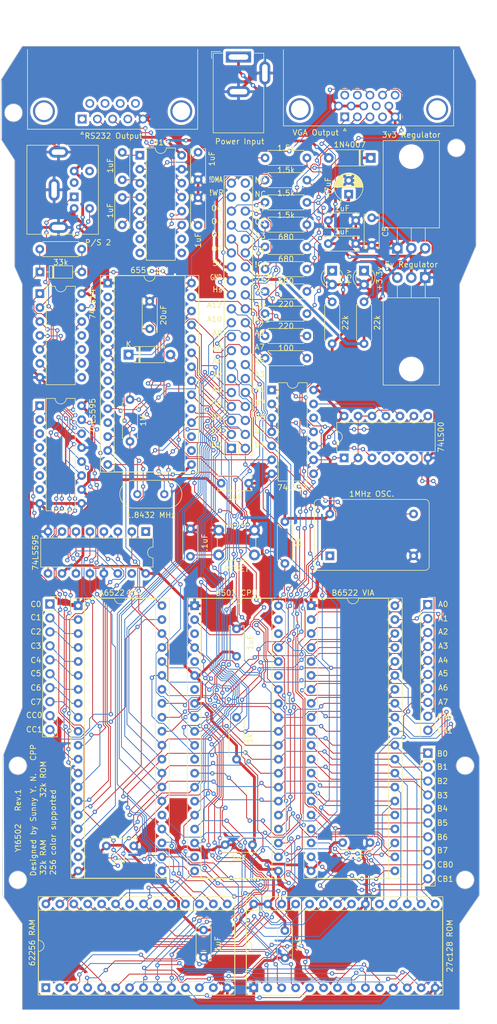
<source format=kicad_pcb>
(kicad_pcb (version 20221018) (generator pcbnew)
  (layers (0 "F.Cu" signal) (31 "B.Cu" signal) (34 "B.Paste" user) (35 "F.Paste" user) (36 "B.SilkS" user "B.Silkscreen") (37 "F.SilkS" user "F.Silkscreen") (38 "B.Mask" user) (39 "F.Mask" user) (44 "Edge.Cuts" user))
  (net 0 "")
  (net 1 "GNDREF")
  (net 2 "Net-(A6522-PA0)")
  (net 3 "Net-(A6522-PA1)")
  (net 4 "Net-(A6522-PA2)")
  (net 5 "Net-(A6522-PA3)")
  (net 6 "Net-(A6522-PA4)")
  (net 7 "Net-(A6522-PA5)")
  (net 8 "Net-(A6522-PA6)")
  (net 9 "Net-(A6522-PA7)")
  (net 10 "/P{slash}D0")
  (net 11 "/P{slash}D1")
  (net 12 "/P{slash}D2")
  (net 13 "/P{slash}D3")
  (net 14 "/P{slash}D4")
  (net 15 "/P{slash}D5")
  (net 16 "/P{slash}D6")
  (net 17 "/P{slash}D7")
  (net 18 "Net-(A6522-CB1)")
  (net 20 "+5V")
  (net 21 "Net-(A6522-R{slash}~{W})")
  (net 22 "Net-(A6522-~{CS2})")
  (net 23 "/A10")
  (net 24 "/clk")
  (net 25 "/D7")
  (net 26 "/D6")
  (net 27 "/D5")
  (net 28 "/D4")
  (net 29 "/D3")
  (net 30 "/D2")
  (net 31 "/D1")
  (net 32 "/D0")
  (net 33 "Net-(A6522-~{RES})")
  (net 34 "/A3")
  (net 35 "/A2")
  (net 36 "A1")
  (net 37 "A0")
  (net 38 "Net-(A6522-CA2)")
  (net 39 "Net-(A6522-CA1)")
  (net 40 "Net-(B6522-PA0)")
  (net 41 "Net-(B6522-PA1)")
  (net 42 "Net-(B6522-PA2)")
  (net 43 "Net-(B6522-PA3)")
  (net 44 "Net-(B6522-PA4)")
  (net 45 "Net-(B6522-PA5)")
  (net 46 "Net-(B6522-PA6)")
  (net 47 "Net-(B6522-PA7)")
  (net 48 "Net-(B6522-PB0)")
  (net 49 "Net-(B6522-PB1)")
  (net 50 "Net-(B6522-PB2)")
  (net 51 "Net-(B6522-PB3)")
  (net 52 "Net-(B6522-PB4)")
  (net 53 "Net-(B6522-PB5)")
  (net 54 "Net-(B6522-PB6)")
  (net 55 "Net-(B6522-PB7)")
  (net 56 "Net-(B6522-CB1)")
  (net 57 "Net-(B6522-CB2)")
  (net 58 "/A11")
  (net 59 "Net-(B6522-CA2)")
  (net 60 "Net-(B6522-CA1)")
  (net 61 "Net-(D1-K)")
  (net 62 "+3V3")
  (net 63 "Net-(D4-K)")
  (net 64 "Net-(U16-C1+)")
  (net 65 "Net-(U16-C1-)")
  (net 66 "Net-(U16-C2+)")
  (net 67 "Net-(U16-C2-)")
  (net 68 "Net-(U16-VS+)")
  (net 69 "Net-(U16-VS-)")
  (net 70 "Net-(U15-XTAL1)")
  (net 71 "Net-(D1-A)")
  (net 72 "Net-(D2-K)")
  (net 73 "Net-(D3-K)")
  (net 74 "Net-(D4-A)")
  (net 75 "Net-(D5-K)")
  (net 76 "!IRQ")
  (net 77 "Data-P{slash}S2")
  (net 79 "Clk-P{slash}S2")
  (net 82 "Net-(U16-T1OUT)")
  (net 83 "Net-(U16-R1IN)")
  (net 89 "/A12")
  (net 90 "/A7")
  (net 91 "/A6")
  (net 92 "/A5")
  (net 93 "/A4")
  (net 94 "Net-(ROM1-~{OE})")
  (net 95 "/A9")
  (net 96 "/A8")
  (net 97 "/A13")
  (net 98 "Net-(U15-XTAL2)")
  (net 102 "/O0")
  (net 103 "Net-(R13-Pad2)")
  (net 104 "/O3")
  (net 105 "Net-(R10-Pad2)")
  (net 106 "Net-(U3-A14)")
  (net 107 "Net-(U3-A15)")
  (net 111 "Net-(U5-Pad3)")
  (net 112 "Net-(U5-Pad11)")
  (net 113 "Net-(U6-Pad3)")
  (net 114 "Net-(U6-Pad12)")
  (net 115 "/O6")
  (net 116 "Net-(R11-Pad2)")
  (net 117 "/O1")
  (net 118 "/O4")
  (net 119 "/O7")
  (net 120 "Net-(R12-Pad1)")
  (net 121 "Net-(R13-Pad1)")
  (net 122 "/O2")
  (net 123 "/O5")
  (net 124 "/Vsync")
  (net 125 "/Hsync")
  (net 126 "Net-(U13-SRCLK)")
  (net 127 "Net-(URAM1-~{OE})")
  (net 129 "Net-(U13-QH')")
  (net 137 "/D9")
  (net 138 "!reset")
  (net 142 "Net-(U15-TxD)")
  (net 144 "Net-(U15-RxD)")
  (net 151 "/A14")
  (net 152 "/A15")
  (net 159 "Net-(U10-!CE)")
  (net 162 "/!DMA")
  (footprint "Package_DIP:DIP-40_W15.24mm_Socket" (layer "F.Cu") (at 92.975 122.475)
    (fp_text reference "A6522 VIA")
    (fp_text value "I/O Timer 1")
  )
  (footprint "Resistor_THT:R_Axial_DIN0207_L6.3mm_D2.5mm_P7.62mm_Horizontal" (layer "F.Cu") (at 102.4 92.6 90)
    (fp_text reference "1M")
    (fp_text value "1M")
  )
  (footprint "Resistor_THT:R_Axial_DIN0207_L6.3mm_D2.5mm_P7.62mm_Horizontal" (layer "F.Cu") (at 126.99 57.2)
    (fp_text reference "680")
    (fp_text value "680")
  )
  (footprint "Resistor_THT:R_Axial_DIN0207_L6.3mm_D2.5mm_P7.62mm_Horizontal" (layer "F.Cu") (at 139.2 67.2 -90)
    (fp_text reference "22k")
    (fp_text value "22K")
  )
  (footprint "Custom_Footprints:Connector_Mini-DIN_Female_6Pin_2rows" (layer "F.Cu") (at 92.25 48.1 -90)
    (fp_text reference "P/S 2")
    (fp_text value "P/S 2 Breakout")
  )
  (footprint "LED_THT:LED_D3.0mm" (layer "F.Cu") (at 145 61.525 -90)
    (fp_text reference "+3.3v")
    (fp_text value "LED")
  )
  (footprint "Connector_PinSocket_2.54mm:PinSocket_1x10_P2.54mm_Vertical" (layer "F.Cu") (at 87.84 122.175)
    (fp_text reference "U8" hide)
    (fp_text value "~")
  )
  (footprint "Resistor_THT:R_Axial_DIN0207_L6.3mm_D2.5mm_P7.62mm_Horizontal" (layer "F.Cu") (at 126.99 49.1)
    (fp_text reference "1.5k")
    (fp_text value "1.5k")
  )
  (footprint "Capacitor_THT:C_Disc_D6.0mm_W2.5mm_P5.00mm" (layer "F.Cu") (at 98.1 166.2)
    (fp_text reference "1uF")
    (fp_text value "1uF")
  )
  (footprint "Capacitor_THT:C_Disc_D6.0mm_W2.5mm_P5.00mm" (layer "F.Cu") (at 141.1 165.6)
    (fp_text reference "1uF")
    (fp_text value "1uF")
  )
  (footprint "Connector_Dsub:DSUB-15-HD_Female_Horizontal_P2.29x1.98mm_EdgePinOffset8.35mm_Housed_MountingHolesOffset10.89mm" (layer "F.Cu") (at 141.5 33.540331 180)
    (fp_text reference "VGA Output")
    (fp_text value "VGA Output")
  )
  (footprint "Button_Switch_THT:SW_PUSH_6mm" (layer "F.Cu") (at 118.55 108.75)
    (fp_text reference "RESET")
    (fp_text value "SW_Push")
  )
  (footprint "Resistor_THT:R_Axial_DIN0207_L6.3mm_D2.5mm_P7.62mm_Horizontal" (layer "F.Cu") (at 126.99 69.35)
    (fp_text reference "220")
    (fp_text value "220")
  )
  (footprint "Package_DIP:DIP-40_W15.24mm_Socket" (layer "F.Cu") (at 114.175 122.495)
    (fp_text reference "6502 CPU")
    (fp_text value "6502 CPU")
  )
  (footprint "Capacitor_THT:C_Disc_D6.0mm_W2.5mm_P5.00mm" (layer "F.Cu") (at 119.7 166)
    (fp_text reference "1uF")
    (fp_text value "1uF")
  )
  (footprint "Crystal:Crystal_HC18-U_Vertical" (layer "F.Cu") (at 103.75 102.2)
    (fp_text reference "1.8432 MHz")
    (fp_text value "1.8432 Mhz")
  )
  (footprint "Capacitor_THT:C_Disc_D6.0mm_W2.5mm_P5.00mm" (layer "F.Cu") (at 106 67.1 -90)
    (fp_text reference "20uF")
    (fp_text value "20uF")
  )
  (footprint "Connector_Dsub:DSUB-9_Female_Horizontal_P2.77x2.84mm_EdgePinOffset9.90mm_Housed_MountingHolesOffset11.32mm" (layer "F.Cu") (at 93.705 33.930331 180)
    (fp_text reference "RS232 Output")
    (fp_text value "R232 Plug")
  )
  (footprint "Capacitor_THT:C_Disc_D6.0mm_W2.5mm_P5.00mm" (layer "F.Cu") (at 101 48.2 -90)
    (fp_text reference "1uF")
    (fp_text value "1uF")
  )
  (footprint "Package_DIP:DIP-16_W7.62mm" (layer "F.Cu") (at 85.98 86.1)
    (fp_text reference "74LS595")
    (fp_text value "74LS595")
  )
  (footprint "Capacitor_THT:C_Disc_D6.0mm_W2.5mm_P5.00mm" (layer "F.Cu") (at 113.4 113.5 90)
    (fp_text reference ".1uF")
    (fp_text value ".1uF")
  )
  (footprint "Capacitor_THT:C_Disc_D6.0mm_W2.5mm_P5.00mm" (layer "F.Cu") (at 114.8 39.965 -90)
    (fp_text reference "1uF")
    (fp_text value "1uF")
  )
  (footprint "Connector_PinSocket_2.54mm:PinSocket_1x10_P2.54mm_Vertical" (layer "F.Cu") (at 156.615 149.315)
    (fp_text reference "U7" hide)
    (fp_text value "~")
  )
  (footprint "Package_DIP:DIP-28_W15.24mm_Socket" (layer "F.Cu") (at 98.36 63.78)
    (fp_text reference "6551 SPI")
    (fp_text value "6551")
  )
  (footprint "Package_DIP:DIP-28_W15.24mm_Socket" (layer "F.Cu") (at 87.095 192 90)
    (fp_text reference "62256 RAM")
    (fp_text value "62256 RAM")
  )
  (footprint "Resistor_THT:R_Axial_DIN0207_L6.3mm_D2.5mm_P7.62mm_Horizontal" (layer "F.Cu") (at 126.99 73.4)
    (fp_text reference "220")
    (fp_text value "100")
  )
  (footprint "Package_DIP:DIP-16_W7.62mm" (layer "F.Cu") (at 104.2 40.525)
    (fp_text reference "U16")
    (fp_text value "MAX232")
  )
  (footprint "Package_DIP:DIP-14_W7.62mm" (layer "F.Cu") (at 86 65.7)
    (fp_text reference "74LS14")
    (fp_text value "74LS14")
  )
  (footprint "Capacitor_THT:C_Disc_D6.0mm_W2.5mm_P5.00mm" (layer "F.Cu") (at 124 100.2 180)
    (fp_text reference "1uF")
    (fp_text value "1uF")
  )
  (footprint "Capacitor_THT:C_Disc_D6.0mm_W2.5mm_P5.00mm" (layer "F.Cu") (at 130.6 181.6 -90)
    (fp_text reference "1uF")
    (fp_text value "1uF")
  )
  (footprint "Diode_THT:D_A-405_P7.62mm_Horizontal" (layer "F.Cu") (at 102.15 76.8)
    (fp_text reference "D5" hide)
    (fp_text value "1N4007")
  )
  (footprint "Resistor_THT:R_Axial_DIN0207_L6.3mm_D2.5mm_P7.62mm_Horizontal" (layer "F.Cu") (at 121.8 142.81 -90)
    (fp_text reference "1k")
    (fp_text value "1k")
  )
  (footprint "Resistor_THT:R_Axial_DIN0207_L6.3mm_D2.5mm_P7.62mm_Horizontal" (layer "F.Cu") (at 126.99 61.25)
    (fp_text reference "680")
    (fp_text value "680")
  )
  (footprint "Diode_THT:D_A-405_P7.62mm_Horizontal" (layer "F.Cu") (at 146.21 41 180)
    (fp_text reference "1N4007")
    (fp_text value "1N4007")
  )
  (footprint "Resistor_THT:R_Axial_DIN0207_L6.3mm_D2.5mm_P7.62mm_Horizontal" (layer "F.Cu") (at 130.6 114.81 90)
    (fp_text reference "1k")
    (fp_text value "1k")
  )
  (footprint "Resistor_THT:R_Axial_DIN0207_L6.3mm_D2.5mm_P7.62mm_Horizontal" (layer "F.Cu") (at 145 67.19 -90)
    (fp_text reference "22k")
    (fp_text value "22K")
  )
  (footprint "Resistor_THT:R_Axial_DIN0207_L6.3mm_D2.5mm_P7.62mm_Horizontal" (layer "F.Cu") (at 126.99 65.3)
    (fp_text reference "680")
    (fp_text value "220")
  )
  (footprint "Capacitor_THT:C_Disc_D6.0mm_W2.5mm_P5.00mm" (layer "F.Cu") (at 138.5 56.6)
    (fp_text reference "1uF")
    (fp_text value "1uF")
  )
  (footprint "Capacitor_THT:C_Disc_D6.0mm_W2.5mm_P5.00mm" (layer "F.Cu") (at 138.5 52.4)
    (fp_text reference "1uF")
    (fp_text value "1uF")
  )
  (footprint "Connector_PinSocket_2.54mm:PinSocket_1x10_P2.54mm_Vertical" (layer "F.Cu") (at 156.615 122.295)
    (fp_text reference "U1" hide)
    (fp_text value "~")
  )
  (footprint "Resistor_THT:R_Axial_DIN0207_L6.3mm_D2.5mm_P7.62mm_Horizontal" (layer "F.Cu") (at 126.99 53.15)
    (fp_text reference "1.5k")
    (fp_text value "680")
  )
  (footprint "Diode_THT:D_DO-35_SOD27_P7.62mm_Horizontal" (layer "F.Cu") (at 86.03 61.76)
    (fp_text reference "D4" hide)
    (fp_text value "1N914")
  )
  (footprint "Capacitor_THT:CP_Radial_D5.0mm_P2.50mm" (layer "F.Cu") (at 142.2 47.605112 90)
    (fp_text reference "47uF")
    (fp_text value "47uF")
  )
  (footprint "Connector_BarrelJack:BarrelJack_GCT_DCJ200-10-A_Horizontal" (layer "F.Cu") (at 122.15 22.65)
    (fp_text reference "J1" hide)
    (fp_text value "Barrel_Jack_Power")
  )
  (footprint "Package_TO_SOT_THT:TO-220-3_Horizontal_TabDown" (layer "F.Cu") (at 151.06 57.43)
    (fp_text reference "3v3 Regulator")
    (fp_text value "LM1117DT-5.0")
  )
  (footprint "Package_TO_SOT_THT:TO-220-3_Horizontal_TabDown" (layer "F.Cu") (at 156.14 62.77 180)
    (fp_text reference "5v Regulator")
    (fp_text value "LM1117DT-5.0")
  )
  (footprint "Capacitor_THT:C_Disc_D6.0mm_W2.5mm_P5.00mm" (layer "F.Cu") (at 115.8 186.5 90)
    (fp_text reference "1uF")
    (fp_text value "1uF")
  )
  (footprint "Resistor_THT:R_Axial_DIN0207_L6.3mm_D2.5mm_P7.62mm_Horizontal" (layer "F.Cu") (at 85.99 57.6)
    (fp_text reference "33k")
    (fp_text value "33k")
  )
  (footprint "Capacitor_THT:C_Disc_D6.0mm_W2.5mm_P5.00mm" (layer "F.Cu") (at 146.4 51.9 -90)
    (fp_text reference "C5")
    (fp_text value "1uF")
  )
  (footprint "Resistor_THT:R_Axial_DIN0207_L6.3mm_D2.5mm_P7.62mm_Horizontal" (layer "F.Cu") (at 126.99 41)
    (fp_text reference "1.5k")
    (fp_text value "1.5k")
  )
  (footprint "LED_THT:LED_D3.0mm" (layer "F.Cu") (at 139.2 61.525 -90)
    (fp_text reference "+5v")
    (fp_text value "LED")
  )
  (footprint "Package_DIP:DIP-16_W7.62mm" (layer "F.Cu") (at 105.275 109 -90)
    (fp_text reference "74LS595")
    (fp_text value "74LS595")
  )
  (footprint "Oscillator:Oscillator_DIP-14" (layer "F.Cu") (at 138.78 113.41)
    (fp_text reference "1MHz OSC.")
    (fp_text value "1 MHz Osc")
  )
  (footprint "Package_DIP:DIP-14_W7.62mm" (layer "F.Cu") (at 128.2 83.24)
    (fp_text reference "74LS32")
    (fp_text value "74LS32")
  )
  (footprint "Resistor_THT:R_Axial_DIN0207_L6.3mm_D2.5mm_P7.62mm_Horizontal" (layer "F.Cu") (at 126.99 77.45)
    (fp_text reference "100")
    (fp_text value "100")
  )
  (footprint "Package_DIP:DIP-40_W15.24mm_Socket" (layer "F.Cu") (at 135.375 122.475)
    (fp_text reference "B6522 VIA")
    (fp_text value "I/O Timer 2")
  )
  (footprint "Package_DIP:DIP-28_W15.24mm_Socket" (layer "F.Cu") (at 124.935 192.015 90)
    (fp_text reference "27c128 ROM")
    (fp_text value "27C128 ROM")
  )
  (footprint "Capacitor_THT:C_Disc_D6.0mm_W2.5mm_P5.00mm" (layer "F.Cu") (at 114.8 53.265 90)
    (fp_text reference "1uF")
    (fp_text value "1uF")
  )
  (footprint "Package_DIP:DIP-14_W7.62mm" (layer "F.Cu") (at 141.375 95.6 90)
    (fp_text reference "74LS00")
    (fp_text value "74LS00")
  )
  (footprint "Connector_PinSocket_2.54mm:PinSocket_2x20_P2.54mm_Vertical" (layer "F.Cu") (at 120.86 93.86 180)
    (fp_text reference "~")
    (fp_text value "~")
  )
  (footprint "Resistor_THT:R_Axial_DIN0207_L6.3mm_D2.5mm_P7.62mm_Horizontal" (layer "F.Cu") (at 126.99 45.05)
    (fp_text reference "1.5k")
    (fp_text value "1.5k")
  )
  (footprint "Capacitor_THT:C_Disc_D6.0mm_W2.5mm_P5.00mm" (layer "F.Cu") (at 101 40 -90)
    (fp_text reference "1uF")
    (fp_text value "1uF")
  )
  (footprint "Capacitor_THT:C_Disc_D6.0mm_W2.5mm_P5.00mm" (layer "F.Cu") (at 121.8 126.7 -90)
    (fp_text reference "1uF")
    (fp_text value "1uF")
  )
  (gr_circle (center 81.2 32.790458) (end 82.809542 32.790458) (stroke (width 0.1)) (fill none) (layer "Edge.Cuts"))
  (gr_line (start 82.8 64) (end 81.4 60.8) (stroke (width 0.1)) (layer "Edge.Cuts"))
  (gr_line (start 162.4 194.8) (end 162.4 196) (stroke (width 0.1)) (layer "Edge.Cuts"))
  (gr_circle (center 82 151.609542) (end 83.609542 151.609542) (stroke (width 0.1)) (fill none) (layer "Edge.Cuts"))
  (gr_line (start 82.8 64) (end 82.8 141) (stroke (width 0.1)) (layer "Edge.Cuts"))
  (gr_line (start 165.4 57) (end 162.4 64) (stroke (width 0.1)) (layer "Edge.Cuts"))
  (gr_line (start 162.4 180.4) (end 162.4 194.8) (stroke (width 0.1)) (layer "Edge.Cuts"))
  (gr_line (start 166 150) (end 166 175.2) (stroke (width 0.1)) (layer "Edge.Cuts"))
  (gr_line (start 82.8 141) (end 79.2 150) (stroke (width 0.1)) (layer "Edge.Cuts"))
  (gr_circle (center 82 172.390458) (end 83.609542 172.390458) (stroke (width 0.1)) (fill none) (layer "Edge.Cuts"))
  (gr_line (start 78.8 37.4) (end 81.4 41.4) (stroke (width 0.1)) (layer "Edge.Cuts"))
  (gr_line (start 82.81 20.68) (end 162.41 20.68) (stroke (width 0.1)) (layer "Edge.Cuts"))
  (gr_line (start 82.8 180.4) (end 82.8 196) (stroke (width 0.1)) (layer "Edge.Cuts"))
  (gr_circle (center 163.4 172.371374) (end 165.009542 172.371374) (stroke (width 0.1)) (fill none) (layer "Edge.Cuts"))
  (gr_circle (center 163.4 151.590458) (end 165.009542 151.590458) (stroke (width 0.1)) (fill none) (layer "Edge.Cuts"))
  (gr_circle (center 161.8 39.190458) (end 163.409542 39.190458) (stroke (width 0.1)) (fill none) (layer "Edge.Cuts"))
  (gr_line (start 82.8 196) (end 162.4 196) (stroke (width 0.1)) (layer "Edge.Cuts"))
  (gr_line (start 162.41 20.68) (end 165.4 27) (stroke (width 0.1)) (layer "Edge.Cuts"))
  (gr_line (start 79.2 175.2) (end 82.8 180.4) (stroke (width 0.1)) (layer "Edge.Cuts"))
  (gr_line (start 162.4 141) (end 166 150) (stroke (width 0.1)) (layer "Edge.Cuts"))
  (gr_line (start 79.2 150) (end 79.2 175.2) (stroke (width 0.1)) (layer "Edge.Cuts"))
  (gr_line (start 81.4 41.4) (end 81.4 60.8) (stroke (width 0.1)) (layer "Edge.Cuts"))
  (gr_line (start 162.4 64) (end 162.4 141) (stroke (width 0.1)) (layer "Edge.Cuts"))
  (gr_line (start 82.81 20.68) (end 78.8 27) (stroke (width 0.1)) (layer "Edge.Cuts"))
  (gr_line (start 78.8 27) (end 78.8 37.4) (stroke (width 0.1)) (layer "Edge.Cuts"))
  (gr_line (start 165.4 27) (end 165.4 57) (stroke (width 0.1)) (layer "Edge.Cuts"))
  (gr_line (start 166 175.2) (end 162.4 180.4) (stroke (width 0.1)) (layer "Edge.Cuts"))
  (gr_text "A7" (at 158.4 140.6) (layer "F.SilkS") (effects (font (size 1 1)) (justify left bottom)))
  (gr_text "B6" (at 158.2 165.2) (layer "F.SilkS") (effects (font (size 1 1)) (justify left bottom)))
  (gr_text "Vs" (at 125.2 65.8) (layer "F.SilkS") (effects (font (size 1 1)) (justify left bottom)))
  (gr_text "D0" (at 117.11 93.74) (layer "F.SilkS") (effects (font (size 1 1)) (justify left bottom)))
  (gr_text "NC" (at 125 45.6) (layer "F.SilkS") (effects (font (size 1 1)) (justify left bottom)))
  (gr_text "D7" (at 125 86.2) (layer "F.SilkS") (effects (font (size 1 1)) (justify left bottom)))
  (gr_text "A12" (at 116.31 68.34) (layer "F.SilkS") (effects (font (size 1 1)) (justify left bottom)))
  (gr_text "A2" (at 117.31 81.14) (layer "F.SilkS") (effects (font (size 1 1)) (justify left bottom)))
  (gr_text "C5" (at 84.2 135.4) (layer "F.SilkS") (effects (font (size 1 1)) (justify left bottom)))
  (gr_text "Power Input" (at 117.8 38.6) (layer "F.SilkS") (effects (font (size 1 1)) (justify left bottom)))
  (gr_text "D4" (at 117.11 88.74) (layer "F.SilkS") (effects (font (size 1 1)) (justify left bottom)))
  (gr_text "A9" (at 125 73.4) (layer "F.SilkS") (effects (font (size 1 1)) (justify left bottom)))
  (gr_text "A4" (at 158.4 133) (layer "F.SilkS") (effects (font (size 1 1)) (justify left bottom)))
  (gr_text "A6" (at 117.31 76.14) (layer "F.SilkS") (effects (font (size 1 1)) (justify left bottom)))
  (gr_text "256 color supported" (at 89 171.6 90) (layer "F.SilkS") (effects (font (size 1 1)) (justify left bottom)))
  (gr_text "B4" (at 158.2 160) (layer "F.SilkS") (effects (font (size 1 1)) (justify left bottom)))
  (gr_text "O5" (at 125 53.2) (layer "F.SilkS") (effects (font (size 1 1)) (justify left bottom)))
  (gr_text "O4" (at 117.11 53.14) (layer "F.SilkS") (effects (font (size 1 1)) (justify left bottom)))
  (gr_text "!DMA" (at 116.71 45.54) (layer "F.SilkS") (effects (font (size 1 0.7)) (justify left bottom)))
  (gr_text "A3" (at 158.4 130.4) (layer "F.SilkS") (effects (font (size 1 1)) (justify left bottom)))
  (gr_text "C3" (at 84.2 130.4) (layer "F.SilkS") (effects (font (size 1 1)) (justify left bottom)))
  (gr_text "D2" (at 117.11 91.34) (layer "F.SilkS") (effects (font (size 1 1)) (justify left bottom)))
  (gr_text "A6" (at 158.4 138) (layer "F.SilkS") (effects (font (size 1 1)) (justify left bottom)))
  (gr_text "clk" (at 125 68.4) (layer "F.SilkS") (effects (font (size 1 1)) (justify left bottom)))
  (gr_text "3V3" (at 125 63.4) (layer "F.SilkS") (effects (font (size 1 1)) (justify left bottom)))
  (gr_text "A8" (at 117.31 73.54) (layer "F.SilkS") (effects (font (size 1 1)) (justify left bottom)))
  (gr_text "A7" (at 125 76) (layer "F.SilkS") (effects (font (size 1 1)) (justify left bottom)))
  (gr_text "NC" (at 125 48.2) (layer "F.SilkS") (effects (font (size 1 1)) (justify left bottom)))
  (gr_text "GND" (at 116.91 63.34) (layer "F.SilkS") (effects (font (size 1 0.7)) (justify left bottom)))
  (gr_text "CA1" (at 158.2 145.8) (layer "F.SilkS") (effects (font (size 1 1)) (justify left bottom)))
  (gr_text "C1" (at 84.2 125.2) (layer "F.SilkS") (effects (font (size 1 1)) (justify left bottom)))
  (gr_text "O7" (at 125 50.8) (layer "F.SilkS") (effects (font (size 1 1)) (justify left bottom)))
  (gr_text "A3" (at 125 81) (layer "F.SilkS") (effects (font (size 1 1)) (justify left bottom)))
  (gr_text "A4" (at 117.31 78.54) (layer "F.SilkS") (effects (font (size 1 1)) (justify left bottom)))
  (gr_text "O1" (at 125 58.4) (layer "F.SilkS") (effects (font (size 1 1)) (justify left bottom)))
  (gr_text "!CE" (at 125 61) (layer "F.SilkS") (effects (font (size 1 1)) (justify left bottom)))
  (gr_text "A0" (at 117.31 83.74) (layer "F.SilkS") (effects (font (size 1 1)) (justify left bottom)))
  (gr_text "O6" (at 117.11 50.74) (layer "F.SilkS") (effects (font (size 1 1)) (justify left bottom)))
  (gr_text "CB0" (at 158.2 170.2) (layer "F.SilkS") (effects (font (size 1 1)) (justify left bottom)))
  (gr_text "CC0" (at 83.4 143) (layer "F.SilkS") (effects (font (size 1 1)) (justify left bottom)))
  (gr_text "Y!6502   Rev.1" (at 82.62 167.41 90) (layer "F.SilkS") (effects (font (size 1 1)) (justify left bottom)))
  (gr_text "O3" (at 125 55.8) (layer "F.SilkS") (effects (font (size 1 1)) (justify left bottom)))
  (gr_text "D5" (at 125 88.8) (layer "F.SilkS") (effects (font (size 1 1)) (justify left bottom)))
  (gr_text "CC1" (at 83.4 145.6) (layer "F.SilkS") (effects (font (size 1 1)) (justify left bottom)))
  (gr_text "A5" (at 125 78.6) (layer "F.SilkS") (effects (font (size 1 1)) (justify left bottom)))
  (gr_text "A10" (at 116.31 70.94) (layer "F.SilkS") (effects (font (size 1 1)) (justify left bottom)))
  (gr_text "A1" (at 125 83.6) (layer "F.SilkS") (effects (font (size 1 1)) (justify left bottom)))
  (gr_text "CA0" (at 158.2 143.2) (layer "F.SilkS") (effects (font (size 1 1)) (justify left bottom)))
  (gr_text "B7" (at 158.2 167.6) (layer "F.SilkS") (effects (font (size 1 1)) (justify left bottom)))
  (gr_text "CB1" (at 158.2 172.8) (layer "F.SilkS") (effects (font (size 1 1)) (justify left bottom)))
  (gr_text "B3\n" (at 158.2 157.6) (layer "F.SilkS") (effects (font (size 1 1)) (justify left bottom)))
  (gr_text "C0" (at 84.2 122.8) (layer "F.SilkS") (effects (font (size 1 1)) (justify left bottom)))
  (gr_text "D6" (at 117.11 86.14) (layer "F.SilkS") (effects (font (size 1 1)) (justify left bottom)))
  (gr_text "Designed by Sunny Y. N.   CPP" (at 85.4 171.8 90) (layer "F.SilkS") (effects (font (size 1 1)) (justify left bottom)))
  (gr_text "B2" (at 158.2 155) (layer "F.SilkS") (effects (font (size 1 1)) (justify left bottom)))
  (gr_text "B0" (at 158.2 150) (layer "F.SilkS") (effects (font (size 1 1)) (justify left bottom)))
  (gr_text "Hs" (at 117.31 65.54) (layer "F.SilkS") (effects (font (size 1 1)) (justify left bottom)))
  (gr_text "!WR" (at 116.74 47.93) (layer "F.SilkS") (effects (font (size 1 1)) (justify left bottom)))
  (gr_text "A0" (at 158.4 122.8) (layer "F.SilkS") (effects (font (size 1 1)) (justify left bottom)))
  (gr_text "O2" (at 117.11 55.54) (layer "F.SilkS") (effects (font (size 1 1)) (justify left bottom)))
  (gr_text "D3" (at 125 91.2) (layer "F.SilkS") (effects (font (size 1 1)) (justify left bottom)))
  (gr_text "C6" (at 84.2 138) (layer "F.SilkS") (effects (font (size 1 1)) (justify left bottom)))
  (gr_text "5v" (at 117.31 60.74) (layer "F.SilkS") (effects (font (size 1 1)) (justify left bottom)))
  (gr_text "D1" (at 125 93.8) (layer "F.SilkS") (effects (font (size 1 1)) (justify left bottom)))
  (gr_text "B5" (at 158.2 162.6) (layer "F.SilkS") (effects (font (size 1 1)) (justify left bottom)))
  (gr_text "A2" (at 158.4 127.8) (layer "F.SilkS") (effects (font (size 1 1)) (justify left bottom)))
  (gr_text "C7" (at 84.2 140.6) (layer "F.SilkS") (effects (font (size 1 1)) (justify left bottom)))
  (gr_text "A1" (at 158.4 125.4) (layer "F.SilkS") (effects (font (size 1 1)) (justify left bottom)))
  (gr_text "O0" (at 117.11 58.14) (layer "F.SilkS") (effects (font (size 1 1)) (justify left bottom)))
  (gr_text "A11" (at 125 71) (layer "F.SilkS") (effects (font (size 1 1)) (justify left bottom)))
  (gr_text "A5" (at 158.4 135.4) (layer "F.SilkS") (effects (font (size 1 1)) (justify left bottom)))
  (gr_text "B1" (at 158.2 152.4) (layer "F.SilkS") (effects (font (size 1 1)) (justify left bottom)))
  (gr_text "C2" (at 84.2 127.8) (layer "F.SilkS") (effects (font (size 1 1)) (justify left bottom)))
  (gr_text "32k RAM          32k ROM" (at 87.2 171.6 90) (layer "F.SilkS") (effects (font (size 1 1)) (justify left bottom)))
  (gr_text "C4" (at 84.2 133) (layer "F.SilkS") (effects (font (size 1 1)) (justify left bottom)))
  (segment (start 86.8445 194.2495) (end 118.9505 194.2495) (width 0.5) (layer "F.Cu") (net 1))
  (segment (start 139.2 64.065) (end 145 64.065) (width 0.5) (layer "F.Cu") (net 1))
  (segment (start 126.95 25.55) (end 133.665 25.55) (width 0.5) (layer "F.Cu") (net 1))
  (segment (start 110.510331 28.95) (end 122.15 28.95) (width 0.5) (layer "F.Cu") (net 1))
  (segment (start 126.013988 170.472232) (end 122.528317 166.986561) (width 0.5) (layer "F.Cu") (net 1))
  (segment (start 149.47 56.9) (end 150 56.37) (width 0.5) (layer "F.Cu") (net 1))
  (segment (start 133.665 25.55) (end 151.35 25.55) (width 0.5) (layer "F.Cu") (net 1))
  (segment (start 113.07 40.007233) (end 113.07 42.895) (width 0.5) (layer "F.Cu") (net 1))
  (segment (start 148 118.6) (end 144.125 122.475) (width 0.5) (layer "F.Cu") (net 1))
  (segment (start 125.55 25.55) (end 126.95 25.55) (width 0.5) (layer "F.Cu") (net 1))
  (segment (start 122.294142 109.75) (end 119.55 109.75) (width 0.5) (layer "F.Cu") (net 1))
  (segment (start 124 194.2) (end 124.935 193.265) (width 0.5) (layer "F.Cu") (net 1))
  (segment (start 118.248125 166.3505) (end 119.3495 166.3505) (width 0.5) (layer "F.Cu") (net 1))
  (segment (start 130.6 186.6) (end 128.852426 186.6) (width 0.5) (layer "F.Cu") (net 1))
  (segment (start 83.9505 80.4495) (end 83.9505 103.3505) (width 0.5) (layer "F.Cu") (net 1))
  (segment (start 103.1 166.2) (end 103.825 166.925) (width 0.5) (layer "F.Cu") (net 1))
  (segment (start 138.437169 29.6425) (end 140.355 31.560331) (width 0.5) (layer "F.Cu") (net 1))
  (segment (start 150 44.6) (end 150 56.37) (width 0.5) (layer "F.Cu") (net 1))
  (segment (start 130.016109 121.28997) (end 129.971139 121.245) (width 0.5) (layer "F.Cu") (net 1))
  (segment (start 129.971139 121.245) (end 127.255 121.245) (width 0.5) (layer "F.Cu") (net 1))
  (segment (start 105.53 33.930331) (end 110.510331 28.95) (width 0.5) (layer "F.Cu") (net 1))
  (segment (start 93.6 93.201375) (end 92.103126 91.704501) (width 0.5) (layer "F.Cu") (net 1))
  (segment (start 142.645 31.560331) (end 144.935 31.560331) (width 0.5) (layer "F.Cu") (net 1))
  (segment (start 128.852426 186.6) (end 128.408615 187.043811) (width 0.5) (layer "F.Cu") (net 1))
  (segment (start 84.4 41.4) (end 84.4 45.8) (width 0.5) (layer "F.Cu") (net 1))
  (segment (start 114.8 44.965) (end 114.8 48.265) (width 0.5) (layer "F.Cu") (net 1))
  (segment (start 157.5425 61.3675) (end 157.355 61.555) (width 0.5) (layer "F.Cu") (net 1))
  (segment (start 125.05 106.591756) (end 125.05 108.75) (width 0.5) (layer "F.Cu") (net 1))
  (segment (start 105.53 33.930331) (end 107.999669 36.4) (width 0.5) (layer "F.Cu") (net 1))
  (segment (start 122.15 28.95) (end 125.55 25.55) (width 0.5) (layer "F.Cu") (net 1))
  (segment (start 155.070635 35.529365) (end 150.66 39.94) (width 0.5) (layer "F.Cu") (net 1))
  (segment (start 84.050999 53.149001) (end 84.050999 79.650999) (width 0.5) (layer "F.Cu") (net 1))
  (segment (start 132.1995 185.0005) (end 130.6 186.6) (width 0.5) (layer "F.Cu") (net 1))
  (segment (start 111.489625 167.0495) (end 112.194966 166.344159) (width 0.5) (layer "F.Cu") (net 1))
  (segment (start 157.355 61.555) (end 157.865 62.065) (width 0.5) (layer "F.Cu") (net 1))
  (segment (start 146.4 56.9) (end 149.47 56.9) (width 0.5) (layer "F.Cu") (net 1))
  (segment (start 92.25 51.451375) (end 98.36 57.561375) (width 0.5) (layer "F.Cu") (net 1))
  (segment (start 131.299501 174.498126) (end 131.299501 178.838025) (width 0.5) (layer "F.Cu") (net 1))
  (segment (start 118.110448 189.995448) (end 120.115 192) (width 0.5) (layer "F.Cu") (net 1))
  (segment (start 150.66 43.94) (end 150.66 40.8) (width 0.5) (layer "F.Cu") (net 1))
  (segment (start 87.23 82.17) (end 86 80.94) (width 0.5) (layer "F.Cu") (net 1))
  (segment (start 84.4 103.8) (end 84.1505 104.0495) (width 0.5) (layer "F.Cu") (net 1))
  (segment (start 119 194.2) (end 124 194.2) (width 0.5) (layer "F.Cu") (net 1))
  (segment (start 127.255 113.755875) (end 127.255 121.245) (width 0.5) (layer "F.Cu") (net 1))
  (segment (start 103.825 166.925) (end 109.523625 166.925) (width 0.5) (layer "F.Cu") (net 1))
  (segment (start 124.674001 102.005371) (end 124.674001 106.215757) (width 0.5) (layer "F.Cu") (net 1))
  (segment (start 121.188482 166) (end 119.7 166) (width 0.5) (layer "F.Cu") (net 1))
  (segment (start 129.415 172.613625) (end 131.299501 174.498126) (width 0.5) (layer "F.Cu") (net 1))
  (segment (start 115.8 186.5) (end 118.110448 188.810448) (width 0.5) (layer "F.Cu") (net 1))
  (segment (start 129.106697 170.446697) (end 127.298211 170.446697) (width 0.5) (layer "F.Cu") (net 1))
  (segment (start 144.801 166.899) (end 144.801 168.296644) (width 0.5) (layer "F.Cu") (net 1))
  (segment (start 92.25 50.8) (end 89.4 53.65) (width 0.5) (layer "F.Cu") (net 1))
  (segment (start 151.06 57.43) (end 152.51 55.98) (width 0.5) (layer "F.Cu") (net 1))
  (segment (start 112.898716 166.344159) (end 113.479557 166.925) (width 0.5) (layer "F.Cu") (net 1))
  (segment (start 149.494888 45.105112) (end 150 44.6) (width 0.5) (layer "F.Cu") (net 1))
  (segment (start 126.474056 110.174056) (end 125.05 108.75) (width 0.5) (layer "F.Cu") (net 1))
  (segment (start 145.4755 176.5545) (end 145.255 176.775) (width 0.5) (layer "F.Cu") (net 1))
  (segment (start 145.092339 169.29576) (end 145.475499 169.67892) (width 0.5) (layer "F.Cu") (net 1))
  (segment (start 114.8 48.265) (end 116.2 49.665) (width 0.5) (layer "F.Cu") (net 1))
  (segment (start 126.474056 112.974931) (end 127.255 113.755875) (width 0.5) (layer "F.Cu") (net 1))
  (segment (start 127.153625 121.245) (end 123.851498 124.547127) (width 0.5) (layer "F.Cu") (net 1))
  (segment (start 112.9 43.065) (end 114.8 44.965) (width 0.5) (layer "F.Cu") (net 1))
  (segment (start 122.175043 166.986561) (end 121.188482 166) (width 0.5) (layer "F.Cu") (net 1))
  (segment (start 148.83 118.6) (end 148 118.6) (width 0.5) (layer "F.Cu") (net 1))
  (segment (start 87.9 37.9) (end 84.4 41.4) (width 0.5) (layer "F.Cu") (net 1))
  (segment (start 93.6 103.88) (end 85.98 103.88) (width 0.5) (layer "F.Cu") (net 1))
  (segment (start 149.515 32.395331) (end 150.66 33.540331) (width 0.5) (layer "F.Cu") (net 1))
  (segment (start 135.554 186.476) (end 130.724 186.476) (width 0.5) (layer "F.Cu") (net 1))
  (segment (start 87.23 88.831375) (end 87.23 82.17) (width 0.5) (layer "F.Cu") (net 1))
  (segment (start 116.2 49.665) (end 116.2 62.2) (width 0.5) (layer "F.Cu") (net 1))
  (segment (start 119.55 109.75) (end 118.55 108.75) (width 0.5) (layer "F.Cu") (net 1))
  (segment (start 117.673625 166.925) (end 118.248125 166.3505) (width 0.5) (layer "F.Cu") (net 1))
  (segment (start 84.4 117.6) (end 84.4 191.805) (width 0.5) (layer "F.Cu") (net 1))
  (segment (start 126.895324 187.043811) (end 124.935 189.004135) (width 0.5) (layer "F.Cu") (net 1))
  (segment (start 84.050999 79.650999) (end 84.4 80) (width 0.5) (layer "F.Cu") (net 1))
  (segment (start 157.865 62.065) (end 157.865 94.35) (width 0.5) (layer "F.Cu") (net 1))
  (segment (start 124 100.2) (end 124 101.33137) (width 0.5) (layer "F.Cu") (net 1))
  (segment (start 134.353341 121.453341) (end 131.067349 121.453341) (width 0.5) (layer "F.Cu") (net 1))
  (segment (start 137.7575 29.6425) (end 138.437169 29.6425) (width 0.5) (layer "F.Cu") (net 1))
  (segment (start 146.1 56.6) (end 146.4 56.9) (width 0.5) (layer "F.Cu") (net 1))
  (segment (start 146.1 165.6) (end 144.801 166.899) (width 0.5) (layer "F.Cu") (net 1))
  (segment (start 145.9 64.965) (end 153.945 64.965) (width 0.5) (layer "F.Cu") (net 1))
  (segment (start 120.86 63.38) (end 119.68 62.2) (width 0.5) (layer "F.Cu") (net 1))
  (segment (start 84.1505 117.3505) (end 84.4 117.6) (width 0.5) (layer "F.Cu") (net 1))
  (segment (start 109.462767 36.4) (end 113.07 40.007233) (width 0.5) (layer "F.Cu") (net 1))
  (segment (start 119.68 62.2) (end 116.2 62.2) (width 0.5) (layer "F.Cu") (net 1))
  (segment (start 85.06 80) (end 84.4 80) (width 0.5) (layer "F.Cu") (net 1))
  (segment (start 84.1505 104.0495) (end 84.1505 117.3505) (width 0.5) (layer "F.Cu") (net 1))
  (segment (start 127.272676 170.472232) (end 126.013988 170.472232) (width 0.5) (layer "F.Cu") (net 1))
  (segment (start 127.298211 170.446697) (end 127.272676 170.472232) (width 0.5) (layer "F.Cu") (net 1))
  (segment (start 131.299501 178.838025) (end 132.199501 179.738025) (width 0.5) (layer "F.Cu") (net 1))
  (segment (start 87.9 37.9) (end 89.4 39.4) (width 0.5) (layer "F.Cu") (net 1))
  (segment (start 84.48 103.88) (end 84.4 103.8) (width 0.5) (layer "F.Cu") (net 1))
  (segment (start 150 56.37) (end 151.06 57.43) (width 0.5) (layer "F.Cu") (net 1))
  (segment (start 145.092339 168.587983) (end 145.092339 169.29576) (width 0.5) (layer "F.Cu") (net 1))
  (segment (start 98.36 63.78) (end 102.68 63.78) (width 0.5) (layer "F.Cu") (net 1))
  (segment (start 86 80.94) (end 85.06 80) (width 0.5) (layer "F.Cu") (net 1))
  (segment (start 124.935 193.265) (end 124.935 192.015) (width 0.5) (layer "F.Cu") (net 1))
  (segment (start 126.48 100.2) (end 128.2 98.48) (width 0.5) (layer "F.Cu") (net 1))
  (segment (start 89.107744 90.2495) (end 88.648125 90.2495) (width 0.5) (layer "F.Cu") (net 1))
  (segment (start 109.648125 167.0495) (end 111.489625 167.0495) (width 0.5) (layer "F.Cu") (net 1))
  (segment (start 153.945 64.965) (end 156.14 62.77) (width 0.5) (layer "F.Cu") (net 1))
  (segment (start 123.294142 108.75) (end 122.294142 109.75) (width 0.5) (layer "F.Cu") (net 1))
  (segment (start 124 101.33137) (end 124.674001 102.005371) (width 0.5) (layer "F.Cu") (net 1))
  (segment (start 157.355 61.555) (end 156.14 62.77) (width 0.5) (layer "F.Cu") (net 1))
  (segment (start 143.5 56.6) (end 146.1 56.6) (width 0.5) (layer "F.Cu") (net 1))
  (segment (start 113.479557 166.925) (end 117.673625 166.925) (width 0.5) (layer "F.Cu") (net 1))
  (segment (start 149.515 32.395331) (end 149.515 31.560331) (width 0.5) (layer "F.Cu") (net 1))
  (segment (start 84.4 45.8) (end 84.4 52.8) (width 0.5) (layer "F.Cu") (net 1))
  (segment (start 156.615 110.815) (end 154.02 113.41) (width 0.5) (layer "F.Cu") (net 1))
  (segment (start 89.4 53.65) (end 85.25 53.65) (width 0.5) (layer "F.Cu") (net 1))
  (segment (start 118.110448 188.810448) (end 118.110448 189.995448) (width 0.5) (layer "F.Cu") (net 1))
  (segment (start 131.067349 121.453341) (end 130.87752 121.263512) (width 0.5) (layer "F.Cu") (net 1))
  (segment (start 113.07 42.895) (end 112.9 43.065) (width 0.5) (layer "F.Cu") (net 1))
  (segment (start 88.6 46.8) (end 85.4 46.8) (width 0.5) (layer "F.Cu") (net 1))
  (segment (start 127.255 121.245) (end 127.153625 121.245) (width 0.5) (layer "F.Cu") (net 1))
  (segment (start 144.125 122.475) (end 135.375 122.475) (width 0.5) (layer "F.Cu") (net 1))
  (segment (start 109.523625 166.925) (end 109.648125 167.0495) (width 0.5) (layer "F.Cu") (net 1))
  (segment (start 83.9505 103.3505) (end 84.4 103.8) (width 0.5) (layer "F.Cu") (net 1))
  (segment (start 124.4495 194.6495) (end 155.3205 194.6495) (width 0.5) (layer "F.Cu") (net 1))
  (segment (start 84.4 80) (end 83.9505 80.4495) (width 0.5) (layer "F.Cu") (net 1))
  (segment (start 97.655 116.62) (end 97.655 117.795) (width 0.5) (layer "F.Cu") (net 1))
  (segment (start 155.3205 194.6495) (end 157.955 192.015) (width 0.5) (layer "F.Cu") (net 1))
  (segment (start 150.66 40.8) (end 150.66 33.540331) (width 0.5) (layer "F.Cu") (net 1))
  (segment (start 107.999669 36.4) (end 109.462767 36.4) (width 0.5) (layer "F.Cu") (net 1))
  (segment (start 140.355 31.560331) (end 142.645 31.560331) (width 0.5) (layer "F.Cu") (net 1))
  (segment (start 135.375 122.475) (end 134.353341 121.453341) (width 0.5) (layer "F.Cu") (net 1))
  (segment (start 84.4 52.8) (end 84.050999 53.149001) (width 0.5) (layer "F.Cu") (net 1))
  (segment (start 132.199501 179.738025) (end 132.1995 185.0005) (width 0.5) (layer "F.Cu") (net 1))
  (segment (start 98.36 57.561375) (end 98.36 63.78) (width 0.5) (layer "F.Cu") (net 1))
  (segment (start 129.415 170.755) (end 129.415 172.613625) (width 0.5) (layer "F.Cu") (net 1))
  (segment (start 104.785 33.930331) (end 105.53 33.930331) (width 0.5) (layer "F.Cu") (net 1))
  (segment (start 113.65 108.75) (end 113.4 108.5) (width 0.5) (layer "F.Cu") (net 1))
  (segment (start 152.51 55.98) (end 156.78 55.98) (width 0.5) (layer "F.Cu") (net 1))
  (segment (start 157.865 94.35) (end 156.615 95.6) (width 0.5) (layer "F.Cu") (net 1))
  (segment (start 89.4 39.4) (end 89.4 39.95) (width 0.5) (layer "F.Cu") (net 1))
  (segment (start 130.725013 121.284816) (end 130.719859 121.28997) (width 0.5) (layer "F.Cu") (net 1))
  (segment (start 118.55 108.75) (end 113.65 108.75) (width 0.5) (layer "F.Cu") (net 1))
  (segment (start 124 100.2) (end 126.48 100.2) (width 0.5) (layer "F.Cu") (net 1))
  (segment (start 85.4 46.8) (end 84.4 45.8) (width 0.5) (layer "F.Cu") (net 1))
  (segment (start 102.68 63.78) (end 106 67.1) (width 0.5) (layer "F.Cu") (net 1))
  (segment (start 133.665 25.55) (end 137.7575 29.6425) (width 0.5) (layer "F.Cu") (net 1))
  (segment (start 130.724 186.476) (end 130.6 186.6) (width 0.5) (layer "F.Cu") (net 1))
  (segment (start 85.98 103.88) (end 87.495 105.395) (width 0.5) (layer "F.Cu") (net 1))
  (segment (start 112.194966 166.344159) (end 112.898716 166.344159) (width 0.5) (layer "F.Cu") (net 1))
  (segment (start 119 194.2) (end 119 193.115) (width 0.5) (layer "F.Cu") (net 1))
  (segment (start 92.25 50.2) (end 92.25 51.451375) (width 0.5) (layer "F.Cu") (net 1))
  (segment (start 129.415 170.755) (end 129.106697 170.446697) (width 0.5) (layer "F.Cu") (net 1))
  (segment (start 97.655 117.795) (end 92.975 122.475) (width 0.5) (layer "F.Cu") (net 1))
  (segment (start 90.562744 91.7045) (end 89.107744 90.2495) (width 0.5) (layer "F.Cu") (net 1))
  (segment (start 130.87752 121.263512) (end 130.78827 121.263512) (width 0.5) (layer "F.Cu") (net 1))
  (segment (start 85.25 53.65) (end 84.4 52.8) (width 0.5) (layer "F.Cu") (net 1))
  (segment (start 92.25 50.2) (end 92.25 50.8) (width 0.5) (layer "F.Cu") (net 1))
  (segment (start 119.3495 166.3505) (end 119.7 166) (width 0.5) (layer "F.Cu") (net 1))
  (segment (start 116.2 62.2) (end 110.6 62.2) (width 0.5) (layer "F.Cu") (net 1))
  (segment (start 122.528317 166.986561) (end 122.175043 166.986561) (width 0.5) (layer "F.Cu") (net 1))
  (segment (start 143.5 52.4) (end 143.5 56.6) (width 0.5) (layer "F.Cu") (net 1))
  (segment (start 93.6 93.72) (end 93.6 93.201375) (width 0.5) (layer "F.Cu") (net 1))
  (segment (start 122.93137 126.7) (end 121.8 126.7) (width 0.5) (layer "F.Cu") (net 1))
  (segment (start 145.475499 169.67892) (end 145.4755 176.5545) (width 0.5) (layer "F.Cu") (net 1))
  (segment (start 123.851498 125.779872) (end 122.93137 126.7) (width 0.5) (layer "F.Cu") (net 1))
  (segment (start 92.103126 91.704501) (end 90.562744 91.7045) (width 0.5) (layer "F.Cu") (net 1))
  (segment (start 145 64.065) (end 145.9 64.965) (width 0.5) (layer "F.Cu") (net 1))
  (segment (start 85.62219 117.6) (end 90.265935 122.243745) (width 0.5) (layer "F.Cu") (net 1))
  (segment (start 154.02 113.41) (end 148.83 118.6) (width 0.5) (layer "F.Cu") (net 1))
  (segment (start 111.82 43.065) (end 112.9 43.065) (width 0.5) (layer "F.Cu") (net 1))
  (segment (start 124 194.2) (end 124.4495 194.6495) (width 0.5) (layer "F.Cu") (net 1))
  (segment (start 155.070635 29.270635) (end 155.070635 35.529365) (width 0.5) (layer "F.Cu") (net 1))
  (segment (start 85.98 103.88) (end 84.48 103.88) (width 0.5) (layer "F.Cu") (net 1))
  (segment (start 119 193.115) (end 120.115 192) (width 0.5) (layer "F.Cu") (net 1))
  (segment (start 128.408615 187.043811) (end 126.895324 187.043811) (width 0.5) (layer "F.Cu") (net 1))
  (segment (start 142.2 45.105112) (end 149.494888 45.105112) (width 0.5) (layer "F.Cu") (net 1))
  (segment (start 123.294142 108.75) (end 125.05 108.75) (width 0.5) (layer "F.Cu") (net 1))
  (segment (start 130.78827 121.263512) (end 130.766966 121.284816) (width 0.5) (layer "F.Cu") (net 1))
  (segment (start 150 44.6) (end 150.66 43.94) (width 0.5) (layer "F.Cu") (net 1))
  (segment (start 117.595 122.495) (end 114.175 122.495) (width 0.5) (layer "F.Cu") (net 1))
  (segment (start 150.66 39.94) (end 150.66 40.8) (width 0.5) (layer "F.Cu") (net 1))
  (segment (start 157.5425 56.7425) (end 157.5425 61.3675) (width 0.5) (layer "F.Cu") (net 1))
  (segment (start 88.648125 90.2495) (end 87.23 88.831375) (width 0.5) (layer "F.Cu") (net 1))
  (segment (start 156.615 95.6) (end 156.615 110.815) (width 0.5) (layer "F.Cu") (net 1))
  (segment (start 126.474056 110.174056) (end 126.474056 112.974931) (width 0.5) (layer "F.Cu") (net 1))
  (segment (start 118.9505 194.2495) (end 119 194.2) (width 0.5) (layer "F.Cu") (net 1))
  (segment (start 151.35 25.55) (end 155.070635 29.270635) (width 0.5) (layer "F.Cu") (net 1))
  (segment (start 84.4 191.805) (end 86.8445 194.2495) (width 0.5) (layer "F.Cu") (net 1))
  (segment (start 144.801 168.296644) (end 145.092339 168.587983) (width 0.5) (layer "F.Cu") (net 1))
  (segment (start 130.766966 121.284816) (end 130.725013 121.284816) (width 0.5) (layer "F.Cu") (net 1))
  (segment (start 123.851498 124.547127) (end 123.851498 125.779872) (width 0.5) (layer "F.Cu") (net 1))
  (segment (start 90.265935 122.243745) (end 92.743745 122.243745) (width 0.5) (layer "F.Cu") (net 1))
  (segment (start 156.78 55.98) (end 157.5425 56.7425) (width 0.5) (layer "F.Cu") (net 1))
  (segment (start 124.935 189.004135) (end 124.935 192.015) (width 0.5) (layer "F.Cu") (net 1))
  (segment (start 145.255 176.775) (end 135.554 186.476) (width 0.5) (layer "F.Cu") (net 1))
  (segment (start 92.743745 122.243745) (end 92.975 122.475) (width 0.5) (layer "F.Cu") (net 1))
  (segment (start 124.674001 106.215757) (end 125.05 106.591756) (width 0.5) (layer "F.Cu") (net 1))
  (segment (start 87.495 105.395) (end 87.495 109) (width 0.5) (layer "F.Cu") (net 1))
  (segment (start 121.8 126.7) (end 117.595 122.495) (width 0.5) (layer "F.Cu") (net 1))
  (segment (start 130.719859 121.28997) (end 130.016109 121.28997) (width 0.5) (layer "F.Cu") (net 1))
  (segment (start 84.4 117.6) (end 85.62219 117.6) (width 0.5) (layer "F.Cu") (net 1))
  (via (at 110.6 62.2) (size 0.8) (drill 0.4) (layers "F.Cu" "B.Cu") (net 1))
  (segment (start 110.6 62.2) (end 110.6 62.5) (width 0.5) (layer "B.Cu") (net 1))
  (segment (start 110.6 62.5) (end 106 67.1) (width 0.5) (layer "B.Cu") (net 1))
  (segment (start 90.549355 125.015) (end 92.975 125.015) (width 0.15) (layer "B.Cu") (net 2))
  (segment (start 87.84 122.305645) (end 90.549355 125.015) (width 0.15) (layer "B.Cu") (net 2))
  (segment (start 87.84 122.175) (end 87.84 122.305645) (width 0.15) (layer "B.Cu") (net 2))
  (segment (start 92.975 127.555) (end 90.68 127.555) (width 0.15) (layer "B.Cu") (net 3))
  (segment (start 90.68 127.555) (end 87.84 124.715) (width 0.15) (layer "B.Cu") (net 3))
  (segment (start 87.84 127.255) (end 89.042081 127.255) (width 0.15) (layer "B.Cu") (net 4))
  (segment (start 91.882081 130.095) (end 92.975 130.095) (width 0.15) (layer "B.Cu") (net 4))
  (segment (start 89.042081 127.255) (end 91.882081 130.095) (width 0.15) (layer "B.Cu") (net 4))
  (segment (start 92.975 132.635) (end 90.68 132.635) (width 0.15) (layer "B.Cu") (net 5))
  (segment (start 90.68 132.635) (end 87.84 129.795) (width 0.15) (layer "B.Cu") (net 5))
  (segment (start 89.042081 132.335) (end 91.882081 135.175) (width 0.15) (layer "B.Cu") (net 6))
  (segment (start 87.84 132.335) (end 89.042081 132.335) (width 0.15) (layer "B.Cu") (net 6))
  (segment (start 91.882081 135.175) (end 92.975 135.175) (width 0.15) (layer "B.Cu") (net 6))
  (segment (start 90.68 137.715) (end 87.84 134.875) (width 0.15) (layer "B.Cu") (net 7))
  (segment (start 92.975 137.715) (end 90.68 137.715) (width 0.15) (layer "B.Cu") (net 7))
  (segment (start 92.975 140.255) (end 91.84363 140.255) (width 0.15) (layer "B.Cu") (net 8))
  (segment (start 89.00363 137.415) (end 87.84 137.415) (width 0.15) (layer "B.Cu") (net 8))
  (segment (start 91.84363 140.255) (end 89.00363 137.415) (width 0.15) (layer "B.Cu") (net 8))
  (segment (start 90.135 139.955) (end 92.975 142.795) (width 0.15) (layer "B.Cu") (net 9))
  (segment (start 87.84 139.955) (end 90.135 139.955) (width 0.15) (layer "B.Cu") (net 9))
  (segment (start 89.455474 141.959604) (end 89.455474 123.457186) (width 0.15) (layer "F.Cu") (net 10))
  (segment (start 85.98 86.1) (end 84.8 87.28) (width 0.15) (layer "F.Cu") (net 10))
  (segment (start 85 115.64528) (end 89.63214 120.27742) (width 0.15) (layer "F.Cu") (net 10))
  (segment (start 92.975 145.335) (end 92.83087 145.335) (width 0.15) (layer "F.Cu") (net 10))
  (segment (start 84.8 87.28) (end 84.8 102.6) (width 0.15) (layer "F.Cu") (net 10))
  (segment (start 92.83087 145.335) (end 89.455474 141.959604) (width 0.15) (layer "F.Cu") (net 10))
  (segment (start 89.455474 123.457186) (end 89.700805 123.211855) (width 0.15) (layer "F.Cu") (net 10))
  (segment (start 89.63214 120.27742) (end 89.63214 120.408575) (width 0.15) (layer "F.Cu") (net 10))
  (segment (start 85 105.6) (end 85 115.64528) (width 0.15) (layer "F.Cu") (net 10))
  (via (at 89.700805 123.211855) (size 0.8) (drill 0.4) (layers "F.Cu" "B.Cu") (net 10))
  (via (at 84.8 102.6) (size 0.8) (drill 0.4) (layers "F.Cu" "B.Cu") (net 10))
  (via (at 89.63214 120.408575) (size 0.8) (drill 0.4) (layers "F.Cu" "B.Cu") (net 10))
  (via (at 85 105.6) (size 0.8) (drill 0.4) (layers "F.Cu" "B.Cu") (net 10))
  (segment (start 84.8 105.4) (end 85 105.6) (width 0.15) (layer "B.Cu") (net 10))
  (segment (start 89.63214 120.408575) (end 89.700805 120.47724) (width 0.15) (layer "B.Cu") (net 10))
  (segment (start 89.700805 120.47724) (end 89.700805 123.211855) (width 0.15) (layer "B.Cu") (net 10))
  (segment (start 84.8 102.6) (end 84.8 105.4) (width 0.15) (layer "B.Cu") (net 10))
  (segment (start 96 90.8) (end 96 98.4) (width 0.15) (layer "F.Cu") (net 11))
  (segment (start 96.359494 100.520042) (end 96.539501 100.700049) (width 0.15) (layer "F.Cu") (net 11))
  (segment (start 96 98.4) (end 96.001375 98.401375) (width 0.15) (layer "F.Cu") (net 11))
  (segment (start 97.552498 121.552498) (end 97.552498 144.168926) (width 0.15) (layer "F.Cu") (net 11))
  (segment (start 96.4 120.4) (end 97.552498 121.552498) (width 0.15) (layer "F.Cu") (net 11))
  (segment (start 97.552498 144.168926) (end 98.021305 144.637733) (width 0.15) (layer "F.Cu") (net 11))
  (segment (start 93.6 88.64) (end 94.16 89.2) (width 0.15) (layer "F.Cu") (net 11))
  (segment (start 96.677988 145.98105) (end 95.372839 145.98105) (width 0.15) (layer "F.Cu") (net 11))
  (segment (start 98.021305 144.637733) (end 96.677988 145.98105) (width 0.15) (layer "F.Cu") (net 11))
  (segment (start 96.539501 114.436778) (end 96.327579 114.6487) (width 0.15) (layer "F.Cu") (net 11))
  (segment (start 96.4 90.4) (end 96 90.8) (width 0.15) (layer "F.Cu") (net 11))
  (segment (start 94.16 89.2) (end 95 89.2) (width 0.15) (layer "F.Cu") (net 11))
  (segment (start 96.539501 100.700049) (end 96.539501 114.436778) (width 0.15) (layer "F.Cu") (net 11))
  (via (at 95 89.2) (size 0.8) (drill 0.4) (layers "F.Cu" "B.Cu") (net 11))
  (via (at 96.001375 98.401375) (size 0.8) (drill 0.4) (layers "F.Cu" "B.Cu") (net 11))
  (via (at 96.327579 114.6487) (size 0.8) (drill 0.4) (layers "F.Cu" "B.Cu") (net 11))
  (via (at 96.359494 100.520042) (size 0.8) (drill 0.4) (layers "F.Cu" "B.Cu") (net 11))
  (via (at 95.372839 145.98105) (size 0.8) (drill 0.4) (layers "F.Cu" "B.Cu") (net 11))
  (via (at 96.4 120.4) (size 0.8) (drill 0.4) (layers "F.Cu" "B.Cu") (net 11))
  (via (at 96.4 90.4) (size 0.8) (drill 0.4) (layers "F.Cu" "B.Cu") (net 11))
  (segment (start 96.4 120.4) (end 96.19 120.19) (width 0.15) (layer "B.Cu") (net 11))
  (segment (start 96.19 120.19) (end 96.19 114.786279) (width 0.15) (layer "B.Cu") (net 11))
  (segment (start 95 89.2) (end 96.2 90.4) (width 0.15) (layer "B.Cu") (net 11))
  (segment (start 96.001375 98.401375) (end 96.001375 100.161923) (width 0.15) (layer "B.Cu") (net 11))
  (segment (start 96.001375 100.161923) (end 96.359494 100.520042) (width 0.15) (layer "B.Cu") (net 11))
  (segment (start 95.372839 146.608531) (end 95.372839 145.98105) (width 0.15) (layer "B.Cu") (net 11))
  (segment (start 94.10637 147.875) (end 95.372839 146.608531) (width 0.15) (layer "B.Cu") (net 11))
  (segment (start 96.19 114.786279) (end 96.327579 114.6487) (width 0.15) (layer "B.Cu") (net 11))
  (segment (start 92.975 147.875) (end 94.10637 147.875) (width 0.15) (layer "B.Cu") (net 11))
  (segment (start 96.2 90.4) (end 96.4 90.4) (width 0.15) (layer "B.Cu") (net 11))
  (segment (start 90.669482 144.517016) (end 90.669482 144.517008) (width 0.15) (layer "F.Cu") (net 12))
  (segment (start 90.8 124.4) (end 90.8 141.214923) (width 0.15) (layer "F.Cu") (net 12))
  (segment (start 88.96 110.075) (end 88.96 117.16) (width 0.15) (layer "F.Cu") (net 12))
  (segment (start 91.4 123.8) (end 90.8 124.4) (width 0.15) (layer "F.Cu") (net 12))
  (segment (start 88.96 117.16) (end 91.6 119.8) (width 0.15) (layer "F.Cu") (net 12))
  (segment (start 90.035 109) (end 88.96 110.075) (width 0.15) (layer "F.Cu") (net 12))
  (segment (start 92.975 150.415) (end 91.84363 150.415) (width 0.15) (layer "F.Cu") (net 12))
  (segment (start 91.84363 150.415) (end 90.495686 149.067056) (width 0.15) (layer "F.Cu") (net 12))
  (segment (start 90.495686 149.067056) (end 90.495686 144.690812) (width 0.15) (layer "F.Cu") (net 12))
  (segment (start 90.8 141.214923) (end 90.479475 141.535448) (width 0.15) (layer "F.Cu") (net 12))
  (segment (start 91.6 119.8) (end 91.6 120.6) (width 0.15) (layer "F.Cu") (net 12))
  (segment (start 90.495686 144.690812) (end 90.669482 144.517016) (width 0.15) (layer "F.Cu") (net 12))
  (via (at 91.6 120.6) (size 0.8) (drill 0.4) (layers "F.Cu" "B.Cu") (net 12))
  (via (at 91.4 123.8) (size 0.8) (drill 0.4) (layers "F.Cu" "B.Cu") (net 12))
  (via (at 90.479475 141.535448) (size 0.8) (drill 0.4) (layers "F.Cu" "B.Cu") (net 12))
  (via (at 90.669482 144.517008) (size 0.8) (drill 0.4) (layers "F.Cu" "B.Cu") (net 12))
  (segment (start 91.6 120.6) (end 91.6 123.6) (width 0.15) (layer "B.Cu") (net 12))
  (segment (start 90.4 141.614923) (end 90.4 144.247526) (width 0.15) (layer "B.Cu") (net 12))
  (segment (start 90.479475 141.535448) (end 90.4 141.614923) (width 0.15) (layer "B.Cu") (net 12))
  (segment (start 90.4 144.247526) (end 90.669482 144.517008) (width 0.15) (layer "B.Cu") (net 12))
  (segment (start 91.6 123.6) (end 91.4 123.8) (width 0.15) (layer "B.Cu") (net 12))
  (segment (start 92.575 109) (end 92.575 112.975) (width 0.15) (layer "F.Cu") (net 13))
  (segment (start 91.4 142) (end 91.313056 142.086944) (width 0.15) (layer "F.Cu") (net 13))
  (segment (start 92.575 112.975) (end 92.8 113.2) (width 0.15) (layer "F.Cu") (net 13))
  (segment (start 91.2 145.4) (end 91.376237 145.223763) (width 0.15) (layer "F.Cu") (net 13))
  (segment (start 93.66 123.94) (end 92.46 123.94) (width 0.15) (layer "F.Cu") (net 13))
  (segment (start 91.2 151) (end 91.2 151.18) (width 0.15) (layer "F.Cu") (net 13))
  (segment (start 94.706018 122.893982) (end 93.66 123.94) (width 0.15) (layer "F.Cu") (net 13))
  (segment (start 91.2 151.18) (end 92.975 152.955) (width 0.15) (layer "F.Cu") (net 13))
  (segment (start 92.46 123.94) (end 91.4 125) (width 0.15) (layer "F.Cu") (net 13))
  (segment (start 91.4 125) (end 91.4 142) (width 0.15) (layer "F.Cu") (net 13))
  (segment (start 94.706018 122.246991) (end 94.706018 122.893982) (width 0.15) (layer "F.Cu") (net 13))
  (segment (start 91.2 148.6) (end 91.2 145.4) (width 0.15) (layer "F.Cu") (net 13))
  (via (at 91.2 148.6) (size 0.8) (drill 0.4) (layers "F.Cu" "B.Cu") (net 13))
  (via (at 94.706018 122.246991) (size 0.8) (drill 0.4) (layers "F.Cu" "B.Cu") (net 13))
  (via (at 91.2 151) (size 0.8) (drill 0.4) (layers "F.Cu" "B.Cu") (net 13))
  (via (at 92.8 113.2) (size 0.8) (drill 0.4) (layers "F.Cu" "B.Cu") (net 13))
  (via (at 91.376237 145.223763) (size 0.8) (drill 0.4) (layers "F.Cu" "B.Cu") (net 13))
  (via (at 91.313056 142.086944) (size 0.8) (drill 0.4) (layers "F.Cu" "B.Cu") (net 13))
  (segment (start 92.8 113.2) (end 93.65 114.05) (width 0.15) (layer "B.Cu") (net 13))
  (segment (start 93.65 121.075) (end 94.706018 122.131018) (width 0.15) (layer "B.Cu") (net 13))
  (segment (start 91.4 145.2) (end 91.376237 145.223763) (width 0.15) (layer "B.Cu") (net 13))
  (segment (start 93.65 114.05) (end 93.65 121.075) (width 0.15) (layer "B.Cu") (net 13))
  (segment (start 91.2 148.6) (end 91.2 151) (width 0.15) (layer "B.Cu") (net 13))
  (segment (start 91.313056 142.086944) (end 91.4 142.173888) (width 0.15) (layer "B.Cu") (net 13))
  (segment (start 91.4 142.173888) (end 91.4 145.2) (width 0.15) (layer "B.Cu") (net 13))
  (segment (start 94.706018 122.131018) (end 94.706018 122.246991) (width 0.15) (layer "B.Cu") (net 13))
  (segment (start 95.115 109) (end 95.115 113.285) (width 0.15) (layer "F.Cu") (net 14))
  (segment (start 95.115 113.285) (end 94.4 114) (width 0.15) (layer "F.Cu") (net 14))
  (segment (start 95.6 121.8) (end 95.6 143.099359) (width 0.15) (layer "F.Cu") (net 14))
  (segment (start 95.6 143.099359) (end 96.930522 144.429881) (width 0.15) (layer "F.Cu") (net 14))
  (via (at 96.930522 144.429881) (size 0.8) (drill 0.4) (layers "F.Cu" "B.Cu") (net 14))
  (via (at 95.6 121.8) (size 0.8) (drill 0.4) (layers "F.Cu" "B.Cu") (net 14))
  (via (at 94.4 114) (size 0.8) (drill 0.4) (layers "F.Cu" "B.Cu") (net 14))
  (segment (start 94.4 114) (end 94.04 114.36) (width 0.15) (layer "B.Cu") (net 14))
  (segment (start 92.975 155.495) (end 96.930522 151.539478) (width 0.15) (layer "B.Cu") (net 14))
  (segment (start 96.930522 151.539478) (end 96.930522 144.429881) (width 0.15) (layer "B.Cu") (net 14))
  (segment (start 94.04 114.36) (end 94.04 120.24) (width 0.15) (layer "B.Cu") (net 14))
  (segment (start 94.04 120.24) (end 95.6 121.8) (width 0.15) (layer "B.Cu") (net 14))
  (segment (start 98.501499 154.298501) (end 95 157.8) (width 0.15) (layer "F.Cu") (net 15))
  (segment (start 97.901999 119.098001) (end 97.901999 144.024157) (width 0.15) (layer "F.Cu") (net 15))
  (segment (start 97.655 109) (end 97.655 113.255) (width 0.15) (layer "F.Cu") (net 15))
  (segment (start 98.8 118.2) (end 97.901999 119.098001) (width 0.15) (layer "F.Cu") (net 15))
  (segment (start 98.501499 144.623657) (end 98.501499 154.298501) (width 0.15) (layer "F.Cu") (net 15))
  (segment (start 97.901999 144.024157) (end 98.501499 144.623657) (width 0.15) (layer "F.Cu") (net 15))
  (segment (start 97.655 113.255) (end 98.4 114) (width 0.15) (layer "F.Cu") (net 15))
  (via (at 95 157.8) (size 0.8) (drill 0.4) (layers "F.Cu" "B.Cu") (net 15))
  (via (at 98.4 114) (size 0.8) (drill 0.4) (layers "F.Cu" "B.Cu") (net 15))
  (via (at 98.8 118.2) (size 0.8) (drill 0.4) (layers "F.Cu" "B.Cu") (net 15))
  (segment (start 99.09528 114) (end 101.27 116.17472) (width 0.15) (layer "B.Cu") (net 15))
  (segment (start 101.27 117.06528) (end 100.64028 117.695) (width 0.15) (layer "B.Cu") (net 15))
  (segment (start 98.4 114) (end 99.09528 114) (width 0.15) (layer "B.Cu") (net 15))
  (segment (start 95 157.8) (end 94.765 158.035) (width 0.15) (layer "B.Cu") (net 15))
  (segment (start 94.765 158.035) (end 92.975 158.035) (width 0.15) (layer "B.Cu") (net 15))
  (segment (start 99.305 117.695) (end 98.8 118.2) (width 0.15) (layer "B.Cu") (net 15))
  (segment (start 100.64028 117.695) (end 99.305 117.695) (width 0.15) (layer "B.Cu") (net 15))
  (segment (start 101.27 116.17472) (end 101.27 117.06528) (width 0.15) (layer "B.Cu") (net 15))
  (segment (start 98.851 155.349) (end 95.2 159) (width 0.15) (layer "F.Cu") (net 16))
  (segment (start 98.2515 120.5485) (end 98.2515 143.879388) (width 0.15) (layer "F.Cu") (net 16))
  (segment (start 100 118.8) (end 98.2515 120.5485) (width 0.15) (layer "F.Cu") (net 16))
  (segment (start 98.2515 143.879388) (end 98.851 144.478888) (width 0.15) (layer "F.Cu") (net 16))
  (segment (start 100.195 109) (end 100.195 113.995) (width 0.15) (layer "F.Cu") (net 16))
  (segment (start 100.195 113.995) (end 100.2 114) (width 0.15) (layer "F.Cu") (net 16))
  (segment (start 98.851 144.478888) (end 98.851 155.349) (width 0.15) (layer "F.Cu") (net 16))
  (via (at 100.2 114) (size 0.8) (drill 0.4) (layers "F.Cu" "B.Cu") (net 16))
  (via (at 95.2 159) (size 0.8) (drill 0.4) (layers "F.Cu" "B.Cu") (net 16))
  (via (at 100 118.8) (size 0.8) (drill 0.4) (layers "F.Cu" "B.Cu") (net 16))
  (segment (start 94.55 159) (end 92.975 160.575) (width 0.15) (layer "B.Cu") (net 16))
  (segment (start 101.62 117.38) (end 100.2 118.8) (width 0.15) (layer "B.Cu") (net 16))
  (segment (start 100.2 114) (end 101.62 115.42) (width 0.15) (layer "B.Cu") (net 16))
  (segment (start 101.62 115.42) (end 101.62 117.38) (width 0.15) (layer "B.Cu") (net 16))
  (segment (start 100.2 118.8) (end 100 118.8) (width 0.15) (layer "B.Cu") (net 16))
  (segment (start 95.2 159) (end 94.55 159) (width 0.15) (layer "B.Cu") (net 16))
  (segment (start 104.457719 124.291989) (end 102.735629 122.569899) (width 0.15) (layer "F.Cu") (net 17))
  (segment (start 102.735629 122.569899) (end 102.735629 120.310482) (width 0.15) (layer "F.Cu") (net 17))
  (segment (start 96 160) (end 104.457719 151.542281) (width 0.15) (layer "F.Cu") (net 17))
  (segment (start 102.735 113.888182) (end 103.323409 114.476591) (width 0.15) (layer "F.Cu") (net 17))
  (segment (start 102.735 109) (end 102.735 113.888182) (width 0.15) (layer "F.Cu") (net 17))
  (segment (start 104.457719 151.542281) (end 104.457719 124.291989) (width 0.15) (layer "F.Cu") (net 17))
  (via (at 103.323409 114.476591) (size 0.8) (drill 0.4) (layers "F.Cu" "B.Cu") (net 17))
  (via (at 102.735629 120.310482) (size 0.8) (drill 0.4) (layers "F.Cu" "B.Cu") (net 17))
  (via (at 96 160) (size 0.8) (drill 0.4) (layers "F.Cu" "B.Cu") (net 17))
  (segment (start 96 160) (end 96 160.09) (width 0.15) (layer "B.Cu") (net 17))
  (segment (start 103.720612 119.1255) (end 103.81 119.1255) (width 0.15) (layer "B.Cu") (net 17))
  (segment (start 103.81 114.963182) (end 103.323409 114.476591) (width 0.15) (layer "B.Cu") (net 17))
  (segment (start 102.735629 120.310482) (end 103.3255 119.720611) (width 0.15) (layer "B.Cu") (net 17))
  (segment (start 103.81 119.1255) (end 103.81 114.963182) (width 0.15) (layer "B.Cu") (net 17))
  (segment (start 103.3255 119.720611) (end 103.3255 119.520612) (width 0.15) (layer "B.Cu") (net 17))
  (segment (start 96 160.09) (end 92.975 163.115) (width 0.15) (layer "B.Cu") (net 17))
  (segment (start 103.3255 119.520612) (end 103.720612 119.1255) (width 0.15) (layer "B.Cu") (net 17))
  (segment (start 92.119348 87.820408) (end 92.448418 87.820408) (width 0.15) (layer "F.Cu") (net 18))
  (segment (start 89.8 85.501057) (end 92.119348 87.820408) (width 0.15) (layer "F.Cu") (net 18))
  (segment (start 93.6 96.26) (end 94.6 97.26) (width 0.15) (layer "F.Cu") (net 18))
  (segment (start 89.8 73.4) (end 89.8 85.501057) (width 0.15) (layer "F.Cu") (net 18))
  (segment (start 94.6 97.26) (end 94.6 97.4) (width 0.15) (layer "F.Cu") (net 18))
  (segment (start 96.19 113.493039) (end 95.395677 114.287362) (width 0.15) (layer "F.Cu") (net 18))
  (segment (start 87.32 73.32) (end 87.4 73.4) (width 0.15) (layer "F.Cu") (net 18))
  (segment (start 96.19 101.79) (end 96.19 113.493039) (width 0.15) (layer "F.Cu") (net 18))
  (segment (start 86 73.32) (end 87.32 73.32) (width 0.15) (layer "F.Cu") (net 18))
  (segment (start 95.2 100.8) (end 96.19 101.79) (width 0.15) (layer "F.Cu") (net 18))
  (via (at 95.395677 114.287362) (size 0.8) (drill 0.4) (layers "F.Cu" "B.Cu") (net 18))
  (via (at 87.4 73.4) (size 0.8) (drill 0.4) (layers "F.Cu" "B.Cu") (net 18))
  (via (at 95.2 100.8) (size 0.8) (drill 0.4) (layers "F.Cu" "B.Cu") (net 18))
  (via (at 94.6 97.4) (size 0.8) (drill 0.4) (layers "F.Cu" "B.Cu") (net 18))
  (via (at 92.448418 87.820408) (size 0.8) (drill 0.4) (layers "F.Cu" "B.Cu") (net 18))
  (via (at 89.8 73.4) (size 0.8) (drill 0.4) (layers "F.Cu" "B.Cu") (net 18))
  (segment (start 95.2 98) (end 95.2 100.8) (width 0.15) (layer "B.Cu") (net 18))
  (segment (start 92.975 165.655) (end 99.751497 158.878503) (width 0.15) (layer "B.Cu") (net 18))
  (segment (start 95.115 120.069595) (end 95.115 116.62) (width 0.15) (layer "B.Cu") (net 18))
  (segment (start 91.079388 90.6745) (end 91.4745 90.279388) (width 0.15) (layer "B.Cu") (net 18))
  (segment (start 93.6 96.26) (end 91.079388 93.739388) (width 0.15) (layer "B.Cu") (net 18))
  (segment (start 87.4 73.4) (end 89.8 73.4) (width 0.15) (layer "B.Cu") (net 18))
  (segment (start 99.151497 124.106092) (end 95.115 120.069595) (width 0.15) (layer "B.Cu") (net 18))
  (segment (start 91.4745 90.279388) (end 91.4745 88.794326) (width 0.15) (layer "B.Cu") (net 18))
  (segment (start 91.4745 88.794326) (end 92.448418 87.820408) (width 0.15) (layer "B.Cu") (net 18))
  (segment (start 94.6 97.4) (end 95.2 98) (width 0.15) (layer "B.Cu") (net 18))
  (segment (start 99.751497 130.034305) (end 99.151497 129.434305) (width 0.15) (layer "B.Cu") (net 18))
  (segment (start 95.115 114.568039) (end 95.395677 114.287362) (width 0.15) (layer "B.Cu") (net 18))
  (segment (start 99.151497 129.434305) (end 99.151497 124.106092) (width 0.15) (layer "B.Cu") (net 18))
  (segment (start 95.115 116.62) (end 95.115 114.568039) (width 0.15) (layer "B.Cu") (net 18))
  (segment (start 99.751497 158.878503) (end 99.751497 130.034305) (width 0.15) (layer "B.Cu") (net 18))
  (segment (start 91.079388 93.739388) (end 91.079388 90.6745) (width 0.15) (layer "B.Cu") (net 18))
  (segment (start 109.4 38.105) (end 110.1475 38.8525) (width 0.5) (layer "F.Cu") (net 20))
  (segment (start 119.657919 60.84) (end 118.2 59.382081) (width 0.5) (layer "F.Cu") (net 20))
  (segment (start 124.7 167.13137) (end 124.7 166) (width 0.5) (layer "F.Cu") (net 20))
  (segment (start 121.8 150.43) (end 121.8 147.921485) (width 0.5) (layer "F.Cu") (net 20))
  (segment (start 93.565 170.735) (end 92.975 170.735) (width 0.5) (layer "F.Cu") (net 20))
  (segment (start 93.8 44.95) (end 93.8 51.8) (width 0.5) (layer "F.Cu") (net 20))
  (segment (start 134.2895 169.6495) (end 130.773625 169.6495) (width 0.5) (layer "F.Cu") (net 20))
  (segment (start 111.245 178.07637) (end 111.245 176.245) (width 0.5) (layer "F.Cu") (net 20))
  (segment (start 94.85 98.351375) (end 95.4495 97.751875) (width 0.5) (layer "F.Cu") (net 20))
  (segment (start 135.375 170.735) (end 134.2895 169.6495) (width 0.5) (layer "F.Cu") (net 20))
  (segment (start 127.270499 169.129501) (end 127.270499 169.597648) (width 0.5) (layer "F.Cu") (net 20))
  (segment (start 109.4 38) (end 109.4 38.105) (width 0.5) (layer "F.Cu") (net 20))
  (segment (start 98.2235 166.0765) (end 98.1 166.2) (width 0.5) (layer "F.Cu") (net 20))
  (segment (start 93.6 101.34) (end 93.6 101.198625) (width 0.5) (layer "F.Cu") (net 20))
  (segment (start 94.9 64.42) (end 93.62 65.7) (width 0.5) (layer "F.Cu") (net 20))
  (segment (start 95.8495 89.551875) (end 95.8495 88.3495) (width 0.5) (layer "F.Cu") (net 20))
  (segment (start 108.5445 37.2495) (end 98.4005 37.2495) (width 0.5) (layer "F.Cu") (net 20))
  (segment (start 117.2495 143.370985) (end 117.2495 141.848125) (width 0.5) (layer "F.Cu") (net 20))
  (segment (start 136.635 83.24) (end 135.82 83.24) (width 0.5) (layer "F.Cu") (net 20))
  (segment (start 96.2495 67.19813) (end 94.75137 65.7) (width 0.5) (layer "F.Cu") (net 20))
  (segment (start 110.85 99.55) (end 111.080151 99.319849) (width 0.5) (layer "F.Cu") (net 20))
  (segment (start 124.7 166) (end 125.0495 165.6505) (width 0.5) (layer "F.Cu") (net 20))
  (segment (start 118.2 41.597233) (end 114.402767 37.8) (width 0.5) (layer "F.Cu") (net 20))
  (segment (start 98.1 166.2) (end 93.565 170.735) (width 0.5) (layer "F.Cu") (net 20))
  (segment (start 153.6 62.77) (end 153.6 59.28) (width 0.5) (layer "F.Cu") (net 20))
  (segment (start 94.85 104.397767) (end 94.85 102.59) (width 0.5) (layer "F.Cu") (net 20))
  (segment (start 93.8495 105.398267) (end 94.85 104.397767) (width 0.5) (layer "F.Cu") (net 20))
  (segment (start 144.012233 58.88) (end 138.5 53.367767) (width 0.5) (layer "F.Cu") (net 20))
  (segment (start 138.850146 167.259854) (end 135.375 170.735) (width 0.5) (layer "F.Cu") (net 20))
  (segment (start 130.6 107.19) (end 130.6 104.952355) (width 0.5) (layer "F.Cu") (net 20))
  (segment (start 110.85 99.55) (end 94.85 99.55) (width 0.5) (layer "F.Cu") (net 20))
  (segment (start 96.679454 115.4982) (end 95.896825 115.4982) (width 0.5) (layer "F.Cu") (net 20))
  (segment (start 139.2 74.82) (end 141.2 72.82) (width 0.5) (layer "F.Cu") (net 20))
  (segment (start 128.5245 175.7255) (end 128.5245 172.170611) (width 0.5) (layer "F.Cu") (net 20))
  (segment (start 105.275 116.62) (end 103.981091 115.326091) (width 0.5) (layer "F.Cu") (net 20))
  (segment (start 124.935 177.066375) (end 122.4495 179.551875) (width 0.5) (layer "F.Cu") (net 20))
  (segment (start 138.5 53.367767) (end 138.5 52.4) (width 0.5) (layer "F.Cu") (net 20))
  (segment (start 117.2495 141.848125) (end 115.676375 140.275) (width 0.5) (layer "F.Cu") (net 20))
  (segment (start 114.66863 181.5) (end 111.245 178.07637) (width 0.5) (layer "F.Cu") (net 20))
  (segment (start 96.2495 83.4505) (end 96.2495 67.19813) (width 0.5) (layer "F.Cu") (net 20))
  (segment (start 141.375 87.98) (end 141.238766 87.98) (width 0.5) (layer "F.Cu") (net 20))
  (segment (start 111.245 176.245) (end 101.0765 166.0765) (width 0.5) (layer "F.Cu") (net 20))
  (segment (start 121.000001 130.900001) (end 119.298624 130.900001) (width 0.5) (layer "F.Cu") (net 20))
  (segment (start 95.8495 88.3495) (end 93.6 86.1) (width 0.5) (layer "F.Cu") (net 20))
  (segment (start 111.080151 99.319849) (end 116.319849 99.319849) (width 0.5) (layer "F.Cu") (net 20))
  (segment (start 118.2 59.382081) (end 118.2 41.597233) (width 0.5) (layer "F.Cu") (net 20))
  (segment (start 91.455 115.2) (end 92.198625 115.2) (width 0.5) (layer "F.Cu") (net 20))
  (segment (start 115.425 136.445) (end 115.425 139.025) (width 0.5) (layer "F.Cu") (net 20))
  (segment (start 95.598625 115.2) (end 91.455 115.2) (width 0.5) (layer "F.Cu") (net 20))
  (segment (start 139.623771 165.6) (end 138.850146 166.373625) (width 0.5) (layer "F.Cu") (net 20))
  (segment (start 122.748829 105.748829) (end 122.748829 106.494597) (width 0.5) (layer "F.Cu") (net 20))
  (segment (start 93.8495 113.349125) (end 93.8495 105.398267) (width 0.5) (layer "F.Cu") (net 20))
  (segment (start 113.6 96.8) (end 110.85 99.55) (width 0.5) (layer "F.Cu") (net 20))
  (segment (start 138.78 105.79) (end 137.980001 106.589999) (width 0.5) (layer "F.Cu") (net 20))
  (segment (start 93.5505 113.648125) (end 93.8495 113.349125) (width 0.5) (layer "F.Cu") (net 20))
  (segment (start 138.8495 105.7205) (end 138.78 105.79) (width 0.5) (layer "F.Cu") (net 20))
  (segment (start 130.629125 169.505) (end 128.205 169.505) (width 0.5) (layer "F.Cu") (net 20))
  (segment (start 122.4495 179.551875) (end 122.4495 179.951875) (width 0.5) (layer "F.Cu") (net 20))
  (segment (start 130.6 179.9) (end 127.475 176.775) (width 0.5) (layer "F.Cu") (net 20))
  (segment (start 95.4495 89.951875) (end 95.8495 89.551875) (width 0.5) (layer "F.Cu") (net 20))
  (segment (start 114.79 135.81) (end 115.425 136.445) (width 0.5) (layer "F.Cu") (net 20))
  (segment (start 94.85 99.55) (end 94.85 98.8) (width 0.5) (layer "F.Cu") (net 20))
  (segment (start 128.5245 172.170611) (end 127.650086 171.296197) (width 0.5) (layer "F.Cu") (net 20))
  (segment (start 94.75137 65.7) (end 93.62 65.7) (width 0.5) (layer "F.Cu") (net 20))
  (segment (start 93.6 86.1) (end 96.2495 83.4505) (width 0.5) (layer "F.Cu") (net 20))
  (segment (start 91.455 115.2) (end 90.035 116.62) (width 0.5) (layer "F.Cu") (net 20))
  (segment (start 121.8 147.921485) (end 117.2495 143.370985) (width 0.5) (layer "F.Cu") (net 20))
  (segment (start 141.238766 87.98) (end 137.742683 91.476083) (width 0.5) (layer "F.Cu") (net 20))
  (segment (start 92.198625 115.2) (end 93.5505 113.848125) (width 0.5) (layer "F.Cu") (net 20))
  (segment (start 138.5 52.4) (end 142.2 48.7) (width 0.5) (layer "F.Cu") (net 20))
  (segment (start 127.475 176.775) (end 124.935 176.775) (width 0.5) (layer "F.Cu") (net 20))
  (segment (start 110.1475 38.8525) (end 108.5445 37.2495) (width 0.5) (layer "F.Cu") (net 20))
  (segment (start 141.2 61.692233) (end 144.012233 58.88) (width 0.5) (layer "F.Cu") (net 20))
  (segment (start 94.85 102.59) (end 93.6 101.34) (width 0.5) (layer "F.Cu") (net 20))
  (segment (start 127.55 168.85) (end 127.270499 169.129501) (width 0.5) (layer "F.Cu") (net 20))
  (segment (start 112.4 133.42) (end 112.4 121.4) (width 0.5) (layer "F.Cu") (net 20))
  (segment (start 95.4495 97.751875) (end 95.4495 89.951875) (width 0.5) (layer "F.Cu") (net 20))
  (segment (start 153.6 59.28) (end 154 58.88) (width 0.5) (layer "F.Cu") (net 20))
  (segment (start 92.975 170.735) (end 87.095 176.615) (width 0.5) (layer "F.Cu") (net 20))
  (segment (start 122.4495 179.951875) (end 120.901375 181.5) (width 0.5) (layer "F.Cu") (net 20))
  (segment (start 127.55 168.85) (end 126.41863 168.85) (width 0.5) (layer "F.Cu") (net 20))
  (segment (start 130.6 104.952355) (end 127.323556 101.675911) (width 0.5) (layer "F.Cu") (net 20))
  (segment (start 96.851563 115.326091) (end 96.679454 115.4982) (width 0.5) (layer "F.Cu") (net 20))
  (segment (start 116.319849 99.319849) (end 122.748829 105.748829) (width 0.5) (layer "F.Cu") (net 20))
  (segment (start 101.0765 166.0765) (end 98.2235 166.0765) (width 0.5) (layer "F.Cu") (net 20))
  (segment (start 139.2 74.82) (end 139.2 79.86) (width 0.5) (layer "F.Cu") (net 20))
  (segment (start 114.79 135.408625) (end 114.79 135.81) (width 0.5) (layer "F.Cu") (net 20))
  (segment (start 130.6 181.6) (end 130.6 179.9) (width 0.5) (layer "F.Cu") (net 20))
  (segment (start 141.2 63.2) (end 141.2 61.692233) (width 0.5) (layer "F.Cu") (net 20))
  (segment (start 124.935 176.775) (end 124.935 177.066375) (width 0.5) (layer "F.Cu") (net 20))
  (segment (start 138.8495 96.050875) (end 138.8495 105.7205) (width 0.5) (layer "F.Cu") (net 20))
  (segment (start 121.8 131.7) (end 121.000001 130.900001) (width 0.5) (layer "F.Cu") (net 20))
  (segment (start 114.402767 37.8) (end 112.6 37.8) (width 0.5) (layer "F.Cu") (net 20))
  (segment (start 98.4005 37.2495) (end 92.25 43.4) (width 0.5) (layer "F.Cu") (net 20))
  (segment (start 139.2 79.86) (end 135.82 83.24) (width 0.5) (layer "F.Cu") (net 20))
  (segment (start 125.0495 153.6795) (end 121.8 150.43) (width 0.5) (layer "F.Cu") (net 20))
  (segment (start 120.86 60.84) (end 119.657919 60.84) (width 0.5) (layer "F.Cu") (net 20))
  (segment (start 87.095 176.615) (end 87.095 176.76) (width 0.5) (layer "F.Cu") (net 20))
  (segment (start 94.85 99.948625) (end 94.85 98.8) (width 0.5) (layer "F.Cu") (net 20))
  (segment (start 93.5505 113.848125) (end 93.5505 113.648125) (width 0.5) (layer "F.Cu") (net 20))
  (segment (start 111.82 40.525) (end 110.1475 38.8525) (width 0.5) (layer "F.Cu") (net 20))
  (segment (start 125.0495 165.6505) (end 125.0495 153.6795) (width 0.5) (layer "F.Cu") (net 20))
  (segment (start 115.425 139.025) (end 114.175 140.275) (width 0.5) (layer "F.Cu") (net 20))
  (segment (start 119.298624 130.900001) (end 114.79 135.408625) (width 0.5) (layer "F.Cu") (net 20))
  (segment (start 115.676375 140.275) (end 114.175 140.275) (width 0.5) (layer "F.Cu") (net 20))
  (segment (start 130.773625 169.6495) (end 130.629125 169.505) (width 0.5) (layer "F.Cu") (net 20))
  (segment (start 95.896825 115.4982) (end 95.598625 115.2) (width 0.5) (layer "F.Cu") (net 20))
  (segment (start 114.175 135.195) (end 112.4 133.42) (width 0.5) (layer "F.Cu") (net 20))
  (segment (start 112.4 121.4) (end 107.62 116.62) (width 0.5) (layer "F.Cu") (net 20))
  (segment (start 94.85 98.8) (end 94.85 98.351375) (width 0.5) (layer "F.Cu") (net 20))
  (segment (start 128.205 169.505) (end 127.55 168.85) (width 0.5) (layer "F.Cu") (net 20))
  (segment (start 126.41863 168.85) (end 124.7 167.13137) (width 0.5) (layer "F.Cu") (net 20))
  (segment (start 142.2 48.7) (end 142.2 47.605112) (width 0.5) (layer "F.Cu") (net 20))
  (segment (start 107.62 116.62) (end 105.275 116.62) (width 0.5) (layer "F.Cu") (net 20))
  (segment (start 137.742683 91.476083) (end 137.742683 94.944058) (width 0.5) (layer "F.Cu") (net 20))
  (segment (start 93.6 101.198625) (end 94.85 99.948625) (width 0.5) (layer "F.Cu") (net 20))
  (segment (start 137.980001 106.589999) (end 131.200001 106.589999) (width 0.5) (layer "F.Cu") (net 20))
  (segment (start 138.850146 166.373625) (end 138.850146 167.259854) (width 0.5) (layer "F.Cu") (net 20))
  (segment (start 94.9 55.5) (end 94.9 64.42) (width 0.5) (layer "F.Cu") (net 20))
  (segment (start 93 53.6) (end 94.9 55.5) (width 0.5) (layer "F.Cu") (net 20))
  (segment (start 154 58.88) (end 144.012233 58.88) (width 0.5) (layer "F.Cu") (net 20))
  (segment (start 156.14 57.43) (end 154.69 58.88) (width 0.5) (layer "F.Cu") (net 20))
  (segment (start 120.901375 181.5) (end 115.8 181.5) (width 0.5) (layer "F.Cu") (net 20))
  (segment (start 92.25 43.4) (end 93.8 44.95) (width 0.5) (layer "F.Cu") (net 20))
  (segment (start 137.742683 94.944058) (end 138.8495 96.050875) (width 0.5) (layer "F.Cu") (net 20))
  (segment (start 114.175 135.195) (end 114.79 135.81) (width 0.5) (layer "F.Cu") (net 20))
  (segment (start 103.981091 115.326091) (end 96.851563 115.326091) (width 0.5) (layer "F.Cu") (net 20))
  (segment (start 141.1 165.6) (end 139.623771 165.6) (width 0.5) (layer "F.Cu") (net 20))
  (segment (start 141.375 87.98) (end 136.635 83.24) (width 0.5) (layer "F.Cu") (net 20))
  (segment (start 127.475 176.775) (end 128.5245 175.7255) (width 0.5) (layer "F.Cu") (net 20))
  (segment (start 131.200001 106.589999) (end 130.6 107.19) (width 0.5) (layer "F.Cu") (net 20))
  (segment (start 115.8 181.5) (end 114.66863 181.5) (width 0.5) (layer "F.Cu") (net 20))
  (segment (start 154.69 58.88) (end 154 58.88) (width 0.5) (layer "F.Cu") (net 20))
  (segment (start 141.2 72.82) (end 141.2 65) (width 0.5) (layer "F.Cu") (net 20))
  (via (at 127.270499 169.597648) (size 0.8) (drill 0.4) (layers "F.Cu" "B.Cu") (net 20))
  (via (at 141.2 63.2) (size 0.8) (drill 0.4) (layers "F.Cu" "B.Cu") (net 20))
  (via (at 127.323556 101.675911) (size 0.8) (drill 0.4) (layers "F.Cu" "B.Cu") (net 20))
  (via (at 109.4 38) (size 0.8) (drill 0.4) (layers "F.Cu" "B.Cu") (net 20))
  (via (at 141.2 65) (size 0.8) (drill 0.4) (layers "F.Cu" "B.Cu") (net 20))
  (via (at 93.8 51.8) (size 0.8) (drill 0.4) (layers "F.Cu" "B.Cu") (net 20))
  (via (at 122.748829 106.494597) (size 0.8) (drill 0.4) (layers "F.Cu" "B.Cu") (net 20))
  (via (at 112.6 37.8) (size 0.8) (drill 0.4) (layers "F.Cu" "B.Cu") (net 20))
  (via (at 127.650086 171.296197) (size 0.8) (drill 0.4) (layers "F.Cu" "B.Cu") (net 20))
  (via (at 93 53.6) (size 0.8) (drill 0.4) (layers "F.Cu" "B.Cu") (net 20))
  (segment (start 127.473556 101.984688) (end 127.473555 106.172556) (width 0.5) (layer "B.Cu") (net 20))
  (segment (start 127.473555 106.172556) (end 127.189737 106.456374) (width 0.5) (layer "B.Cu") (net 20))
  (segment (start 112.6 37.8) (end 109.6 37.8) (width 0.5) (layer "B.Cu") (net 20))
  (segment (start 127.650086 169.977235) (end 127.270499 169.597648) (width 0.5) (layer "B.Cu") (net 20))
  (segment (start 141.2 65) (end 141.2 63.2) (width 0.5) (layer "B.Cu") (net 20))
  (segment (start 109.6 37.8) (end 109.4 38) (width 0.5) (layer "B.Cu") (net 20))
  (segment (start 122.787052 106.456374) (end 122.748829 106.494597) (width 0.5) (layer "B.Cu") (net 20))
  (segment (start 127.323556 101.675911) (end 127.323556 101.834688) (width 0.5) (layer "B.Cu") (net 20))
  (segment (start 93.8 51.8) (end 93.8 52.8) (width 0.5) (layer "B.Cu") (net 20))
  (segment (start 93.8 52.8) (end 93 53.6) (width 0.5) (layer "B.Cu") (net 20))
  (segment (start 127.189737 106.456374) (end 122.787052 106.456374) (width 0.5) (layer "B.Cu") (net 20))
  (segment (start 127.650086 171.296197) (end 127.650086 169.977235) (width 0.5) (layer "B.Cu") (net 20))
  (segment (start 127.323556 101.834688) (end 127.473556 101.984688) (width 0.5) (layer "B.Cu") (net 20))
  (segment (start 108.215 168.195) (end 111.841112 168.195) (width 0.15) (layer "F.Cu") (net 21))
  (segment (start 133.326005 161.427708) (end 133.651004 161.102709) (width 0.15) (layer "F.Cu") (net 21))
  (segment (start 113.326112 169.68) (end 115.566112 169.68) (width 0.15) (layer "F.Cu") (net 21))
  (segment (start 118.5255 98.9255) (end 121.879388 98.9255) (width 0.15) (layer "F.Cu") (net 21))
  (segment (start 133.749 166.879388) (end 131.828388 168.8) (width 0.15) (layer "F.Cu") (net 21))
  (segment (start 123.622831 105.920441) (end 123.77283 106.070441) (width 0.15) (layer "F.Cu") (net 21))
  (segment (start 133.451357 141.224423) (end 132.53932 140.312386) (width 0.15) (layer "F.Cu") (net 21))
  (segment (start 148.2 166.846112) (end 148.2 165.246113) (width 0.15) (layer "F.Cu") (net 21))
  (segment (start 108.4 61.6) (end 110.58 63.78) (width 0.15) (layer "F.Cu") (net 21))
  (segment (start 148.2 165.246113) (end 147.478888 164.525) (width 0.15) (layer "F.Cu") (net 21))
  (segment (start 95.16 68.24) (end 95.4 68) (width 0.15) (layer "F.Cu") (net 21))
  (segment (start 122.8 124.6) (end 122.250499 124.050499) (width 0.15) (layer "F.Cu") (net 21))
  (segment (start 112.925 95.725) (end 115.325 95.725) (width 0.15) (layer "F.Cu") (net 21))
  (segment (start 111.841112 168.195) (end 113.326112 169.68) (width 0.15) (layer "F.Cu") (net 21))
  (segment (start 116.279388 169.5255) (end 119.428388 172.6745) (width 0.15) (layer "F.Cu") (net 21))
  (segment (start 133.651004 160.543933) (end 133.451357 160.344286) (width 0.15) (layer "F.Cu") (net 21))
  (segment (start 132.53932 140.312386) (end 130.973932 140.312386) (width 0.15) (layer "F.Cu") (net 21))
  (segment (start 131.828388 168.8) (end 131.1255 168.8) (width 0.15) (layer "F.Cu") (net 21))
  (segment (start 129.415 138.753454) (end 129.415 137.735) (width 0.15) (layer "F.Cu") (net 21))
  (segment (start 113.6 63.78) (end 108.594501 68.785499) (width 0.15) (layer "F.Cu") (net 21))
  (segment (start 147.478888 164.525) (end 135.125 164.525) (width 0.15) (layer "F.Cu") (net 21))
  (segment (start 123.77283 106.257094) (end 123.824501 106.308765) (width 0.15) (layer "F.Cu") (net 21))
  (segment (start 93.62 68.24) (end 95.16 68.24) (width 0.15) (layer "F.Cu") (net 21))
  (segment (start 110.58 63.78) (end 113.6 63.78) (width 0.15) (layer "F.Cu") (net 21))
  (segment (start 122.250499 114.292173) (end 122.122214 114.163888) (width 0.15) (layer "F.Cu") (net 21))
  (segment (start 133.651004 161.102709) (end 133.651004 160.543933) (width 0.15) (layer "F.Cu") (net 21))
  (segment (start 133.451357 160.344286) (end 133.451357 141.224423) (width 0.15) (layer "F.Cu") (net 21))
  (segment (start 115.566112 169.68) (end 115.720612 169.5255) (width 0.15) (layer "F.Cu") (net 21))
  (segment (start 122.917658 104.681632) (end 123.622831 105.386806) (width 0.15) (layer "F.Cu") (net 21))
  (segment (start 149.548888 168.195) (end 148.2 166.846112) (width 0.15) (layer "F.Cu") (net 21))
  (segment (start 123.824501 106.308765) (end 123.824501 107.712972) (width 0.15) (layer "F.Cu") (net 21))
  (segment (start 123.622831 105.386806) (end 123.622831 105.920441) (width 0.15) (layer "F.Cu") (net 21))
  (segment (start 105.6745 167.9255) (end 107.9455 167.9255) (width 0.15) (layer "F.Cu") (net 21))
  (segment (start 106.2 61.8) (end 106.4 61.6) (width 0.15) (layer "F.Cu") (net 21))
  (segment (start 127.149501 126.795613) (end 125.679388 125.3255) (width 0.15) (layer "F.Cu") (net 21))
  (segment (start 133.749 163.149) (end 133.749 166.879388) (width 0.15) (layer "F.Cu") (net 21))
  (segment (start 125.407694 172.6745) (end 125.711959 172.370235) (width 0.15) (layer "F.Cu") (net 21))
  (segment (start 135.125 164.525) (end 133.6 163) (width 0.15) (layer "F.Cu") (net 21))
  (segment (start 129.415 137.735) (end 127.424001 135.744001) (width 0.15) (layer "F.Cu") (net 21))
  (segment (start 130.973932 140.312386) (end 129.415 138.753454) (width 0.15) (layer "F.Cu") (net 21))
  (segment (start 133.6 163) (end 133.749 163.149) (width 0.15) (layer "F.Cu") (net 21))
  (segment (start 124.7255 126.479388) (end 125.690459 127.444347) (width 0.15) (layer "F.Cu") (net 21))
  (segment (start 125.679388 125.3255) (end 125.120612 125.3255) (width 0.15) (layer "F.Cu") (net 21))
  (segment (start 108.594501 91.394501) (end 112.925 95.725) (width 0.15) (layer "F.Cu") (net 21))
  (segment (start 125.120612 125.3255) (end 124.7255 125.720612) (width 0.15) (layer "F.Cu") (net 21))
  (segment (start 127.424001 132.375843) (end 127.149501 132.101343) (width 0.15) (layer "F.Cu") (net 21))
  (segment (start 133.6 163) (end 133.3255 162.7255) (width 0.15) (layer "F.Cu") (net 21))
  (segment (start 150.615 168.195) (end 149.548888 168.195) (width 0.15) (layer "F.Cu") (net 21))
  (segment (start 127.424001 135.744001) (end 127.424001 132.375843) (width 0.15) (layer "F.Cu") (net 21))
  (segment (start 133.3255 162.192938) (end 133.326005 162.192432) (width 0.15) (layer "F.Cu") (net 21))
  (segment (start 122.250499 124.050499) (end 122.250499 114.292173) (width 0.15) (layer "F.Cu") (net 21))
  (segment (start 121.879388 98.9255) (end 122.917658 99.96377) (width 0.15) (layer "F.Cu") (net 21))
  (segment (start 124.7255 125.720612) (end 124.7255 126.479388) (width 0.15) (layer "F.Cu") (net 21))
  (segment (start 123.77283 106.070441) (end 123.77283 106.257094) (width 0.15) (layer "F.Cu") (net 21))
  (segment (start 99.4 61.8) (end 106.2 61.8) (width 0.15) (layer "F.Cu") (net 21))
  (segment (start 107.9455 167.9255) (end 108.215 168.195) (width 0.15) (layer "F.Cu") (net 21))
  (segment (start 127.149501 132.101343) (end 127.149501 126.795613) (width 0.15) (layer "F.Cu") (net 21))
  (segment (start 122.917658 99.96377) (end 122.917658 104.681632) (width 0.15) (layer "F.Cu") (net 21))
  (segment (start 115.720612 169.5255) (end 116.279388 169.5255) (width 0.15) (layer "F.Cu") (net 21))
  (segment (start 105 168.6) (end 105.6745 167.9255) (width 0.15) (layer "F.Cu") (net 21))
  (segment (start 108.594501 68.785499) (end 108.594501 91.394501) (width 0.15) (layer "F.Cu") (net 21))
  (segment (start 133.3255 162.7255) (end 133.3255 162.192938) (width 0.15) (layer "F.Cu") (net 21))
  (segment (start 89.635 176.76) (end 98.011148 168.383852) (width 0.15) (layer "F.Cu") (net 21))
  (segment (start 115.325 95.725) (end 118.5255 98.9255) (width 0.15) (layer "F.Cu") (net 21))
  (segment (start 133.326005 162.192432) (end 133.326005 161.427708) (width 0.15) (layer "F.Cu") (net 21))
  (segment (start 119.428388 172.6745) (end 125.407694 172.6745) (width 0.15) (layer "F.Cu") (net 21))
  (segment (start 98.011148 168.383852) (end 99.73774 168.383852) (width 0.15) (layer "F.Cu") (net 21))
  (via (at 125.711959 172.370235) (size 0.8) (drill 0.4) (layers "F.Cu" "B.Cu") (net 21))
  (via (at 99.73774 168.383852) (size 0.8) (drill 0.4) (layers "F.Cu" "B.Cu") (net 21))
  (via (at 123.824501 107.712972) (size 0.8) (drill 0.4) (layers "F.Cu" "B.Cu") (net 21))
  (via (at 95.4 68) (size 0.8) (drill 0.4) (layers "F.Cu" "B.Cu") (net 21))
  (via (at 106.4 61.6) (size 0.8) (drill 0.4) (layers "F.Cu" "B.Cu") (net 21))
  (via (at 122.8 124.6) (size 0.8) (drill 0.4) (layers "F.Cu" "B.Cu") (net 21))
  (via (at 99.4 61.8) (size 0.8) (drill 0.4) (layers "F.Cu" "B.Cu") (net 21))
  (via (at 125.690459 127.444347) (size 0.8) (drill 0.4) (layers "F.Cu" "B.Cu") (net 21))
  (via (at 131.1255 168.8) (size 0.8) (drill 0.4) (layers "F.Cu" "B.Cu") (net 21))
  (via (at 105 168.6) (size 0.8) (drill 0.4) (layers "F.Cu" "B.Cu") (net 21))
  (via (at 108.4 61.6) (size 0.8) (drill 0.4) (layers "F.Cu" "B.Cu") (net 21))
  (via (at 122.122214 114.163888) (size 0.8) (drill 0.4) (layers "F.Cu" "B.Cu") (net 21))
  (segment (start 119.33 48.14) (end 120.86 48.14) (width 0.15) (layer "B.Cu") (net 21))
  (segment (start 122.122214 114.163888) (end 123.558 112.728102) (width 0.15) (layer "B.Cu") (net 21))
  (segment (start 95.4 64.59) (end 98.19 61.8) (width 0.15) (layer "B.Cu") (net 21))
  (segment (start 129.29028 172.4) (end 125.741724 172.4) (width 0.15) (layer "B.Cu") (net 21))
  (segment (start 125.644347 127.444347) (end 125.690459 127.444347) (width 0.15) (layer "B.Cu") (net 21))
  (segment (start 123.558 107.979473) (end 123.824501 107.712972) (width 0.15) (layer "B.Cu") (net 21))
  (segment (start 122.8 124.6) (end 125.644347 127.444347) (width 0.15) (layer "B.Cu") (net 21))
  (segment (start 113.6 63.78) (end 113.6 58.99) (width 0.15) (layer "B.Cu") (net 21))
  (segment (start 95.4 68) (end 95.4 64.59) (width 0.15) (layer "B.Cu") (net 21))
  (segment (start 118.38 49.09) (end 119.33 48.14) (width 0.15) (layer "B.Cu") (net 21))
  (segment (start 125.741724 172.4) (end 125.711959 172.370235) (width 0.15) (layer "B.Cu") (net 21))
  (segment (start 113.6 58.99) (end 118.38 54.21) (width 0.15) (layer "B.Cu") (net 21))
  (segment (start 123.558 112.728102) (end 123.558 107.979473) (width 0.15) (layer "B.Cu") (net 21))
  (segment (start 130.5255 171.16478) (end 129.29028 172.4) (width 0.15) (layer "B.Cu") (net 21))
  (segment (start 130.5255 169.4) (end 130.5255 171.16478) (width 0.15) (layer "B.Cu") (net 21))
  (segment (start 106.4 61.6) (end 108.4 61.6) (width 0.15) (layer "B.Cu") (net 21))
  (segment (start 99.953888 168.6) (end 99.73774 168.383852) (width 0.15) (layer "B.Cu") (net 21))
  (segment (start 131.1255 168.8) (end 130.5255 169.4) (width 0.15) (layer "B.Cu") (net 21))
  (segment (start 118.38 54.21) (end 118.38 49.09) (width 0.15) (layer "B.Cu") (net 21))
  (segment (start 98.19 61.8) (end 99.4 61.8) (width 0.15) (layer "B.Cu") (net 21))
  (segment (start 105 168.6) (end 99.953888 168.6) (width 0.15) (layer "B.Cu") (net 21))
  (segment (start 132.005042 167.669458) (end 130.884431 167.669458) (width 0.15) (layer "F.Cu") (net 22))
  (segment (start 116.03427 95.94) (end 115.469768 95.375499) (width 0.15) (layer "F.Cu") (net 22))
  (segment (start 107.075 80.64754) (end 105.683533 82.039007) (width 0.15) (layer "F.Cu") (net 22))
  (segment (start 126.8 134.690135) (end 127.0745 134.415635) (width 0.15) (layer "F.Cu") (net 22))
  (segment (start 126.8 132.246112) (end 126.8 127.4) (width 0.15) (layer "F.Cu") (net 22))
  (segment (start 107.075 71.65472) (end 107.075 80.64754) (width 0.15) (layer "F.Cu") (net 22))
  (segment (start 141.8 167.6) (end 143.8 167.6) (width 0.15) (layer "F.Cu") (net 22))
  (segment (start 127.0745 132.520612) (end 126.8 132.246112) (width 0.15) (layer "F.Cu") (net 22))
  (segment (start 133.0745 166.6) (end 132.005042 167.669458) (width 0.15) (layer "F.Cu") (net 22))
  (segment (start 126.8 127.4) (end 125.4 126) (width 0.15) (layer "F.Cu") (net 22))
  (segment (start 115.469768 95.375499) (end 113.195219 95.375499) (width 0.15) (layer "F.Cu") (net 22))
  (segment (start 113.195219 95.375499) (end 108.944002 91.124282) (width 0.15) (layer "F.Cu") (net 22))
  (segment (start 148.2 167.8) (end 146 167.8) (width 0.15) (layer "F.Cu") (net 22))
  (segment (start 98.36 68.86) (end 104.28028 68.86) (width 0.15) (layer "F.Cu") (net 22))
  (segment (start 108.944002 91.124282) (end 108.944002 82.793981) (width 0.15) (layer "F.Cu") (net 22))
  (segment (start 128.2 95.94) (end 116.03427 95.94) (width 0.15) (layer "F.Cu") (net 22))
  (segment (start 126.8 137) (end 126.8 134.690135) (width 0.15) (layer "F.Cu") (net 22))
  (segment (start 127.0745 134.415635) (end 127.0745 132.520612) (width 0.15) (layer "F.Cu") (net 22))
  (segment (start 104.28028 68.86) (end 107.075 71.65472) (width 0.15) (layer "F.Cu") (net 22))
  (segment (start 108.944002 82.793981) (end 109.387483 82.3505) (width 0.15) (layer "F.Cu") (net 22))
  (via (at 105.683533 82.039007) (size 0.8) (drill 0.4) (layers "F.Cu" "B.Cu") (net 22))
  (via (at 143.8 167.6) (size 0.8) (drill 0.4) (layers "F.Cu" "B.Cu") (net 22))
  (via (at 148.2 167.8) (size 0.8) (drill 0.4) (layers "F.Cu" "B.Cu") (net 22))
  (via (at 126.8 137) (size 0.8) (drill 0.4) (layers "F.Cu" "B.Cu") (net 22))
  (via (at 109.387483 82.3505) (size 0.8) (drill 0.4) (layers "F.Cu" "B.Cu") (net 22))
  (via (at 146 167.8) (size 0.8) (drill 0.4) (layers "F.Cu" "B.Cu") (net 22))
  (via (at 125.4 126) (size 0.8) (drill 0.4) (layers "F.Cu" "B.Cu") (net 22))
  (via (at 141.8 167.6) (size 0.8) (drill 0.4) (layers "F.Cu" "B.Cu") (net 22))
  (via (at 130.884431 167.669458) (size 0.8) (drill 0.4) (layers "F.Cu" "B.Cu") (net 22))
  (via (at 133.0745 166.6) (size 0.8) (drill 0.4) (layers "F.Cu" "B.Cu") (net 22))
  (segment (start 122.487796 165.312204) (end 123 164.8) (width 0.15) (layer "B.Cu") (net 22))
  (segment (start 127 97.14) (end 128.2 95.94) (width 0.15) (layer "B.Cu") (net 22))
  (segment (start 115.3255 170.019769) (end 115.3255 170.479388) (width 0.15) (layer "B.Cu") (net 22))
  (segment (start 110.524079 166.629809) (end 113.44377 169.549501) (width 0.15) (layer "B.Cu") (net 22))
  (segment (start 150.615 165.655) (end 148.47 167.8) (width 0.15) (layer "B.Cu") (net 22))
  (segment (start 108.3445 165.5255) (end 110.279388 165.5255) (width 0.15) (layer "B.Cu") (net 22))
  (segment (start 122.397887 165.312204) (end 122.487796 165.312204) (width 0.15) (layer "B.Cu") (net 22))
  (segment (start 127 164.8) (end 128.0745 163.7255) (width 0.15) (layer "B.Cu") (net 22))
  (segment (start 121.852418 165.947582) (end 121.852418 165.857673) (width 0.15) (layer "B.Cu") (net 22))
  (segment (start 127 164.8) (end 129.015 166.815) (width 0.15) (layer "B.Cu") (net 22))
  (segment (start 128.0745 163.7255) (end 128.0745 138.2745) (width 0.15) (layer "B.Cu") (net 22))
  (segment (start 110.6745 166.479388) (end 110.524079 166.629809) (width 0.15) (layer "B.Cu") (net 22))
  (segment (start 123 164.8) (end 127 164.8) (width 0.15) (layer "B.Cu") (net 22))
  (segment (start 127.998056 123.401944) (end 127.998056 99.798336) (width 0.15) (layer "B.Cu") (net 22))
  (segment (start 115.3255 170.479388) (end 115.720612 170.8745) (width 0.15) (layer "B.Cu") (net 22))
  (segment (start 113.44377 169.549501) (end 114.855232 169.549501) (width 0.15) (layer "B.Cu") (net 22))
  (segment (start 133.2045 166.73) (end 133.0745 166.6) (width 0.15) (layer "B.Cu") (net 22))
  (segment (start 146 167.8) (end 144 167.8) (width 0.15) (layer "B.Cu") (net 22))
  (segment (start 127.998056 99.798336) (end 127 98.80028) (width 0.15) (layer "B.Cu") (net 22))
  (segment (start 115.720612 170.8745) (end 116.9255 170.8745) (width 0.15) (layer "B.Cu") (net 22))
  (segment (start 116.9255 170.8745) (end 121.852418 165.947582) (width 0.15) (layer "B.Cu") (net 22))
  (segment (start 105.995026 82.3505) (end 109.387483 82.3505) (width 0.15) (layer "B.Cu") (net 22))
  (segment (start 105.683533 82.039007) (end 105.995026 82.3505) (width 0.15) (layer "B.Cu") (net 22))
  (segment (start 108.215 165.655) (end 108.3445 165.5255) (width 0.15) (layer "B.Cu") (net 22))
  (segment (start 144 167.8) (end 143.8 167.6) (width 0.15) (layer "B.Cu") (net 22))
  (segment (start 139.399293 167.6) (end 138.529293 166.73) (width 0.15) (layer "B.Cu") (net 22))
  (segment (start 130.029973 166.815) (end 130.884431 167.669458) (width 0.15) (layer "B.Cu") (net 22))
  (segment (start 128.0745 138.2745) (end 126.8 137) (width 0.15) (layer "B.Cu") (net 22))
  (segment (start 141.8 167.6) (end 139.399293 167.6) (width 0.15) (layer "B.Cu") (net 22))
  (segment (start 125.4 126) (end 127.998056 123.401944) (width 0.15) (layer "B.Cu") (net 22))
  (segment (start 121.852418 165.857673) (end 122.397887 165.312204) (width 0.15) (layer "B.Cu") (net 22))
  (segment (start 110.6745 165.920612) (end 110.6745 166.479388) (width 0.15) (layer "B.Cu") (net 22))
  (segment (start 114.855232 169.549501) (end 115.3255 170.019769) (width 0.15) (layer "B.Cu") (net 22))
  (segment (start 138.529293 166.73) (end 133.2045 166.73) (width 0.15) (layer "B.Cu") (net 22))
  (segment (start 110.279388 165.5255) (end 110.6745 165.920612) (width 0.15) (layer "B.Cu") (net 22))
  (segment (start 127 98.80028) (end 127 97.14) (width 0.15) (layer "B.Cu") (net 22))
  (segment (start 129.015 166.815) (end 130.029973 166.815) (width 0.15) (layer "B.Cu") (net 22))
  (segment (start 148.47 167.8) (end 148.2 167.8) (width 0.15) (layer "B.Cu") (net 22))
  (segment (start 110 164.9) (end 108.215 163.115) (width 0.15) (layer "F.Cu") (net 23))
  (segment (start 106 175.4) (end 106 174) (width 0.15) (layer "F.Cu") (net 23))
  (segment (start 104.875 176.76) (end 110.69 182.575) (width 0.15) (layer "F.Cu") (net 23))
  (segment (start 121.025 182.575) (end 123.876944 179.723056) (width 0.15) (layer "F.Cu") (net 23))
  (segment (start 110.69 182.575) (end 121.025 182.575) (width 0.15) (layer "F.Cu") (net 23))
  (segment (start 106 174) (end 105.8 173.8) (width 0.15) (layer "F.Cu") (net 23))
  (segment (start 110 166.2) (end 110 164.9) (width 0.15) (layer "F.Cu") (net 23))
  (via (at 123.876944 179.723056) (size 0.8) (drill 0.4) (layers "F.Cu" "B.Cu") (net 23))
  (via (at 105.8 173.8) (size 0.8) (drill 0.4) (layers "F.Cu" "B.Cu") (net 23))
  (via (at 106 175.4) (size 0.8) (drill 0.4) (layers "F.Cu" "B.Cu") (net 23))
  (via (at 110 166.2) (size 0.8) (drill 0.4) (layers "F.Cu" "B.Cu") (net 23))
  (segment (start 104.875 176.76) (end 106 175.635) (width 0.15) (layer "B.Cu") (net 23))
  (segment (start 114.675 94.70528) (end 114.675 93.81472) (width 0.15) (layer "B.Cu") (net 23))
  (segment (start 112.614293 168.215) (end 111.023725 166.624432) (width 0.15) (layer "B.Cu") (net 23))
  (segment (start 104.279388 120.6745) (end 110.751497 114.202391) (width 0.15) (layer "B.Cu") (net 23))
  (segment (start 111.024001 165.775843) (end 110.424156 165.175999) (width 0.15) (layer "B.Cu") (net 23))
  (segment (start 115.024501 81.975499) (end 116.710495 80.289505) (width 0.15) (layer "B.Cu") (net 23))
  (segment (start 111.024001 166.624156) (end 111.024001 165.775843) (width 0.15) (layer "B.Cu") (net 23))
  (segment (start 114.628494 93.768213) (end 114.628494 93.111618) (width 0.15) (layer "B.Cu") (net 23))
  (segment (start 114.628494 95.747997) (end 114.628494 94.751786) (width 0.15) (layer "B.Cu") (net 23))
  (segment (start 116.710495 80.289505) (end 116.710495 75.149505) (width 0.15) (layer "B.Cu") (net 23))
  (segment (start 111.023725 166.624432) (end 111.024001 166.624156) (width 0.15) (layer "B.Cu") (net 23))
  (segment (start 105.8 173.8) (end 109.954595 173.8) (width 0.15) (layer "B.Cu") (net 23))
  (segment (start 114.674998 98.370337) (end 114.674998 95.794502) (width 0.15) (layer "B.Cu") (net 23))
  (segment (start 108.215 163.115) (end 100.100998 155.000998) (width 0.15) (layer "B.Cu") (net 23))
  (segment (start 115.024501 90.918733) (end 115.024501 81.975499) (width 0.15) (layer "B.Cu") (net 23))
  (segment (start 110.275999 165.175999) (end 108.215 163.115) (width 0.15) (layer "B.Cu") (net 23))
  (segment (start 114.674998 95.794502) (end 114.628494 95.747997) (width 0.15) (layer "B.Cu") (net 23))
  (segment (start 110.751497 114.202391) (end 110.751497 102.293838) (width 0.15) (layer "B.Cu") (net 23))
  (segment (start 112.0005 171.754095) (end 112.0005 168.6005) (width 0.15) (layer "B.Cu") (net 23))
  (segment (start 114.628494 93.111618) (end 114.929991 92.810121) (width 0.15) (layer "B.Cu") (net 23))
  (segment (start 110.424156 165.175999) (end 110.275999 165.175999) (width 0.15) (layer "B.Cu") (net 23))
  (segment (start 114.929993 91.013241) (end 115.024501 90.918733) (width 0.15) (layer "B.Cu") (net 23))
  (segment (start 112.0005 168.6005) (end 110 166.6) (width 0.15) (layer "B.Cu") (net 23))
  (segment (start 142.715 176.775) (end 136.815 182.675) (width 0.15) (layer "B.Cu") (net 23))
  (segment (start 114.929991 92.810121) (end 114.929993 91.013241) (width 0.15) (layer "B.Cu") (net 23))
  (segment (start 110 166.6) (end 110 166.2) (width 0.15) (layer "B.Cu") (net 23))
  (segment (start 103.3255 120.6745) (end 104.279388 120.6745) (width 0.15) (layer "B.Cu") (net 23))
  (segment (start 136.815 182.675) (end 126.828888 182.675) (width 0.15) (layer "B.Cu") (net 23))
  (segment (start 126.828888 182.675) (end 123.876944 179.723056) (width 0.15) (layer "B.Cu") (net 23))
  (segment (start 100.100998 123.899002) (end 103.3255 120.6745) (width 0.15) (layer "B.Cu") (net 23))
  (segment (start 110.751497 102.293838) (end 114.674998 98.370337) (width 0.15) (layer "B.Cu") (net 23))
  (segment (start 100.100998 155.000998) (end 100.100998 123.899002) (width 0.15) (layer "B.Cu") (net 23))
  (segment (start 114.175 168.215) (end 112.614293 168.215) (width 0.15) (layer "B.Cu") (net 23))
  (segment (start 114.628494 94.751786) (end 114.675 94.70528) (width 0.15) (layer "B.Cu") (net 23))
  (segment (start 109.954595 173.8) (end 112.0005 171.754095) (width 0.15) (layer "B.Cu") (net 23))
  (segment (start 114.675 93.81472) (end 114.628494 93.768213) (width 0.15) (layer "B.Cu") (net 23))
  (segment (start 116.710495 75.149505) (end 120.86 71) (width 0.15) (layer "B.Cu") (net 23))
  (segment (start 106 175.635) (end 106 175.4) (width 0.15) (layer "B.Cu") (net 23))
  (segment (start 133.3255 82.26522) (end 133.3255 93.83123) (width 0.15) (layer "F.Cu") (net 24))
  (segment (start 133.397492 93.903223) (end 133.397492 98.503222) (width 0.15) (layer "F.Cu") (net 24))
  (segment (start 125.915 71.669396) (end 125.915 74.85472) (width 0.15) (layer "F.Cu") (net 24))
  (segment (start 126.325838 71.258558) (end 125.915 71.669396) (width 0.15) (layer "F.Cu") (net 24))
  (segment (start 134.899002 115.289538) (end 134.899002 118.379556) (width 0.15) (layer "F.Cu") (net 24))
  (segment (start 132.9255 126.243965) (end 132.9255 125.451) (width 0.15) (layer "F.Cu") (net 24))
  (segment (start 133.949501 99.055231) (end 133.949501 99.195613) (width 0.15) (layer "F.Cu") (net 24))
  (segment (start 132.9255 126.253488) (end 132.251047 126.927941) (width 0.15) (layer "F.Cu") (net 24))
  (segment (start 138.575 160.575) (end 137.2 159.2) (width 0.15) (layer "F.Cu") (net 24))
  (segment (start 113.6 66.32) (end 114.399999 67.119999) (width 0.15) (layer "F.Cu") (net 24))
  (segment (start 132.9255 125.451) (end 132.8 125.3255) (width 0.15) (layer "F.Cu") (net 24))
  (segment (start 114.399999 67.119999) (end 122.059999 67.119999) (width 0.15) (layer "F.Cu") (net 24))
  (segment (start 125.4745 69.848444) (end 126.325838 70.699782) (width 0.15) (layer "F.Cu") (net 24))
  (segment (start 122.059999 67.119999) (end 123.4 68.46) (width 0.15) (layer "F.Cu") (net 24))
  (segment (start 141.9 108.28854) (end 134.899002 115.289538) (width 0.15) (layer "F.Cu") (net 24))
  (segment (start 141.9 105.3) (end 141.9 108.28854) (width 0.15) (layer "F.Cu") (net 24))
  (segment (start 126.325838 70.699782) (end 126.325838 71.258558) (width 0.15) (layer "F.Cu") (net 24))
  (segment (start 141.9 105.3) (end 142.39 105.79) (width 0.15) (layer "F.Cu") (net 24))
  (segment (start 131.569171 127.609817) (end 131.569171 127.323053) (width 0.15) (layer "F.Cu") (net 24))
  (segment (start 130.71002 128.468968) (end 131.569171 127.609817) (width 0.15) (layer "F.Cu") (net 24))
  (segment (start 132.8 123.956966) (end 132.801539 123.955427) (width 0.15) (layer "F.Cu") (net 24))
  (segment (start 132.976504 162.047664) (end 132.976504 160.823321) (width 0.15) (layer "F.Cu") (net 24))
  (segment (start 133.3255 93.83123) (end 133.397492 93.903223) (width 0.15) (layer "F.Cu") (net 24))
  (segment (start 123.4 68.46) (end 124.813888 68.46) (width 0.15) (layer "F.Cu") (net 24))
  (segment (start 150.615 160.575) (end 138.575 160.575) (width 0.15) (layer "F.Cu") (net 24))
  (segment (start 132.9255 126.243965) (end 132.9255 126.253488) (width 0.15) (layer "F.Cu") (net 24))
  (segment (start 134.899002 118.379556) (end 133.590617 119.687941) (width 0.15) (layer "F.Cu") (net 24))
  (segment (start 125.915 74.85472) (end 133.3255 82.26522) (width 0.15) (layer "F.Cu") (net 24))
  (segment (start 124.813888 68.46) (end 125.4745 69.120612) (width 0.15) (layer "F.Cu") (net 24))
  (segment (start 132.8 125.3255) (end 132.8 123.956966) (width 0.15) (layer "F.Cu") (net 24))
  (segment (start 131.569171 127.323053) (end 131.964283 126.927941) (width 0.15) (layer "F.Cu") (net 24))
  (segment (start 131.964283 126.927941) (end 132.251047 126.927941) (width 0.15) (layer "F.Cu") (net 24))
  (segment (start 129.415 130.115) (end 130.71002 128.81998) (width 0.15) (layer "F.Cu") (net 24))
  (segment (start 142.39 105.79) (end 154.02 105.79) (width 0.15) (layer "F.Cu") (net 24))
  (segment (start 130.71002 128.81998) (end 130.71002 128.468968) (width 0.15) (layer "F.Cu") (net 24))
  (segment (start 130.424168 164.6) (end 132.976504 162.047664) (width 0.15) (layer "F.Cu") (net 24))
  (segment (start 138 103.246112) (end 138 103.4) (width 0.15) (layer "F.Cu") (net 24))
  (segment (start 125.4745 69.120612) (end 125.4745 69.848444) (width 0.15) (layer "F.Cu") (net 24))
  (segment (start 127.8 164.6) (end 130.424168 164.6) (width 0.15) (layer "F.Cu") (net 24))
  (segment (start 140.2 103.6) (end 141.9 105.3) (width 0.15) (layer "F.Cu") (net 24))
  (segment (start 127 163.8) (end 127.8 164.6) (width 0.15) (layer "F.Cu") (net 24))
  (segment (start 133.949501 99.195613) (end 138 103.246112) (width 0.15) (layer "F.Cu") (net 24))
  (segment (start 133.397492 98.503222) (end 133.949501 99.055231) (width 0.15) (layer "F.Cu") (net 24))
  (via (at 133.590617 119.687941) (size 0.8) (drill 0.4) (layers "F.Cu" "B.Cu") (net 24))
  (via (at 132.976504 160.823321) (size 0.8) (drill 0.4) (layers "F.Cu" "B.Cu") (net 24))
  (via (at 127 163.8) (size 0.8) (drill 0.4) (layers "F.Cu" "B.Cu") (net 24))
  (via (at 138 103.4) (size 0.8) (drill 0.4) (layers "F.Cu" "B.Cu") (net 24))
  (via (at 140.2 103.6) (size 0.8) (drill 0.4) (layers "F.Cu" "B.Cu") (net 24))
  (via (at 137.2 159.2) (size 0.8) (drill 0.4) (layers "F.Cu" "B.Cu") (net 24))
  (via (at 132.9255 126.243965) (size 0.8) (drill 0.4) (layers "F.Cu" "B.Cu") (net 24))
  (via (at 132.801539 123.955427) (size 0.8) (drill 0.4) (layers "F.Cu" "B.Cu") (net 24))
  (segment (start 138.675 134.428888) (end 138.3255 134.079388) (width 0.15) (layer "B.Cu") (net 24))
  (segment (start 133.590617 119.687941) (end 133.590617 120.609383) (width 0.15) (layer "B.Cu") (net 24))
  (segment (start 135.95 161.65) (end 133.803183 161.65) (width 0.15) (layer "B.Cu") (net 24))
  (segment (start 132.6 123.753888) (end 132.801539 123.955427) (width 0.15) (layer "B.Cu") (net 24))
  (segment (start 133.320612 129.2745) (end 132.9255 128.879388) (width 0.15) (layer "B.Cu") (net 24))
  (segment (start 137.2 159.2) (end 137.2 160.4) (width 0.15) (layer "B.Cu") (net 24))
  (segment (start 132.6 121.6) (end 132.6 123.753888) (width 0.15) (layer "B.Cu") (net 24))
  (segment (start 138.3255 134.079388) (end 138.3255 134.06522) (width 0.15) (layer "B.Cu") (net 24))
  (segment (start 134.95972 131.2) (end 133.320612 129.560892) (width 0.15) (layer "B.Cu") (net 24))
  (segment (start 132.9255 128.879388) (end 132.9255 126.243965) (width 0.15) (layer "B.Cu") (net 24))
  (segment (start 138.675 157.725) (end 138.675 134.428888) (width 0.15) (layer "B.Cu") (net 24))
  (segment (start 138.3255 134.06522) (end 135.46028 131.2) (width 0.15) (layer "B.Cu") (net 24))
  (segment (start 133.590617 120.609383) (end 132.6 121.6) (width 0.15) (layer "B.Cu") (net 24))
  (segment (start 135.46028 131.2) (end 134.95972 131.2) (width 0.15) (layer "B.Cu") (net 24))
  (segment (start 140 103.4) (end 140.2 103.6) (width 0.15) (layer "B.Cu") (net 24))
  (segment (start 112.24 164.6) (end 115.446112 164.6) (width 0.15) (layer "B.Cu") (net 24))
  (segment (start 116.246112 163.8) (end 127 163.8) (width 0.15) (layer "B.Cu") (net 24))
  (segment (start 115.446112 164.6) (end 116.246112 163.8) (width 0.15) (layer "B.Cu") (net 24))
  (segment (start 108.215 160.575) (end 112.24 164.6) (width 0.15) (layer "B.Cu") (net 24))
  (segment (start 137.2 160.4) (end 135.95 161.65) (width 0.15) (layer "B.Cu") (net 24))
  (segment (start 138 103.4) (end 140 103.4) (width 0.15) (layer "B.Cu") (net 24))
  (segment (start 133.803183 161.65) (end 132.976504 160.823321) (width 0.15) (layer "B.Cu") (net 24))
  (segment (start 133.320612 129.560892) (end 133.320612 129.2745) (width 0.15) (layer "B.Cu") (net 24))
  (segment (start 137.2 159.2) (end 138.675 157.725) (width 0.15) (layer "B.Cu") (net 24))
  (segment (start 109.955 176.76) (end 101.2 168.005) (width 0.15) (layer "F.Cu") (net 25))
  (segment (start 136.6 156.6) (end 138.035 158.035) (width 0.15) (layer "F.Cu") (net 25))
  (segment (start 102.707776 164.8) (end 104.197265 163.310511) (width 0.15) (layer "F.Cu") (net 25))
  (segment (start 104.197265 163.310511) (end 104.197265 162.910511) (width 0.15) (layer "F.Cu") (net 25))
  (segment (start 102.2 164.8) (end 102.707776 164.8) (width 0.15) (layer "F.Cu") (net 25))
  (segment (start 115.401044 78.8) (end 117.661567 78.8) (width 0.15) (layer "F.Cu") (net 25))
  (segment (start 115.748315 80.645068) (end 115.796156 80.645068) (width 0.15) (layer "F.Cu") (net 25))
  (segment (start 109.300054 156.949946) (end 114.94818 156.949946) (width 0.15) (layer "F.Cu") (net 25))
  (segment (start 115.944085 155.954041) (end 116.903389 155.954041) (width 0.15) (layer "F.Cu") (net 25))
  (segment (start 116.903389 155.954041) (end 117.621006 156.671658) (width 0.15) (layer "F.Cu") (net 25))
  (segment (start 115.374002 79.754818) (end 115.352997 79.775822) (width 0.15) (layer "F.Cu") (net 25))
  (segment (start 115.401044 73.201044) (end 115.401044 78.8) (width 0.15) (layer "F.Cu") (net 25))
  (segment (start 115.796156 80.645068) (end 120.266088 85.115) (width 0.15) (layer "F.Cu") (net 25))
  (segment (start 138.035 158.035) (end 150.615 158.035) (width 0.15) (layer "F.Cu") (net 25))
  (segment (start 115.401044 78.8) (end 115.401045 79.577072) (width 0.15) (layer "F.Cu") (net 25))
  (segment (start 129.415 158.055) (end 126.5805 158.055) (width 0.15) (layer "F.Cu") (net 25))
  (segment (start 117.661567 78.8) (end 117.984717 79.12315) (width 0.15) (layer "F.Cu") (net 25))
  (segment (start 115.374002 79.604115) (end 115.374002 79.754818) (width 0.15) (layer "F.Cu") (net 25))
  (segment (start 108.215 158.892776) (end 108.215 158.035) (width 0.15) (layer "F.Cu") (net 25))
  (segment (start 115.352997 79.775822) (end 115.352998 80.249751) (width 0.15) (layer "F.Cu") (net 25))
  (segment (start 115.401045 79.577072) (end 115.374002 79.604115) (width 0.15) (layer "F.Cu") (net 25))
  (segment (start 101.2 168.005) (end 101.2 167.6) (width 0.15) (layer "F.Cu") (net 25))
  (segment (start 117.621006 156.671658) (end 117.621006 156.699152) (width 0.15) (layer "F.Cu") (net 25))
  (segment (start 113.6 71.4) (end 115.401044 73.201044) (width 0.15) (layer "F.Cu") (net 25))
  (segment (start 126.5805 158.055) (end 126.3255 157.8) (width 0.15) (layer "F.Cu") (net 25))
  (segment (start 120.266088 85.115) (end 122.275 85.115) (width 0.15) (layer "F.Cu") (net 25))
  (segment (start 114.94818 156.949946) (end 115.944085 155.954041) (width 0.15) (layer "F.Cu") (net 25))
  (segment (start 115.352998 80.249751) (end 115.748315 80.645068) (width 0.15) (layer "F.Cu") (net 25))
  (segment (start 122.275 85.115) (end 123.4 86.24) (width 0.15) (layer "F.Cu") (net 25))
  (segment (start 108.215 158.035) (end 109.300054 156.949946) (width 0.15) (layer "F.Cu") (net 25))
  (segment (start 104.197265 162.910511) (end 108.215 158.892776) (width 0.15) (layer "F.Cu") (net 25))
  (via (at 126.3255 157.8) (size 0.8) (drill 0.4) (layers "F.Cu" "B.Cu") (net 25))
  (via (at 102.2 164.8) (size 0.8) (drill 0.4) (layers "F.Cu" "B.Cu") (net 25))
  (via (at 117.984717 79.12315) (size 0.8) (drill 0.4) (layers "F.Cu" "B.Cu") (net 25))
  (via (at 117.621006 156.699152) (size 0.8) (drill 0.4) (layers "F.Cu" "B.Cu") (net 25))
  (via (at 136.6 156.6) (size 0.8) (drill 0.4) (layers "F.Cu" "B.Cu") (net 25))
  (via (at 101.2 167.6) (size 0.8) (drill 0.4) (layers "F.Cu" "B.Cu") (net 25))
  (segment (start 148.3255 166.120612) (end 148.3255 160.3245) (width 0.15) (layer "B.Cu") (net 25))
  (segment (start 103.587461 121.024001) (end 104.424157 121.024001) (width 0.15) (layer "B.Cu") (net 25))
  (segment (start 148.594999 175.975001) (end 148.594999 170.148887) (width 0.15) (layer "B.Cu") (net 25))
  (segment (start 118.721854 157.8) (end 117.621006 156.699152) (width 0.15) (layer "B.Cu") (net 25))
  (segment (start 114.828493 99.205381) (end 115.374001 98.659873) (width 0.15) (layer "B.Cu") (net 25))
  (segment (start 115.628995 91.302778) (end 115.7255 91.206274) (width 0.15) (layer "B.Cu") (net 25))
  (segment (start 115.527496 93.341536) (end 115.628995 93.240037) (width 0.15) (layer "B.Cu") (net 25))
  (segment (start 100.450499 150.270499) (end 100.450499 124.160963) (width 0.15) (layer "B.Cu") (net 25))
  (segment (start 101.2 167.6) (end 101.349501 167.450499) (width 0.15) (layer "B.Cu") (net 25))
  (segment (start 118.059495 80.439238) (end 118.059495 79.197928) (width 0.15) (layer "B.Cu") (net 25))
  (segment (start 111.100998 114.34716) (end 111.100998 105.627652) (width 0.15) (layer "B.Cu") (net 25))
  (segment (start 129.415 158.055) (end 130.87 156.6) (width 0.15) (layer "B.Cu") (net 25))
  (segment (start 146.7255 168.279388) (end 146.7255 167.720612) (width 0.15) (layer "B.Cu") (net 25))
  (segment (start 147.795 176.775) (end 148.594999 175.975001) (width 0.15) (layer "B.Cu") (net 25))
  (segment (start 148.594999 170.148887) (end 146.7255 168.279388) (width 0.15) (layer "B.Cu") (net 25))
  (segment (start 115.628995 93.240037) (end 115.628995 91.302778) (width 0.15) (layer "B.Cu") (net 25))
  (segment (start 118.059495 79.197928) (end 117.984717 79.12315) (width 0.15) (layer "B.Cu") (net 25))
  (segment (start 115.7255 82.773233) (end 118.059495 80.439238) (width 0.15) (layer "B.Cu") (net 25))
  (segment (start 115.7255 91.206274) (end 115.7255 82.773233) (width 0.15) (layer "B.Cu") (net 25))
  (segment (start 146.7255 167.720612) (end 148.3255 166.120612) (width 0.15) (layer "B.Cu") (net 25))
  (segment (start 148.3255 160.3245) (end 150.615 158.035) (width 0.15) (layer "B.Cu") (net 25))
  (segment (start 101.349501 167.450499) (end 101.349501 165.650499) (width 0.15) (layer "B.Cu") (net 25))
  (segment (start 101.349501 165.650499) (end 102.2 164.8) (width 0.15) (layer "B.Cu") (net 25))
  (segment (start 104.424157 121.024001) (end 111.100998 114.34716) (width 0.15) (layer "B.Cu") (net 25))
  (segment (start 111.100998 105.627652) (end 114.828493 101.900157) (width 0.15) (layer "B.Cu") (net 25))
  (segment (start 115.374002 93.695031) (end 115.527496 93.541535) (width 0.15) (layer "B.Cu") (net 25))
  (segment (start 100.450499 124.160963) (end 103.587461 121.024001) (width 0.15) (layer "B.Cu") (net 25))
  (segment (start 115.374001 98.659873) (end 115.374002 93.695031) (width 0.15) (layer "B.Cu") (net 25))
  (segment (start 108.215 158.035) (end 100.450499 150.270499) (width 0.15) (layer "B.Cu") (net 25))
  (segment (start 115.527496 93.541535) (end 115.527496 93.341536) (width 0.15) (layer "B.Cu") (net 25))
  (segment (start 114.828493 101.900157) (end 114.828493 99.205381) (width 0.15) (layer "B.Cu") (net 25))
  (segment (start 130.87 156.6) (end 136.6 156.6) (width 0.15) (layer "B.Cu") (net 25))
  (segment (start 126.3255 157.8) (end 118.721854 157.8) (width 0.15) (layer "B.Cu") (net 25))
  (segment (start 106 170.04028) (end 106 168.6) (width 0.15) (layer "F.Cu") (net 26))
  (segment (start 137 155.2) (end 137.295 155.495) (width 0.15) (layer "F.Cu") (net 26))
  (segment (start 116.051543 81.431543) (end 120.86 86.24) (width 0.15) (layer "F.Cu") (net 26))
  (segment (start 115.003497 80.39452) (end 116.04052 81.431543) (width 0.15) (layer "F.Cu") (net 26))
  (segment (start 115.051544 79.432303) (end 115.024501 79.459346) (width 0.15) (layer "F.Cu") (net 26))
  (segment (start 112.495 176.53528) (end 106 170.04028) (width 0.15) (layer "F.Cu") (net 26))
  (segment (start 116.04052 81.431543) (end 116.051543 81.431543) (width 0.15) (layer "F.Cu") (net 26))
  (segment (start 115.024501 79.459346) (end 115.024501 79.610049) (width 0.15) (layer "F.Cu") (net 26))
  (segment (start 117.549115 154.428624) (end 117.613385 154.492894) (width 0.15) (layer "F.Cu") (net 26))
  (segment (start 112.495 176.76) (end 112.495 176.53528) (width 0.15) (layer "F.Cu") (net 26))
  (segment (start 103.0745 160.6355) (end 103.0745 162.582858) (width 0.15) (layer "F.Cu") (net 26))
  (segment (start 108.215 155.495) (end 103.0745 160.6355) (width 0.15) (layer "F.Cu") (net 26))
  (segment (start 103.0745 162.582858) (end 103.522765 163.031123) (width 0.15) (layer "F.Cu") (net 26))
  (segment (start 108.215 155.495) (end 109.281376 154.428624) (width 0.15) (layer "F.Cu") (net 26))
  (segment (start 115.024501 79.610049) (end 115.003496 79.631054) (width 0.15) (layer "F.Cu") (net 26))
  (segment (start 129.415 155.515) (end 127.110172 155.515) (width 0.15) (layer "F.Cu") (net 26))
  (segment (start 115.003496 79.631054) (end 115.003497 80.39452) (width 0.15) (layer "F.Cu") (net 26))
  (segment (start 115.051543 75.391543) (end 115.051544 79.432303) (width 0.15) (layer "F.Cu") (net 26))
  (segment (start 127.110172 155.515) (end 126.3255 154.730328) (width 0.15) (layer "F.Cu") (net 26))
  (segment (start 113.6 73.94) (end 115.051543 75.391543) (width 0.15) (layer "F.Cu") (net 26))
  (segment (start 137.295 155.495) (end 150.615 155.495) (width 0.15) (layer "F.Cu") (net 26))
  (segment (start 109.281376 154.428624) (end 117.549115 154.428624) (width 0.15) (layer "F.Cu") (net 26))
  (via (at 106 168.6) (size 0.8) (drill 0.4) (layers "F.Cu" "B.Cu") (net 26))
  (via (at 137 155.2) (size 0.8) (drill 0.4) (layers "F.Cu" "B.Cu") (net 26))
  (via (at 126.3255 154.730328) (size 0.8) (drill 0.4) (layers "F.Cu" "B.Cu") (net 26))
  (via (at 117.613385 154.492894) (size 0.8) (drill 0.4) (layers "F.Cu" "B.Cu") (net 26))
  (via (at 103.522765 163.031123) (size 0.8) (drill 0.4) (layers "F.Cu" "B.Cu") (net 26))
  (segment (start 103.732229 121.373502) (end 104.568926 121.373502) (width 0.15) (layer "B.Cu") (net 26))
  (segment (start 115.876997 93.686302) (end 115.876997 93.486305) (width 0.15) (layer "B.Cu") (net 26))
  (segment (start 115.177994 99.35015) (end 115.723502 98.804641) (width 0.15) (layer "B.Cu") (net 26))
  (segment (start 125.655828 155.4) (end 118.520491 155.4) (width 0.15) (layer "B.Cu") (net 26))
  (segment (start 115.978496 91.447547) (end 120.01 87.416044) (width 0.15) (layer "B.Cu") (net 26))
  (segment (start 151.69 156.57) (end 150.615 155.495) (width 0.15) (layer "B.Cu") (net 26))
  (segment (start 103.522765 164.205573) (end 103.522765 163.031123) (width 0.15) (layer "B.Cu") (net 26))
  (segment (start 120.01 87.416044) (end 120.01 87.09) (width 0.15) (layer "B.Cu") (net 26))
  (segment (start 115.876997 93.486305) (end 116.132381 93.230921) (width 0.15) (layer "B.Cu") (net 26))
  (segment (start 100.849999 124.255732) (end 103.732229 121.373502) (width 0.15) (layer "B.Cu") (net 26))
  (segment (start 118.520491 155.4) (end 117.613385 154.492894) (width 0.15) (layer "B.Cu") (net 26))
  (segment (start 115.978495 92.874931) (end 115.978496 91.447547) (width 0.15) (layer "B.Cu") (net 26))
  (segment (start 104.568926 121.373502) (end 111.975499 113.966929) (width 0.15) (layer "B.Cu") (net 26))
  (segment (start 111.975499 113.966929) (end 111.975499 105.247421) (width 0.15) (layer "B.Cu") (net 26))
  (segment (start 136.22 154.42) (end 137 155.2) (width 0.15) (layer "B.Cu") (net 26))
  (segment (start 126.3255 154.730328) (end 125.655828 155.4) (width 0.15) (layer "B.Cu") (net 26))
  (segment (start 115.723502 98.804641) (end 115.723503 93.839799) (width 0.15) (layer "B.Cu") (net 26))
  (segment (start 108.215 155.495) (end 100.849999 148.129999) (width 0.15) (layer "B.Cu") (net 26))
  (segment (start 116.132381 93.028819) (end 115.978495 92.874931) (width 0.15) (layer "B.Cu") (net 26))
  (segment (start 115.177994 102.044925) (end 115.177994 99.35015) (width 0.15) (layer "B.Cu") (net 26))
  (segment (start 130.51 154.42) (end 136.22 154.42) (width 0.15) (layer "B.Cu") (net 26))
  (segment (start 100.849999 148.129999) (end 100.849999 124.255732) (width 0.15) (layer "B.Cu") (net 26))
  (segment (start 150.335 176.775) (end 151.69 175.42) (width 0.15) (layer "B.Cu") (net 26))
  (segment (start 116.132381 93.230921) (end 116.132381 93.028819) (width 0.15) (layer "B.Cu") (net 26))
  (segment (start 120.01 87.09) (end 120.86 86.24) (width 0.15) (layer "B.Cu") (net 26))
  (segment (start 106 168.6) (end 105.850499 168.450499) (width 0.15) (layer "B.Cu") (net 26))
  (segment (start 115.723503 93.839799) (end 115.876997 93.686302) (width 0.15) (layer "B.Cu") (net 26))
  (segment (start 111.975499 105.247421) (end 115.177994 102.044925) (width 0.15) (layer "B.Cu") (net 26))
  (segment (start 105.850499 168.450499) (end 105.850499 166.533307) (width 0.15) (layer "B.Cu") (net 26))
  (segment (start 151.69 175.42) (end 151.69 156.57) (width 0.15) (layer "B.Cu") (net 26))
  (segment (start 105.850499 166.533307) (end 103.522765 164.205573) (width 0.15) (layer "B.Cu") (net 26))
  (segment (start 129.415 155.515) (end 130.51 154.42) (width 0.15) (layer "B.Cu") (net 26))
  (segment (start 115.702543 81.877784) (end 115.702043 81.878284) (width 0.15) (layer "F.Cu") (net 27))
  (segment (start 129.415 152.975) (end 126.175 152.975) (width 0.15) (layer "F.Cu") (net 27))
  (segment (start 113.6 76.48) (end 114.702043 77.582043) (width 0.15) (layer "F.Cu") (net 27))
  (segment (start 120.503158 87.655) (end 122.275 87.655) (width 0.15) (layer "F.Cu") (net 27))
  (segment (start 114.653996 79.335581) (end 114.653996 80.539289) (width 0.15) (layer "F.Cu") (net 27))
  (segment (start 139.155 152.955) (end 150.615 152.955) (width 0.15) (layer "F.Cu") (net 27))
  (segment (start 108.215 152.955) (end 108.215 153.938888) (width 0.15) (layer "F.Cu") (net 27))
  (segment (start 114.702043 79.287534) (end 114.653996 79.335581) (width 0.15) (layer "F.Cu") (net 27))
  (segment (start 115.702043 82.853885) (end 120.503158 87.655) (width 0.15) (layer "F.Cu") (net 27))
  (segment (start 108.215 153.938888) (end 102.346112 159.807776) (width 0.15) (layer "F.Cu") (net 27))
  (segment (start 115.035 176.76) (end 110.875 172.6) (width 0.15) (layer "F.Cu") (net 27))
  (segment (start 122.275 87.655) (end 123.4 88.78) (width 0.15) (layer "F.Cu") (net 27))
  (segment (start 108.215 152.955) (end 109.566583 151.603417) (width 0.15) (layer "F.Cu") (net 27))
  (segment (start 115.702043 81.878284) (end 115.702043 82.853885) (width 0.15) (layer "F.Cu") (net 27))
  (segment (start 110.875 172.6) (end 110 172.6) (width 0.15) (layer "F.Cu") (net 27))
  (segment (start 117.031846 151.603417) (end 117.521037 151.114226) (width 0.15) (layer "F.Cu") (net 27))
  (segment (start 102.346112 159.807776) (end 102.346112 160.546112) (width 0.15) (layer "F.Cu") (net 27))
  (segment (start 114.653996 80.539289) (end 115.702543 81.587836) (width 0.15) (layer "F.Cu") (net 27))
  (segment (start 138 151.8) (end 139.155 152.955) (width 0.15) (layer "F.Cu") (net 27))
  (segment (start 114.702043 77.582043) (end 114.702043 79.287534) (width 0.15) (layer "F.Cu") (net 27))
  (segment (start 109.566583 151.603417) (end 117.031846 151.603417) (width 0.15) (layer "F.Cu") (net 27))
  (segment (start 126.175 152.975) (end 124 150.8) (width 0.15) (layer "F.Cu") (net 27))
  (segment (start 115.702543 81.587836) (end 115.702543 81.877784) (width 0.15) (layer "F.Cu") (net 27))
  (via (at 110 172.6) (size 0.8) (drill 0.4) (layers "F.Cu" "B.Cu") (net 27))
  (via (at 138 151.8) (size 0.8) (drill 0.4) (layers "F.Cu" "B.Cu") (net 27))
  (via (at 102.346112 160.546112) (size 0.8) (drill 0.4) (layers "F.Cu" "B.Cu") (net 27))
  (via (at 117.521037 151.114226) (size 0.8) (drill 0.4) (layers "F.Cu" "B.Cu") (net 27))
  (via (at 124 150.8) (size 0.8) (drill 0.4) (layers "F.Cu" "B.Cu") (net 27))
  (segment (start 117.911811 151.505) (end 117.521037 151.114226) (width 0.15) (layer "B.Cu") (net 27))
  (segment (start 124 150.8) (end 123.295 151.505) (width 0.15) (layer "B.Cu") (net 27))
  (segment (start 115.527495 99.494919) (end 116.073003 98.949409) (width 0.15) (layer "B.Cu") (net 27))
  (segment (start 116.327997 92.730165) (end 116.327997 91.592316) (width 0.15) (layer "B.Cu") (net 27))
  (segment (start 108.215 152.955) (end 101.450499 146.190499) (width 0.15) (layer "B.Cu") (net 27))
  (segment (start 116.481882 92.884052) (end 116.327997 92.730165) (width 0.15) (layer "B.Cu") (net 27))
  (segment (start 101.450499 146.190499) (end 101.450499 124.986199) (width 0.15) (layer "B.Cu") (net 27))
  (segment (start 108.47 169.27) (end 107.76972 169.27) (width 0.15) (layer "B.Cu") (net 27))
  (segment (start 152.875 176.775) (end 152.875 155.215) (width 0.15) (layer "B.Cu") (net 27))
  (segment (start 106.2 167.70028) (end 106.2 166.38854) (width 0.15) (layer "B.Cu") (net 27))
  (segment (start 109.651997 172.251997) (end 109.651997 170.451997) (width 0.15) (layer "B.Cu") (net 27))
  (segment (start 129.415 152.975) (end 130.51 151.88) (width 0.15) (layer "B.Cu") (net 27))
  (segment (start 116.226498 93.831074) (end 116.226498 93.631074) (width 0.15) (layer "B.Cu") (net 27))
  (segment (start 107.76972 169.27) (end 106.2 167.70028) (width 0.15) (layer "B.Cu") (net 27))
  (segment (start 116.073003 98.949409) (end 116.073003 93.984569) (width 0.15) (layer "B.Cu") (net 27))
  (segment (start 112.325 114.111698) (end 112.325 105.39219) (width 0.15) (layer "B.Cu") (net 27))
  (segment (start 116.327997 91.592316) (end 117.132576 90.78774) (width 0.15) (layer "B.Cu") (net 27))
  (segment (start 137.92 151.88) (end 138 151.8) (width 0.15) (layer "B.Cu") (net 27))
  (segment (start 104.6745 161.05731) (end 104.14269 160.5255) (width 0.15) (layer "B.Cu") (net 27))
  (segment (start 116.073003 93.984569) (end 116.226498 93.831074) (width 0.15) (layer "B.Cu") (net 27))
  (segment (start 102.366724 160.5255) (end 102.346112 160.546112) (width 0.15) (layer "B.Cu") (net 27))
  (segment (start 104.14269 160.5255) (end 102.366724 160.5255) (width 0.15) (layer "B.Cu") (net 27))
  (segment (start 112.325 105.39219) (end 115.527495 102.189693) (width 0.15) (layer "B.Cu") (net 27))
  (segment (start 115.527495 102.189693) (end 115.527495 99.494919) (width 0.15) (layer "B.Cu") (net 27))
  (segment (start 122.275 87.655) (end 123.4 88.78) (width 0.15) (layer "B.Cu") (net 27))
  (segment (start 116.481882 93.37569) (end 116.481882 92.884052) (width 0.15) (layer "B.Cu") (net 27))
  (segment (start 117.132576 90.78774) (end 117.261269 90.78774) (width 0.15) (layer "B.Cu") (net 27))
  (segment (start 117.261269 90.78774) (end 120.394009 87.655) (width 0.15) (layer "B.Cu") (net 27))
  (segment (start 104.6745 164.863039) (end 104.6745 161.05731) (width 0.15) (layer "B.Cu") (net 27))
  (segment (start 106.2 166.38854) (end 104.6745 164.863039) (width 0.15) (layer "B.Cu") (net 27))
  (segment (start 123.295 151.505) (end 117.911811 151.505) (width 0.15) (layer "B.Cu") (net 27))
  (segment (start 120.394009 87.655) (end 122.275 87.655) (width 0.15) (layer "B.Cu") (net 27))
  (segment (start 110 172.6) (end 109.651997 172.251997) (width 0.15) (layer "B.Cu") (net 27))
  (segment (start 116.226498 93.631074) (end 116.481882 93.37569) (width 0.15) (layer "B.Cu") (net 27))
  (segment (start 152.875 155.215) (end 150.615 152.955) (width 0.15) (layer "B.Cu") (net 27))
  (segment (start 109.651997 170.451997) (end 108.47 169.27) (width 0.15) (layer "B.Cu") (net 27))
  (segment (start 130.51 151.88) (end 137.92 151.88) (width 0.15) (layer "B.Cu") (net 27))
  (segment (start 101.450499 124.986199) (end 112.325 114.111698) (width 0.15) (layer "B.Cu") (net 27))
  (segment (start 108.215 150.415) (end 109.276881 149.353119) (width 0.15) (layer "F.Cu") (net 28))
  (segment (start 109.276881 149.353119) (end 117.014202 149.353119) (width 0.15) (layer "F.Cu") (net 28))
  (segment (start 117.014202 149.353119) (end 117.323003 149.66192) (width 0.15) (layer "F.Cu") (net 28))
  (segment (start 113.6 79.02) (end 114.303995 79.723995) (width 0.15) (layer "F.Cu") (net 28))
  (segment (start 129.415 150.435) (end 124.635 150.435) (width 0.15) (layer "F.Cu") (net 28))
  (segment (start 111.2745 171.8745) (end 111.046612 171.8745) (width 0.15) (layer "F.Cu") (net 28))
  (segment (start 139.215 150.415) (end 150.615 150.415) (width 0.15) (layer "F.Cu") (net 28))
  (segment (start 110.6515 171.2515) (end 110.6 171.2) (width 0.15) (layer "F.Cu") (net 28))
  (segment (start 115.352543 81.73281) (end 115.352543 83.272543) (width 0.15) (layer "F.Cu") (net 28))
  (segment (start 115.364501 174.549501) (end 113.949501 174.549501) (width 0.15) (layer "F.Cu") (net 28))
  (segment (start 102 156.63) (end 108.215 150.415) (width 0.15) (layer "F.Cu") (net 28))
  (segment (start 124.635 150.435) (end 123.4 149.2) (width 0.15) (layer "F.Cu") (net 28))
  (segment (start 117.575 176.76) (end 115.364501 174.549501) (width 0.15) (layer "F.Cu") (net 28))
  (segment (start 102 159.2) (end 102 156.63) (width 0.15) (layer "F.Cu") (net 28))
  (segment (start 110.6 171.2) (end 110.326497 171.2) (width 0.15) (layer "F.Cu") (net 28))
  (segment (start 115.352543 83.272543) (end 120.86 88.78) (width 0.15) (layer "F.Cu") (net 28))
  (segment (start 111.046612 171.8745) (end 110.6515 171.479388) (width 0.15) (layer "F.Cu") (net 28))
  (segment (start 137.8 149) (end 139.215 150.415) (width 0.15) (layer "F.Cu") (net 28))
  (segment (start 114.303996 80.684263) (end 115.352543 81.73281) (width 0.15) (layer "F.Cu") (net 28))
  (segment (start 113.949501 174.549501) (end 111.2745 171.8745) (width 0.15) (layer "F.Cu") (net 28))
  (segment (start 114.303995 79.723995) (end 114.303996 80.684263) (width 0.15) (layer "F.Cu") (net 28))
  (segment (start 110.6515 171.479388) (end 110.6515 171.2515) (width 0.15) (layer "F.Cu") (net 28))
  (via (at 137.8 149) (size 0.8) (drill 0.4) (layers "F.Cu" "B.Cu") (net 28))
  (via (at 123.4 149.2) (size 0.8) (drill 0.4) (layers "F.Cu" "B.Cu") (net 28))
  (via (at 102 159.2) (size 0.8) (drill 0.4) (layers "F.Cu" "B.Cu") (net 28))
  (via (at 110.326497 171.2) (size 0.8) (drill 0.4) (layers "F.Cu" "B.Cu") (net 28))
  (via (at 117.323003 149.66192) (size 0.8) (drill 0.4) (layers "F.Cu" "B.Cu") (net 28))
  (segment (start 105.024001 164.718271) (end 107.385231 167.079501) (width 0.15) (layer "B.Cu") (net 28))
  (segment (start 105.024001 160.912541) (end 105.024001 164.718271) (width 0.15) (layer "B.Cu") (net 28))
  (segment (start 154.615001 154.415001) (end 150.615 150.415) (width 0.15) (layer "B.Cu") (net 28))
  (segment (start 116.831383 92.739284) (end 116.677498 92.585398) (width 0.15) (layer "B.Cu") (net 28))
  (segment (start 108.619781 167.079501) (end 110.326497 168.786217) (width 0.15) (layer "B.Cu") (net 28))
  (segment (start 102 159.2) (end 102.975999 160.175999) (width 0.15) (layer "B.Cu") (net 28))
  (segment (start 115.852487 105.676152) (end 115.876996 105.651643) (width 0.15) (layer "B.Cu") (net 28))
  (segment (start 115.852487 105.676164) (end 115.852487 105.676152) (width 0.15) (layer "B.Cu") (net 28))
  (segment (start 115.876996 105.651643) (end 115.876996 99.64039) (width 0.15) (layer "B.Cu") (net 28))
  (segment (start 117.784923 149.2) (end 117.323003 149.66192) (width 0.15) (layer "B.Cu") (net 28))
  (segment (start 154.615001 175.975001) (end 154.615001 154.415001) (width 0.15) (layer "B.Cu") (net 28))
  (segment (start 116.423003 99.094383) (end 116.423003 94.128839) (width 0.15) (layer "B.Cu") (net 28))
  (segment (start 116.677498 91.737085) (end 117.277343 91.137241) (width 0.15) (layer "B.Cu") (net 28))
  (segment (start 116.831383 93.520459) (end 116.831383 92.739284) (width 0.15) (layer "B.Cu") (net 28))
  (segment (start 129.415 150.435) (end 130.85 149) (width 0.15) (layer "B.Cu") (net 28))
  (segment (start 117.414601 91.137241) (end 119.771843 88.78) (width 0.15) (layer "B.Cu") (net 28))
  (segment (start 116.677498 92.585398) (end 116.677498 91.737085) (width 0.15) (layer "B.Cu") (net 28))
  (segment (start 115.876996 99.64039) (end 116.423003 99.094383) (width 0.15) (layer "B.Cu") (net 28))
  (segment (start 114.652496 106.876155) (end 115.852487 105.676164) (width 0.15) (layer "B.Cu") (net 28))
  (segment (start 123.4 149.2) (end 117.784923 149.2) (width 0.15) (layer "B.Cu") (net 28))
  (segment (start 116.575999 93.975843) (end 116.575999 93.775843) (width 0.15) (layer "B.Cu") (net 28))
  (segment (start 117.277343 91.137241) (end 117.414601 91.137241) (width 0.15) (layer "B.Cu") (net 28))
  (segment (start 116.423003 94.128839) (end 116.575999 93.975843) (width 0.15) (layer "B.Cu") (net 28))
  (segment (start 119.771843 88.78) (end 120.86 88.78) (width 0.15) (layer "B.Cu") (net 28))
  (segment (start 114.652495 113.767785) (end 114.652496 106.876155) (width 0.15) (layer "B.Cu") (net 28))
  (segment (start 107.385231 167.079501) (end 108.619781 167.079501) (width 0.15) (layer "B.Cu") (net 28))
  (segment (start 104.287459 160.175999) (end 105.024001 160.912541) (width 0.15) (layer "B.Cu") (net 28))
  (segment (start 101.850499 144.050499) (end 101.850499 126.569781) (width 0.15) (layer "B.Cu") (net 28))
  (segment (start 130.85 149) (end 137.8 149) (width 0.15) (layer "B.Cu") (net 28))
  (segment (start 155.415 176.775) (end 154.615001 175.975001) (width 0.15) (layer "B.Cu") (net 28))
  (segment (start 102.975999 160.175999) (end 104.287459 160.175999) (width 0.15) (layer "B.Cu") (net 28))
  (segment (start 116.575999 93.775843) (end 116.831383 93.520459) (width 0.15) (layer "B.Cu") (net 28))
  (segment (start 108.215 150.415) (end 101.850499 144.050499) (width 0.15) (layer "B.Cu") (net 28))
  (segment (start 101.850499 126.569781) (end 114.652495 113.767785) (width 0.15) (layer "B.Cu") (net 28))
  (segment (start 110.326497 168.786217) (end 110.326497 171.2) (width 0.15) (layer "B.Cu") (net 28))
  (segment (start 139.275 147.875) (end 150.615 147.875) (width 0.15) (layer "F.Cu") (net 29))
  (segment (start 114.9255 82.8855) (end 114.9255 83.877343) (width 0.15) (layer "F.Cu") (net 29))
  (segment (start 120.115 176.76) (end 115.884002 172.529002) (width 0.15) (layer "F.Cu") (net 29))
  (segment (start 109.348897 146.741103) (end 116.971529 146.741103) (width 0.15) (layer "F.Cu") (net 29))
  (segment (start 113.6 81.56) (end 114.9255 82.8855) (width 0.15) (layer "F.Cu") (net 29))
  (segment (start 112.655002 172.529002) (end 111.326 171.2) (width 0.15) (layer "F.Cu") (net 29))
  (segment (start 117.424001 86.375844) (end 117.424001 86.635462) (width 0.15) (layer "F.Cu") (net 29))
  (segment (start 101.2 155.90972) (end 108.215 148.89472) (width 0.15) (layer "F.Cu") (net 29))
  (segment (start 108.215 147.875) (end 109.348897 146.741103) (width 0.15) (layer "F.Cu") (net 29))
  (segment (start 117.424001 86.635462) (end 119.735 88.946462) (width 0.15) (layer "F.Cu") (net 29))
  (segment (start 119.735 88.946462) (end 119.735 89.245991) (width 0.15) (layer "F.Cu") (net 29))
  (segment (start 129.415 147.895) (end 123.469159 147.895) (width 0.15) (layer "F.Cu") (net 29))
  (segment (start 138 146.6) (end 139.275 147.875) (width 0.15) (layer "F.Cu") (net 29))
  (segment (start 115.884002 172.529002) (end 112.655002 172.529002) (width 0.15) (layer "F.Cu") (net 29))
  (segment (start 123.469159 147.895) (end 119.963 144.388841) (width 0.15) (layer "F.Cu") (net 29))
  (segment (start 114.9255 83.877343) (end 117.424001 86.375844) (width 0.15) (layer "F.Cu") (net 29))
  (segment (start 108.215 148.89472) (end 108.215 147.875) (width 0.15) (layer "F.Cu") (net 29))
  (segment (start 120.684009 90.195) (end 122.275 90.195) (width 0.15) (layer "F.Cu") (net 29))
  (segment (start 122.275 90.195) (end 123.4 91.32) (width 0.15) (layer "F.Cu") (net 29))
  (segment (start 119.735 89.245991) (end 120.684009 90.195) (width 0.15) (layer "F.Cu") (net 29))
  (segment (start 101.2 157.2) (end 101.2 155.90972) (width 0.15) (layer "F.Cu") (net 29))
  (via (at 119.963 144.388841) (size 0.8) (drill 0.4) (layers "F.Cu" "B.Cu") (net 29))
  (via (at 116.971529 146.741103) (size 0.8) (drill 0.4) (layers "F.Cu" "B.Cu") (net 29))
  (via (at 138 146.6) (size 0.8) (drill 0.4) (layers "F.Cu" "B.Cu") (net 29))
  (via (at 111.326 171.2) (size 0.8) (drill 0.4) (layers "F.Cu" "B.Cu") (net 29))
  (via (at 101.2 157.2) (size 0.8) (drill 0.4) (layers "F.Cu" "B.Cu") (net 29))
  (segment (start 101.80573 157.2) (end 105.373502 160.767772) (width 0.15) (layer "B.Cu") (net 29))
  (segment (start 129.415 147.895) (end 130.71 146.6) (width 0.15) (layer "B.Cu") (net 29))
  (segment (start 157.955 176.775) (end 155.49 174.31) (width 0.15) (layer "B.Cu") (net 29))
  (segment (start 115.001996 114.103735) (end 115.001996 107.020924) (width 0.15) (layer "B.Cu") (net 29))
  (segment (start 119.963 144.388841) (end 118.903382 144.388841) (width 0.15) (layer "B.Cu") (net 29))
  (segment (start 117.026999 92.44063) (end 117.026999 91.881854) (width 0.15) (layer "B.Cu") (net 29))
  (segment (start 105.373502 164.373502) (end 107.73 166.73) (width 0.15) (layer "B.Cu") (net 29))
  (segment (start 155.49 152.75) (end 150.615 147.875) (width 0.15) (layer "B.Cu") (net 29))
  (segment (start 116.772504 99.239152) (end 116.772504 94.273608) (width 0.15) (layer "B.Cu") (net 29))
  (segment (start 101.2 157.2) (end 101.80573 157.2) (width 0.15) (layer "B.Cu") (net 29))
  (segment (start 108.215 147.875) (end 102.2 141.86) (width 0.15) (layer "B.Cu") (net 29))
  (segment (start 117.026999 91.881854) (end 117.422111 91.486742) (width 0.15) (layer "B.Cu") (net 29))
  (segment (start 117.422111 91.486742) (end 117.55937 91.486742) (width 0.15) (layer "B.Cu") (net 29))
  (segment (start 105.373502 160.767772) (end 105.373502 164.373502) (width 0.15) (layer "B.Cu") (net 29))
  (segment (start 117.180884 92.594515) (end 117.026999 92.44063) (width 0.15) (layer "B.Cu") (net 29))
  (segment (start 116.772504 94.273608) (end 116.9255 94.120612) (width 0.15) (layer "B.Cu") (net 29))
  (segment (start 111.300998 169.266449) (end 111.300998 171.174998) (width 0.15) (layer "B.Cu") (net 29))
  (segment (start 117.55937 91.486742) (end 119.120612 89.9255) (width 0.15) (layer "B.Cu") (net 29))
  (segment (start 116.971529 146.320694) (end 116.971529 146.741103) (width 0.15) (layer "B.Cu") (net 29))
  (segment (start 108.764549 166.73) (end 111.300998 169.266449) (width 0.15) (layer "B.Cu") (net 29))
  (segment (start 116.226497 99.785159) (end 116.772504 99.239152) (width 0.15) (layer "B.Cu") (net 29))
  (segment (start 155.49 174.31) (end 155.49 152.75) (width 0.15) (layer "B.Cu") (net 29))
  (segment (start 119.120612 89.9255) (end 122.0055 89.9255) (width 0.15) (layer "B.Cu") (net 29))
  (segment (start 115.001996 107.020924) (end 116.201988 105.820933) (width 0.15) (layer "B.Cu") (net 29))
  (segment (start 116.226497 105.796416) (end 116.226497 99.785159) (width 0.15) (layer "B.Cu") (net 29))
  (segment (start 117.180884 93.665228) (end 117.180884 92.594515) (width 0.15) (layer "B.Cu") (net 29))
  (segment (start 116.201988 105.820925) (end 116.226497 105.796416) (width 0.15) (layer "B.Cu") (net 29))
  (segment (start 122.0055 89.9255) (end 123.4 91.32) (width 0.15) (layer "B.Cu") (net 29))
  (segment (start 102.2 126.905731) (end 115.001996 114.103735) (width 0.15) (layer "B.Cu") (net 29))
  (segment (start 118.903382 144.388841) (end 116.971529 146.320694) (width 0.15) (layer "B.Cu") (net 29))
  (segment (start 102.2 141.86) (end 102.2 126.905731) (width 0.15) (layer "B.Cu") (net 29))
  (segment (start 111.300998 171.174998) (end 111.326 171.2) (width 0.15) (layer "B.Cu") (net 29))
  (segment (start 130.71 146.6) (end 138 146.6) (width 0.15) (layer "B.Cu") (net 29))
  (segment (start 116.201988 105.820933) (end 116.201988 105.820925) (width 0.15) (layer "B.Cu") (net 29))
  (segment (start 116.9255 93.920612) (end 117.180884 93.665228) (width 0.15) (layer "B.Cu") (net 29))
  (segment (start 107.73 166.73) (end 108.764549 166.73) (width 0.15) (layer "B.Cu") (net 29))
  (segment (start 116.9255 94.120612) (end 116.9255 93.920612) (width 0.15) (layer "B.Cu") (net 29))
  (segment (start 161.075 186.355) (end 161.075 144.275) (width 0.15) (layer "F.Cu") (net 30))
  (segment (start 117.0745 86.520612) (end 117.0745 86.780231) (width 0.15) (layer "F.Cu") (net 30))
  (segment (start 120.86 90.865261) (end 120.86 91.32) (width 0.15) (layer "F.Cu") (net 30))
  (segment (start 122.45202 145.355) (end 117.824431 140.727411) (width 0.15) (layer "F.Cu") (net 30))
  (segment (start 129.415 145.355) (end 124 145.355) (width 0.15) (layer "F.Cu") (net 30))
  (segment (start 119.385499 89.39076) (end 120.86 90.865261) (width 0.15) (layer "F.Cu") (net 30))
  (segment (start 138.135 145.335) (end 150.615 145.335) (width 0.15) (layer "F.Cu") (net 30))
  (segment (start 150.8 190.4) (end 152 189.2) (width 0.15) (layer "F.Cu") (net 30))
  (segment (start 161.075 144.275) (end 160.8 144) (width 0.15) (layer "F.Cu") (net 30))
  (segment (start 108.215 145.335) (end 109.94382 145.335) (width 0.15) (layer "F.Cu") (net 30))
  (segment (start 109.94382 145.335) (end 112.52443 142.75439) (width 0.15) (layer "F.Cu") (net 30))
  (segment (start 116.679388 86.1255) (end 117.0745 86.520612) (width 0.15) (layer "F.Cu") (net 30))
  (segment (start 137.2 144.4) (end 138.135 145.335) (width 0.15) (layer "F.Cu") (net 30))
  (segment (start 115.6255 86.1255) (end 116.679388 86.1255) (width 0.15) (layer "F.Cu") (net 30))
  (segment (start 113.6 84.1) (end 115.6255 86.1255) (width 0.15) (layer "F.Cu") (net 30))
  (segment (start 117.0745 86.780231) (end 119.385499 89.09123) (width 0.15) (layer "F.Cu") (net 30))
  (segment (start 124 145.355) (end 122.45202 145.355) (width 0.15) (layer "F.Cu") (net 30))
  (segment (start 119.385499 89.09123) (end 119.385499 89.39076) (width 0.15) (layer "F.Cu") (net 30))
  (segment (start 123.4 145.4) (end 123.955 145.4) (width 0.15) (layer "F.Cu") (net 30))
  (segment (start 149.4 190.4) (end 150.8 190.4) (width 0.15) (layer "F.Cu") (net 30))
  (segment (start 155.415 192.015) (end 161.075 186.355) (width 0.15) (layer "F.Cu") (net 30))
  (segment (start 123.955 145.4) (end 124 145.355) (width 0.15) (layer "F.Cu") (net 30))
  (via (at 117.824431 140.727411) (size 0.8) (drill 0.4) (layers "F.Cu" "B.Cu") (net 30))
  (via (at 112.52443 142.75439) (size 0.8) (drill 0.4) (layers "F.Cu" "B.Cu") (net 30))
  (via (at 137.2 144.4) (size 0.8) (drill 0.4) (layers "F.Cu" "B.Cu") (net 30))
  (via (at 123.4 145.4) (size 0.8) (drill 0.4) (layers "F.Cu" "B.Cu") (net 30))
  (via (at 152 189.2) (size 0.8) (drill 0.4) (layers "F.Cu" "B.Cu") (net 30))
  (via (at 160.8 144) (size 0.8) (drill 0.4) (layers "F.Cu" "B.Cu") (net 30))
  (via (at 149.4 190.4) (size 0.8) (drill 0.4) (layers "F.Cu" "B.Cu") (net 30))
  (segment (start 124.0245 144.7755) (end 123.4 145.4) (width 0.15) (layer "B.Cu") (net 30))
  (segment (start 114.660779 141.699501) (end 114.62028 141.74) (width 0.15) (layer "B.Cu") (net 30))
  (segment (start 148.859995 190.940005) (end 149.4 190.4) (width 0.15) (layer "B.Cu") (net 30))
  (segment (start 120.375999 106.624157) (end 120.425 106.673157) (width 0.15) (layer "B.Cu") (net 30))
  (segment (start 124.0245 137.423795) (end 124.0245 144.7755) (width 0.15) (layer "B.Cu") (net 30))
  (segment (start 120.425 109.172394) (end 120.174501 109.422893) (width 0.15) (layer "B.Cu") (net 30))
  (segment (start 139.402422 190.940005) (end 148.859995 190.940005) (width 0.15) (layer "B.Cu") (net 30))
  (segment (start 119.287106 123.472275) (end 119.53008 123.715249) (width 0.15) (layer "B.Cu") (net 30))
  (segment (start 119.1255 117.279388) (end 119.1255 117.479388) (width 0.15) (layer "B.Cu") (net 30))
  (segment (start 119.53008 132.017534) (end 118.731472 132.816142) (width 0.15) (layer "B.Cu") (net 30))
  (segment (start 138.031076 190.973502) (end 139.368926 190.973502) (width 0.15) (layer "B.Cu") (net 30))
  (segment (start 120.425 106.673157) (end 120.425 109.172394) (width 0.15) (layer "B.Cu") (net 30))
  (segment (start 124.741405 190.94) (end 137.997573 190.94) (width 0.15) (layer "B.Cu") (net 30))
  (segment (start 118.9255 115.171892) (end 118.9255 117.079388) (width 0.15) (layer "B.Cu") (net 30))
  (segment (start 120.425 105.726842) (end 120.375999 105.775844) (width 0.15) (layer "B.Cu") (net 30))
  (segment (start 139.368926 190.973502) (end 139.402422 190.940005) (width 0.15) (layer "B.Cu") (net 30))
  (segment (start 113.53882 141.74) (end 112.52443 142.75439) (width 0.15) (layer "B.Cu") (net 30))
  (segment (start 119.287106 117.640994) (end 119.287106 123.472275) (width 0.15) (layer "B.Cu") (net 30))
  (segment (start 120.86 91.32) (end 119.735 92.445) (width 0.15) (layer "B.Cu") (net 30))
  (segment (start 153.429501 146.629501) (end 152.135 145.335) (width 0.15) (layer "B.Cu") (net 30))
  (segment (start 117.575 192) (end 118.65 190.925) (width 0.15) (layer "B.Cu") (net 30))
  (segment (start 117.824431 140.727411) (end 115.737139 140.727411) (width 0.15) (layer "B.Cu") (net 30))
  (segment (start 120.036405 134.4) (end 121.000705 134.4) (width 0.15) (layer "B.Cu") (net 30))
  (segment (start 119.735 95.534295) (end 120.425 96.224295) (width 0.15) (layer "B.Cu") (net 30))
  (segment (start 152 189.2) (end 152.6 189.2) (width 0.15) (layer "B.Cu") (net 30))
  (segment (start 119.126584 133.77003) (end 119.406435 133.77003) (width 0.15) (layer "B.Cu") (net 30))
  (segment (start 152.6 189.2) (end 155.415 192.015) (width 0.15) (layer "B.Cu") (net 30))
  (segment (start 119.735 92.445) (end 119.735 95.534295) (width 0.15) (layer "B.Cu") (net 30))
  (segment (start 118.731472 132.816142) (end 118.731472 133.374918) (width 0.15) (layer "B.Cu") (net 30))
  (segment (start 121.000705 134.4) (end 124.0245 137.423795) (width 0.15) (layer "B.Cu") (net 30))
  (segment (start 130.51 144.26) (end 137.06 144.26) (width 0.15) (layer "B.Cu") (net 30))
  (segment (start 152.135 145.335) (end 150.615 145.335) (width 0.15) (layer "B.Cu") (net 30))
  (segment (start 119.1255 117.479388) (end 119.287106 117.640994) (width 0.15) (layer "B.Cu") (net 30))
  (segment (start 115.737139 140.727411) (end 114.765049 141.699501) (width 0.15) (layer "B.Cu") (net 30))
  (segment (start 119.406435 133.77003) (end 120.036405 134.4) (width 0.15) (layer "B.Cu") (net 30))
  (segment (start 118.9255 117.079388) (end 119.1255 117.279388) (width 0.15) (layer "B.Cu") (net 30))
  (segment (start 118.731472 133.374918) (end 119.126584 133.77003) (width 0.15) (layer "B.Cu") (net 30))
  (segment (start 137.997573 190.94) (end 138.031076 190.973502) (width 0.15) (layer "B.Cu") (net 30))
  (segment (start 120.174501 109.422893) (end 120.174501 113.922891) (width 0.15) (layer "B.Cu") (net 30))
  (segment (start 120.375999 105.775844) (end 120.375999 106.624157) (width 0.15) (layer "B.Cu") (net 30))
  (segment (start 118.65 190.925) (end 124.726404 190.925) (width 0.15) (layer "B.Cu") (net 30))
  (segment (start 114.765049 141.699501) (end 114.660779 141.699501) (width 0.15) (layer "B.Cu") (net 30))
  (segment (start 119.53008 123.715249) (end 119.53008 132.017534) (width 0.15) (layer "B.Cu") (net 30))
  (segment (start 120.174501 113.922891) (end 118.9255 115.171892) (width 0.15) (layer "B.Cu") (net 30))
  (segment (start 129.415 145.355) (end 130.51 144.26) (width 0.15) (layer "B.Cu") (net 30))
  (segment (start 158.170499 146.629501) (end 153.429501 146.629501) (width 0.15) (layer "B.Cu") (net 30))
  (segment (start 160.8 144) (end 158.170499 146.629501) (width 0.15) (layer "B.Cu") (net 30))
  (segment (start 137.06 144.26) (end 137.2 144.4) (width 0.15) (layer "B.Cu") (net 30))
  (segment (start 124.726404 190.925) (end 124.741405 190.94) (width 0.15) (layer "B.Cu") (net 30))
  (segment (start 120.425 96.224295) (end 120.425 105.726842) (width 0.15) (layer "B.Cu") (net 30))
  (segment (start 114.62028 141.74) (end 113.53882 141.74) (width 0.15) (layer "B.Cu") (net 30))
  (segment (start 108.215 142.795) (end 111.390391 142.795) (width 0.15) (layer "F.Cu") (net 31))
  (segment (start 117.624001 89.777889) (end 119.120612 91.2745) (width 0.15) (layer "F.Cu") (net 31))
  (segment (start 118.478798 139.971892) (end 118.478798 139.678798) (width 0.15) (layer "F.Cu") (net 31))
  (segment (start 119.223509 91.2745) (end 120.549009 92.6) (width 0.15) (layer "F.Cu") (net 31))
  (segment (start 160.1255 143.2745) (end 160.4 143) (width 0.15) (layer "F.Cu") (net 31))
  (segment (start 114.4345 87.4745) (end 116.58023 87.4745) (width 0.15) (layer "F.Cu") (net 31))
  (segment (start 152.875 192.015) (end 160.1255 184.7645) (width 0.15) (layer "F.Cu") (net 31))
  (segment (start 120.4 105.2) (end 118.8 105.2) (width 0.15) (layer "F.Cu") (net 31))
  (segment (start 116.58023 87.4745) (end 117.624001 88.518271) (width 0.15) (layer "F.Cu") (net 31))
  (segment (start 127.436909 140.836909) (end 119.343815 140.836909) (width 0.15) (layer "F.Cu") (net 31))
  (segment (start 118.478798 139.678798) (end 118 139.2) (width 0.15) (layer "F.Cu") (net 31))
  (segment (start 113.6 86.64) (end 114.4345 87.4745) (width 0.15) (layer "F.Cu") (net 31))
  (segment (start 120.549009 92.6) (end 122.14 92.6) (width 0.15) (layer "F.Cu") (net 31))
  (segment (start 119.8 116.6) (end 118.8 116.6) (width 0.15) (layer "F.Cu") (net 31))
  (segment (start 117.624001 88.518271) (end 117.624001 89.777889) (width 0.15) (layer "F.Cu") (net 31))
  (segment (start 118.8 116.6) (end 117.8 115.6) (width 0.15) (layer "F.Cu") (net 31))
  (segment (start 123.4 96.8) (end 124.2 97.6) (width 0.15) (layer "F.Cu") (net 31))
  (segment (start 118.2 137.8) (end 118.2 135.4) (width 0.15) (layer "F.Cu") (net 31))
  (segment (start 122.14 92.6) (end 123.4 93.86) (width 0.15) (layer "F.Cu") (net 31))
  (segment (start 129.415 142.815) (end 127.436909 140.836909) (width 0.15) (layer "F.Cu") (net 31))
  (segment (start 121.4 106.2) (end 120.4 105.2) (width 0.15) (layer "F.Cu") (net 31))
  (segment (start 138 142.6) (end 138.195 142.795) (width 0.15) (layer "F.Cu") (net 31))
  (segment (start 119.120612 91.2745) (end 119.223509 91.2745) (width 0.15) (layer "F.Cu") (net 31))
  (segment (start 124.2 97.6) (end 124.2 98) (width 0.15) (layer "F.Cu") (net 31))
  (segment (start 138.195 142.795) (end 150.615 142.795) (width 0.15) (layer "F.Cu") (net 31))
  (segment (start 118.2 135.4) (end 120.4 133.2) (width 0.15) (layer "F.Cu") (net 31))
  (segment (start 119.343815 140.836909) (end 118.478798 139.971892) (width 0.15) (layer "F.Cu") (net 31))
  (segment (start 160.1255 184.7645) (end 160.1255 143.2745) (width 0.15) (layer "F.Cu") (net 31))
  (segment (start 111.390391 142.795) (end 112.425785 141.759606) (width 0.15) (layer "F.Cu") (net 31))
  (via (at 124.2 98) (size 0.8) (drill 0.4) (layers "F.Cu" "B.Cu") (net 31))
  (via (at 118 139.2) (size 0.8) (drill 0.4) (layers "F.Cu" "B.Cu") (net 31))
  (via (at 112.425785 141.759606) (size 0.8) (drill 0.4) (layers "F.Cu" "B.Cu") (net 31))
  (via (at 120.4 133.2) (size 0.8) (drill 0.4) (layers "F.Cu" "B.Cu") (net 31))
  (via (at 121.4 106.2) (size 0.8) (drill 0.4) (layers "F.Cu" "B.Cu") (net 31))
  (via (at 117.8 115.6) (size 0.8) (drill 0.4) (layers "F.Cu" "B.Cu") (net 31))
  (via (at 118.2 137.8) (size 0.8) (drill 0.4) (layers "F.Cu" "B.Cu") (net 31))
  (via (at 118.8 105.2) (size 0.8) (drill 0.4) (layers "F.Cu" "B.Cu") (net 31))
  (via (at 123.4 96.8) (size 0.8) (drill 0.4) (layers "F.Cu" "B.Cu") (net 31))
  (via (at 119.8 116.6) (size 0.8) (drill 0.4) (layers "F.Cu" "B.Cu") (net 31))
  (via (at 138 142.6) (size 0.8) (drill 0.4) (layers "F.Cu" "B.Cu") (net 31))
  (via (at 118.478798 139.971892) (size 0.8) (drill 0.4) (layers "F.Cu" "B.Cu") (net 31))
  (via (at 160.4 143) (size 0.8) (drill 0.4) (layers "F.Cu" "B.Cu") (net 31))
  (segment (start 124.871173 190.575499) (end 124.886173 190.590499) (width 0.15) (layer "B.Cu") (net 31))
  (segment (start 117.275 115.075) (end 117.4 115.2) (width 0.15) (layer "B.Cu") (net 31))
  (segment (start 118.103819 140.052911) (end 117.545043 140.052911) (width 0.15) (layer "B.Cu") (net 31))
  (segment (start 129.415 142.815) (end 133.83472 142.815) (width 0.15) (layer "B.Cu") (net 31))
  (segment (start 143.237889 190.590499) (end 144.102888 189.7255) (width 0.15) (layer "B.Cu") (net 31))
  (segment (start 115.592371 140.37791) (end 114.62028 141.35) (width 0.15) (layer "B.Cu") (net 31))
  (segment (start 138.142342 190.590499) (end 138.175844 190.624001) (width 0.15) (layer "B.Cu") (net 31))
  (segment (start 115.977331 191.057669) (end 117.049401 191.057669) (width 0.15) (layer "B.Cu") (net 31))
  (segment (start 118 138) (end 118.2 137.8) (width 0.15) (layer "B.Cu") (net 31))
  (segment (start 144.102888 189.7255) (end 150.5855 189.7255) (width 0.15) (layer "B.Cu") (net 31))
  (segment (start 124.886173 190.590499) (end 138.142342 190.590499) (width 0.15) (layer "B.Cu") (net 31))
  (segment (start 139.224157 190.624001) (end 139.257659 190.590499) (width 0.15) (layer "B.Cu") (net 31))
  (segment (start 122.8 99.4) (end 122.8 104.8) (width 0.15) (layer "B.Cu") (net 31))
  (segment (start 160.4 143) (end 157.12 146.28) (width 0.15) (layer "B.Cu") (net 31))
  (segment (start 112.835391 141.35) (end 112.425785 141.759606) (width 0.15) (layer "B.Cu") (net 31))
  (segment (start 114.62028 141.35) (end 112.835391 141.35) (width 0.15) (layer "B.Cu") (net 31))
  (segment (start 137.12 141.72) (end 138 142.6) (width 0.15) (layer "B.Cu") (net 31))
  (segment (start 117.049401 191.057669) (end 117.531571 190.575499) (width 0.15) (layer "B.Cu") (net 31))
  (segment (start 120.636106 120.236106) (end 119.8 119.4) (width 0.15) (layer "B.Cu") (net 31))
  (segment (start 117.545043 140.052911) (end 117.220044 140.37791) (width 0.15) (layer "B.Cu") (net 31))
  (segment (start 117.220044 140.37791) (end 115.592371 140.37791) (width 0.15) (layer "B.Cu") (net 31))
  (segment (start 134.92972 141.72) (end 137.12 141.72) (width 0.15) (layer "B.Cu") (net 31))
  (segment (start 115.035 192) (end 115.977331 191.057669) (width 0.15) (layer "B.Cu") (net 31))
  (segment (start 123.4 93.86) (end 123.4 96.8) (width 0.15) (layer "B.Cu") (net 31))
  (segment (start 124.2 98) (end 122.8 99.4) (width 0.15) (layer "B.Cu") (net 31))
  (segment (start 117.275 106.725) (end 117.275 115.075) (width 0.15) (layer "B.Cu") (net 31))
  (segment (start 119.8 117.2) (end 119.8 116.6) (width 0.15) (layer "B.Cu") (net 31))
  (segment (start 122.8 104.8) (end 121.4 106.2) (width 0.15) (layer "B.Cu") (net 31))
  (segment (start 118.184838 139.971892) (end 118.103819 140.052911) (width 0.15) (layer "B.Cu") (net 31))
  (segment (start 138.175844 190.624001) (end 139.224157 190.624001) (width 0.15) (layer "B.Cu") (net 31))
  (segment (start 150.5855 189.7255) (end 152.875 192.015) (width 0.15) (layer "B.Cu") (net 31))
  (segment (start 120.4 133.2) (end 120.636106 132.963894) (width 0.15) (layer "B.Cu") (net 31))
  (segment (start 139.257659 190.590499) (end 143.237889 190.590499) (width 0.15) (layer "B.Cu") (net 31))
  (segment (start 118 139.2) (end 118 138) (width 0.15) (layer "B.Cu") (net 31))
  (segment (start 117.8 115.6) (end 117.4 115.2) (width 0.15) (layer "B.Cu") (net 31))
  (segment (start 133.83472 142.815) (end 134.92972 141.72) (width 0.15) (layer "B.Cu") (net 31))
  (segment (start 118.478798 139.971892) (end 118.184838 139.971892) (width 0.15) (layer "B.Cu") (net 31))
  (segment (start 154.1 146.28) (end 150.615 142.795) (width 0.15) (layer "B.Cu") (net 31))
  (segment (start 157.12 146.28) (end 154.1 146.28) (width 0.15) (layer "B.Cu") (net 31))
  (segment (start 118.8 105.2) (end 117.275 106.725) (width 0.15) (layer "B.Cu") (net 31))
  (segment (start 120.636106 132.963894) (end 120.636106 120.236106) (width 0.15) (layer "B.Cu") (net 31))
  (segment (start 117.531571 190.575499) (end 124.871173 190.575499) (width 0.15) (layer "B.Cu") (net 31))
  (segment (start 119.8 119.4) (end 119.8 117.2) (width 0.15) (layer "B.Cu") (net 31))
  (segment (start 159.7255 182.6245) (end 159.7255 142.720612) (width 0.15) (layer "F.Cu") (net 32))
  (segment (start 159.7255 142.720612) (end 160 142.446112) (width 0.15) (layer "F.Cu") (net 32))
  (segment (start 117.148355 89.205533) (end 117.148355 89.900198) (width 0.15) (layer "F.Cu") (net 32))
  (segment (start 116.969691 139.674374) (end 116.969691 139.276421) (width 0.15) (layer "F.Cu") (net 32))
  (segment (start 137.745 140.255) (end 137.2 140.8) (width 0.15) (layer "F.Cu") (net 32))
  (segment (start 117.148355 89.900198) (end 120.86 93.611843) (width 0.15) (layer "F.Cu") (net 32))
  (segment (start 116.73696 88.1255) (end 117.2745 88.66304) (width 0.15) (layer "F.Cu") (net 32))
  (segment (start 121.679388 140.4745) (end 119.935294 140.4745) (width 0.15) (layer "F.Cu") (net 32))
  (segment (start 116.969691 139.276421) (end 117.720612 138.5255) (width 0.15) (layer "F.Cu") (net 32))
  (segment (start 117.2745 89.079388) (end 117.148355 89.205533) (width 0.15) (layer "F.Cu") (net 32))
  (segment (start 150.335 192.015) (end 159.7255 182.6245) (width 0.15) (layer "F.Cu") (net 32))
  (segment (start 118.758186 139.297392) (end 119.684017 139.297392) (width 0.15) (layer "F.Cu") (net 32))
  (segment (start 125 133.981409) (end 125 133.8) (width 0.15) (layer "F.Cu") (net 32))
  (segment (start 150.615 140.255) (end 137.745 140.255) (width 0.15) (layer "F.Cu") (net 32))
  (segment (start 112.102063 140.255) (end 112.4255 140.578437) (width 0.15) (layer "F.Cu") (net 32))
  (segment (start 119.684017 139.297392) (end 125 133.981409) (width 0.15) (layer "F.Cu") (net 32))
  (segment (start 160 142.446112) (end 160 141.8) (width 0.15) (layer "F.Cu") (net 32))
  (segment (start 113.6 89.18) (end 114.6545 88.1255) (width 0.15) (layer "F.Cu") (net 32))
  (segment (start 108.215 140.255) (end 112.102063 140.255) (width 0.15) (layer "F.Cu") (net 32))
  (segment (start 114.6545 88.1255) (end 116.73696 88.1255) (width 0.15) (layer "F.Cu") (net 32))
  (segment (start 117.2745 88.66304) (end 117.2745 89.079388) (width 0.15) (layer "F.Cu") (net 32))
  (segment (start 119.935294 140.4745) (end 118.758186 139.297392) (width 0.15) (layer "F.Cu") (net 32))
  (segment (start 118.758186 139.004298) (end 118.758186 139.297392) (width 0.15) (layer "F.Cu") (net 32))
  (segment (start 118.279388 138.5255) (end 118.758186 139.004298) (width 0.15) (layer "F.Cu") (net 32))
  (segment (start 120.86 93.611843) (end 120.86 93.86) (width 0.15) (layer "F.Cu") (net 32))
  (segment (start 121.878888 140.275) (end 121.679388 140.4745) (width 0.15) (layer "F.Cu") (net 32))
  (segment (start 117.720612 138.5255) (end 118.279388 138.5255) (width 0.15) (layer "F.Cu") (net 32))
  (segment (start 129.415 140.275) (end 121.878888 140.275) (width 0.15) (layer "F.Cu") (net 32))
  (via (at 125 133.8) (size 0.8) (drill 0.4) (layers "F.Cu" "B.Cu") (net 32))
  (via (at 160 141.8) (size 0.8) (drill 0.4) (layers "F.Cu" "B.Cu") (net 32))
  (via (at 112.4255 140.578437) (size 0.8) (drill 0.4) (layers "F.Cu" "B.Cu") (net 32))
  (via (at 137.2 140.8) (size 0.8) (drill 0.4) (layers "F.Cu" "B.Cu") (net 32))
  (via (at 116.969691 139.674374) (size 0.8) (drill 0.4) (layers "F.Cu" "B.Cu") (net 32))
  (segment (start 120.524002 110.875292) (end 120.524002 114.067661) (width 0.15) (layer "B.Cu") (net 32))
  (segment (start 124.6 133.8) (end 125 133.8) (width 0.15) (layer "B.Cu") (net 32))
  (segment (start 116.969691 139.674374) (end 116.495317 139.2) (width 0.15) (layer "B.Cu") (net 32))
  (segment (start 120.86 93.86) (end 120.86 105.786112) (width 0.15) (layer "B.Cu") (net 32))
  (segment (start 120.4745 117.479388) (end 120.4 117.553888) (width 0.15) (layer "B.Cu") (net 32))
  (segment (start 120.86 105.786112) (end 120.7255 105.920612) (width 0.15) (layer "B.Cu") (net 32))
  (segment (start 136.67 141.33) (end 132.870706 141.33) (width 0.15) (layer "B.Cu") (net 32))
  (segment (start 137.2 140.8) (end 136.67 141.33) (width 0.15) (layer "B.Cu") (net 32))
  (segment (start 160 141.8) (end 157.93 143.87) (width 0.15) (layer "B.Cu") (net 32))
  (segment (start 120.4 116.246112) (end 120.4745 116.320612) (width 0.15) (layer "B.Cu") (net 32))
  (segment (start 123.2 132.4) (end 124.6 133.8) (width 0.15) (layer "B.Cu") (net 32))
  (segment (start 120.83407 106.587958) (end 120.83407 110.565224) (width 0.15) (layer "B.Cu") (net 32))
  (segment (start 131.864094 142.336612) (end 130.936612 142.336612) (width 0.15) (layer "B.Cu") (net 32))
  (segment (start 116.495317 139.2) (end 113.6 139.2) (width 0.15) (layer "B.Cu") (net 32))
  (segment (start 114.9695 194.4745) (end 147.8755 194.4745) (width 0.15) (layer "B.Cu") (net 32))
  (segment (start 147.8755 194.4745) (end 150.335 192.015) (width 0.15) (layer "B.Cu") (net 32))
  (segment (start 130.936612 142.336612) (end 129.415 140.815) (width 0.15) (layer "B.Cu") (net 32))
  (segment (start 120.83407 110.565224) (end 120.524002 110.875292) (width 0.15) (layer "B.Cu") (net 32))
  (segment (start 120.4 117.553888) (end 120.4 119.50573) (width 0.15) (layer "B.Cu") (net 32))
  (segment (start 120.524002 114.067661) (end 120.4 114.191663) (width 0.15) (layer "B.Cu") (net 32))
  (segment (start 112.495 192) (end 114.9695 194.4745) (width 0.15) (layer "B.Cu") (net 32))
  (segment (start 120.4 114.191663) (end 120.4 116.246112) (width 0.15) (layer "B.Cu") (net 32))
  (segment (start 120.4 119.50573) (end 121.949501 121.055231) (width 0.15) (layer "B.Cu") (net 32))
  (segment (start 157.93 143.87) (end 154.23 143.87) (width 0.15) (layer "B.Cu") (net 32))
  (segment (start 120.4745 116.320612) (end 120.4745 117.479388) (width 0.15) (layer "B.Cu") (net 32))
  (segment (start 112.4255 140.3745) (end 112.4255 140.578437) (width 0.15) (layer "B.Cu") (net 32))
  (segment (start 120.7255 106.479388) (end 120.83407 106.587958) (width 0.15) (layer "B.Cu") (net 32))
  (segment (start 154.23 143.87) (end 150.615 140.255) (width 0.15) (layer "B.Cu") (net 32))
  (segment (start 129.415 140.815) (end 129.415 140.275) (width 0.15) (layer "B.Cu") (net 32))
  (segment (start 121.949501 121.055231) (end 121.949501 125.329221) (width 0.15) (layer "B.Cu") (net 32))
  (segment (start 113.6 139.2) (end 112.4255 140.3745) (width 0.15) (layer "B.Cu") (net 32))
  (segment (start 120.7255 105.920612) (end 120.7255 106.479388) (width 0.15) (layer "B.Cu") (net 32))
  (segment (start 121.949501 125.329221) (end 123.2 126.57972) (width 0.15) (layer "B.Cu") (net 32))
  (segment (start 123.2 126.57972) (end 123.2 132.4) (width 0.15) (layer "B.Cu") (net 32))
  (segment (start 132.870706 141.33) (end 131.864094 142.336612) (width 0.15) (layer "B.Cu") (net 32))
  (segment (start 113.65 113.25) (end 113.4 113.5) (width 0.15) (layer "F.Cu") (net 33))
  (segment (start 125.8 130.4) (end 125.8 132.246112) (width 0.15) (layer "F.Cu") (net 33))
  (segment (start 118.55 113.25) (end 113.65 113.25) (width 0.15) (layer "F.Cu") (net 33))
  (segment (start 125.05 113.25) (end 123.7255 111.9255) (width 0.15) (layer "F.Cu") (net 33))
  (segment (start 125.8 132.246112) (end 124.920612 133.1255) (width 0.15) (layer "F.Cu") (net 33))
  (segment (start 128.413056 112.623056) (end 127.323556 112.623056) (width 0.15) (layer "F.Cu") (net 33))
  (segment (start 124.3255 133.8745) (end 120.45647 137.74353) (width 0.15) (layer "F.Cu") (net 33))
  (segment (start 119.8745 111.9255) (end 118.55 113.25) (width 0.15) (layer "F.Cu") (net 33))
  (segment (start 124.920612 133.1255) (end 124.720612 133.1255) (width 0.15) (layer "F.Cu") (net 33))
  (segment (start 134.638159 138.79) (end 133.728671 137.880512) (width 0.15) (layer "F.Cu") (net 33))
  (segment (start 130.5255 120.282954) (end 130.367984 120.44047) (width 0.15) (layer "F.Cu") (net 33))
  (segment (start 130.6 115.94137) (end 130.5255 116.01587) (width 0.15) (layer "F.Cu") (net 33))
  (segment (start 120.45647 137.74353) (end 120.102581 137.74353) (width 0.15) (layer "F.Cu") (net 33))
  (segment (start 130.6 114.81) (end 130.6 115.94137) (width 0.15) (layer "F.Cu") (net 33))
  (segment (start 149.54 138.79) (end 134.638159 138.79) (width 0.15) (layer "F.Cu") (net 33))
  (segment (start 130.5255 116.01587) (end 130.5255 120.282954) (width 0.15) (layer "F.Cu") (net 33))
  (segment (start 130.6 114.81) (end 128.413056 112.623056) (width 0.15) (layer "F.Cu") (net 33))
  (segment (start 123.7255 111.9255) (end 119.8745 111.9255) (width 0.15) (layer "F.Cu") (net 33))
  (segment (start 124.720612 133.1255) (end 124.3255 133.520612) (width 0.15) (layer "F.Cu") (net 33))
  (segment (start 150.615 137.715) (end 149.54 138.79) (width 0.15) (layer "F.Cu") (net 33))
  (segment (start 124.3255 133.520612) (end 124.3255 133.8745) (width 0.15) (layer "F.Cu") (net 33))
  (via (at 127.323556 112.623056) (size 0.8) (drill 0.4) (layers "F.Cu" "B.Cu") (net 33))
  (via (at 120.102581 137.74353) (size 0.8) (drill 0.4) (layers "F.Cu" "B.Cu") (net 33))
  (via (at 130.367984 120.44047) (size 0.8) (drill 0.4) (layers "F.Cu" "B.Cu") (net 33))
  (via (at 133.728671 137.880512) (size 0.8) (drill 0.4) (layers "F.Cu" "B.Cu") (net 33))
  (via (at 125.8 130.4) (size 0.8) (drill 0.4) (layers "F.Cu" "B.Cu") (net 33))
  (segment (start 132.3399 130.657624) (end 133.903389 130.657624) (width 0.15) (layer "B.Cu") (net 33))
  (segment (start 117.5255 137.520612) (end 117.920612 137.1255) (width 0.15) (layer "B.Cu") (net 33))
  (segment (start 117.5255 138.079388) (end 117.5255 137.520612) (width 0.15) (layer "B.Cu") (net 33))
  (segment (start 130.71002 129.027744) (end 130.71002 123.790022) (width 0.15) (layer "B.Cu") (net 33))
  (segment (start 129.414998 121.393456) (end 129.414998 122.495) (width 0.15) (layer "B.Cu") (net 33))
  (segment (start 117.650499 138.255231) (end 117.650499 138.204387) (width 0.15) (layer "B.Cu") (net 33))
  (segment (start 134.298501 137.310682) (end 133.728671 137.880512) (width 0.15) (layer "B.Cu") (net 33))
  (segment (start 125.05 113.25) (end 126.696612 113.25) (width 0.15) (layer "B.Cu") (net 33))
  (segment (start 109.350499 138.850499) (end 117.055231 138.850499) (width 0.15) (layer "B.Cu") (net 33))
  (segment (start 126.696612 113.25) (end 127.323556 112.623056) (width 0.15) (layer "B.Cu") (net 33))
  (segment (start 117.650499 138.204387) (end 117.5255 138.079388) (width 0.15) (layer "B.Cu") (net 33))
  (segment (start 108.215 137.715) (end 109.350499 138.850499) (width 0.15) (layer "B.Cu") (net 33))
  (segment (start 117.055231 138.850499) (end 117.650499 138.255231) (width 0.15) (layer "B.Cu") (net 33))
  (segment (start 117.920612 137.1255) (end 118.479388 137.1255) (width 0.15) (layer "B.Cu") (net 33))
  (segment (start 118.804387 137.450499) (end 119.80955 137.450499) (width 0.15) (layer "B.Cu") (net 33))
  (segment (start 130.71002 129.027744) (end 132.3399 130.657624) (width 0.15) (layer "B.Cu") (net 33))
  (segment (start 119.80955 137.450499) (end 120.102581 137.74353) (width 0.15) (layer "B.Cu") (net 33))
  (segment (start 130.71002 123.790022) (end 129.414998 122.495) (width 0.15) (layer "B.Cu") (net 33))
  (segment (start 130.367984 120.44047) (end 129.414998 121.393456) (width 0.15) (layer "B.Cu") (net 33))
  (segment (start 127.172256 129.027744) (end 130.71002 129.027744) (width 0.15) (layer "B.Cu") (net 33))
  (segment (start 118.479388 137.1255) (end 118.804387 137.450499) (width 0.15) (layer "B.Cu") (net 33))
  (segment (start 134.298501 131.052736) (end 134.298501 137.310682) (width 0.15) (layer "B.Cu") (net 33))
  (segment (start 133.903389 130.657624) (end 134.298501 131.052736) (width 0.15) (layer "B.Cu") (net 33))
  (segment (start 125.8 130.4) (end 127.172256 129.027744) (width 0.15) (layer "B.Cu") (net 33))
  (segment (start 122.275 82.285) (end 119.510145 82.285) (width 0.15) (layer "F.Cu") (net 34))
  (segment (start 145.720612 167.1255) (end 146.199198 167.1255) (width 0.15) (layer "F.Cu") (net 34))
  (segment (start 146.33 184.72863) (end 146.33 174.684595) (width 0.15) (layer "F.Cu") (net 34))
  (segment (start 146 169.461665) (end 145.616839 169.078504) (width 0.15) (layer "F.Cu") (net 34))
  (segment (start 121.357195 116.276297) (end 121.428388 116.276297) (width 0.15) (layer "F.Cu") (net 34))
  (segment (start 146 174.354595) (end 146 169.461665) (width 0.15) (layer "F.Cu") (net 34))
  (segment (start 146.199198 167.1255) (end 147.524869 165.799829) (width 0.15) (layer "F.Cu") (net 34))
  (segment (start 121.2745 116.193602) (end 121.357195 116.276297) (width 0.15) (layer "F.Cu") (net 34))
  (segment (start 145.616839 169.078504) (end 145.616839 168.370727) (width 0.15) (layer "F.Cu") (net 34))
  (segment (start 121.749 117.304685) (end 121.749 121.405493) (width 0.15) (layer "F.Cu") (net 34))
  (segment (start 106.825 135.175) (end 108.215 135.175) (width 0.15) (layer "F.Cu") (net 34))
  (segment (start 146.33 174.684595) (end 146 174.354595) (width 0.15) (layer "F.Cu") (net 34))
  (segment (start 139.2 189.4) (end 141.6 189.4) (width 0.15) (layer "F.Cu") (net 34))
  (segment (start 149.54 136.25) (end 133.820548 136.25) (width 0.15) (layer "F.Cu") (net 34))
  (segment (start 119.510145 82.285) (end 117.384995 80.15985) (width 0.15) (layer "F.Cu") (net 34))
  (segment (start 116.851 137.771024) (end 117.850499 136.771525) (width 0.15) (layer "F.Cu") (net 34))
  (segment (start 120.122151 107.722151) (end 121.50857 107.722151) (width 0.15) (layer "F.Cu") (net 34))
  (segment (start 150.615 135.175) (end 149.54 136.25) (width 0.15) (layer "F.Cu") (net 34))
  (segment (start 117.850499 136.771525) (end 117.850499 135.255231) (width 0.15) (layer "F.Cu") (net 34))
  (segment (start 152.2 146.4) (end 152.2 142.5645) (width 0.15) (layer "F.Cu") (net 34))
  (segment (start 114.153993 101.753993) (end 120.122151 107.722151) (width 0.15) (layer "F.Cu") (net 34))
  (segment (start 121.8235 117.230185) (end 121.749 117.304685) (width 0.15) (layer "F.Cu") (net 34))
  (segment (start 152.2 142.5645) (end 153.039194 141.725306) (width 0.15) (layer "F.Cu") (net 34))
  (segment (start 141.629315 189.429315) (end 146.33 184.72863) (width 0.15) (layer "F.Cu") (net 34))
  (segment (start 140.175 192.015) (end 140.175 190.88363) (width 0.15) (layer "F.Cu") (net 34))
  (segment (start 140.175 190.88363) (end 141.629315 189.429315) (width 0.15) (layer "F.Cu") (net 34))
  (segment (start 114.153993 100.169349) (end 114.153993 101.753993) (width 0.15) (layer "F.Cu") (net 34))
  (segment (start 119 133.501502) (end 119.405972 133.09553) (width 0.15) (layer "F.Cu") (net 34))
  (segment (start 123.4 81.16) (end 122.275 82.285) (width 0.15) (layer "F.Cu") (net 34))
  (segment (start 145.3255 167.520612) (end 145.720612 167.1255) (width 0.15) (layer "F.Cu") (net 34))
  (segment (start 121.8235 116.671409) (end 121.8235 117.230185) (width 0.15) (layer "F.Cu") (net 34))
  (segment (start 106.4 135.6) (end 106.825 135.175) (width 0.15) (layer "F.Cu") (net 34))
  (segment (start 141.6 189.4) (end 141.629315 189.429315) (width 0.15) (layer "F.Cu") (net 34))
  (segment (start 133.820548 136.25) (end 133.624001 136.053453) (width 0.15) (layer "F.Cu") (net 34))
  (segment (start 145.616839 168.370727) (end 145.3255 168.079388) (width 0.15) (layer "F.Cu") (net 34))
  (segment (start 145.3255 168.079388) (end 145.3255 167.520612) (width 0.15) (layer "F.Cu") (net 34))
  (segment (start 121.428388 116.276297) (end 121.8235 116.671409) (width 0.15) (layer "F.Cu") (net 34))
  (segment (start 119 134.10573) (end 119 133.501502) (width 0.15) (layer "F.Cu") (net 34))
  (segment (start 121.2745 113.103825) (end 121.2745 116.193602) (width 0.15) (layer "F.Cu") (net 34))
  (segment (start 121.749 121.405493) (end 119.961606 123.192887) (width 0.15) (layer "F.Cu") (net 34))
  (segment (start 117.850499 135.255231) (end 119 134.10573) (width 0.15) (layer "F.Cu") (net 34))
  (via (at 152.2 146.4) (size 0.8) (drill 0.4) (layers "F.Cu" "B.Cu") (net 34))
  (via (at 117.384995 80.15985) (size 0.8) (drill 0.4) (layers "F.Cu" "B.Cu") (net 34))
  (via (at 153.039194 141.725306) (size 0.8) (drill 0.4) (layers "F.Cu" "B.Cu") (net 34))
  (via (at 133.624001 136.053453) (size 0.8) (drill 0.4) (layers "F.Cu" "B.Cu") (net 34))
  (via (at 119.961606 123.192887) (size 0.8) (drill 0.4) (layers "F.Cu" "B.Cu") (net 34))
  (via (at 119.405972 133.09553) (size 0.8) (drill 0.4) (layers "F.Cu" "B.Cu") (net 34))
  (via (at 114.153993 100.169349) (size 0.8) (drill 0.4) (layers "F.Cu" "B.Cu") (net 34))
  (via (at 139.2 189.4) (size 0.8) (drill 0.4) (layers "F.Cu" "B.Cu") (net 34))
  (via (at 147.524869 165.799829) (size 0.8) (drill 0.4) (layers "F.Cu" "B.Cu") (net 34))
  (via (at 116.851 137.771024) (size 0.8) (drill 0.4) (layers "F.Cu" "B.Cu") (net 34))
  (via (at 121.2745 113.103825) (size 0.8) (drill 0.4) (layers "F.Cu" "B.Cu") (net 34))
  (via (at 121.50857 107.722151) (size 0.8) (drill 0.4) (layers "F.Cu" "B.Cu") (net 34))
  (via (at 106.4 135.6) (size 0.8) (drill 0.4) (layers "F.Cu" "B.Cu") (net 34))
  (segment (start 115.279494 91.15801) (end 115.279491 93.095272) (width 0.15) (layer "B.Cu") (net 34))
  (segment (start 152 146.6) (end 150.36972 146.6) (width 0.15) (layer "B.Cu") (net 34))
  (segment (start 114.153993 99.385612) (end 114.153993 100.169349) (width 0.15) (layer "B.Cu") (net 34))
  (segment (start 150.36972 146.6) (end 147.524869 149.444851) (width 0.15) (layer "B.Cu") (net 34))
  (segment (start 114.977995 94.896556) (end 114.977995 95.603229) (width 0.15) (layer "B.Cu") (net 34))
  (segment (start 115.177995 93.196768) (end 115.177995 93.396768) (width 0.15) (layer "B.Cu") (net 34))
  (segment (start 115.479976 136.4) (end 116.851 137.771024) (width 0.15) (layer "B.Cu") (net 34))
  (segment (start 121.209501 110.684062) (end 121.209501 108.02122) (width 0.15) (layer "B.Cu") (net 34))
  (segment (start 119.405972 133.09553) (end 120.050499 132.451003) (width 0.15) (layer "B.Cu") (net 34))
  (segment (start 122.144768 134.050499) (end 120.360941 134.050499) (width 0.15) (layer "B.Cu") (net 34))
  (segment (start 115.024501 93.669952) (end 115.024501 94.850049) (width 0.15) (layer "B.Cu") (net 34))
  (segment (start 150.615 135.175) (end 153.039194 137.599194) (width 0.15) (layer "B.Cu") (net 34))
  (segment (start 115.375999 82.168846) (end 115.375999 91.061505) (width 0.15) (layer "B.Cu") (net 34))
  (segment (start 120.050499 132.451003) (end 120.050499 123.655231) (width 0.15) (layer "B.Cu") (net 34))
  (segment (start 114.977995 93.623445) (end 115.024501 93.669952) (width 0.15) (layer "B.Cu") (net 34))
  (segment (start 133.277454 136.4) (end 127.153888 136.4) (width 0.15) (layer "B.Cu") (net 34))
  (segment (start 147.524869 149.444851) (end 147.524869 165.799829) (width 0.15) (layer "B.Cu") (net 34))
  (segment (start 114.977995 93.596771) (end 114.977995 93.623445) (width 0.15) (layer "B.Cu") (net 34))
  (segment (start 120.120612 133.8745) (end 119.7255 133.479388) (width 0.15) (layer "B.Cu") (net 34))
  (segment (start 110.229594 190.925) (end 112.277596 188.876998) (width 0.15) (layer "B.Cu") (net 34))
  (segment (start 153.039194 137.599194) (end 153.039194 141.725306) (width 0.15) (layer "B.Cu") (net 34))
  (segment (start 115.024499 95.649734) (end 115.024499 98.515106) (width 0.15) (layer "B.Cu") (net 34))
  (segment (start 120.050499 123.655231) (end 119.961606 123.566338) (width 0.15) (layer "B.Cu") (net 34))
  (segment (start 123.201805 135.107536) (end 122.144768 134.050499) (width 0.15) (layer "B.Cu") (net 34))
  (segment (start 121.2745 113.103825) (end 121.2745 110.749061) (width 0.15) (layer "B.Cu") (net 34))
  (segment (start 115.279491 93.095272) (end 115.177995 93.196768) (width 0.15) (layer "B.Cu") (net 34))
  (segment (start 115.375999 91.061505) (end 115.279494 91.15801) (width 0.15) (layer "B.Cu") (net 34))
  (segment (start 107.67 143.87) (end 106.4 142.6) (width 0.15) (layer "B.Cu") (net 34))
  (segment (start 114.175 149.575) (end 108.47 143.87) (width 0.15) (layer "B.Cu") (net 34))
  (segment (start 114.977995 95.603229) (end 115.024499 95.649734) (width 0.15) (layer "B.Cu") (net 34))
  (segment (start 119.7255 133.479388) (end 119.7255 133.415058) (width 0.15) (layer "B.Cu") (net 34))
  (segment (start 119.961606 123.566338) (end 119.961606 123.192887) (width 0.15) (layer "B.Cu") (net 34))
  (segment (start 103.41 190.925) (end 110.229594 190.925) (width 0.15) (layer "B.Cu") (net 34))
  (segment (start 121.2745 110.749061) (end 121.209501 110.684062) (width 0.15) (layer "B.Cu") (net 34))
  (segment (start 127.153888 136.4) (end 125.861424 135.107536) (width 0.15) (layer "B.Cu") (net 34))
  (segment (start 112.277596 188.876998) (end 124.276998 188.876998) (width 0.15) (layer "B.Cu") (net 34))
  (segment (start 125.861424 135.107536) (end 123.201805 135.107536) (width 0.15) (layer "B.Cu") (net 34))
  (segment (start 133.624001 136.053453) (end 133.277454 136.4) (width 0.15) (layer "B.Cu") (net 34))
  (segment (start 120.360941 134.050499) (end 120.184942 133.8745) (width 0.15) (layer "B.Cu") (net 34))
  (segment (start 106.4 142.6) (end 106.4 135.8) (width 0.15) (layer "B.Cu") (net 34))
  (segment (start 115.024499 98.515106) (end 114.153993 99.385612) (width 0.15) (layer "B.Cu") (net 34))
  (segment (start 117.384995 80.15985) (end 115.375999 82.168846) (width 0.15) (layer "B.Cu") (net 34))
  (segment (start 102.335 192) (end 103.41 190.925) (width 0.15) (layer "B.Cu") (net 34))
  (segment (start 109.44 136.4) (end 115.479976 136.4) (width 0.15) (layer "B.Cu") (net 34))
  (segment (start 115.177995 93.396768) (end 114.977995 93.596771) (width 0.15) (layer "B.Cu") (net 34))
  (segment (start 115.024501 94.850049) (end 114.977995 94.896556) (width 0.15) (layer "B.Cu") (net 34))
  (segment (start 108.47 143.87) (end 107.67 143.87) (width 0.15) (layer "B.Cu") (net 34))
  (segment (start 124.8 189.4) (end 139.2 189.4) (width 0.15) (layer "B.Cu") (net 34))
  (segment (start 119.7255 133.415058) (end 119.405972 133.09553) (width 0.15) (layer "B.Cu") (net 34))
  (segment (start 108.215 135.175) (end 109.44 136.4) (width 0.15) (layer "B.Cu") (net 34))
  (segment (start 120.184942 133.8745) (end 120.120612 133.8745) (width 0.15) (layer "B.Cu") (net 34))
  (segment (start 152.2 146.4) (end 152 146.6) (width 0.15) (layer "B.Cu") (net 34))
  (segment (start 106.4 135.8) (end 106.4 135.6) (width 0.15) (layer "B.Cu") (net 34))
  (segment (start 121.209501 108.02122) (end 121.50857 107.722151) (width 0.15) (layer "B.Cu") (net 34))
  (segment (start 124.276998 188.876998) (end 124.8 189.4) (width 0.15) (layer "B.Cu") (net 34))
  (segment (start 114.175 150.435) (end 114.175 149.575) (width 0.15) (layer "B.Cu") (net 34))
  (segment (start 133.047991 94.047991) (end 133.047991 99.247286) (width 0.15) (layer "F.Cu") (net 35))
  (segment (start 120.928513 132.434244) (end 119.698574 132.434244) (width 0.15) (layer "F.Cu") (net 35))
  (segment (start 118.645007 147.460693) (end 117.235733 146.051419) (width 0.15) (layer "F.Cu") (net 35))
  (segment (start 126.83543 172.539818) (end 125.991347 171.695735) (width 0.15) (layer "F.Cu") (net 35))
  (segment (start 114.071446 179.557984) (end 114.653431 178.975999) (width 0.15) (layer "F.Cu") (net 35))
  (segment (start 121.914722 133.332338) (end 121.826607 133.332338) (width 0.15) (layer "F.Cu") (net 35))
  (segment (start 115.079491 144.28) (end 115.144937 144.345446) (width 0.15) (layer "F.Cu") (net 35))
  (segment (start 116.85091 146.051419) (end 115.144937 144.345446) (width 0.15) (layer "F.Cu") (net 35))
  (segment (start 125.991347 171.695735) (end 125.402169 171.695735) (width 0.15) (layer "F.Cu") (net 35))
  (segment (start 142.715 192.015) (end 142.715 190.1595) (width 0.15) (layer "F.Cu") (net 35))
  (segment (start 133.047991 99.247286) (end 136.6 102.799295) (width 0.15) (layer "F.Cu") (net 35))
  (segment (start 118.731472 132.816142) (end 118.731472 132.955085) (width 0.15) (layer "F.Cu") (net 35))
  (segment (start 104.875 190.5755) (end 105.2 190.2505) (width 0.15) (layer "F.Cu") (net 35))
  (segment (start 126.227794 174.2005) (end 126.83543 173.592864) (width 0.15) (layer "F.Cu") (net 35))
  (segment (start 124.953388 174.2005) (end 126.227794 174.2005) (width 0.15) (layer "F.Cu") (net 35))
  (segment (start 123.383072 175.4745) (end 123.679388 175.4745) (width 0.15) (layer "F.Cu") (net 35))
  (segment (start 128.785 89.785) (end 133.047991 94.047991) (width 0.15) (layer "F.Cu") (net 35))
  (segment (start 142.715 190.1595) (end 143.6 189.2745) (width 0.15) (layer "F.Cu") (net 35))
  (segment (start 126.83543 173.592864) (end 126.83543 172.539818) (width 0.15) (layer "F.Cu") (net 35))
  (segment (start 123.679388 175.4745) (end 124.953388 174.2005) (width 0.15) (layer "F.Cu") (net 35))
  (segment (start 125.402169 171.695735) (end 122.744363 169.037929) (width 0.15) (layer "F.Cu") (net 35))
  (segment (start 116.706018 166.046991) (end 116.706018 159.062297) (width 0.15) (layer "F.Cu") (net 35))
  (segment (start 105.4 188.8) (end 110.279265 188.8) (width 0.15) (layer "F.Cu") (net 35))
  (segment (start 116.706018 159.062297) (end 118.645007 157.123308) (width 0.15) (layer "F.Cu") (net 35))
  (segment (start 114.653431 178.975999) (end 119.881573 178.975999) (width 0.15) (layer "F.Cu") (net 35))
  (segment (start 104.875 192) (end 104.875 190.5755) (width 0.15) (layer "F.Cu") (net 35))
  (segment (start 127.936498 89.785) (end 128.785 89.785) (width 0.15) (layer "F.Cu") (net 35))
  (segment (start 136.6 102.799295) (end 136.6 105.2) (width 0.15) (layer "F.Cu") (net 35))
  (segment (start 118.645007 157.123308) (end 118.645007 147.460693) (width 0.15) (layer "F.Cu") (net 35))
  (segment (start 117.436139 168.219556) (end 117.436139 167.943584) (width 0.15) (layer "F.Cu") (net 35))
  (segment (start 139 133.8) (end 139.8 133.8) (width 0.15) (layer "F.Cu") (net 35))
  (segment (start 121.826607 133.332338) (end 120.928513 132.434244) (width 0.15) (layer "F.Cu") (net 35))
  (segment (start 122.744363 169.037929) (end 118.254512 169.037929) (width 0.15) (layer "F.Cu") (net 35))
  (segment (start 119.698574 132.434244) (end 119.68536 132.42103) (width 0.15) (layer "F.Cu") (net 35))
  (segment (start 149.45 133.8) (end 139.8 133.8) (width 0.15) (layer "F.Cu") (net 35))
  (segment (start 118.254512 169.037929) (end 117.436139 168.219556) (width 0.15) (layer "F.Cu") (net 35))
  (segment (start 119.881573 178.975999) (end 123.383072 175.4745) (width 0.15) (layer "F.Cu") (net 35))
  (segment (start 139.8 133.8) (end 133.624001 133.8) (width 0.15) (layer "F.Cu") (net 35))
  (segment (start 110.279265 188.8) (end 111.793874 190.314609) (width 0.15) (layer "F.Cu") (net 35))
  (segment (start 137.4 115.6) (end 137.4 120.6) (width 0.15) (layer "F.Cu") (net 35))
  (segment (start 118.731472 132.955085) (end 116.129249 135.557308) (width 0.15) (layer "F.Cu") (net 35))
  (segment (start 116.129249 135.557308) (end 116.129249 135.656994) (width 0.15) (layer "F.Cu") (net 35))
  (segment (start 117.235733 146.051419) (end 116.85091 146.051419) (width 0.15) (layer "F.Cu") (net 35))
  (segment (start 150.615 132.635) (end 149.45 133.8) (width 0.15) (layer "F.Cu") (net 35))
  (segment (start 112.52 144.28) (end 115.079491 144.28) (width 0.15) (layer "F.Cu") (net 35))
  (segment (start 104.990556 188.390556) (end 105.4 188.8) (width 0.15) (layer "F.Cu") (net 35))
  (segment (start 136.6 114.8) (end 137.4 115.6) (width 0.15) (layer "F.Cu") (net 35))
  (segment (start 125.751498 87.6) (end 127.936498 89.785) (width 0.15) (layer "F.Cu") (net 35))
  (segment (start 119.126584 132.42103) (end 118.731472 132.816142) (width 0.15) (layer "F.Cu") (net 35))
  (segment (start 112.2 144.6) (end 112.52 144.28) (width 0.15) (layer "F.Cu") (net 35))
  (segment (start 119.68536 132.42103) (end 119.126584 132.42103) (width 0.15) (layer "F.Cu") (net 35))
  (via (at 114.071446 179.557984) (size 0.8) (drill 0.4) (layers "F.Cu" "B.Cu") (net 35))
  (via (at 125.751498 87.6) (size 0.8) (drill 0.4) (layers "F.Cu" "B.Cu") (net 35))
  (via (at 112.2 144.6) (size 0.8) (drill 0.4) (layers "F.Cu" "B.Cu") (net 35))
  (via (at 105.2 190.2505) (size 0.8) (drill 0.4) (layers "F.Cu" "B.Cu") (net 35))
  (via (at 116.129249 135.656994) (size 0.8) (drill 0.4) (layers "F.Cu" "B.Cu") (net 35))
  (via (at 115.144937 144.345446) (size 0.8) (drill 0.4) (layers "F.Cu" "B.Cu") (net 35))
  (via (at 139 133.8) (size 0.8) (drill 0.4) (layers "F.Cu" "B.Cu") (net 35))
  (via (at 136.6 105.2) (size 0.8) (drill 0.4) (layers "F.Cu" "B.Cu") (net 35))
  (via (at 111.793874 190.314609) (size 0.8) (drill 0.4) (layers "F.Cu" "B.Cu") (net 35))
  (via (at 116.706018 166.046991) (size 0.8) (drill 0.4) (layers "F.Cu" "B.Cu") (net 35))
  (via (at 121.914722 133.332338) (size 0.8) (drill 0.4) (layers "F.Cu" "B.Cu") (net 35))
  (via (at 117.436139 167.943584) (size 0.8) (drill 0.4) (layers "F.Cu" "B.Cu") (net 35))
  (via (at 143.6 189.2745) (size 0.8) (drill 0.4) (layers "F.Cu" "B.Cu") (net 35))
  (via (at 136.6 114.8) (size 0.8) (drill 0.4) (layers "F.Cu" "B.Cu") (net 35))
  (via (at 104.990556 188.390556) (size 0.8) (drill 0.4) (layers "F.Cu" "B.Cu") (net 35))
  (via (at 137.4 120.6) (size 0.8) (drill 0.4) (layers "F.Cu" "B.Cu") (net 35))
  (via (at 133.624001 133.8) (size 0.8) (drill 0.4) (layers "F.Cu" "B.Cu") (net 35))
  (segment (start 137.4 120.6) (end 137.4 132.2) (width 0.15) (layer "B.Cu") (net 35))
  (segment (start 125.751498 86.951498) (end 125.751498 87.6) (width 0.15) (layer "B.Cu") (net 35))
  (segment (start 121.920876 133.332338) (end 121.914722 133.332338) (width 0.15) (layer "B.Cu") (net 35))
  (segment (start 122.275 84.165991) (end 122.934009 84.825) (width 0.15) (layer "B.Cu") (net 35))
  (segment (start 115.144937 144.345446) (end 115.144937 144.301175) (width 0.15) (layer "B.Cu") (net 35))
  (segment (start 114.175 147.895) (end 112.2 145.92) (width 0.15) (layer "B.Cu") (net 35))
  (segment (start 123.625 84.825) (end 125.751498 86.951498) (width 0.15) (layer "B.Cu") (net 35))
  (segment (start 126.237831 134.758035) (end 125.679055 134.758035) (width 0.15) (layer "B.Cu") (net 35))
  (segment (start 105.2 188.6) (end 104.990556 188.390556) (width 0.15) (layer "B.Cu") (net 35))
  (segment (start 119.727997 140.272003) (end 119.727997 139.250838) (width 0.15) (layer "B.Cu") (net 35))
  (segment (start 108.215 132.635) (end 109.375 133.795) (width 0.15) (layer "B.Cu") (net 35))
  (segment (start 120.622918 137.06903) (end 118.917188 137.06903) (width 0.15) (layer "B.Cu") (net 35))
  (segment (start 126.875866 134.12) (end 126.237831 134.758035) (width 0.15) (layer "B.Cu") (net 35))
  (segment (start 115.575 134.615101) (end 115.575 135.102745) (width 0.15) (layer "B.Cu") (net 35))
  (segment (start 136.6 105.2) (end 136.6 114.8) (width 0.15) (layer "B.Cu") (net 35))
  (segment (start 118.624157 136.775999) (end 117.248254 136.775999) (width 0.15) (layer "B.Cu") (net 35))
  (segment (start 112.2 145.92) (end 112.2 144.6) (width 0.15) (layer "B.Cu") (net 35))
  (segment (start 137.4 132.2) (end 139 133.8) (width 0.15) (layer "B.Cu") (net 35))
  (segment (start 125.679055 134.758035) (end 125.550978 134.629958) (width 0.15) (layer "B.Cu") (net 35))
  (segment (start 114.071446 179.557984) (end 114.071446 179.728554) (width 0.15) (layer "B.Cu") (net 35))
  (segment (start 119.727997 139.250838) (end 120.850499 138.128336) (width 0.15) (layer "B.Cu") (net 35))
  (segment (start 124.017179 189.226499) (end 112.881984 189.226499) (width 0.15) (layer "B.Cu") (net 35))
  (segment (start 133.624001 133.8) (end 133.304001 134.12) (width 0.15) (layer "B.Cu") (net 35))
  (segment (start 116.706018 167.213463) (end 117.436139 167.943584) (width 0.15) (layer "B.Cu") (net 35))
  (segment (start 133.304001 134.12) (end 126.875866 134.12) (width 0.15) (layer "B.Cu") (net 35))
  (segment (start 116.120612 143.3255) (end 116.6745 143.3255) (width 0.15) (layer "B.Cu") (net 35))
  (segment (start 122.275 82.575) (end 122.275 84.165991) (width 0.15) (layer "B.Cu") (net 35))
  (segment (start 116.6745 143.3255) (end 119.727997 140.272003) (width 0.15) (layer "B.Cu") (net 35))
  (segment (start 109.375 133.795) (end 114.754899 133.795) (width 0.15) (layer "B.Cu") (net 35))
  (segment (start 112.881984 189.226499) (end 111.793874 190.314609) (width 0.15) (layer "B.Cu") (net 35))
  (segment (start 120.850499 137.296611) (end 120.622918 137.06903) (width 0.15) (layer "B.Cu") (net 35))
  (segment (start 123.218496 134.629958) (end 121.920876 133.332338) (width 0.15) (layer "B.Cu") (net 35))
  (segment (start 143.6 189.2745) (end 142.633507 190.240993) (width 0.15) (layer "B.Cu") (net 35))
  (segment (start 142.633507 190.240993) (end 125.031673 190.240993) (width 0.15) (layer "B.Cu") (net 35))
  (segment (start 120.86 81.16) (end 122.275 82.575) (width 0.15) (layer "B.Cu") (net 35))
  (segment (start 120.850499 138.128336) (end 120.850499 137.296611) (width 0.15) (layer "B.Cu") (net 35))
  (segment (start 105.409444 188.390556) (end 104.990556 188.390556) (width 0.15) (layer "B.Cu") (net 35))
  (segment (start 114.071446 179.728554) (end 105.409444 188.390556) (width 0.15) (layer "B.Cu") (net 35))
  (segment (start 105.2 190.2505) (end 105.2 188.6) (width 0.15) (layer "B.Cu") (net 35))
  (segment (start 115.575 135.102745) (end 116.129249 135.656994) (width 0.15) (layer "B.Cu") (net 35))
  (segment (start 118.917188 137.06903) (end 118.624157 136.775999) (width 0.15) (layer "B.Cu") (net 35))
  (segment (start 117.248254 136.775999) (end 116.129249 135.656994) (width 0.15) (layer "B.Cu") (net 35))
  (segment (start 114.754899 133.795) (end 115.575 134.615101) (width 0.15) (layer "B.Cu") (net 35))
  (segment (start 116.706018 166.046991) (end 116.706018 167.213463) (width 0.15) (layer "B.Cu") (net 35))
  (segment (start 125.031673 190.240993) (end 124.017179 189.226499) (width 0.15) (layer "B.Cu") (net 35))
  (segment (start 115.144937 144.301175) (end 116.120612 143.3255) (width 0.15) (layer "B.Cu") (net 35))
  (segment (start 122.934009 84.825) (end 123.625 84.825) (width 0.15) (layer "B.Cu") (net 35))
  (segment (start 125.550978 134.629958) (end 123.218496 134.629958) (width 0.15) (layer "B.Cu") (net 35))
  (segment (start 124.377996 87.031075) (end 124.377996 88.224328) (width 0.15) (layer "F.Cu") (net 36))
  (segment (start 121.668487 139.531513) (end 120.403784 139.531513) (width 0.15) (layer "F.Cu") (net 36))
  (segment (start 107.415 190.215) (end 107.4 190.2) (width 0.15) (layer "F.Cu") (net 36))
  (segment (start 136.89528 130.095) (end 135.43028 131.56) (width 0.15) (layer "F.Cu") (net 36))
  (segment (start 107.5255 187.8) (end 107.4 187.9255) (width 0.15) (layer "F.Cu") (net 36))
  (segment (start 134.395628 131.56) (end 133.624001 132.331627) (width 0.15) (layer "F.Cu") (net 36))
  (segment (start 118.096611 93.634706) (end 117.701499 93.239594) (width 0.15) (layer "F.Cu") (net 36))
  (segment (start 119.479269 94.985) (end 118.128975 93.634706) (width 0.15) (layer "F.Cu") (net 36))
  (segment (start 111.4 187.5255) (end 111.1255 187.8) (width 0.15) (layer "F.Cu") (net 36))
  (segment (start 124.525 94.325991) (end 123.865991 94.985) (width 0.15) (layer "F.Cu") (net 36))
  (segment (start 122.538524 168.33782) (end 118.508291 168.33782) (width 0.15) (layer "F.Cu") (net 36))
  (segment (start 107.415 192) (end 107.415 190.215) (width 0.15) (layer "F.Cu") (net 36))
  (segment (start 111.6 118.6) (end 103.81 110.81) (width 0.15) (layer "F.Cu") (net 36))
  (segment (start 124.6 86.80907) (end 124.377996 87.031075) (width 0.15) (layer "F.Cu") (net 36))
  (segment (start 124.525 88.371332) (end 124.525 94.325991) (width 0.15) (layer "F.Cu") (net 36))
  (segment (start 126.271565 174.650998) (end 127.184931 173.737632) (width 0.15) (layer "F.Cu") (net 36))
  (segment (start 104.8 97.2) (end 104.4 96.8) (width 0.15) (layer "F.Cu") (net 36))
  (segment (start 125.546938 171.346234) (end 122.538524 168.33782) (width 0.15) (layer "F.Cu") (net 36))
  (segment (start 104.4 96.8) (end 107 94.2) (width 0.15) (layer "F.Cu") (net 36))
  (segment (start 125.958443 134.083535) (end 125.958443 135.241557) (width 0.15) (layer "F.Cu") (net 36))
  (segment (start 125.958443 135.241557) (end 121.668487 139.531513) (width 0.15) (layer "F.Cu") (net 36))
  (segment (start 145.255 189.395973) (end 144.553009 188.693982) (width 0.15) (layer "F.Cu") (net 36))
  (segment (start 118.128975 93.634706) (end 118.096611 93.634706) (width 0.15) (layer "F.Cu") (net 36))
  (segment (start 104.8 97.6) (end 104.8 97.2) (width 0.15) (layer "F.Cu") (net 36))
  (segment (start 123.865991 94.985) (end 119.479269 94.985) (width 0.15) (layer "F.Cu") (net 36))
  (segment (start 115.530192 179.3255) (end 120.026342 179.3255) (width 0.15) (layer "F.Cu") (net 36))
  (segment (start 135.43028 131.56) (end 134.395628 131.56) (width 0.15) (layer "F.Cu") (net 36))
  (segment (start 118.994508 157.268075) (end 118.994508 147.194508) (width 0.15) (layer "F.Cu") (net 36))
  (segment (start 127.184931 173.737632) (end 127.184931 172.39505) (width 0.15) (layer "F.Cu") (net 36))
  (segment (start 120.026342 179.3255) (end 122.375844 176.975999) (width 0.15) (layer "F.Cu") (net 36))
  (segment (start 150.615 130.095) (end 136.89528 130.095) (width 0.15) (layer "F.Cu") (net 36))
  (segment (start 111.1255 187.8) (end 107.5255 187.8) (width 0.15) (layer "F.Cu") (net 36))
  (segment (start 123.4 83.7) (end 124.6 84.9) (width 0.15) (layer "F.Cu") (net 36))
  (segment (start 114.894269 90.4) (end 112.874 90.4) (width 0.15) (layer "F.Cu") (net 36))
  (segment (start 127.184931 172.39505) (end 126.136115 171.346234) (width 0.15) (layer "F.Cu") (net 36))
  (segment (start 126.136115 171.346234) (end 125.546938 171.346234) (width 0.15) (layer "F.Cu") (net 36))
  (segment (start 118.994508 147.194508) (end 116.252865 144.452865) (width 0.15) (layer "F.Cu") (net 36))
  (segment (start 117.701499 93.239594) (end 117.701499 93.20723) (width 0.15) (layer "F.Cu") (net 36))
  (segment (start 117.8 158.462583) (end 118.994508 157.268075) (width 0.15) (layer "F.Cu") (net 36))
  (segment (start 124.377996 88.224328) (end 124.525 88.371332) (width 0.15) (layer "F.Cu") (net 36))
  (segment (start 103.81 110.81) (end 103.81 103.589569) (width 0.15) (layer "F.Cu") (net 36))
  (segment (start 115.036107 179.819585) (end 115.530192 179.3255) (width 0.15) (layer "F.Cu") (net 36))
  (segment (start 122.719451 176.975999) (end 125.044452 174.650998) (width 0.15) (layer "F.Cu") (net 36))
  (segment (start 122.375844 176.975999) (end 122.719451 176.975999) (width 0.15) (layer "F.Cu") (net 36))
  (segment (start 103.81 103.589569) (end 104.8 102.599569) (width 0.15) (layer "F.Cu") (net 36))
  (segment (start 104.8 102.599569) (end 104.8 100.8) (width 0.15) (layer "F.Cu") (net 36))
  (segment (start 98.36 96.8) (end 104.4 96.8) (width 0.15) (layer "F.Cu") (net 36))
  (segment (start 117.701499 93.20723) (end 114.894269 90.4) (width 0.15) (layer "F.Cu") (net 36))
  (segment (start 124.6 84.9) (end 124.6 86.80907) (width 0.15) (layer "F.Cu") (net 36))
  (segment (start 117.8 165.6) (end 117.8 158.462583) (width 0.15) (layer "F.Cu") (net 36))
  (segment (start 125.044452 174.650998) (end 126.271565 174.650998) (width 0.15) (layer "F.Cu") (net 36))
  (segment (start 145.255 192.015) (end 145.255 189.395973) (width 0.15) (layer "F.Cu") (net 36))
  (via (at 117.8 165.6) (size 0.8) (drill 0.4) (layers "F.Cu" "B.Cu") (net 36))
  (via (at 111.4 187.5255) (size 0.8) (drill 0.4) (layers "F.Cu" "B.Cu") (net 36))
  (via (at 107.4 187.9255) (size 0.8) (drill 0.4) (layers "F.Cu" "B.Cu") (net 36))
  (via (at 144.553009 188.693982) (size 0.8) (drill 0.4) (layers "F.Cu" "B.Cu") (net 36))
  (via (at 125.958443 134.083535) (size 0.8) (drill 0.4) (layers "F.Cu" "B.Cu") (net 36))
  (via (at 111.6 118.6) (size 0.8) (drill 0.4) (layers "F.Cu" "B.Cu") (net 36))
  (via (at 118.508291 168.33782) (size 0.8) (drill 0.4) (layers "F.Cu" "B.Cu") (net 36))
  (via (at 116.252865 144.452865) (size 0.8) (drill 0.4) (layers "F.Cu" "B.Cu") (net 36))
  (via (at 107 94.2) (size 0.8) (drill 0.4) (layers "F.Cu" "B.Cu") (net 36))
  (via (at 104.8 97.6) (size 0.8) (drill 0.4) (layers "F.Cu" "B.Cu") (net 36))
  (via (at 107.4 190.2) (size 0.8) (drill 0.4) (layers "F.Cu" "B.Cu") (net 36))
  (via (at 104.8 100.8) (size 0.8) (drill 0.4) (layers "F.Cu" "B.Cu") (net 36))
  (via (at 112.874 90.4) (size 0.8) (drill 0.4) (layers "F.Cu" "B.Cu") (net 36))
  (via (at 133.624001 132.331627) (size 0.8) (drill 0.4) (layers "F.Cu" "B.Cu") (net 36))
  (via (at 120.403784 139.531513) (size 0.8) (drill 0.4) (layers "F.Cu" "B.Cu") (net 36))
  (via (at 115.036107 179.819585) (size 0.8) (drill 0.4) (layers "F.Cu" "B.Cu") (net 36))
  (segment (start 107.4 190.2) (end 107.4 187.50573) (width 0.15) (layer "B.Cu") (net 36))
  (segment (start 107 94.2) (end 108.4 94.2) (width 0.15) (layer "B.Cu") (net 36))
  (segment (start 144.553009 188.693982) (end 144.444595 188.585568) (width 0.15) (layer "B.Cu") (net 36))
  (segment (start 107.97972 139) (end 108.48028 139) (width 0.15) (layer "B.Cu") (net 36))
  (segment (start 124.539456 188.585568) (end 124.479388 188.5255) (width 0.15) (layer "B.Cu") (net 36))
  (segment (start 117.9255 167.479388) (end 118.320612 167.8745) (width 0.15) (layer "B.Cu") (net 36))
  (segment (start 115.036107 179.869623) (end 115.036107 179.819585) (width 0.15) (layer "B.Cu") (net 36))
  (segment (start 117.6 143.10573) (end 117.6 142.905731) (width 0.15) (layer "B.Cu") (net 36))
  (segment (start 118.275499 166.570613) (end 117.9255 166.920612) (width 0.15) (layer "B.Cu") (net 36))
  (segment (start 117.9255 166.920612) (end 117.9255 167.479388) (width 0.15) (layer "B.Cu") (net 36))
  (segment (start 111.84993 143.033778) (end 114.171152 145.355) (width 0.15) (layer "B.Cu") (net 36))
  (segment (start 133.624001 132.331627) (end 132.185129 133.770499) (width 0.15) (layer "B.Cu") (net 36))
  (segment (start 107.4 187.50573) (end 107.4 187.9255) (width 0.15) (layer "B.Cu") (net 36))
  (segment (start 144.444595 188.585568) (end 124.539456 188.585568) (width 0.15) (layer "B.Cu") (net 36))
  (segment (start 118.320612 168.150141) (end 118.508291 168.33782) (width 0.15) (layer "B.Cu") (net 36))
  (segment (start 107.14 131.17) (end 107.14 138.16028) (width 0.15) (layer "B.Cu") (net 36))
  (segment (start 117.6 142.905731) (end 120.403784 140.101947) (width 0.15) (layer "B.Cu") (net 36))
  (segment (start 107.4 187.50573) (end 115.036107 179.869623) (width 0.15) (layer "B.Cu") (net 36))
  (segment (start 114.171152 145.355) (end 114.175 145.355) (width 0.15) (layer "B.Cu") (net 36))
  (segment (start 108.215 130.095) (end 107.14 131.17) (width 0.15) (layer "B.Cu") (net 36))
  (segment (start 107.14 138.16028) (end 107.97972 139) (width 0.15) (layer "B.Cu") (net 36))
  (segment (start 126.271479 133.770499) (end 125.958443 134.083535) (width 0.15) (layer "B.Cu") (net 36))
  (segment (start 111.6 126.71) (end 111.6 118.6) (width 0.15) (layer "B.Cu") (net 36))
  (segment (start 116.252865 144.452865) (end 116.552865 144.152865) (width 0.15) (layer "B.Cu") (net 36))
  (segment (start 115.35073 145.355) (end 114.175 145.355) (width 0.15) (layer "B.Cu") (net 36))
  (segment (start 108.4 94.2) (end 112.2 90.4) (width 0.15) (layer "B.Cu") (net 36))
  (segment (start 116.552865 144.152865) (end 117.6 143.10573) (width 0.15) (layer "B.Cu") (net 36))
  (segment (start 108.215 130.095) (end 111.6 126.71) (width 0.15) (layer "B.Cu") (net 36))
  (segment (start 117.8 165.6) (end 118.275499 166.075499) (width 0.15) (layer "B.Cu") (net 36))
  (segment (start 112.2 90.4) (end 112.874 90.4) (width 0.15) (layer "B.Cu") (net 36))
  (segment (start 118.320612 167.8745) (end 118.320612 168.150141) (width 0.15) (layer "B.Cu") (net 36))
  (segment (start 116.552865 144.152865) (end 115.35073 145.355) (width 0.15) (layer "B.Cu") (net 36))
  (segment (start 120.403784 140.101947) (end 120.403784 139.531513) (width 0.15) (layer "B.Cu") (net 36))
  (segment (start 108.48028 139) (end 111.84993 142.36965) (width 0.15) (layer "B.Cu") (net 36))
  (segment (start 124.479388 188.5255) (end 112.4 188.5255) (width 0.15) (layer "B.Cu") (net 36))
  (segment (start 111.84993 142.36965) (end 111.84993 143.033778) (width 0.15) (layer "B.Cu") (net 36))
  (segment (start 104.8 100.8) (end 104.8 97.6) (width 0.15) (layer "B.Cu") (net 36))
  (segment (start 132.185129 133.770499) (end 126.271479 133.770499) (width 0.15) (layer "B.Cu") (net 36))
  (segment (start 112.4 188.5255) (end 111.4 187.5255) (width 0.15) (layer "B.Cu") (net 36))
  (segment (start 118.275499 166.075499) (end 118.275499 166.570613) (width 0.15) (layer "B.Cu") (net 36))
  (segment (start 124.055232 132.250499) (end 119.222161 137.08357) (width 0.15) (layer "F.Cu") (net 37))
  (segment (start 116.4 143.6) (end 116.4 142.2) (width 0.15) (layer "F.Cu") (net 37))
  (segment (start 109.29 128.63) (end 109.29 136.239881) (width 0.15) (layer "F.Cu") (net 37))
  (segment (start 104 123.34) (end 108.215 127.555) (width 0.15) (layer "F.Cu") (net 37))
  (segment (start 116.035995 80.078076) (end 116.035995 79.97886) (width 0.15) (layer "F.Cu") (net 37))
  (segment (start 125.1255 131.872904) (end 124.747905 132.250499) (width 0.15) (layer "F.Cu") (net 37))
  (segment (start 124.747905 132.250499) (end 124.055232 132.250499) (width 0.15) (layer "F.Cu") (net 37))
  (segment (start 127.349501 185.050499) (end 117.344768 185.050499) (width 0.15) (layer "F.Cu") (net 37))
  (segment (start 118.848503 159.234306) (end 118.848503 164.703973) (width 0.15) (layer "F.Cu") (net 37))
  (segment (start 121.830147 167.383421) (end 118.805157 167.383421) (width 0.15) (layer "F.Cu") (net 37))
  (segment (start 125.188722 175.000998) (end 126.600412 175.000998) (width 0.15) (layer "F.Cu") (net 37))
  (segment (start 120.18972 180) (end 122.1255 178.06422) (width 0.15) (layer "F.Cu") (net 37))
  (segment (start 98.36 94.26) (end 98.36 93.84) (width 0.15) (layer "F.Cu") (net 37))
  (segment (start 147.795 190.595) (end 145 187.8) (width 0.15) (layer "F.Cu") (net 37))
  (segment (start 119.344009 157.412843) (end 119.248503 157.508349) (width 0.15) (layer "F.Cu") (net 37))
  (segment (start 122.1255 177.720612) (end 122.520612 177.3255) (width 0.15) (layer "F.Cu") (net 37))
  (segment (start 104 119.8) (end 104 123.34) (width 0.15) (layer "F.Cu") (net 37))
  (segment (start 149.54 128.63) (end 135.31972 128.63) (width 0.15) (layer "F.Cu") (net 37))
  (segment (start 118.6 145.8) (end 119.344009 146.544009) (width 0.15) (layer "F.Cu") (net 37))
  (segment (start 121.957787 167.511061) (end 121.830147 167.383421) (width 0.15) (layer "F.Cu") (net 37))
  (segment (start 120.86 83.7) (end 119.657919 83.7) (width 0.15) (layer "F.Cu") (net 37))
  (segment (start 118.6 145.8) (end 116.4 143.6) (width 0.15) (layer "F.Cu") (net 37))
  (segment (start 117.344768 185.050499) (end 117.144768 184.850499) (width 0.15) (layer "F.Cu") (net 37))
  (segment (start 109.955 190.245) (end 110 190.2) (width 0.15) (layer "F.Cu") (net 37))
  (segment (start 119.344009 146.544009) (end 119.344009 157.412843) (width 0.15) (layer "F.Cu") (net 37))
  (segment (start 119.248503 157.508349) (end 119.248503 158.834305) (width 0.15) (layer "F.Cu") (net 37))
  (segment (start 117.144768 184.850499) (end 111.149501 184.850499) (width 0.15) (layer "F.Cu") (net 37))
  (segment (start 111.149501 184.850499) (end 110 186) (width 0.15) (layer "F.Cu") (net 37))
  (segment (start 122.520612 177.3255) (end 122.86422 177.3255) (width 0.15) (layer "F.Cu") (net 37))
  (segment (start 119.222161 137.08357) (end 119.222161 138.3255) (width 0.15) (layer "F.Cu") (net 37))
  (segment (start 147.795 192.015) (end 147.795 190.595) (width 0.15) (layer "F.Cu") (net 37))
  (segment (start 126.600412 175.000998) (end 127.534433 174.066977) (width 0.15) (layer "F.Cu") (net 37))
  (segment (start 98.36 93.84) (end 107.6 84.6) (width 0.15) (layer "F.Cu") (net 37))
  (segment (start 135.31972 128.63) (end 133.624001 130.325719) (width 0.15) (layer "F.Cu") (net 37))
  (segment (start 113.1 141.74) (end 114.175 142.815) (width 0.15) (layer "F.Cu") (net 37))
  (segment (start 127.534433 174.066977) (end 127.534433 172.250281) (width 0.15) (layer "F.Cu") (net 37))
  (segment (start 118.848503 164.703973) (end 118.776238 164.776238) (width 0.15) (layer "F.Cu") (net 37))
  (segment (start 127.534433 172.250281) (end 126.280882 170.996733) (width 0.15) (layer "F.Cu") (net 37))
  (segment (start 122.86422 177.3255) (end 125.188722 175.000998) (width 0.15) (layer "F.Cu") (net 37))
  (segment (start 119.248503 158.834305) (end 118.848503 159.234306) (width 0.15) (layer "F.Cu") (net 37))
  (segment (start 128.2 184.2) (end 127.349501 185.050499) (width 0.15) (layer "F.Cu") (net 37))
  (segment (start 118.6 145.8) (end 118.6 145.799293) (width 0.15) (layer "F.Cu") (net 37))
  (segment (start 108.215 127.555) (end 109.29 128.63) (width 0.15) (layer "F.Cu") (net 37))
  (segment (start 122.1255 178.06422) (end 122.1255 177.720612) (width 0.15) (layer "F.Cu") (net 37))
  (segment (start 109.29 136.239881) (end 113.1 140.049881) (width 0.15) (layer "F.Cu") (net 37))
  (segment (start 113.1 140.049881) (end 113.1 141.74) (width 0.15) (layer "F.Cu") (net 37))
  (segment (start 126.280882 170.996733) (end 125.796732 170.996732) (width 0.15) (layer "F.Cu") (net 37))
  (segment (start 109.955 192) (end 109.955 190.245) (width 0.15) (layer "F.Cu") (net 37))
  (segment (start 122.311062 167.511062) (end 121.957787 167.511061) (width 0.15) (layer "F.Cu") (net 37))
  (segment (start 150.615 127.555) (end 149.54 128.63) (width 0.15) (layer "F.Cu") (net 37))
  (segment (start 116.4 180) (end 120.18972 180) (width 0.15) (layer "F.Cu") (net 37))
  (segment (start 125.796732 170.996732) (end 122.311062 167.511062) (width 0.15) (layer "F.Cu") (net 37))
  (segment (start 133.624001 130.325719) (end 133.624001 131.332124) (width 0.15) (layer "F.Cu") (net 37))
  (segment (start 119.657919 83.7) (end 116.035995 80.078076) (width 0.15) (layer "F.Cu") (net 37))
  (via (at 116.4 142.2) (size 0.8) (drill 0.4) (layers "F.Cu" "B.Cu") (net 37))
  (via (at 116.4 180) (size 0.8) (drill 0.4) (layers "F.Cu" "B.Cu") (net 37))
  (via (at 110 190.2) (size 0.8) (drill 0.4) (layers "F.Cu" "B.Cu") (net 37))
  (via (at 110 186) (size 0.8) (drill 0.4) (layers "F.Cu" "B.Cu") (net 37))
  (via (at 118.776238 164.776238) (size 0.8) (drill 0.4) (layers "F.Cu" "B.Cu") (net 37))
  (via (at 104 119.8) (size 0.8) (drill 0.4) (layers "F.Cu" "B.Cu") (net 37))
  (via (at 118.805157 167.383421) (size 0.8) (drill 0.4) (layers "F.Cu" "B.Cu") (net 37))
  (via (at 125.1255 131.872904) (size 0.8) (drill 0.4) (layers "F.Cu" "B.Cu") (net 37))
  (via (at 145 187.8) (size 0.8) (drill 0.4) (layers "F.Cu" "B.Cu") (net 37))
  (via (at 116.035995 79.97886) (size 0.8) (drill 0.4) (layers "F.Cu" "B.Cu") (net 37))
  (via (at 107.6 84.6) (size 0.8) (drill 0.4) (layers "F.Cu" "B.Cu") (net 37))
  (via (at 128.2 184.2) (size 0.8) (drill 0.4) (layers "F.Cu" "B.Cu") (net 37))
  (via (at 133.624001 131.332124) (size 0.8) (drill 0.4) (layers "F.Cu" "B.Cu") (net 37))
  (via (at 119.222161 138.3255) (size 0.8) (drill 0.4) (layers "F.Cu" "B.Cu") (net 37))
  (segment (start 98.36 94.26) (end 101.66 97.56) (width 0.15) (layer "B.Cu") (net 37))
  (segment (start 114.676997 81.828733) (end 114.676997 81.814679) (width 0.15) (layer "B.Cu") (net 37))
  (segment (start 115.985 142.8) (end 116 142.815) (width 0.15) (layer "B.Cu") (net 37))
  (segment (start 145 187.8) (end 144.8 188) (width 0.15) (layer "B.Cu") (net 37))
  (segment (start 116.69073 142.815) (end 119.222161 140.283569) (width 0.15) (layer "B.Cu") (net 37))
  (segment (start 144.8 188) (end 133.52028 188) (width 0.15) (layer "B.Cu") (net 37))
  (segment (start 133.52028 188) (end 129.72028 184.2) (width 0.15) (layer "B.Cu") (net 37))
  (segment (start 101.66 97.56) (end 101.66 111.859293) (width 0.15) (layer "B.Cu") (net 37))
  (segment (start 101.66 111.859293) (end 104.16 114.359293) (width 0.15) (layer "B.Cu") (net 37))
  (segment (start 115.37972 180.4) (end 116 180.4) (width 0.15) (layer "B.Cu") (net 37))
  (segment (start 110 187) (end 110 185.77972) (width 0.15) (layer "B.Cu") (net 37))
  (segment (start 110 190.2) (end 110 187) (width 0.15) (layer "B.Cu") (net 37))
  (segment (start 110 185.77972) (end 115.37972 180.4) (width 0.15) (layer "B.Cu") (net 37))
  (segment (start 107.6 84.6) (end 109.175 83.025) (width 0.15) (layer "B.Cu") (net 37))
  (segment (start 116.4 142.615) (end 116.6 142.815) (width 0.15) (layer "B.Cu") (net 37))
  (segment (start 114.348555 82.357175) (end 114.675 82.03073) (width 0.15) (layer "B.Cu") (net 37))
  (segment (start 116 142.815) (end 116.6 142.815) (width 0.15) (layer "B.Cu") (net 37))
  (segment (start 116.035995 80.455681) (end 116.035995 79.97886) (width 0.15) (layer "B.Cu") (net 37))
  (segment (start 118.805157 167.383421) (end 118.625 167.203264) (width 0.15) (layer "B.Cu") (net 37))
  (segment (start 110 186) (end 110 187) (width 0.15) (layer "B.Cu") (net 37))
  (segment (start 114.675 82.03073) (end 114.675 81.83073) (width 0.15) (layer "B.Cu") (net 37))
  (segment (start 114.348555 83.025) (end 114.348555 82.357175) (width 0.15) (layer "B.Cu") (net 37))
  (segment (start 115.2 142.8) (end 115.985 142.8) (width 0.15) (layer "B.Cu") (net 37))
  (segment (start 125.418404 131.58) (end 125.1255 131.872904) (width 0.15) (layer "B.Cu") (net 37))
  (segment (start 133.376125 131.58) (end 125.418404 131.58) (width 0.15) (layer "B.Cu") (net 37))
  (segment (start 116.4 142.2) (end 116.4 142.615) (width 0.15) (layer "B.Cu") (net 37))
  (segment (start 119.222161 140.283569) (end 119.222161 138.3255) (width 0.15) (layer "B.Cu") (net 37))
  (segment (start 116 180.4) (end 116.4 180) (width 0.15) (layer "B.Cu") (net 37))
  (segment (start 118.625 164.927476) (end 118.776238 164.776238) (width 0.15) (layer "B.Cu") (net 37))
  (segment (start 129.72028 184.2) (end 128.2 184.2) (width 0.15) (layer "B.Cu") (net 37))
  (segment (start 114.675 81.83073) (end 114.676997 81.828733) (width 0.15) (layer "B.Cu") (net 37))
  (segment (start 109.175 83.025) (end 114.348555 83.025) (width 0.15) (layer "B.Cu") (net 37))
  (segment (start 114.175 142.815) (end 116 142.815) (width 0.15) (layer "B.Cu") (net 37))
  (segment (start 133.624001 131.332124) (end 133.376125 131.58) (width 0.15) (layer "B.Cu") (net 37))
  (segment (start 104.16 114.359293) (end 104.16 119.64) (width 0.15) (layer "B.Cu") (net 37))
  (segment (start 116.6 142.815) (end 116.69073 142.815) (width 0.15) (layer "B.Cu") (net 37))
  (segment (start 114.676997 81.814679) (end 116.035995 80.455681) (width 0.15) (layer "B.Cu") (net 37))
  (segment (start 104.16 119.64) (end 104 119.8) (width 0.15) (layer "B.Cu") (net 37))
  (segment (start 118.625 167.203264) (end 118.625 164.927476) (width 0.15) (layer "B.Cu") (net 37))
  (segment (start 101.6 128.523608) (end 103.783219 126.340389) (width 0.15) (layer "F.Cu") (net 38))
  (segment (start 98.926 143.6) (end 101.6 140.926) (width 0.15) (layer "F.Cu") (net 38))
  (segment (start 101.6 140.926) (end 101.6 128.523608) (width 0.15) (layer "F.Cu") (net 38))
  (via (at 98.926 143.6) (size 0.8) (drill 0.4) (layers "F.Cu" "B.Cu") (net 38))
  (via (at 103.783219 126.340389) (size 0.8) (drill 0.4) (layers "F.Cu" "B.Cu") (net 38))
  (segment (start 105.108608 125.015) (end 103.783219 126.340389) (width 0.15) (layer "B.Cu") (net 38))
  (segment (start 87.84 145.035) (end 89.565 146.76) (width 0.15) (layer "B.Cu") (net 38))
  (segment (start 96.8 143.6) (end 98.926 143.6) (width 0.15) (layer "B.Cu") (net 38))
  (segment (start 93.64 146.76) (end 96.8 143.6) (width 0.15) (layer "B.Cu") (net 38))
  (segment (start 89.565 146.76) (end 93.64 146.76) (width 0.15) (layer "B.Cu") (net 38))
  (segment (start 108.215 125.015) (end 105.108608 125.015) (width 0.15) (layer "B.Cu") (net 38))
  (segment (start 104.8655 119.1255) (end 102.966723 119.1255) (width 0.15) (layer "F.Cu") (net 39))
  (segment (start 102.061129 120.431094) (end 98.926 123.566223) (width 0.15) (layer "F.Cu") (net 39))
  (segment (start 108.215 122.475) (end 104.8655 119.1255) (width 0.15) (layer "F.Cu") (net 39))
  (segment (start 102.061129 120.031094) (end 102.061129 120.431094) (width 0.15) (layer "F.Cu") (net 39))
  (segment (start 98.926 123.566223) (end 98.926 142.236591) (width 0.15) (layer "F.Cu") (net 39))
  (segment (start 102.966723 119.1255) (end 102.061129 120.031094) (width 0.15) (layer "F.Cu") (net 39))
  (via (at 98.926 142.236591) (size 0.8) (drill 0.4) (layers "F.Cu" "B.Cu") (net 39))
  (segment (start 95.869139 142.236591) (end 98.926 142.236591) (width 0.15) (layer "B.Cu") (net 39))
  (segment (start 91.608586 146.41) (end 93.420279 146.41) (width 0.15) (layer "B.Cu") (net 39))
  (segment (start 87.84 142.495) (end 87.84 142.641414) (width 0.15) (layer "B.Cu") (net 39))
  (segment (start 87.84 142.641414) (end 91.608586 146.41) (width 0.15) (layer "B.Cu") (net 39))
  (segment (start 95.050499 143.055231) (end 95.869139 142.236591) (width 0.15) (layer "B.Cu") (net 39))
  (segment (start 95.050499 144.77978) (end 95.050499 143.055231) (width 0.15) (layer "B.Cu") (net 39))
  (segment (start 93.420279 146.41) (end 95.050499 144.77978) (width 0.15) (layer "B.Cu") (net 39))
  (segment (start 136.79 123.6) (end 135.375 125.015) (width 0.15) (layer "F.Cu") (net 40))
  (segment (start 155.31 123.6) (end 136.79 123.6) (width 0.15) (layer "F.Cu") (net 40))
  (segment (start 156.615 122.295) (end 155.31 123.6) (width 0.15) (layer "F.Cu") (net 40))
  (segment (start 156.615 124.835) (end 154.97 126.48) (width 0.15) (layer "F.Cu") (net 41))
  (segment (start 154.97 126.48) (end 136.45 126.48) (width 0.15) (layer "F.Cu") (net 41))
  (segment (start 136.45 126.48) (end 135.375 127.555) (width 0.15) (layer "F.Cu") (net 41))
  (segment (start 156.615 127.375) (end 154.97 129.02) (width 0.15) (layer "F.Cu") (net 42))
  (segment (start 136.45 129.02) (end 135.375 130.095) (width 0.15) (layer "F.Cu") (net 42))
  (segment (start 154.97 129.02) (end 136.45 129.02) (width 0.15) (layer "F.Cu") (net 42))
  (segment (start 155.36 131.17) (end 136.84 131.17) (width 0.15) (layer "F.Cu") (net 43))
  (segment (start 156.615 129.915) (end 155.36 131.17) (width 0.15) (layer "F.Cu") (net 43))
  (segment (start 136.84 131.17) (end 135.375 132.635) (width 0.15) (layer "F.Cu") (net 43))
  (segment (start 154.97 134.1) (end 149.64427 134.1) (width 0.15) (layer "F.Cu") (net 44))
  (segment (start 148.56927 135.175) (end 135.375 135.175) (width 0.15) (layer "F.Cu") (net 44))
  (segment (start 149.64427 134.1) (end 148.56927 135.175) (width 0.15) (layer "F.Cu") (net 44))
  (segment (start 156.615 132.455) (end 154.97 134.1) (width 0.15) (layer "F.Cu") (net 44))
  (segment (start 156.615 134.995) (end 154.97 136.64) (width 0.15) (layer "F.Cu") (net 45))
  (segment (start 154.97 136.64) (end 136.45 136.64) (width 0.15) (layer "F.Cu") (net 45))
  (segment (start 136.45 136.64) (end 135.375 137.715) (width 0.15) (layer "F.Cu") (net 45))
  (segment (start 136.45 139.18) (end 135.375 140.255) (width 0.15) (layer "F.Cu") (net 46))
  (segment (start 156.615 137.535) (end 154.97 139.18) (width 0.15) (layer "F.Cu") (net 46))
  (segment (start 154.97 139.18) (end 136.45 139.18) (width 0.15) (layer "F.Cu") (net 46))
  (segment (start 153.735612 140.075) (end 152.090612 141.72) (width 0.15) (layer "F.Cu") (net 47))
  (segment (start 136.45 141.72) (end 135.375 142.795) (width 0.15) (layer "F.Cu") (net 47))
  (segment (start 152.090612 141.72) (end 136.45 141.72) (width 0.15) (layer "F.Cu") (net 47))
  (segment (start 156.615 140.075) (end 153.735612 140.075) (width 0.15) (layer "F.Cu") (net 47))
  (segment (start 156.615 149.315) (end 139.355 149.315) (width 0.15) (layer "F.Cu") (net 48))
  (segment (start 139.355 149.315) (end 135.375 145.335) (width 0.15) (layer "F.Cu") (net 48))
  (segment (start 150.00927 151.855) (end 149.604768 151.450499) (width 0.15) (layer "F.Cu") (net 49))
  (segment (start 149.604768 151.450499) (end 138.950499 151.450499) (width 0.15) (layer "F.Cu") (net 49))
  (segment (start 138.950499 151.450499) (end 135.375 147.875) (width 0.15) (layer "F.Cu") (net 49))
  (segment (start 156.615 151.855) (end 150.00927 151.855) (width 0.15) (layer "F.Cu") (net 49))
  (segment (start 156.615 154.395) (end 156.290499 154.070499) (width 0.15) (layer "F.Cu") (net 50))
  (segment (start 156.290499 154.070499) (end 139.030499 154.070499) (width 0.15) (layer "F.Cu") (net 50))
  (segment (start 139.030499 154.070499) (end 135.375 150.415) (width 0.15) (layer "F.Cu") (net 50))
  (segment (start 156.615 156.935) (end 154.1 154.42) (width 0.15) (layer "F.Cu") (net 51))
  (segment (start 154.1 154.42) (end 136.84 154.42) (width 0.15) (layer "F.Cu") (net 51))
  (segment (start 136.84 154.42) (end 135.375 152.955) (width 0.15) (layer "F.Cu") (net 51))
  (segment (start 137.7255 158.7255) (end 135.375 156.375) (width 0.15) (layer "F.Cu") (net 52))
  (segment (start 137.879388 158.7255) (end 137.7255 158.7255) (width 0.15) (layer "F.Cu") (net 52))
  (segment (start 135.375 156.375) (end 135.375 155.495) (width 0.15) (layer "F.Cu") (net 52))
  (segment (start 138.004387 158.850499) (end 137.879388 158.7255) (width 0.15) (layer "F.Cu") (net 52))
  (segment (start 150.00927 159.475) (end 149.384768 158.850499) (width 0.15) (layer "F.Cu") (net 52))
  (segment (start 156.615 159.475) (end 150.00927 159.475) (width 0.15) (layer "F.Cu") (net 52))
  (segment (start 149.384768 158.850499) (end 138.004387 158.850499) (width 0.15) (layer "F.Cu") (net 52))
  (segment (start 135.375 158.328888) (end 135.375 158.035) (width 0.15) (layer "F.Cu") (net 53))
  (segment (start 139.061112 162.015) (end 135.375 158.328888) (width 0.15) (layer "F.Cu") (net 53))
  (segment (start 156.615 162.015) (end 139.061112 162.015) (width 0.15) (layer "F.Cu") (net 53))
  (segment (start 156.615 164.555) (end 148.497425 164.555) (width 0.15) (layer "F.Cu") (net 54))
  (segment (start 147.616925 163.6745) (end 138.4745 163.6745) (width 0.15) (layer "F.Cu") (net 54))
  (segment (start 138.4745 163.6745) (end 135.375 160.575) (width 0.15) (layer "F.Cu") (net 54))
  (segment (start 148.497425 164.555) (end 147.616925 163.6745) (width 0.15) (layer "F.Cu") (net 54))
  (segment (start 149.448888 167.095) (end 148.6 166.246112) (width 0.15) (layer "F.Cu") (net 55))
  (segment (start 148.6 166.246112) (end 148.6 165.151843) (width 0.15) (layer "F.Cu") (net 55))
  (segment (start 136.284001 164.024001) (end 135.375 163.115) (width 0.15) (layer "F.Cu") (net 55))
  (segment (start 148.6 165.151843) (end 147.472158 164.024001) (width 0.15) (layer "F.Cu") (net 55))
  (segment (start 147.472158 164.024001) (end 136.284001 164.024001) (width 0.15) (layer "F.Cu") (net 55))
  (segment (start 156.615 167.095) (end 149.448888 167.095) (width 0.15) (layer "F.Cu") (net 55))
  (segment (start 140.7255 167.879388) (end 141.53281 168.686698) (width 0.15) (layer "F.Cu") (net 56))
  (segment (start 156.615 169.635) (end 147.127223 169.635) (width 0.15) (layer "F.Cu") (net 56))
  (segment (start 140.7255 167.751354) (end 140.7255 167.879388) (width 0.15) (layer "F.Cu") (net 56))
  (segment (start 147.127223 169.635) (end 146.291339 168.799116) (width 0.15) (layer "F.Cu") (net 56))
  (segment (start 141.53281 168.686698) (end 144.046341 168.686698) (width 0.15) (layer "F.Cu") (net 56))
  (segment (start 139.699646 166.7255) (end 140.7255 167.751354) (width 0.15) (layer "F.Cu") (net 56))
  (via (at 139.699646 166.7255) (size 0.8) (drill 0.4) (layers "F.Cu" "B.Cu") (net 56))
  (via (at 146.291339 168.799116) (size 0.8) (drill 0.4) (layers "F.Cu" "B.Cu") (net 56))
  (via (at 144.046341 168.686698) (size 0.8) (drill 0.4) (layers "F.Cu" "B.Cu") (net 56))
  (segment (start 146.178921 168.686698) (end 144.046341 168.686698) (width 0.15) (layer "B.Cu") (net 56))
  (segment (start 138.629146 165.655) (end 139.699646 166.7255) (width 0.15) (layer "B.Cu") (net 56))
  (segment (start 135.375 165.655) (end 138.629146 165.655) (width 0.15) (layer "B.Cu") (net 56))
  (segment (start 146.291339 168.799116) (end 146.178921 168.686698) (width 0.15) (layer "B.Cu") (net 56))
  (segment (start 156.615 172.175) (end 155.604012 173.185988) (width 0.15) (layer "F.Cu") (net 57))
  (segment (start 155.604012 173.185988) (end 146.6745 173.185988) (width 0.15) (layer "F.Cu") (net 57))
  (segment (start 139 171.6) (end 137.4 170) (width 0.15) (layer "F.Cu") (net 57))
  (segment (start 142.8 171.6) (end 139 171.6) (width 0.15) (layer "F.Cu") (net 57))
  (via (at 142.8 171.6) (size 0.8) (drill 0.4) (layers "F.Cu" "B.Cu") (net 57))
  (via (at 146.6745 173.185988) (size 0.8) (drill 0.4) (layers "F.Cu" "B.Cu") (net 57))
  (via (at 137.4 170) (size 0.8) (drill 0.4) (layers "F.Cu" "B.Cu") (net 57))
  (segment (start 144.385988 173.185988) (end 146.6745 173.185988) (width 0.15) (layer "B.Cu") (net 57))
  (segment (start 137.18 170) (end 135.375 168.195) (width 0.15) (layer "B.Cu") (net 57))
  (segment (start 142.8 171.6) (end 144.385988 173.185988) (width 0.15) (layer "B.Cu") (net 57))
  (segment (start 137.4 170) (end 137.18 170) (width 0.15) (layer "B.Cu") (net 57))
  (segment (start 132.949501 138.055231) (end 132.949501 129.445611) (width 0.15) (layer "F.Cu") (net 58))
  (segment (start 126.649056 101.396523) (end 127.044168 101.001411) (width 0.15) (layer "F.Cu") (net 58))
  (segment (start 139.666138 163.115) (end 135.661138 159.11) (width 0.15) (layer "F.Cu") (net 58))
  (segment (start 125 86.90334) (end 125 84.028388) (width 0.15) (layer "F.Cu") (net 58))
  (segment (start 124.727497 87.175843) (end 125 86.90334) (width 0.15) (layer "F.Cu") (net 58))
  (segment (start 132.6 117.2) (end 132.6 110.71028) (width 0.15) (layer "F.Cu") (net 58))
  (segment (start 134.92972 159.11) (end 134.249149 158.429429) (width 0.15) (layer "F.Cu") (net 58))
  (segment (start 121.479388 183.0745) (end 125 179.553888) (width 0.15) (layer "F.Cu") (net 58))
  (segment (start 127.044168 101.001411) (end 127.198869 101.001411) (width 0.15) (layer "F.Cu") (net 58))
  (segment (start 124.651 72.251) (end 123.4 71) (width 0.15) (layer "F.Cu") (net 58))
  (segment (start 124.651 83.679388) (end 124.651 72.251) (width 0.15) (layer "F.Cu") (net 58))
  (segment (start 137.635 176.775) (end 137.635 174.035) (width 0.15) (layer "F.Cu") (net 58))
  (segment (start 106.1095 183.0745) (end 121.479388 183.0745) (width 0.15) (layer "F.Cu") (net 58))
  (segment (start 129.275 98.92528) (end 129.275 95.49472) (width 0.15) (layer "F.Cu") (net 58))
  (segment (start 150.615 163.115) (end 140.8 163.115) (width 0.15) (layer "F.Cu") (net 58))
  (segment (start 128.38028 94.6) (end 127.87972 94.6) (width 0.15) (layer "F.Cu") (net 58))
  (segment (start 134.2745 128.120612) (end 134.2745 123.360613) (width 0.15) (layer "F.Cu") (net 58))
  (segment (start 134.2745 123.360613) (end 133.874 122.960113) (width 0.15) (layer "F.Cu") (net 58))
  (segment (start 140.685 163) (end 140.8 163.115) (width 0.15) (layer "F.Cu") (net 58))
  (segment (start 135.661138 159.11) (end 134.92972 159.11) (width 0.15) (layer "F.Cu") (net 58))
  (segment (start 124.874501 88.226565) (end 124.727497 88.07956) (width 0.15) (layer "F.Cu") (net 58))
  (segment (start 127.87972 94.6) (end 124.874501 91.594781) (width 0.15) (layer "F.Cu") (net 58))
  (segment (start 125 84.028388) (end 124.651 83.679388) (width 0.15) (layer "F.Cu") (net 58))
  (segment (start 132.6 110.71028) (end 126.649056 104.759336) (width 0.15) (layer "F.Cu") (net 58))
  (segment (start 140.8 163.115) (end 139.666138 163.115) (width 0.15) (layer "F.Cu") (net 58))
  (segment (start 129.275 95.49472) (end 128.38028 94.6) (width 0.15) (layer "F.Cu") (net 58))
  (segment (start 137.635 174.035) (end 137 173.4) (width 0.15) (layer "F.Cu") (net 58))
  (segment (start 134.249149 139.354879) (end 132.949501 138.055231) (width 0.15) (layer "F.Cu") (net 58))
  (segment (start 134.249149 158.429429) (end 134.249149 139.354879) (width 0.15) (layer "F.Cu") (net 58))
  (segment (start 132.949501 129.445611) (end 134.2745 128.120612) (width 0.15) (layer "F.Cu") (net 58))
  (segment (start 99.795 176.76) (end 106.1095 183.0745) (width 0.15) (layer "F.Cu") (net 58))
  (segment (start 126.649056 104.759336) (end 126.649056 101.396523) (width 0.15) (layer "F.Cu") (net 58))
  (segment (start 124.874501 91.594781) (end 124.874501 88.226565) (width 0.15) (layer "F.Cu") (net 58))
  (segment (start 139.8 163) (end 140.685 163) (width 0.15) (layer "F.Cu") (net 58))
  (segment (start 127.198869 101.001411) (end 129.275 98.92528) (width 0.15) (layer "F.Cu") (net 58))
  (segment (start 125 179.553888) (end 125 179) (width 0.15) (layer "F.Cu") (net 58))
  (segment (start 124.727497 88.07956) (end 124.727497 87.175843) (width 0.15) (layer "F.Cu") (net 58))
  (via (at 133.874 122.960113) (size 0.8) (drill 0.4) (layers "F.Cu" "B.Cu") (net 58))
  (via (at 137 173.4) (size 0.8) (drill 0.4) (layers "F.Cu" "B.Cu") (net 58))
  (via (at 125 179) (size 0.8) (drill 0.4) (layers "F.Cu" "B.Cu") (net 58))
  (via (at 139.8 163) (size 0.8) (drill 0.4) (layers "F.Cu" "B.Cu") (net 58))
  (via (at 132.6 117.2) (size 0.8) (drill 0.4) (layers "F.Cu" "B.Cu") (net 58))
  (segment (start 133.885 180.525) (end 137.635 176.775) (width 0.15) (layer "B.Cu") (net 58))
  (segment (start 142.4745 167.320612) (end 142.079388 166.9255) (width 0.15) (layer "B.Cu") (net 58))
  (segment (start 125 179) (end 127.15472 181.15472) (width 0.15) (layer "B.Cu") (net 58))
  (segment (start 135.0745 120.6255) (end 135.0745 120.679388) (width 0.15) (layer "B.Cu") (net 58))
  (segment (start 135.2 119.8) (end 135.2 120.5) (width 0.15) (layer "B.Cu") (net 58))
  (segment (start 130.15472 180.525) (end 133.885 180.525) (width 0.15) (layer "B.Cu") (net 58))
  (segment (start 137 173.4) (end 142.4745 167.9255) (width 0.15) (layer "B.Cu") (net 58))
  (segment (start 129.525 181.15472) (end 130.15472 180.525) (width 0.15) (layer "B.Cu") (net 58))
  (segment (start 110.2045 174.7255) (end 101.8295 174.7255) (width 0.15) (layer "B.Cu") (net 58))
  (segment (start 132.6 117.2) (end 135.2 119.8) (width 0.15) (layer "B.Cu") (net 58))
  (segment (start 135.2 120.5) (end 135.0745 120.6255) (width 0.15) (layer "B.Cu") (net 58))
  (segment (start 142.079388 166.9255) (end 140.853534 166.9255) (width 0.15) (layer "B.Cu") (net 58))
  (segment (start 127.15472 181.15472) (end 129.525 181.15472) (width 0.15) (layer "B.Cu") (net 58))
  (segment (start 135.0745 120.679388) (end 133.874 121.879888) (width 0.15) (layer "B.Cu") (net 58))
  (segment (start 101.8295 174.7255) (end 99.795 176.76) (width 0.15) (layer "B.Cu") (net 58))
  (segment (start 142.4745 167.9255) (end 142.4745 167.320612) (width 0.15) (layer "B.Cu") (net 58))
  (segment (start 140.853534 166.9255) (end 139.8 165.871966) (width 0.15) (layer "B.Cu") (net 58))
  (segment (start 114.175 170.755) (end 110.2045 174.7255) (width 0.15) (layer "B.Cu") (net 58))
  (segment (start 139.8 165.871966) (end 139.8 163) (width 0.15) (layer "B.Cu") (net 58))
  (segment (start 133.874 121.879888) (end 133.874 122.960113) (width 0.15) (layer "B.Cu") (net 58))
  (segment (start 154.6 124.8) (end 154.385 125.015) (width 0.15) (layer "F.Cu") (net 59))
  (segment (start 154.385 125.015) (end 150.615 125.015) (width 0.15) (layer "F.Cu") (net 59))
  (segment (start 158.5255 143.2445) (end 158.5255 124) (width 0.15) (layer "F.Cu") (net 59))
  (segment (start 156.615 145.155) (end 158.5255 143.2445) (width 0.15) (layer "F.Cu") (net 59))
  (via (at 158.5255 124) (size 0.8) (drill 0.4) (layers "F.Cu" "B.Cu") (net 59))
  (via (at 154.6 124.8) (size 0.8) (drill 0.4) (layers "F.Cu" "B.Cu") (net 59))
  (segment (start 155.69 123.71) (end 158.2355 123.71) (width 0.15) (layer "B.Cu") (net 59))
  (segment (start 154.6 124.8) (end 155.69 123.71) (width 0.15) (layer "B.Cu") (net 59))
  (segment (start 158.2355 123.71) (end 158.5255 124) (width 0.15) (layer "B.Cu") (net 59))
  (segment (start 157.74 121.17) (end 157.57 121) (width 0.15) (layer "F.Cu") (net 60))
  (segment (start 156.615 142.615) (end 157.74 141.49) (width 0.15) (layer "F.Cu") (net 60))
  (segment (start 157.74 141.49) (end 157.74 121.17) (width 0.15) (layer "F.Cu") (net 60))
  (segment (start 157.57 121) (end 152.09 121) (width 0.15) (layer "F.Cu") (net 60))
  (segment (start 152.09 121) (end 150.615 122.475) (width 0.15) (layer "F.Cu") (net 60))
  (segment (start 146.21 41) (end 144.537345 41) (width 0.5) (layer "F.Cu") (net 61))
  (segment (start 138.5 56.6) (end 140 56.6) (width 0.5) (layer "F.Cu") (net 61))
  (segment (start 149.2 61.2) (end 149.49 61.2) (width 0.5) (layer "F.Cu") (net 61))
  (segment (start 139.8 45.737345) (end 139.8 49.4) (width 0.5) (layer "F.Cu") (net 61))
  (segment (start 149.49 61.2) (end 151.06 62.77) (width 0.5) (layer "F.Cu") (net 61))
  (segment (start 144.537345 41) (end 139.8 45.737345) (width 0.5) (layer "F.Cu") (net 61))
  (segment (start 140 56.6) (end 142.4 59) (width 0.5) (layer "F.Cu") (net 61))
  (via (at 142.4 59) (size 0.8) (drill 0.4) (layers "F.Cu" "B.Cu") (net 61))
  (via (at 139.8 49.4) (size 0.8) (drill 0.4) (layers "F.Cu" "B.Cu") (net 61))
  (via (at 149.2 61.2) (size 0.8) (drill 0.4) (layers "F.Cu" "B.Cu") (net 61))
  (segment (start 139.8 49.4) (end 139.8 55.3) (width 0.5) (layer "B.Cu") (net 61))
  (segment (start 142.4 59) (end 147 59) (width 0.5) (layer "B.Cu") (net 61))
  (segment (start 147 59) (end 149.2 61.2) (width 0.5) (layer "B.Cu") (net 61))
  (segment (start 139.8 55.3) (end 138.5 56.6) (width 0.5) (layer "B.Cu") (net 61))
  (segment (start 129.499758 63.126) (end 129.624001 63.001757) (width 0.5) (layer "F.Cu") (net 62))
  (segment (start 126.877272 63.126) (end 129.499758 63.126) (width 0.5) (layer "F.Cu") (net 62))
  (segment (start 145 74.81) (end 145 69.6) (width 0.5) (layer "F.Cu") (net 62))
  (segment (start 145 69.6) (end 148.4 66.2) (width 0.5) (layer "F.Cu") (net 62))
  (via (at 129.624001 63.001757) (size 0.8) (drill 0.4) (layers "F.Cu" "B.Cu") (net 62))
  (via (at 148.4 66.2) (size 0.8) (drill 0.4) (layers "F.Cu" "B.Cu") (net 62))
  (via (at 126.877272 63.126) (size 0.8) (drill 0.4) (layers "F.Cu" "B.Cu") (net 62))
  (segment (start 153.6 58.199065) (end 153.6 57.43) (width 0.5) (layer "B.Cu") (net 62))
  (segment (start 130.029524 63.001757) (end 129.624001 63.001757) (width 0.5) (layer "B.Cu") (net 62))
  (segment (start 146.4 51.9) (end 148.3825 51.9) (width 0.5) (layer "B.Cu") (net 62))
  (segment (start 148.4 66.2) (end 148.4 63.399065) (width 0.5) (layer "B.Cu") (net 62))
  (segment (start 124.602081 63.38) (end 124.856081 63.126) (width 0.5) (layer "B.Cu") (net 62))
  (segment (start 124.856081 63.126) (end 126.877272 63.126) (width 0.5) (layer "B.Cu") (net 62))
  (segment (start 148.4 63.399065) (end 153.6 58.199065) (width 0.5) (layer "B.Cu") (net 62))
  (segment (start 145 74.81) (end 141.837767 74.81) (width 0.5) (layer "B.Cu") (net 62))
  (segment (start 141.837767 74.81) (end 130.029524 63.001757) (width 0.5) (layer "B.Cu") (net 62))
  (segment (start 148.3825 51.9) (end 153.6 57.1175) (width 0.5) (layer "B.Cu") (net 62))
  (segment (start 153.6 57.1175) (end 153.6 57.43) (width 0.5) (layer "B.Cu") (net 62))
  (segment (start 123.4 63.38) (end 124.602081 63.38) (width 0.5) (layer "B.Cu") (net 62))
  (segment (start 89.1255 72.4745) (end 89.1255 85.320828) (width 0.15) (layer "F.Cu") (net 63))
  (segment (start 89.2 72.4) (end 89.1255 72.4745) (width 0.15) (layer "F.Cu") (net 63))
  (segment (start 84.575499 69.355499) (end 86 70.78) (width 0.15) (layer "F.Cu") (net 63))
  (segment (start 98.789221 98.749501) (end 97.020964 96.981244) (width 0.15) (layer "F.Cu") (net 63))
  (segment (start 86 70.78) (end 87.4 72.18) (width 0.15) (layer "F.Cu") (net 63))
  (segment (start 85.99 61.72) (end 86.03 61.76) (width 0.15) (layer "F.Cu") (net 63))
  (segment (start 117.007304 98.207304) (end 113.884143 98.207304) (width 0.15) (layer "F.Cu") (net 63))
  (segment (start 89.1255 85.320828) (end 91.795908 87.991236) (width 0.15) (layer "F.Cu") (net 63))
  (segment (start 91.795908 88.629435) (end 92.279357 89.112884) (width 0.15) (layer "F.Cu") (net 63))
  (segment (start 84.575499 63.214501) (end 84.575499 69.355499) (width 0.15) (layer "F.Cu") (net 63))
  (segment (start 110.2 98.6) (end 110.050499 98.749501) (width 0.15) (layer "F.Cu") (net 63))
  (segment (start 91.795908 87.991236) (end 91.795908 88.629435) (width 0.15) (layer "F.Cu") (net 63))
  (segment (start 87.4 72.18) (end 87.4 72.2) (width 0.15) (layer "F.Cu") (net 63))
  (segment (start 86.03 61.76) (end 84.575499 63.214501) (width 0.15) (layer "F.Cu") (net 63))
  (segment (start 97.020964 96.981244) (end 97.020964 94.699147) (width 0.15) (layer "F.Cu") (net 63))
  (segment (start 110.050499 98.749501) (end 98.789221 98.749501) (width 0.15) (layer "F.Cu") (net 63))
  (segment (start 85.99 57.6) (end 85.99 61.72) (width 0.15) (layer "F.Cu") (net 63))
  (segment (start 119 100.2) (end 117.007304 98.207304) (width 0.15) (layer "F.Cu") (net 63))
  (via (at 110.2 98.6) (size 0.8) (drill 0.4) (layers "F.Cu" "B.Cu") (net 63))
  (via (at 97.020964 94.699147) (size 0.8) (drill 0.4) (layers "F.Cu" "B.Cu") (net 63))
  (via (at 113.884143 98.207304) (size 0.8) (drill 0.4) (layers "F.Cu" "B.Cu") (net 63))
  (via (at 87.4 72.2) (size 0.8) (drill 0.4) (layers "F.Cu" "B.Cu") (net 63))
  (via (at 89.2 72.4) (size 0.8) (drill 0.4) (layers "F.Cu" "B.Cu") (net 63))
  (via (at 92.279357 89.112884) (size 0.8) (drill 0.4) (layers "F.Cu" "B.Cu") (net 63))
  (segment (start 87.4 72.2) (end 89 72.2) (width 0.15) (layer "B.Cu") (net 63))
  (segment (start 113.491447 98.6) (end 113.884143 98.207304) (width 0.15) (layer "B.Cu") (net 63))
  (segment (start 89 72.2) (end 89.2 72.4) (width 0.15) (layer "B.Cu") (net 63))
  (segment (start 110.2 98.6) (end 113.491447 98.6) (width 0.15) (layer "B.Cu") (net 63))
  (segment (start 94.04528 90.105) (end 93.271473 90.105) (width 0.15) (layer "B.Cu") (net 63))
  (segment (start 97.020964 94.699147) (end 97.020964 93.080684) (width 0.15) (layer "B.Cu") (net 63))
  (segment (start 97.020964 93.080684) (end 94.04528 90.105) (width 0.15) (layer "B.Cu") (net 63))
  (segment (start 93.271473 90.105) (end 92.279357 89.112884) (width 0.15) (layer "B.Cu") (net 63))
  (segment (start 104.2 40.525) (end 101.525 40.525) (width 0.15) (layer "F.Cu") (net 64))
  (segment (start 101.525 40.525) (end 101 40) (width 0.15) (layer "F.Cu") (net 64))
  (segment (start 101 45) (end 103.595 45) (width 0.15) (layer "F.Cu") (net 65))
  (segment (start 103.595 45) (end 104.2 45.605) (width 0.15) (layer "F.Cu") (net 65))
  (segment (start 101.055 48.145) (end 101 48.2) (width 0.15) (layer "F.Cu") (net 66))
  (segment (start 104.2 48.145) (end 101.055 48.145) (width 0.15) (layer "F.Cu") (net 66))
  (segment (start 103.515 50.685) (end 104.2 50.685) (width 0.15) (layer "F.Cu") (net 67))
  (segment (start 101 53.2) (end 103.515 50.685) (width 0.15) (layer "F.Cu") (net 67))
  (segment (start 104.2 43.065) (end 107.935 43.065) (width 0.15) (layer "F.Cu") (net 68))
  (segment (start 107.935 43.065) (end 109.2 41.8) (width 0.15) (layer "F.Cu") (net 68))
  (via (at 109.2 41.8) (size 0.8) (drill 0.4) (layers "F.Cu" "B.Cu") (net 68))
  (segment (start 112.965 41.8) (end 114.8 39.965) (width 0.15) (layer "B.Cu") (net 68))
  (segment (start 109.2 41.8) (end 112.965 41.8) (width 0.15) (layer "B.Cu") (net 68))
  (segment (start 105.275 52.15) (end 113.685 52.15) (width 0.15) (layer "F.Cu") (net 69))
  (segment (start 104.2 53.225) (end 105.275 52.15) (width 0.15) (layer "F.Cu") (net 69))
  (segment (start 113.685 52.15) (end 114.8 53.265) (width 0.15) (layer "F.Cu") (net 69))
  (segment (start 102.4 84.98) (end 103.98 84.98) (width 0.15) (layer "F.Cu") (net 70))
  (segment (start 98.36 76.48) (end 102.4 80.52) (width 0.15) (layer "F.Cu") (net 70))
  (segment (start 107.6 98) (end 107.6745 97.9255) (width 0.15) (layer "F.Cu") (net 70))
  (segment (start 107.6745 89.862261) (end 105.483064 87.670825) (width 0.15) (layer "F.Cu") (net 70))
  (segment (start 107.6745 97.9255) (end 107.6745 89.862261) (width 0.15) (layer "F.Cu") (net 70))
  (segment (start 102.74 72.1) (end 98.36 76.48) (width 0.15) (layer "F.Cu") (net 70))
  (segment (start 102.4 80.52) (end 102.4 84.98) (width 0.15) (layer "F.Cu") (net 70))
  (segment (start 106 72.1) (end 102.74 72.1) (width 0.15) (layer "F.Cu") (net 70))
  (segment (start 103.98 84.98) (end 104 85) (width 0.15) (layer "F.Cu") (net 70))
  (via (at 105.483064 87.670825) (size 0.8) (drill 0.4) (layers "F.Cu" "B.Cu") (net 70))
  (via (at 104 85) (size 0.8) (drill 0.4) (layers "F.Cu" "B.Cu") (net 70))
  (via (at 107.6 98) (size 0.8) (drill 0.4) (layers "F.Cu" "B.Cu") (net 70))
  (segment (start 104 85) (end 105.483064 86.483064) (width 0.15) (layer "B.Cu") (net 70))
  (segment (start 107.6 98) (end 108.65 99.05) (width 0.15) (layer "B.Cu") (net 70))
  (segment (start 105.483064 86.483064) (end 105.483064 87.670825) (width 0.15) (layer "B.Cu") (net 70))
  (segment (start 108.65 99.05) (end 108.65 102.2) (width 0.15) (layer "B.Cu") (net 70))
  (segment (start 130.77 37.92) (end 135.32 37.92) (width 0.5) (layer "F.Cu") (net 71))
  (segment (start 126.69 29.69) (end 126.69 33.84) (width 0.5) (layer "F.Cu") (net 71))
  (segment (start 122.15 25.15) (end 123 26) (width 0.5) (layer "F.Cu") (net 71))
  (segment (start 124.8 27.8) (end 126.69 29.69) (width 0.5) (layer "F.Cu") (net 71))
  (segment (start 135.32 37.92) (end 136.4 39) (width 0.5) (layer "F.Cu") (net 71))
  (segment (start 122.15 22.65) (end 122.15 25.15) (width 0.5) (layer "F.Cu") (net 71))
  (segment (start 126.69 33.84) (end 130.77 37.92) (width 0.5) (layer "F.Cu") (net 71))
  (via (at 136.4 39) (size 0.8) (drill 0.4) (layers "F.Cu" "B.Cu") (net 71))
  (via (at 124.8 27.8) (size 0.8) (drill 0.4) (layers "F.Cu" "B.Cu") (net 71))
  (via (at 123 26) (size 0.8) (drill 0.4) (layers "F.Cu" "B.Cu") (net 71))
  (segment (start 123 26) (end 124.8 27.8) (width 0.5) (layer "B.Cu") (net 71))
  (segment (start 136.59 39) (end 138.59 41) (width 0.5) (layer "B.Cu") (net 71))
  (segment (start 136.4 39) (end 136.59 39) (width 0.5) (layer "B.Cu") (net 71))
  (segment (start 146.64 63.165) (end 146.64 65.93) (width 0.25) (layer "B.Cu") (net 72))
  (segment (start 146.26 65.93) (end 145 67.19) (width 0.25) (layer "B.Cu") (net 72))
  (segment (start 145 61.525) (end 146.64 63.165) (width 0.25) (layer "B.Cu") (net 72))
  (segment (start 146.64 65.93) (end 146.26 65.93) (width 0.25) (layer "B.Cu") (net 72))
  (segment (start 137.975 65.975) (end 139.2 67.2) (width 0.25) (layer "F.Cu") (net 73))
  (segment (start 137.975 62.75) (end 137.975 65.975) (width 0.25) (layer "F.Cu") (net 73))
  (segment (start 139.2 61.525) (end 137.975 62.75) (width 0.25) (layer "F.Cu") (net 73))
  (segment (start 92.48 61.76) (end 93.65 61.76) (width 0.15) (layer "F.Cu") (net 74))
  (segment (start 86 68.24) (end 92.48 61.76) (width 0.15) (layer "F.Cu") (net 74))
  (segment (start 93.65 57.64) (end 93.61 57.6) (width 0.15) (layer "F.Cu") (net 74))
  (segment (start 93.65 61.76) (end 93.65 57.64) (width 0.15) (layer "F.Cu") (net 74))
  (segment (start 109.2695 73.1905) (end 109.2695 73.876944) (width 0.15) (layer "F.Cu") (net 75))
  (segment (start 113.6 68.86) (end 109.2695 73.1905) (width 0.15) (layer "F.Cu") (net 75))
  (via (at 109.2695 73.876944) (size 0.8) (drill 0.4) (layers "F.Cu" "B.Cu") (net 75))
  (segment (start 106.346444 76.8) (end 109.2695 73.876944) (width 0.15) (layer "B.Cu") (net 75))
  (segment (start 102.15 76.8) (end 106.346444 76.8) (width 0.15) (layer "B.Cu") (net 75))
  (segment (start 150.615 170.735) (end 148.665 170.735) (width 0.15) (layer "F.Cu") (net 76))
  (segment (start 125.651 163.404888) (end 125.651 153.404888) (width 0.15) (layer "F.Cu") (net 76))
  (segment (start 113.72972 171.83) (end 116.276112 171.83) (width 0.15) (layer "F.Cu") (net 76))
  (segment (start 144.625999 172.181762) (end 144.473309 172.334452) (width 0.15) (layer "F.Cu") (net 76))
  (segment (start 116.276112 171.83) (end 118.120612 173.6745) (width 0.15) (layer "F.Cu") (net 76))
  (segment (start 148.665 170.735) (end 147.2 172.2) (width 0.15) (layer "F.Cu") (net 76))
  (segment (start 118.120612 173.6745) (end 125.799906 173.6745) (width 0.15) (layer "F.Cu") (net 76))
  (segment (start 119.2885 143.145369) (end 116.1765 140.033369) (width 0.15) (layer "F.Cu") (net 76))
  (segment (start 110 100.6) (end 110 114.6) (width 0.15) (layer "F.Cu") (net 76))
  (segment (start 123.3255 150.419769) (end 122.7255 149.819769) (width 0.15) (layer "F.Cu") (net 76))
  (segment (start 110.2 94.4) (end 109.4 95.2) (width 0.15) (layer "F.Cu") (net 76))
  (segment (start 126.6 164.353888) (end 125.651 163.404888) (width 0.15) (layer "F.Cu") (net 76))
  (segment (start 131.479388 170.7255) (end 130.920612 170.7255) (width 0.15) (layer "F.Cu") (net 76))
  (segment (start 113.1 170.850499) (end 113.1 171.20028) (width 0.15) (layer "F.Cu") (net 76))
  (segment (start 114.175 130.115) (end 115.8 131.74) (width 0.15) (layer "F.Cu") (net 76))
  (segment (start 122.7255 149.819769) (end 122.7255 148.105229) (width 0.15) (layer "F.Cu") (net 76))
  (segment (start 130.5255 172.171612) (end 131.3 172.946112) (width 0.15) (layer "F.Cu") (net 76))
  (segment (start 130.5255 171.120612) (end 130.5255 172.171612) (width 0.15) (layer "F.Cu") (net 76))
  (segment (start 111.276944 78.306944) (end 111.276944 92.276944) (width 0.15) (layer "F.Cu") (net 76))
  (segment (start 108.215 170.735) (end 109.014999 169.935001) (width 0.15) (layer "F.Cu") (net 76))
  (segment (start 109.77 76.8) (end 111.276944 78.306944) (width 0.15) (layer "F.Cu") (net 76))
  (segment (start 109.4 95.2) (end 109.4 97.8) (width 0.15) (layer "F.Cu") (net 76))
  (segment (start 126.6 167) (end 126.6 164.353888) (width 0.15) (layer "F.Cu") (net 76))
  (segment (start 109.014999 169.935001) (end 112.184502 169.935001) (width 0.15) (layer "F.Cu") (net 76))
  (segment (start 116.1765 136.749355) (end 117.175999 135.749856) (width 0.15) (layer "F.Cu") (net 76))
  (segment (start 125.799906 173.6745) (end 126.16093 173.313476) (width 0.15) (layer "F.Cu") (net 76))
  (segment (start 123.3255 151.079388) (end 123.3255 150.419769) (width 0.15) (layer "F.Cu") (net 76))
  (segment (start 144.473309 172.334452) (end 133.08834 172.334452) (width 0.15) (layer "F.Cu") (net 76))
  (segment (start 125.651 153.404888) (end 123.3255 151.079388) (width 0.15) (layer "F.Cu") (net 76))
  (segment (start 119.2885 144.668229) (end 119.2885 143.145369) (width 0.15) (layer "F.Cu") (net 76))
  (segment (start 122.7255 148.105229) (end 119.2885 144.668229) (width 0.15) (layer "F.Cu") (net 76))
  (segment (start 112.184502 169.935001) (end 113.1 170.850499) (width 0.15) (layer "F.Cu") (net 76))
  (segment (start 112.925 117.525) (end 112.925 128.865) (width 0.15) (layer "F.Cu") (net 76))
  (segment (start 115.8 131.74) (end 115.8 132.6) (width 0.15) (layer "F.Cu") (net 76))
  (segment (start 110 114.6) (end 112.925 117.525) (width 0.15) (layer "F.Cu") (net 76))
  (segment (start 130.920612 170.7255) (end 130.5255 171.120612) (width 0.15) (layer "F.Cu") (net 76))
  (segment (start 133.08834 172.334452) (end 131.479388 170.7255) (width 0.15) (layer "F.Cu") (net 76))
  (segment (start 113.1 171.20028) (end 113.72972 171.83) (width 0.15) (layer "F.Cu") (net 76))
  (segment (start 112.925 128.865) (end 114.175 130.115) (width 0.15) (layer "F.Cu") (net 76))
  (segment (start 116.1765 140.033369) (end 116.1765 136.749355) (width 0.15) (layer "F.Cu") (net 76))
  (via (at 111.276944 92.276944) (size 0.8) (drill 0.4) (layers "F.Cu" "B.Cu") (net 76))
  (via (at 109.4 97.8) (size 0.8) (drill 0.4) (layers "F.Cu" "B.Cu") (net 76))
  (via (at 115.8 132.6) (size 0.8) (drill 0.4) (layers "F.Cu" "B.Cu") (net 76))
  (via (at 131.3 172.946112) (size 0.8) (drill 0.4) (layers "F.Cu" "B.Cu") (net 76))
  (via (at 147.2 172.2) (size 0.8) (drill 0.4) (layers "F.Cu" "B.Cu") (net 76))
  (via (at 144.625999 172.181762) (size 0.8) (drill 0.4) (layers "F.Cu" "B.Cu") (net 76))
  (via (at 126.16093 173.313476) (size 0.8) (drill 0.4) (layers "F.Cu" "B.Cu") (net 76))
  (via (at 110.2 94.4) (size 0.8) (drill 0.4) (layers "F.Cu" "B.Cu") (net 76))
  (via (at 126.6 167) (size 0.8) (drill 0.4) (layers "F.Cu" "B.Cu") (net 76))
  (via (at 110 100.6) (size 0.8) (drill 0.4) (layers "F.Cu" "B.Cu") (net 76))
  (via (at 117.175999 135.749856) (size 0.8) (drill 0.4) (layers "F.Cu" "B.Cu") (net 76))
  (segment (start 115.8 132.6) (end 115.8 134.345831) (width 0.15) (layer "B.Cu") (net 76))
  (segment (start 109.4 97.8) (end 109.4 100) (width 0.15) (layer "B.Cu") (net 76))
  (segment (start 144.644237 172.2) (end 144.625999 172.181762) (width 0.15) (layer "B.Cu") (net 76))
  (segment (start 129.08234 173.313476) (end 126.16093 173.313476) (width 0.15) (layer "B.Cu") (net 76))
  (segment (start 124.74287 172.355034) (end 125.701312 173.313476) (width 0.15) (layer "B.Cu") (net 76))
  (segment (start 111.276944 93.323056) (end 111.276944 92.276944) (width 0.15) (layer "B.Cu") (net 76))
  (segment (start 125.701312 173.313476) (end 126.16093 173.313476) (width 0.15) (layer "B.Cu") (net 76))
  (segment (start 147.2 172.2) (end 144.644237 172.2) (width 0.15) (layer "B.Cu") (net 76))
  (segment (start 124.74287 168.85713) (end 124.74287 172.355034) (width 0.15) (layer "B.Cu") (net 76))
  (segment (start 126.6 167) (end 124.74287 168.85713) (width 0.15) (layer "B.Cu") (net 76))
  (segment (start 131.3 172.946112) (end 129.449704 172.946112) (width 0.15) (layer "B.Cu") (net 76))
  (segment (start 115.8 134.345831) (end 115.924501 134.470333) (width 0.15) (layer "B.Cu") (net 76))
  (segment (start 129.449704 172.946112) (end 129.08234 173.313476) (width 0.15) (layer "B.Cu") (net 76))
  (segment (start 110.2 94.4) (end 111.276944 93.323056) (width 0.15) (layer "B.Cu") (net 76))
  (segment (start 115.924501 134.498358) (end 117.175999 135.749856) (width 0.15) (layer "B.Cu") (net 76))
  (segment (start 109.4 100) (end 110 100.6) (width 0.15) (layer "B.Cu") (net 76))
  (segment (start 115.924501 134.470333) (end 115.924501 134.498358) (width 0.15) (layer "B.Cu") (net 76))
  (segment (start 92.25 48.1) (end 91.9 48.1) (width 0.15) (layer "F.Cu") (net 77))
  (segment (start 91.9 48.1) (end 87.2 52.8) (width 0.15) (layer "F.Cu") (net 77))
  (segment (start 91.446407 89.233822) (end 92.33187 90.119285) (width 0.15) (layer "F.Cu") (net 77))
  (segment (start 91.150998 105.236928) (end 91.150998 114.057581) (width 0.15) (layer "F.Cu") (net 77))
  (segment (start 92.225398 93.099) (end 91.400497 93.923901) (width 0.15) (layer "F.Cu") (net 77))
  (segment (start 87.2 54.6) (end 87.2 63.6) (width 0.15) (layer "F.Cu") (net 77))
  (segment (start 88.424001 68.824001) (end 88.424001 85.113598) (width 0.15) (layer "F.Cu") (net 77))
  (segment (start 88.424001 85.113598) (end 91.446407 88.136004) (width 0.15) (layer "F.Cu") (net 77))
  (segment (start 87.2 63.6) (end 87 63.6) (width 0.15) (layer "F.Cu") (net 77))
  (segment (start 91.446407 88.136004) (end 91.446407 89.233822) (width 0.15) (layer "F.Cu") (net 77))
  (segment (start 91.400497 93.923901) (end 91.400497 103) (width 0.15) (layer "F.Cu") (net 77))
  (segment (start 91.430341 104.957585) (end 91.150998 105.236928) (width 0.15) (layer "F.Cu") (net 77))
  (segment (start 87.6 68) (end 88.424001 68.824001) (width 0.15) (layer "F.Cu") (net 77))
  (segment (start 91.150998 114.057581) (end 91.00053 114.208049) (width 0.15) (layer "F.Cu") (net 77))
  (via (at 87 63.6) (size 0.8) (drill 0.4) (layers "F.Cu" "B.Cu") (net 77))
  (via (at 87.2 52.8) (size 0.8) (drill 0.4) (layers "F.Cu" "B.Cu") (net 77))
  (via (at 91.430341 104.957585) (size 0.8) (drill 0.4) (layers "F.Cu" "B.Cu") (net 77))
  (via (at 92.225398 93.099) (size 0.8) (drill 0.4) (layers "F.Cu" "B.Cu") (net 77))
  (via (at 91.400497 103) (size 0.8) (drill 0.4) (layers "F.Cu" "B.Cu") (net 77))
  (via (at 87.6 68) (size 0.8) (drill 0.4) (layers "F.Cu" "B.Cu") (net 77))
  (via (at 87.2 54.6) (size 0.8) (drill 0.4) (layers "F.Cu" "B.Cu") (net 77))
  (via (at 92.33187 90.119285) (size 0.8) (drill 0.4) (layers "F.Cu" "B.Cu") (net 77))
  (via (at 91.00053 114.208049) (size 0.8) (drill 0.4) (layers "F.Cu" "B.Cu") (net 77))
  (segment (start 91.479388 92.35299) (end 91.479388 91.2745) (width 0.15) (layer "B.Cu") (net 77))
  (segment (start 91.430341 103.029844) (end 91.430341 104.957585) (width 0.15) (layer "B.Cu") (net 77))
  (segment (start 91.8745 90.320612) (end 92.075827 90.119285) (width 0.15) (layer "B.Cu") (net 77))
  (segment (start 87.6 64.2) (end 87.6 68) (width 0.15) (layer "B.Cu") (net 77))
  (segment (start 100.195 116.62) (end 100.066112 116.62) (width 0.15) (layer "B.Cu") (net 77))
  (segment (start 87 63.6) (end 87.6 64.2) (width 0.15) (layer "B.Cu") (net 77))
  (segment (start 100.066112 116.62) (end 95.971612 112.5255) (width 0.15) (layer "B.Cu") (net 77))
  (segment (start 92.520612 112.5255) (end 91.00053 114.045582) (width 0.15) (layer "B.Cu") (net 77))
  (segment (start 91.479388 91.2745) (end 91.8745 90.879388) (width 0.15) (layer "B.Cu") (net 77))
  (segment (start 91.00053 114.045582) (end 91.00053 114.208049) (width 0.15) (layer "B.Cu") (net 77))
  (segment (start 95.971612 112.5255) (end 92.520612 112.5255) (width 0.15) (layer "B.Cu") (net 77))
  (segment (start 91.8745 90.879388) (end 91.8745 90.320612) (width 0.15) (layer "B.Cu") (net 77))
  (segment (start 91.400497 103) (end 91.430341 103.029844) (width 0.15) (layer "B.Cu") (net 77))
  (segment (start 87.2 52.8) (end 87.2 54.6) (width 0.15) (layer "B.Cu") (net 77))
  (segment (start 92.225398 93.099) (end 91.479388 92.35299) (width 0.15) (layer "B.Cu") (net 77))
  (segment (start 92.075827 90.119285) (end 92.33187 90.119285) (width 0.15) (layer "B.Cu") (net 77))
  (segment (start 87.6745 59.9255) (end 87.6745 64.0255) (width 0.15) (layer "F.Cu") (net 79))
  (segment (start 92.8 54.8) (end 87.6745 59.9255) (width 0.15) (layer "F.Cu") (net 79))
  (segment (start 88.0745 71.0745) (end 86.315 69.315) (width 0.15) (layer "F.Cu") (net 79))
  (segment (start 95.05 50.2) (end 95.05 52.35) (width 0.15) (layer "F.Cu") (net 79))
  (segment (start 87.6745 64.0255) (end 86 65.7) (width 0.15) (layer "F.Cu") (net 79))
  (segment (start 86 75.86) (end 88.0745 73.7855) (width 0.15) (layer "F.Cu") (net 79))
  (segment (start 84.925 66.775) (end 86 65.7) (width 0.15) (layer "F.Cu") (net 79))
  (segment (start 85.515 69.315) (end 84.925 68.725) (width 0.15) (layer "F.Cu") (net 79))
  (segment (start 88.0745 73.7855) (end 88.0745 71.0745) (width 0.15) (layer "F.Cu") (net 79))
  (segment (start 95.05 52.35) (end 94.8 52.6) (width 0.15) (layer "F.Cu") (net 79))
  (segment (start 84.925 68.725) (end 84.925 66.775) (width 0.15) (layer "F.Cu") (net 79))
  (segment (start 86.315 69.315) (end 85.515 69.315) (width 0.15) (layer "F.Cu") (net 79))
  (via (at 92.8 54.8) (size 0.8) (drill 0.4) (layers "F.Cu" "B.Cu") (net 79))
  (via (at 94.8 52.6) (size 0.8) (drill 0.4) (layers "F.Cu" "B.Cu") (net 79))
  (segment (start 94.8 52.6) (end 94.8 52.8) (width 0.15) (layer "B.Cu") (net 79))
  (segment (start 94.8 52.8) (end 92.8 54.8) (width 0.15) (layer "B.Cu") (net 79))
  (segment (start 107.5255 38.1255) (end 106.4 38.1255) (width 0.15) (layer "F.Cu") (net 82))
  (segment (start 110.4 44.185) (end 110.4 41) (width 0.15) (layer "F.Cu") (net 82))
  (segment (start 111.82 45.605) (end 110.4 44.185) (width 0.15) (layer "F.Cu") (net 82))
  (segment (start 96.475 33.930331) (end 98.944669 36.4) (width 0.15) (layer "F.Cu") (net 82))
  (segment (start 110.4 41) (end 107.5255 38.1255) (width 0.15) (layer "F.Cu") (net 82))
  (segment (start 98.944669 36.4) (end 106.2 36.4) (width 0.15) (layer "F.Cu") (net 82))
  (via (at 106.2 36.4) (size 0.8) (drill 0.4) (layers "F.Cu" "B.Cu") (net 82))
  (via (at 106.4 38.1255) (size 0.8) (drill 0.4) (layers "F.Cu" "B.Cu") (net 82))
  (segment (start 106.2 36.4) (end 106.4 36.6) (width 0.15) (layer "B.Cu") (net 82))
  (segment (start 106.4 36.6) (end 106.4 38.1255) (width 0.15) (layer "B.Cu") (net 82))
  (segment (start 106 38.8) (end 107.4 38.8) (width 0.15) (layer "F.Cu") (net 83))
  (segment (start 107.4 38.8) (end 110 41.4) (width 0.15) (layer "F.Cu") (net 83))
  (segment (start 110 46.325) (end 111.82 48.145) (width 0.15) (layer "F.Cu") (net 83))
  (segment (start 105.4 38.2) (end 106 38.8) (width 0.15) (layer "F.Cu") (net 83))
  (segment (start 100.914669 35.6) (end 105.2 35.6) (width 0.15) (layer "F.Cu") (net 83))
  (segment (start 99.245 33.930331) (end 100.914669 35.6) (width 0.15) (layer "F.Cu") (net 83))
  (segment (start 110 41.4) (end 110 46.325) (width 0.15) (layer "F.Cu") (net 83))
  (via (at 105.4 38.2) (size 0.8) (drill 0.4) (layers "F.Cu" "B.Cu") (net 83))
  (via (at 105.2 35.6) (size 0.8) (drill 0.4) (layers "F.Cu" "B.Cu") (net 83))
  (segment (start 105.2 38) (end 105.4 38.2) (width 0.15) (layer "B.Cu") (net 83))
  (segment (start 105.2 35.6) (end 105.2 38) (width 0.15) (layer "B.Cu") (net 83))
  (segment (start 105.175 186.775) (end 110.702342 186.775) (width 0.15) (layer "F.Cu") (net 89))
  (segment (start 131.675 179.95528) (end 131.675 182.068288) (width 0.15) (layer "F.Cu") (net 89))
  (segment (start 104.4 186) (end 105.175 186.775) (width 0.15) (layer "F.Cu") (net 89))
  (segment (start 127.475 192.015) (end 127.475 188.121112) (width 0.15) (layer "F.Cu") (net 89))
  (segment (start 126.941087 185.4) (end 127.385897 185.84481) (width 0.15) (layer "F.Cu") (net 89))
  (segment (start 133 164.6) (end 129.415 168.185) (width 0.15) (layer "F.Cu") (net 89))
  (segment (start 127.475 188.121112) (end 127.247199 187.893311) (width 0.15) (layer "F.Cu") (net 89))
  (segment (start 112.077342 185.4) (end 126.941087 185.4) (width 0.15) (layer "F.Cu") (net 89))
  (segment (start 129.415 168.185) (end 129.415 168.215) (width 0.15) (layer "F.Cu") (net 89))
  (segment (start 128.94 176.06) (end 128.94 177.22028) (width 0.15) (layer "F.Cu") (net 89))
  (segment (start 129.4 175.6) (end 128.94 176.06) (width 0.15) (layer "F.Cu") (net 89))
  (segment (start 127.898478 185.84481) (end 127.385897 185.84481) (width 0.15) (layer "F.Cu") (net 89))
  (segment (start 131.675 182.068288) (end 127.898478 185.84481) (width 0.15) (layer "F.Cu") (net 89))
  (segment (start 110.702342 186.775) (end 112.077342 185.4) (width 0.15) (layer "F.Cu") (net 89))
  (segment (start 128.94 177.22028) (end 131.675 179.95528) (width 0.15) (layer "F.Cu") (net 89))
  (segment (start 129.4 174.4) (end 129.4 175.6) (width 0.15) (layer "F.Cu") (net 89))
  (via (at 133 164.6) (size 0.8) (drill 0.4) (layers "F.Cu" "B.Cu") (net 89))
  (via (at 104.4 186) (size 0.8) (drill 0.4) (layers "F.Cu" "B.Cu") (net 89))
  (via (at 127.385897 185.84481) (size 0.8) (drill 0.4) (layers "F.Cu" "B.Cu") (net 89))
  (via (at 127.247199 187.893311) (size 0.8) (drill 0.4) (layers "F.Cu" "B.Cu") (net 89))
  (via (at 129.4 174.4) (size 0.8) (drill 0.4) (layers "F.Cu" "B.Cu") (net 89))
  (segment (start 135.43028 164.58) (end 133.42 164.58) (width 0.15) (layer "B.Cu") (net 89))
  (segment (start 127.125 88.817427) (end 127.151074 88.791353) (width 0.15) (layer "B.Cu") (net 89))
  (segment (start 128.2 93.4) (end 127.125 92.325) (width 0.15) (layer "B.Cu") (net 89))
  (segment (start 126.293566 174.4) (end 124.39287 172.499304) (width 0.15) (layer "B.Cu") (net 89))
  (segment (start 127.125 87.87472) (end 127.373502 87.626218) (width 0.15) (layer "B.Cu") (net 89))
  (segment (start 127.151074 88.791353) (end 127.125 88.76528) (width 0.15) (layer "B.Cu") (net 89))
  (segment (start 122 69.6) (end 120.86 68.46) (width 0.15) (layer "B.Cu") (net 89))
  (segment (start 127.125 79.10528) (end 124.525 76.50528) (width 0.15) (layer "B.Cu") (net 89))
  (segment (start 129.4 174.4) (end 126.293566 174.4) (width 0.15) (layer "B.Cu") (net 89))
  (segment (start 140.079595 159.930685) (end 135.43028 164.58) (width 0.15) (layer "B.Cu") (net 89))
  (segment (start 127.373502 87.031076) (end 127.125 86.782573) (width 0.15) (layer "B.Cu") (net 89))
  (segment (start 131.675 96.875) (end 131.675 113.921112) (width 0.15) (layer "B.Cu") (net 89))
  (segment (start 127.247199 187.893311) (end 127.385897 187.754613) (width 0.15) (layer "B.Cu") (net 89))
  (segment (start 126.320405 166.325) (end 127.525 166.325) (width 0.15) (layer "B.Cu") (net 89))
  (segment (start 123.590991 69.6) (end 122 69.6) (width 0.15) (layer "B.Cu") (net 89))
  (segment (start 131.675 113.921112) (end 140.079595 122.325707) (width 0.15) (layer "B.Cu") (net 89))
  (segment (start 124.525 70.534009) (end 123.590991 69.6) (width 0.15) (layer "B.Cu") (net 89))
  (segment (start 133.4 164.6) (end 133 164.6) (width 0.15) (layer "B.Cu") (net 89))
  (segment (start 128.2 93.4) (end 131.675 96.875) (width 0.15) (layer "B.Cu") (net 89))
  (segment (start 140.079595 122.325707) (end 140.079595 159.930685) (width 0.15) (layer "B.Cu") (net 89))
  (segment (start 127.125 88.76528) (end 127.125 87.87472) (width 0.15) (layer "B.Cu") (net 89))
  (segment (start 124.39287 168.252535) (end 126.320405 166.325) (width 0.15) (layer "B.Cu") (net 89))
  (segment (start 133.42 164.58) (end 133.4 164.6) (width 0.15) (layer "B.Cu") (net 89))
  (segment (start 127.373502 87.626218) (end 127.373502 87.031076) (width 0.15) (layer "B.Cu") (net 89))
  (segment (start 89.635 192) (end 95.635 186) (width 0.15) (layer "B.Cu") (net 89))
  (segment (start 127.125 92.325) (end 127.125 88.817427) (width 0.15) (layer "B.Cu") (net 89))
  (segment (start 95.635 186) (end 104.4 186) (width 0.15) (layer "B.Cu") (net 89))
  (segment (start 127.525 166.325) (end 129.415 168.215) (width 0.15) (layer "B.Cu") (net 89))
  (segment (start 124.525 76.50528) (end 124.525 70.534009) (width 0.15) (layer "B.Cu") (net 89))
  (segment (start 124.39287 172.499304) (end 124.39287 168.252535) (width 0.15) (layer "B.Cu") (net 89))
  (segment (start 127.385897 187.754613) (end 127.385897 185.84481) (width 0.15) (layer "B.Cu") (net 89))
  (segment (start 127.125 86.782573) (end 127.125 79.10528) (width 0.15) (layer "B.Cu") (net 89))
  (segment (start 120.8 172) (end 120.341087 172) (width 0.15) (layer "F.Cu") (net 90))
  (segment (start 112.200669 162.569331) (end 112.200669 165.494659) (width 0.15) (layer "F.Cu") (net 90))
  (segment (start 117.631087 169.29) (end 116.538157 169.29) (width 0.15) (layer "F.Cu") (net 90))
  (segment (start 112.1995 91.83978) (end 112.1995 71.28022) (width 0.15) (layer "F.Cu") (net 90))
  (segment (start 114.125 70.325) (end 117.6 73.8) (width 0.15) (layer "F.Cu") (net 90))
  (segment (start 113.69 169.29) (end 112.546841 168.146841) (width 0.15) (layer "F.Cu") (net 90))
  (segment (start 113.15472 92.795) (end 112.1995 91.83978) (width 0.15) (layer "F.Cu") (net 90))
  (segment (start 122.275 74.955) (end 123.4 76.08) (width 0.15) (layer "F.Cu") (net 90))
  (segment (start 120.394009 74.955) (end 122.275 74.955) (width 0.15) (layer "F.Cu") (net 90))
  (segment (start 117.6 76.4) (end 118.949009 76.4) (width 0.15) (layer "F.Cu") (net 90))
  (segment (start 112.546841 168.146841) (end 112.546841 167.193659) (width 0.15) (layer "F.Cu") (net 90))
  (segment (start 116.538157 169.29) (end 116.424156 169.175999) (width 0.15) (layer "F.Cu") (net 90))
  (segment (start 92.175 192) (end 93.25 190.925) (width 0.15) (layer "F.Cu") (net 90))
  (segment (start 118.949009 76.4) (end 120.394009 74.955) (width 0.15) (layer "F.Cu") (net 90))
  (segment (start 114.175 160.595) (end 112.200669 162.569331) (width 0.15) (layer "F.Cu") (net 90))
  (segment (start 93.25 190.925) (end 93.25 189.65) (width 0.15) (layer "F.Cu") (net 90))
  (segment (start 113.15472 70.325) (end 114.125 70.325) (width 0.15) (layer "F.Cu") (net 90))
  (segment (start 130.015 192.015) (end 129.215001 191.215001) (width 0.15) (layer "F.Cu") (net 90))
  (segment (start 115.461842 169.29) (end 113.69 169.29) (width 0.15) (layer "F.Cu") (net 90))
  (segment (start 93.25 189.65) (end 93.2 189.6) (width 0.15) (layer "F.Cu") (net 90))
  (segment (start 116.195 92.795) (end 113.15472 92.795) (width 0.15) (layer "F.Cu") (net 90))
  (segment (start 129.215001 187.827611) (end 129.11289 187.7255) (width 0.15) (layer "F.Cu") (net 90))
  (segment (start 117.6 73.8) (end 117.6 76.4) (width 0.15) (layer "F.Cu") (net 90))
  (segment (start 117.6 94.2) (end 116.195 92.795) (width 0.15) (layer "F.Cu") (net 90))
  (segment (start 112.1995 71.28022) (end 113.15472 70.325) (width 0.15) (layer "F.Cu") (net 90))
  (segment (start 115.575843 169.175999) (end 115.461842 169.29) (width 0.15) (layer "F.Cu") (net 90))
  (segment (start 129.215001 191.215001) (end 129.215001 187.827611) (width 0.15) (layer "F.Cu") (net 90))
  (segment (start 120.341087 172) (end 117.631087 169.29) (width 0.15) (layer "F.Cu") (net 90))
  (segment (start 129.11289 187.7255) (end 128.928301 187.7255) (width 0.15) (layer "F.Cu") (net 90))
  (segment (start 116.424156 169.175999) (end 115.575843 169.175999) (width 0.15) (layer "F.Cu") (net 90))
  (via (at 117.6 94.2) (size 0.8) (drill 0.4) (layers "F.Cu" "B.Cu") (net 90))
  (via (at 120.8 172) (size 0.8) (drill 0.4) (layers "F.Cu" "B.Cu") (net 90))
  (via (at 93.2 189.6) (size 0.8) (drill 0.4) (layers "F.Cu" "B.Cu") (net 90))
  (via (at 112.546841 167.193659) (size 0.8) (drill 0.4) (layers "F.Cu" "B.Cu") (net 90))
  (via (at 128.928301 187.7255) (size 0.8) (drill 0.4) (layers "F.Cu" "B.Cu") (net 90))
  (via (at 112.200669 165.494659) (size 0.8) (drill 0.4) (layers "F.Cu" "B.Cu") (net 90))
  (segment (start 122.450499 179.955524) (end 128.068042 185.573067) (width 0.15) (layer "B.Cu") (net 90))
  (segment (start 121.549501 136.926582) (end 120.420922 135.798004) (width 0.15) (layer "B.Cu") (net 90))
  (segment (start 118.27472 172) (end 120.8 172) (width 0.15) (layer "B.Cu") (net 90))
  (segment (start 128.068042 186.865241) (end 128.928301 187.7255) (width 0.15) (layer "B.Cu") (net 90))
  (segment (start 93.2 189.6) (end 95.2 187.6) (width 0.15) (layer "B.Cu") (net 90))
  (segment (start 114.175 160.595) (end 115.300998 159.469002) (width 0.15) (layer "B.Cu") (net 90))
  (segment (start 119.177478 135.798004) (end 117.333468 133.953987) (width 0.15) (layer "B.Cu") (net 90))
  (segment (start 120.025998 142.163246) (end 120.025998 141.673379) (width 0.15) (layer "B.Cu") (net 90))
  (segment (start 128.068042 185.573067) (end 128.068042 186.865241) (width 0.15) (layer "B.Cu") (net 90))
  (segment (start 121.549501 138.908072) (end 121.549501 136.926582) (width 0.15) (layer "B.Cu") (net 90))
  (segment (start 121.426498 140.168924) (end 121.426498 139.956957) (width 0.15) (layer "B.Cu") (net 90))
  (segment (start 121.426498 139.956957) (end 121.427785 139.955669) (width 0.15) (layer "B.Cu") (net 90))
  (segment (start 112.200669 166.847487) (end 112.200669 165.494659) (width 0.15) (layer "B.Cu") (net 90))
  (segment (start 121.427785 139.955669) (end 121.427785 139.029787) (width 0.15) (layer "B.Cu") (net 90))
  (segment (start 120.025998 141.673379) (end 121.478474 140.220901) (width 0.15) (layer "B.Cu") (net 90))
  (segment (start 112.546841 167.193659) (end 112.200669 166.847487) (width 0.15) (layer "B.Cu") (net 90))
  (segment (start 115.749501 154.434768) (end 115.749501 146.439742) (width 0.15) (layer "B.Cu") (net 90))
  (segment (start 121.427785 139.029787) (end 121.549501 138.908072) (width 0.15) (layer "B.Cu") (net 90))
  (segment (start 122.1255 178.279388) (end 122.450499 178.604387) (width 0.15) (layer "B.Cu") (net 90))
  (segment (start 120.420922 135.798004) (end 119.177478 135.798004) (width 0.15) (layer "B.Cu") (net 90))
  (segment (start 115.351497 117.234303) (end 115.351497 107.165693) (width 0.15) (layer "B.Cu") (net 90))
  (segment (start 115.300998 159.469002) (end 115.300998 154.883272) (width 0.15) (layer "B.Cu") (net 90))
  (segment (start 116.351497 131.528575) (end 116.351497 118.234306) (width 0.15) (layer "B.Cu") (net 90))
  (segment (start 117.200498 105.316692) (end 117.200498 94.599502) (width 0.15) (layer "B.Cu") (net 90))
  (segment (start 113.96 176.31472) (end 118.27472 172) (width 0.15) (layer "B.Cu") (net 90))
  (segment (start 95.2 187.6) (end 104.4 187.6) (width 0.15) (layer "B.Cu") (net 90))
  (segment (start 117.200498 94.599502) (end 117.6 94.2) (width 0.15) (layer "B.Cu") (net 90))
  (segment (start 115.351497 107.165693) (end 117.200498 105.316692) (width 0.15) (layer "B.Cu") (net 90))
  (segment (start 104.4 187.6) (end 113.96 178.04) (width 0.15) (layer "B.Cu") (net 90))
  (segment (start 122.1255 173.3255) (end 122.1255 178.279388) (width 0.15) (layer "B.Cu") (net 90))
  (segment (start 117.333468 132.510548) (end 116.351497 131.528575) (width 0.15) (layer "B.Cu") (net 90))
  (segment (start 121.478474 140.220901) (end 121.426498 140.168924) (width 0.15) (layer "B.Cu") (net 90))
  (segment (start 122.450499 178.604387) (end 122.450499 179.955524) (width 0.15) (layer "B.Cu") (net 90))
  (segment (start 115.300998 154.883272) (end 115.749501 154.434768) (width 0.15) (layer "B.Cu") (net 90))
  (segment (start 113.96 178.04) (end 113.96 176.31472) (width 0.15) (layer "B.Cu") (net 90))
  (segment (start 115.749501 146.439742) (end 120.025998 142.163246) (width 0.15) (layer "B.Cu") (net 90))
  (segment (start 117.333468 133.953987) (end 117.333468 132.510548) (width 0.15) (layer "B.Cu") (net 90))
  (segment (start 120.8 172) (end 122.1255 173.3255) (width 0.15) (layer "B.Cu") (net 90))
  (segment (start 116.351497 118.234306) (end 115.351497 117.234303) (width 0.15) (layer "B.Cu") (net 90))
  (segment (start 111.120612 186.851) (end 114.182939 186.851) (width 0.15) (layer "F.Cu") (net 91))
  (segment (start 94.715 192) (end 94.715 190.315) (width 0.15) (layer "F.Cu") (net 91))
  (segment (start 118.4 77.2) (end 119.74 77.2) (width 0.15) (layer "F.Cu") (net 91))
  (segment (start 119.035998 90.235998) (end 119.035998 89.435998) (width 0.15) (layer "F.Cu") (net 91))
  (segment (start 121.6 179.2) (end 122.8 178) (width 0.15) (layer "F.Cu") (net 91))
  (segment (start 119.4 90.6) (end 119.035998 90.235998) (width 0.15) (layer "F.Cu") (net 91))
  (segment (start 119.198004 162.398004) (end 122.526918 165.726918) (width 0.15) (layer "F.Cu") (net 91))
  (segment (start 98 188.8) (end 99.675 187.125) (width 0.15) (layer "F.Cu") (net 91))
  (segment (start 122.526918 165.726918) (end 122.526918 166.137061) (width 0.15) (layer "F.Cu") (net 91))
  (segment (start 99.675 187.125) (end 110.846612 187.125) (width 0.15) (layer "F.Cu") (net 91))
  (segment (start 131.755001 191.215001) (end 131.755001 187.76761) (width 0.15) (layer "F.Cu") (net 91))
  (segment (start 119.198004 159.833866) (end 119.198004 162.398004) (width 0.15) (layer "F.Cu") (net 91))
  (segment (start 131.755001 187.76761) (end 131.712891 187.7255) (width 0.15) (layer "F.Cu") (net 91))
  (segment (start 115.197542 158.055) (end 116.624001 156.628541) (width 0.15) (layer "F.Cu") (net 91))
  (segment (start 132.555 192.015) (end 131.755001 191.215001) (width 0.15) (layer "F.Cu") (net 91))
  (segment (start 119.770947 159.260923) (end 119.198004 159.833866) (width 0.15) (layer "F.Cu") (net 91))
  (segment (start 94.715 190.315) (end 94.6 190.2) (width 0.15) (layer "F.Cu") (net 91))
  (segment (start 131.712891 187.7255) (end 131.707283 187.7255) (width 0.15) (layer "F.Cu") (net 91))
  (segment (start 114.182939 186.851) (end 115.042805 187.710866) (width 0.15) (layer "F.Cu") (net 91))
  (segment (start 121.6 179.6) (end 121.6 179.2) (width 0.15) (layer "F.Cu") (net 91))
  (segment (start 119.74 77.2) (end 120.86 76.08) (width 0.15) (layer "F.Cu") (net 91))
  (segment (start 110.846612 187.125) (end 111.120612 186.851) (width 0.15) (layer "F.Cu") (net 91))
  (segment (start 119.035998 89.435998) (end 116.4 86.8) (width 0.15) (layer "F.Cu") (net 91))
  (segment (start 114.175 158.055) (end 115.197542 158.055) (width 0.15) (layer "F.Cu") (net 91))
  (via (at 116.624001 156.628541) (size 0.8) (drill 0.4) (layers "F.Cu" "B.Cu") (net 91))
  (via (at 115.042805 187.710866) (size 0.8) (drill 0.4) (layers "F.Cu" "B.Cu") (net 91))
  (via (at 118.4 77.2) (size 0.8) (drill 0.4) (layers "F.Cu" "B.Cu") (net 91))
  (via (at 119.770947 159.260923) (size 0.8) (drill 0.4) (layers "F.Cu" "B.Cu") (net 91))
  (via (at 94.6 190.2) (size 0.8) (drill 0.4) (layers "F.Cu" "B.Cu") (net 91))
  (via (at 131.707283 187.7255) (size 0.8) (drill 0.4) (layers "F.Cu" "B.Cu") (net 91))
  (via (at 121.6 179.6) (size 0.8) (drill 0.4) (layers "F.Cu" "B.Cu") (net 91))
  (via (at 122.8 178) (size 0.8) (drill 0.4) (layers "F.Cu" "B.Cu") (net 91))
  (via (at 122.526918 166.137061) (size 0.8) (drill 0.4) (layers "F.Cu" "B.Cu") (net 91))
  (via (at 116.4 86.8) (size 0.8) (drill 0.4) (layers "F.Cu" "B.Cu") (net 91))
  (via (at 98 188.8) (size 0.8) (drill 0.4) (layers "F.Cu" "B.Cu") (net 91))
  (via (at 119.4 90.6) (size 0.8) (drill 0.4) (layers "F.Cu" "B.Cu") (net 91))
  (segment (start 119.09433 134.119531) (end 118.981815 134.119531) (width 0.15) (layer "B.Cu") (net 91))
  (segment (start 119.050499 98.730219) (end 119.050499 90.949501) (width 0.15) (layer "B.Cu") (net 91))
  (segment (start 118.981815 134.119531) (end 118.381971 133.519686) (width 0.15) (layer "B.Cu") (net 91))
  (segment (start 118.575999 117.424157) (end 118.575999 115.027124) (width 0.15) (layer "B.Cu") (net 91))
  (segment (start 96.6 190.2) (end 98 188.8) (width 0.15) (layer "B.Cu") (net 91))
  (segment (start 120.075 105.582575) (end 120.075 99.75472) (width 0.15) (layer "B.Cu") (net 91))
  (segment (start 119.27488 134.132745) (end 119.107544 134.132745) (width 0.15) (layer "B.Cu") (net 91))
  (segment (start 118.205328 159.260923) (end 116.299002 157.354597) (width 0.15) (layer "B.Cu") (net 91))
  (segment (start 119.180579 123.860018) (end 118.937605 123.617043) (width 0.15) (layer "B.Cu") (net 91))
  (segment (start 94.6 190.2) (end 96.6 190.2) (width 0.15) (layer "B.Cu") (net 91))
  (segment (start 122.8 178) (end 122.8 177) (width 0.15) (layer "B.Cu") (net 91))
  (segment (start 120.855232 134.749501) (end 119.891636 134.749501) (width 0.15) (layer "B.Cu") (net 91))
  (segment (start 118.381971 132.671373) (end 119.180579 131.872765) (width 0.15) (layer "B.Cu") (net 91))
  (segment (start 119.825 105.832575) (end 120.075 105.582575) (width 0.15) (layer "B.Cu") (net 91))
  (segment (start 122.8 166.410143) (end 122.526918 166.137061) (width 0.15) (layer "B.Cu") (net 91))
  (segment (start 118.937605 123.617043) (end 118.937605 117.785763) (width 0.15) (layer "B.Cu") (net 91))
  (segment (start 121.6 179.6) (end 121.6 182.22028) (width 0.15) (layer "B.Cu") (net 91))
  (segment (start 119.770947 159.260923) (end 118.205328 159.260923) (width 0.15) (layer "B.Cu") (net 91))
  (segment (start 118.575999 115.027124) (end 119.825 113.778123) (width 0.15) (layer "B.Cu") (net 91))
  (segment (start 122.7255 175.079388) (end 122.7255 174.520612) (width 0.15) (layer "B.Cu") (net 91))
  (segment (start 119.107544 134.132745) (end 119.09433 134.119531) (width 0.15) (layer "B.Cu") (net 91))
  (segment (start 116.624001 156.628541) (end 116.648503 156.604039) (width 0.15) (layer "B.Cu") (net 91))
  (segment (start 116.299002 157.354597) (end 116.299002 156.95354) (width 0.15) (layer "B.Cu") (net 91))
  (segment (start 116.648503 149.351497) (end 122.115 143.885) (width 0.15) (layer "B.Cu") (net 91))
  (segment (start 122.8 177) (end 122.8 175.153888) (width 0.15) (layer "B.Cu") (net 91))
  (segment (start 122.8 175.153888) (end 122.7255 175.079388) (width 0.15) (layer "B.Cu") (net 91))
  (segment (start 116.109414 187.710866) (end 115.042805 187.710866) (width 0.15) (layer "B.Cu") (net 91))
  (segment (start 119.891636 134.749501) (end 119.27488 134.132745) (width 0.15) (layer "B.Cu") (net 91))
  (segment (start 119.050499 90.949501) (end 119.4 90.6) (width 0.15) (layer "B.Cu") (net 91))
  (segment (start 123.6745 142.45578) (end 123.6745 137.568769) (width 0.15) (layer "B.Cu") (net 91))
  (segment (start 128.417543 185.937823) (end 130.20522 187.7255) (width 0.15) (layer "B.Cu") (net 91))
  (segment (start 119.180579 131.872765) (end 119.180579 123.860018) (width 0.15) (layer "B.Cu") (net 91))
  (segment (start 116.299002 156.95354) (end 116.624001 156.628541) (width 0.15) (layer "B.Cu") (net 91))
  (segment (start 122.8 177) (end 122.8 179.810756) (width 0.15) (layer "B.Cu") (net 91))
  (segment (start 122.7255 174.520612) (end 122.8 174.446112) (width 0.15) (layer "B.Cu") (net 91))
  (segment (start 122.24528 143.885) (end 123.6745 142.45578) (width 0.15) (layer "B.Cu") (net 91))
  (segment (start 118.659717 77.459717) (end 118.4 77.2) (width 0.15) (layer "B.Cu") (net 91))
  (segment (start 116.648503 156.604039) (end 116.648503 149.351497) (width 0.15) (layer "B.Cu") (net 91))
  (segment (start 119.825 113.778123) (end 119.825 105.832575) (width 0.15) (layer "B.Cu") (net 91))
  (segment (start 118.381971 133.519686) (end 118.381971 132.671373) (width 0.15) (layer "B.Cu") (net 91))
  (segment (start 116.4 86.8) (end 118.659717 84.540283) (width 0.15) (layer "B.Cu") (net 91))
  (segment (start 118.659717 84.540283) (end 118.659717 77.459717) (width 0.15) (layer "B.Cu") (net 91))
  (segment (start 123.6745 137.568769) (end 120.855232 134.749501) (width 0.15) (layer "B.Cu") (net 91))
  (segment (start 122.8 179.810756) (end 128.417543 185.428299) (width 0.15) (layer "B.Cu") (net 91))
  (segment (start 118.937605 117.785763) (end 118.575999 117.424157) (width 0.15) (layer "B.Cu") (net 91))
  (segment (start 120.075 99.75472) (end 119.050499 98.730219) (width 0.15) (layer "B.Cu") (net 91))
  (segment (start 121.6 182.22028) (end 116.109414 187.710866) (width 0.15) (layer "B.Cu") (net 91))
  (segment (start 130.20522 187.7255) (end 131.707283 187.7255) (width 0.15) (layer "B.Cu") (net 91))
  (segment (start 122.8 174.446112) (end 122.8 166.410143) (width 0.15) (layer "B.Cu") (net 91))
  (segment (start 122.115 143.885) (end 122.24528 143.885) (width 0.15) (layer "B.Cu") (net 91))
  (segment (start 128.417543 185.428299) (end 128.417543 185.937823) (width 0.15) (layer "B.Cu") (net 91))
  (segment (start 116.4 193.4) (end 98.655 193.4) (width 0.15) (layer "F.Cu") (net 92))
  (segment (start 121.071193 116.950797) (end 121.149 116.950797) (width 0.15) (layer "F.Cu") (net 92))
  (segment (start 108.15972 156.57) (end 113.12 156.57) (width 0.15) (layer "F.Cu") (net 92))
  (segment (start 91.1 176.31472) (end 97.61472 169.8) (width 0.15) (layer "F.Cu") (net 92))
  (segment (start 115.358639 118.195336) (end 117.037803 119.8745) (width 0.15) (layer "F.Cu") (net 92))
  (segment (start 118.14749 119.8745) (end 117.037803 119.8745) (width 0.15) (layer "F.Cu") (net 92))
  (segment (start 113.12 156.57) (end 114.175 155.515) (width 0.15) (layer "F.Cu") (net 92))
  (segment (start 97.255 192) (end 97.255 190.86863) (width 0.15) (layer "F.Cu") (net 92))
  (segment (start 98.655 193.4) (end 97.255 192) (width 0.15) (layer "F.Cu") (net 92))
  (segment (start 103.8 160.92972) (end 108.15972 156.57) (width 0.15) (layer "F.Cu") (net 92))
  (segment (start 97.61472 169.8) (end 100.2 169.8) (width 0.15) (layer "F.Cu") (net 92))
  (segment (start 135.095 192.015) (end 133.31 193.8) (width 0.15) (layer "F.Cu") (net 92))
  (segment (start 133.31 193.8) (end 126 193.8) (width 0.15) (layer "F.Cu") (net 92))
  (segment (start 103.8 161.8) (end 103.8 160.92972) (width 0.15) (layer "F.Cu") (net 92))
  (segment (start 97.255 190.86863) (end 91.1 184.71363) (width 0.15) (layer "F.Cu") (net 92))
  (segment (start 118.14749 119.8745) (end 121.071193 116.950797) (width 0.15) (layer "F.Cu") (net 92))
  (segment (start 91.1 184.71363) (end 91.1 176.31472) (width 0.15) (layer "F.Cu") (net 92))
  (via (at 121.149 116.950797) (size 0.8) (drill 0.4) (layers "F.Cu" "B.Cu") (net 92))
  (via (at 103.8 161.8) (size 0.8) (drill 0.4) (layers "F.Cu" "B.Cu") (net 92))
  (via (at 115.358639 118.195336) (size 0.8) (drill 0.4) (layers "F.Cu" "B.Cu") (net 92))
  (via (at 100.2 169.8) (size 0.8) (drill 0.4) (layers "F.Cu" "B.Cu") (net 92))
  (via (at 116.4 193.4) (size 0.8) (drill 0.4) (layers "F.Cu" "B.Cu") (net 92))
  (via (at 126 193.8) (size 0.8) (drill 0.4) (layers "F.Cu" "B.Cu") (net 92))
  (segment (start 123.4 78.62) (end 126.775499 81.995499) (width 0.15) (layer "B.Cu") (net 92))
  (segment (start 126.570769 88.877392) (end 126.570769 101.523501) (width 0.15) (layer "B.Cu") (net 92))
  (segment (start 115.358639 131.02999) (end 115.358639 118.195336) (width 0.15) (layer "B.Cu") (net 92))
  (segment (start 121.2 137.071351) (end 120.276154 136.147505) (width 0.15) (layer "B.Cu") (net 92))
  (segment (start 121.076997 139.812188) (end 121.078284 139.810901) (width 0.15) (layer "B.Cu") (net 92))
  (segment (start 121.078284 139.810901) (end 121.078284 139.252125) (width 0.15) (layer "B.Cu") (net 92))
  (segment (start 126 193.8) (end 116.8 193.8) (width 0.15) (layer "B.Cu") (net 92))
  (segment (start 121.949 113.383213) (end 121.149 114.183213) (width 0.15) (layer "B.Cu") (net 92))
  (segment (start 122.18307 108.026152) (end 121.780743 108.428479) (width 0.15) (layer "B.Cu") (net 92))
  (segment (start 99.055248 167.944752) (end 99.399 167.601) (width 0.15) (layer "B.Cu") (net 92))
  (segment (start 121.078284 139.252125) (end 121.076997 139.250838) (width 0.15) (layer "B.Cu") (net 92))
  (segment (start 119.676497 142.018478) (end 119.676497 141.528609) (width 0.15) (layer "B.Cu") (net 92))
  (segment (start 99.399 167.601) (end 99.699699 167.601) (width 0.15) (layer "B.Cu") (net 92))
  (segment (start 121.679388 106.911834) (end 122.18307 107.415516) (width 0.15) (layer "B.Cu") (net 92))
  (segment (start 121.949 112.824437) (end 121.949 113.383213) (width 0.15) (layer "B.Cu") (net 92))
  (segment (start 126.775499 81.995499) (end 126.775499 86.927341) (width 0.15) (layer "B.Cu") (net 92))
  (segment (start 99.055248 168.655248) (end 99.055248 167.944752) (width 0.15) (layer "B.Cu") (net 92))
  (segment (start 115.399501 146.295474) (end 119.676497 142.018478) (width 0.15) (layer "B.Cu") (net 92))
  (segment (start 126.570769 101.523501) (end 122.0745 106.01977) (width 0.15) (layer "B.Cu") (net 92))
  (segment (start 119.676497 141.528609) (end 121.076997 140.128109) (width 0.15) (layer "B.Cu") (net 92))
  (segment (start 122.0745 106.01977) (end 122.0745 106.479388) (width 0.15) (layer "B.Cu") (net 92))
  (segment (start 122.0745 106.479388) (end 121.679388 106.8745) (width 0.15) (layer "B.Cu") (net 92))
  (segment (start 121.780743 108.428479) (end 121.780743 112.65618) (width 0.15) (layer "B.Cu") (net 92))
  (segment (start 115.399501 154.290499) (end 115.399501 146.295474) (width 0.15) (layer "B.Cu") (net 92))
  (segment (start 121.076997 140.128109) (end 121.076997 139.812188) (width 0.15) (layer "B.Cu") (net 92))
  (segment (start 121.2 138.763303) (end 121.2 137.071351) (width 0.15) (layer "B.Cu") (net 92))
  (segment (start 126.775498 88.67266) (end 126.570769 88.877392) (width 0.15) (layer "B.Cu") (net 92))
  (segment (start 121.679388 106.8745) (end 121.679388 106.911834) (width 0.15) (layer "B.Cu") (net 92))
  (segment (start 126.775499 86.927341) (end 127.024001 87.175844) (width 0.15) (layer "B.Cu") (net 92))
  (segment (start 119.032709 136.147505) (end 116.983967 134.098763) (width 0.15) (layer "B.Cu") (net 92))
  (segment (start 101 164.6) (end 103.8 161.8) (width 0.15) (layer "B.Cu") (net 92))
  (segment (start 116.8 193.8) (end 116.4 193.4) (width 0.15) (layer "B.Cu") (net 92))
  (segment (start 127.024001 87.481449) (end 126.775498 87.729952) (width 0.15) (layer "B.Cu") (net 92))
  (segment (start 116.983967 134.098763) (end 116.983967 132.655318) (width 0.15) (layer "B.Cu") (net 92))
  (segment (start 126.775498 87.729952) (end 126.775498 88.67266) (width 0.15) (layer "B.Cu") (net 92))
  (segment (start 120.276154 136.147505) (end 119.032709 136.147505) (width 0.15) (layer "B.Cu") (net 92))
  (segment (start 116.983967 132.655318) (end 115.358639 131.02999) (width 0.15) (layer "B.Cu") (net 92))
  (segment (start 114.175 155.515) (end 115.399501 154.290499) (width 0.15) (layer "B.Cu") (net 92))
  (segment (start 100.2 169.8) (end 99.055248 168.655248) (width 0.15) (layer "B.Cu") (net 92))
  (segment (start 122.18307 107.415516) (end 122.18307 108.026152) (width 0.15) (layer "B.Cu") (net 92))
  (segment (start 101 166.300699) (end 101 164.6) (width 0.15) (layer "B.Cu") (net 92))
  (segment (start 121.149 114.183213) (end 121.149 116.950797) (width 0.15) (layer "B.Cu") (net 92))
  (segment (start 121.076997 139.250838) (end 121.076997 138.886304) (width 0.15) (layer "B.Cu") (net 92))
  (segment (start 121.780743 112.65618) (end 121.949 112.824437) (width 0.15) (layer "B.Cu") (net 92))
  (segment (start 127.024001 87.175844) (end 127.024001 87.481449) (width 0.15) (layer "B.Cu") (net 92))
  (segment (start 121.076997 138.886304) (end 121.2 138.763303) (width 0.15) (layer "B.Cu") (net 92))
  (segment (start 99.699699 167.601) (end 101 166.300699) (width 0.15) (layer "B.Cu") (net 92))
  (segment (start 128.824952 164.250499) (end 130.279399 164.250499) (width 0.15) (layer "F.Cu") (net 93))
  (segment (start 134.000505 160.399164) (end 133.899648 160.298308) (width 0.15) (layer "F.Cu") (net 93))
  (segment (start 111.119374 190.194594) (end 111.119374 190.593997) (width 0.15) (layer "F.Cu") (net 93))
  (segment (start 110.45028 189.5255) (end 111.119374 190.194594) (width 0.15) (layer "F.Cu") (net 93))
  (segment (start 135.2 108.2) (end 135.4 108) (width 0.15) (layer "F.Cu") (net 93))
  (segment (start 131.399825 163.130073) (end 131.399825 160.987151) (width 0.15) (layer "F.Cu") (net 93))
  (segment (start 134.000505 162.399495) (end 134.000505 160.399164) (width 0.15) (layer "F.Cu") (net 93))
  (segment (start 117.375 152.975) (end 117.4 153) (width 0.15) (layer "F.Cu") (net 93))
  (segment (start 127.75472 91.935) (end 128.335 91.935) (width 0.15) (layer "F.Cu") (net 93))
  (segment (start 99.795 192) (end 102.2695 189.5255) (width 0.15) (layer "F.Cu") (net 93))
  (segment (start 125.4 83.4745) (end 125.4 86.99761) (width 0.15) (layer "F.Cu") (net 93))
  (segment (start 127.816329 186.51931) (end 126.675802 186.51931) (width 0.15) (layer "F.Cu") (net 93))
  (segment (start 134.297868 188.677868) (end 134.297868 187.3255) (width 0.15) (layer "F.Cu") (net 93))
  (segment (start 133.899648 160.298308) (end 133.899648 139.500352) (width 0.15) (layer "F.Cu") (net 93))
  (segment (start 120.547827 190.0745) (end 120.374326 189.900999) (width 0.15) (layer "F.Cu") (net 93))
  (segment (start 114.175 152.975) (end 117.375 152.975) (width 0.15) (layer "F.Cu") (net 93))
  (segment (start 125.3255 83.4) (end 125.4 83.4745) (width 0.15) (layer "F.Cu") (net 93))
  (segment (start 111.119374 190.593997) (end 111.514486 190.989109) (width 0.15) (layer "F.Cu") (net 93))
  (segment (start 133.63 183.6) (end 133.63 173.83) (width 0.15) (layer "F.Cu") (net 93))
  (segment (start 125.076998 87.320612) (end 125.076998 87.934792) (width 0.15) (layer "F.Cu") (net 93))
  (segment (start 120.4 153.8) (end 123.625 157.025) (width 0.15) (layer "F.Cu") (net 93))
  (segment (start 133.63 173.83) (end 131.2 171.4) (width 0.15) (layer "F.Cu") (net 93))
  (segment (start 134.4 120.4) (end 135.6 119.2) (width 0.15) (layer "F.Cu") (net 93))
  (segment (start 132.599501 138.200205) (end 132.599501 128.200499) (width 0.15) (layer "F.Cu") (net 93))
  (segment (start 134.6 185.4) (end 133.63 184.43) (width 0.15) (layer "F.Cu") (net 93))
  (segment (start 128.335 91.935) (end 129.625 93.225) (width 0.15) (layer "F.Cu") (net 93))
  (segment (start 125.224002 89.404282) (end 127.75472 91.935) (width 0.15) (layer "F.Cu") (net 93))
  (segment (start 123.625 157.025) (end 123.625 161.025) (width 0.15) (layer "F.Cu") (net 93))
  (segment (start 135.6 119.2) (end 135.6 115.6) (width 0.15) (layer "F.Cu") (net 93))
  (segment (start 123.625 161.025) (end 124.2 161.6) (width 0.15) (layer "F.Cu") (net 93))
  (segment (start 131.399825 160.987151) (end 132.092046 160.29493) (width 0.15) (layer "F.Cu") (net 93))
  (segment (start 130.279399 164.250499) (end 131.399825 163.130073) (width 0.15) (layer "F.Cu") (net 93))
  (segment (start 111.514486 190.989109) (end 112.073262 190.989109) (width 0.15) (layer "F.Cu") (net 93))
  (segment (start 133.63 184.43) (end 133.63 183.6) (width 0.15) (layer "F.Cu") (net 93))
  (segment (start 131.014012 184.4745) (end 129.861139 184.4745) (width 0.15) (layer "F.Cu") (net 93))
  (segment (start 129.625 96.319269) (end 135.3255 102.019769) (width 0.15) (layer "F.Cu") (net 93))
  (segment (start 125.076998 87.934792) (end 125.224002 88.081796) (width 0.15) (layer "F.Cu") (net 93))
  (segment (start 129.861139 184.4745) (end 127.816329 186.51931) (width 0.15) (layer "F.Cu") (net 93))
  (segment (start 123.120612 190.0745) (end 120.547827 190.0745) (width 0.15) (layer "F.Cu") (net 93))
  (segment (start 125.4 86.99761) (end 125.076998 87.320612) (width 0.15) (layer "F.Cu") (net 93))
  (segment (start 125.224002 88.081796) (end 125.224002 89.404282) (width 0.15) (layer "F.Cu") (net 93))
  (segment (start 135.2 113) (end 135.2 108.2) (width 0.15) (layer "F.Cu") (net 93))
  (segment (start 129.625 93.225) (end 129.625 96.319269) (width 0.15) (layer "F.Cu") (net 93))
  (segment (start 112.679202 190.383169) (end 116.770013 190.383169) (width 0.15) (layer "F.Cu") (net 93))
  (segment (start 126.6 161.6) (end 126.6 162.025547) (width 0.15) (layer "F.Cu") (net 93))
  (segment (start 137.635 192.015) (end 134.297868 188.677868) (width 0.15) (layer "F.Cu") (net 93))
  (segment (start 102.2695 189.5255) (end 110.45028 189.5255) (width 0.15) (layer "F.Cu") (net 93))
  (segment (start 126.675802 186.51931) (end 123.120612 190.0745) (width 0.15) (layer "F.Cu") (net 93))
  (segment (start 112.073262 190.989109) (end 112.679202 190.383169) (width 0.15) (layer "F.Cu") (net 93))
  (segment (start 134 162.4) (end 134.000505 162.399495) (width 0.15) (layer "F.Cu") (net 93))
  (segment (start 135.3255 102.019769) (end 135.3255 104.839887) (width 0.15) (layer "F.Cu") (net 93))
  (segment (start 133.6 183.63) (end 133.63 183.6) (width 0.15) (layer "F.Cu") (net 93))
  (segment (start 133.899648 139.500352) (end 132.599501 138.200205) (width 0.15) (layer "F.Cu") (net 93))
  (segment (start 133.6 184.4) (end 133.6 183.63) (width 0.15) (layer "F.Cu") (net 93))
  (segment (start 126.6 162.025547) (end 128.824952 164.250499) (width 0.15) (layer "F.Cu") (net 93))
  (segment (start 132.599501 128.200499) (end 133.6 127.2) (width 0.15) (layer "F.Cu") (net 93))
  (via (at 120.4 153.8) (size 0.8) (drill 0.4) (layers "F.Cu" "B.Cu") (net 93))
  (via (at 134.6 185.4) (size 0.8) (drill 0.4) (layers "F.Cu" "B.Cu") (net 93))
  (via (at 124.2 161.6) (size 0.8) (drill 0.4) (layers "F.Cu" "B.Cu") (net 93))
  (via (at 125.3255 83.4) (size 0.8) (drill 0.4) (layers "F.Cu" "B.Cu") (net 93))
  (via (at 135.2 113) (size 0.8) (drill 0.4) (layers "F.Cu" "B.Cu") (net 93))
  (via (at 117.4 153) (size 0.8) (drill 0.4) (layers "F.Cu" "B.Cu") (net 93))
  (via (at 131.014012 184.4745) (size 0.8) (drill 0.4) (layers "F.Cu" "B.Cu") (net 93))
  (via (at 131.2 171.4) (size 0.8) (drill 0.4) (layers "F.Cu" "B.Cu") (net 93))
  (via (at 116.770013 190.383169) (size 0.8) (drill 0.4) (layers "F.Cu" "B.Cu") (net 93))
  (via (at 120.374326 189.900999) (size 0.8) (drill 0.4) (layers "F.Cu" "B.Cu") (net 93))
  (via (at 133.6 184.4) (size 0.8) (drill 0.4) (layers "F.Cu" "B.Cu") (net 93))
  (via (at 134.4 120.4) (size 0.8) (drill 0.4) (layers "F.Cu" "B.Cu") (net 93))
  (via (at 135.3255 104.839887) (size 0.8) (drill 0.4) (layers "F.Cu" "B.Cu") (net 93))
  (via (at 126.6 161.6) (size 0.8) (drill 0.4) (layers "F.Cu" "B.Cu") (net 93))
  (via (at 135.6 115.6) (size 0.8) (drill 0.4) (layers "F.Cu" "B.Cu") (net 93))
  (via (at 132.092046 160.29493) (size 0.8) (drill 0.4) (layers "F.Cu" "B.Cu") (net 93))
  (via (at 135.4 108) (size 0.8) (drill 0.4) (layers "F.Cu" "B.Cu") (net 93))
  (via (at 134.297868 187.3255) (size 0.8) (drill 0.4) (layers "F.Cu" "B.Cu") (net 93))
  (via (at 134 162.4) (size 0.8) (drill 0.4) (layers "F.Cu" "B.Cu") (net 93))
  (via (at 133.6 127.2) (size 0.8) (drill 0.4) (layers "F.Cu" "B.Cu") (net 93))
  (segment (start 131.099753 164.59247) (end 133.292223 162.4) (width 0.15) (layer "B.Cu") (net 93))
  (segment (start 117.4 153) (end 119.6 153) (width 0.15) (layer "B.Cu") (net 93))
  (segment (start 135.6 115.6) (end 135.6 113.4) (width 0.15) (layer "B.Cu") (net 93))
  (segment (start 121.985 81.385) (end 122.885 82.285) (width 0.15) (layer "B.Cu") (net 93))
  (segment (start 120.86 78.62) (end 121.985 79.745) (width 0.15) (layer "B.Cu") (net 93))
  (segment (start 135.4 104.914387) (end 135.3255 104.839887) (width 0.15) (layer "B.Cu") (net 93))
  (segment (start 135.6 113.4) (end 135.2 113) (width 0.15) (layer "B.Cu") (net 93))
  (segment (start 134.6 187.023368) (end 134.297868 187.3255) (width 0.15) (layer "B.Cu") (net 93))
  (segment (start 135.4 108) (end 135.4 104.914387) (width 0.15) (layer "B.Cu") (net 93))
  (segment (start 132.092046 160.892752) (end 132.092046 160.29493) (width 0.15) (layer "B.Cu") (net 93))
  (segment (start 124.2 161.6) (end 126.6 161.6) (width 0.15) (layer "B.Cu") (net 93))
  (segment (start 116.770013 190.383169) (end 117.129181 190.024001) (width 0.15) (layer "B.Cu") (net 93))
  (segment (start 133.599294 162.4) (end 132.092046 160.892752) (width 0.15) (layer "B.Cu") (net 93))
  (segment (start 133.1995 123.3995) (end 133.1995 121.6005) (width 0.15) (layer "B.Cu") (net 93))
  (segment (start 131.2 171.4) (end 131.8 170.8) (width 0.15) (layer "B.Cu") (net 93))
  (segment (start 131.088512 184.4) (end 131.014012 184.4745) (width 0.15) (layer "B.Cu") (net 93))
  (segment (start 133.6 123.8) (end 133.1995 123.3995) (width 0.15) (layer "B.Cu") (net 93))
  (segment (start 124.2105 82.285) (end 125.3255 83.4) (width 0.15) (layer "B.Cu") (net 93))
  (segment (start 131.8 165.851493) (end 131.099753 165.151246) (width 0.15) (layer "B.Cu") (net 93))
  (segment (start 120.251324 190.024001) (end 120.374326 189.900999) (width 0.15) (layer "B.Cu") (net 93))
  (segment (start 121.985 79.745) (end 121.985 81.385) (width 0.15) (layer "B.Cu") (net 93))
  (segment (start 131.8 170.8) (end 131.8 165.851493) (width 0.15) (layer "B.Cu") (net 93))
  (segment (start 133.292223 162.4) (end 134 162.4) (width 0.15) (layer "B.Cu") (net 93))
  (segment (start 122.885 82.285) (end 124.2105 82.285) (width 0.15) (layer "B.Cu") (net 93))
  (segment (start 133.6 184.4) (end 131.088512 184.4) (width 0.15) (layer "B.Cu") (net 93))
  (segment (start 117.129181 190.024001) (end 120.251324 190.024001) (width 0.15) (layer "B.Cu") (net 93))
  (segment (start 119.6 153) (end 120.4 153.8) (width 0.15) (layer "B.Cu") (net 93))
  (segment (start 133.1995 121.6005) (end 134.4 120.4) (width 0.15) (layer "B.Cu") (net 93))
  (segment (start 131.099753 165.151246) (end 131.099753 164.59247) (width 0.15) (layer "B.Cu") (net 93))
  (segment (start 134.6 185.4) (end 134.6 187.023368) (width 0.15) (layer "B.Cu") (net 93))
  (segment (start 134 162.4) (end 133.599294 162.4) (width 0.15) (layer "B.Cu") (net 93))
  (segment (start 133.6 127.2) (end 133.6 123.8) (width 0.15) (layer "B.Cu") (net 93))
  (segment (start 142.75 174.2) (end 140.175 176.775) (width 0.15) (layer "F.Cu") (net 94))
  (segment (start 159.2 122.8) (end 159.2 171.306435) (width 0.15) (layer "F.Cu") (net 94))
  (segment (start 155.54 89.055) (end 155.54 99.74) (width 0.15) (layer "F.Cu") (net 94))
  (segment (start 155.54 99.74) (end 155.6 99.8) (width 0.15) (layer "F.Cu") (net 94))
  (segment (start 156.530499 173.975937) (end 156.530499 174.2) (width 0.15) (layer "F.Cu") (net 94))
  (segment (start 157.6 99.8) (end 158.09 100.29) (width 0.15) (layer "F.Cu") (net 94))
  (segment (start 159.2 171.306435) (end 156.530499 173.975937) (width 0.15) (layer "F.Cu") (net 94))
  (segment (start 158.09 121.69) (end 159.2 122.8) (width 0.15) (layer "F.Cu") (net 94))
  (segment (start 144.6 174.2) (end 142.75 174.2) (width 0.15) (layer "F.Cu") (net 94))
  (segment (start 156.615 87.98) (end 155.54 89.055) (width 0.15) (layer "F.Cu") (net 94))
  (segment (start 156.530499 174.2) (end 146.8 174.2) (width 0.15) (layer "F.Cu") (net 94))
  (segment (start 158.09 100.29) (end 158.09 121.69) (width 0.15) (layer "F.Cu") (net 94))
  (via (at 155.6 99.8) (size 0.8) (drill 0.4) (layers "F.Cu" "B.Cu") (net 94))
  (via (at 146.8 174.2) (size 0.8) (drill 0.4) (layers "F.Cu" "B.Cu") (net 94))
  (via (at 144.6 174.2) (size 0.8) (drill 0.4) (layers "F.Cu" "B.Cu") (net 94))
  (via (at 157.6 99.8) (size 0.8) (drill 0.4) (layers "F.Cu" "B.Cu") (net 94))
  (segment (start 155.6 99.8) (end 157.6 99.8) (width 0.15) (layer "B.Cu") (net 94))
  (segment (start 146.8 174.2) (end 144.6 174.2) (width 0.15) (layer "B.Cu") (net 94))
  (segment (start 122.8 175.4) (end 123.4 174.8) (width 0.15) (layer "F.Cu") (net 95))
  (segment (start 115.8 159.474046) (end 118.295506 156.97854) (width 0.15) (layer "F.Cu") (net 95))
  (segment (start 116.473855 89.873855) (end 118.375999 91.775999) (width 0.15) (layer "F.Cu") (net 95))
  (segment (start 115.8 165.2) (end 115.8 159.474046) (width 0.15) (layer "F.Cu") (net 95))
  (segment (start 118.295506 149.688565) (end 117.89698 149.290039) (width 0.15) (layer "F.Cu") (net 95))
  (segment (start 116 170.6) (end 118.4 173) (width 0.15) (layer "F.Cu") (net 95))
  (segment (start 117.89698 148.327088) (end 117.266103 147.696211) (width 0.15) (layer "F.Cu") (net 95))
  (segment (start 122.224156 183.624001) (end 124.224001 181.624156) (width 0.15) (layer "F.Cu") (net 95))
  (segment (start 116.473855 89.869205) (end 116.473855 89.873855) (width 0.15) (layer "F.Cu") (net 95))
  (segment (start 97.255 176.76) (end 104.119001 183.624001) (width 0.15) (layer "F.Cu") (net 95))
  (segment (start 124.224001 181.624156) (end 124.224001 181.224156) (width 0.15) (layer "F.Cu") (net 95))
  (segment (start 126.2 179.248157) (end 126.2 178.6) (width 0.15) (layer "F.Cu") (net 95))
  (segment (start 118.375999 91.775999) (end 118.375999 92.960206) (width 0.15) (layer "F.Cu") (net 95))
  (segment (start 104.119001 183.624001) (end 122.224156 183.624001) (width 0.15) (layer "F.Cu") (net 95))
  (segment (start 118.295506 156.97854) (end 118.295506 149.688565) (width 0.15) (layer "F.Cu") (net 95))
  (segment (start 121.4 175.4) (end 122.8 175.4) (width 0.15) (layer "F.Cu") (net 95))
  (segment (start 117.89698 149.290039) (end 117.89698 148.327088) (width 0.15) (layer "F.Cu") (net 95))
  (segment (start 116 170.2) (end 116 170.6) (width 0.15) (layer "F.Cu") (net 95))
  (segment (start 124.224001 181.224156) (end 126.2 179.248157) (width 0.15) (layer "F.Cu") (net 95))
  (via (at 115.8 165.2) (size 0.8) (drill 0.4) (layers "F.Cu" "B.Cu") (net 95))
  (via (at 121.4 175.4) (size 0.8) (drill 0.4) (layers "F.Cu" "B.Cu") (net 95))
  (via (at 116.473855 89.869205) (size 0.8) (drill 0.4) (layers "F.Cu" "B.Cu") (net 95))
  (via (at 118.375999 92.960206) (size 0.8) (drill 0.4) (layers "F.Cu" "B.Cu") (net 95))
  (via (at 126.2 178.6) (size 0.8) (drill 0.4) (layers "F.Cu" "B.Cu") (net 95))
  (via (at 118.4 173) (size 0.8) (drill 0.4) (layers "F.Cu" "B.Cu") (net 95))
  (via (at 117.266103 147.696211) (size 0.8) (drill 0.4) (layers "F.Cu" "B.Cu") (net 95))
  (via (at 123.4 174.8) (size 0.8) (drill 0.4) (layers "F.Cu" "B.Cu") (net 95))
  (via (at 116 170.2) (size 0.8) (drill 0.4) (layers "F.Cu" "B.Cu") (net 95))
  (segment (start 118.831078 131.727997) (end 118.588104 131.485023) (width 0.15) (layer "B.Cu") (net 95))
  (segment (start 119.699002 86.654886) (end 116.484683 89.869205) (width 0.15) (layer "B.Cu") (net 95))
  (segment (start 120.409009 72.4) (end 119.699002 73.110007) (width 0.15) (layer "B.Cu") (net 95))
  (segment (start 118.650499 93.234706) (end 118.375999 92.960206) (width 0.15) (layer "B.Cu") (net 95))
  (segment (start 124.48028 174.8) (end 126.050998 176.370718) (width 0.15) (layer "B.Cu") (net 95))
  (segment (start 126.050998 176.370718) (end 126.050998 178.450998) (width 0.15) (layer "B.Cu") (net 95))
  (segment (start 130.009952 180.175499) (end 131.694501 180.175499) (width 0.15) (layer "B.Cu") (net 95))
  (segment (start 116.050499 107.455231) (end 117.925 105.58073) (width 0.15) (layer "B.Cu") (net 95))
  (segment (start 126.2 178.6) (end 128.125 180.525) (width 0.15) (layer "B.Cu") (net 95))
  (segment (start 114.175 165.675) (end 116 167.5) (width 0.15) (layer "B.Cu") (net 95))
  (segment (start 123.4 73.54) (end 122.26 72.4) (width 0.15) (layer "B.Cu") (net 95))
  (segment (start 118.4 173) (end 119 173) (width 0.15) (layer "B.Cu") (net 95))
  (segment (start 118.03247 132.526604) (end 118.831078 131.727997) (width 0.15) (layer "B.Cu") (net 95))
  (segment (start 116.484683 89.869205) (end 116.473855 89.869205) (width 0.15) (layer "B.Cu") (net 95))
  (segment (start 118.588104 131.485023) (end 118.588104 117.93053) (width 0.15) (layer "B.Cu") (net 95))
  (segment (start 115.325 165.675) (end 115.8 165.2) (width 0.15) (layer "B.Cu") (net 95))
  (segment (start 123.4 174.8) (end 124.48028 174.8) (width 0.15) (layer "B.Cu") (net 95))
  (segment (start 120.710461 135.099002) (end 119.579531 135.099002) (width 0.15) (layer "B.Cu") (net 95))
  (segment (start 129.66045 180.525) (end 130.009952 180.175499) (width 0.15) (layer "B.Cu") (net 95))
  (segment (start 122.248505 136.637046) (end 120.710461 135.099002) (width 0.15) (layer "B.Cu") (net 95))
  (segment (start 126.050998 178.450998) (end 126.2 178.6) (width 0.15) (layer "B.Cu") (net 95))
  (segment (start 117.609519 147.696211) (end 120.725 144.58073) (width 0.15) (layer "B.Cu") (net 95))
  (segment (start 120.725 144.58073) (end 120.725 142.263538) (width 0.15) (layer "B.Cu") (net 95))
  (segment (start 118.837046 134.469032) (end 118.03247 133.664453) (width 0.15) (layer "B.Cu") (net 95))
  (segment (start 128.125 180.525) (end 129.66045 180.525) (width 0.15) (layer "B.Cu") (net 95))
  (segment (start 131.694501 180.175499) (end 135.095 176.775) (width 0.15) (layer "B.Cu") (net 95))
  (segment (start 122.248503 140.002391) (end 122.126788 139.880676) (width 0.15) (layer "B.Cu") (net 95))
  (segment (start 119.579531 135.099002) (end 118.949561 134.469032) (width 0.15) (layer "B.Cu") (net 95))
  (segment (start 118.03247 133.664453) (end 118.03247 132.526604) (width 0.15) (layer "B.Cu") (net 95))
  (segment (start 122.26 72.4) (end 120.409009 72.4) (width 0.15) (layer "B.Cu") (net 95))
  (segment (start 117.925 95.58073) (end 118.650499 94.855231) (width 0.15) (layer "B.Cu") (net 95))
  (segment (start 120.725 142.263538) (end 122.248503 140.740035) (width 0.15) (layer "B.Cu") (net 95))
  (segment (start 114.175 165.675) (end 115.325 165.675) (width 0.15) (layer "B.Cu") (net 95))
  (segment (start 122.126788 139.880676) (end 122.126787 139.319325) (width 0.15) (layer "B.Cu") (net 95))
  (segment (start 116 167.5) (end 116 170.2) (width 0.15) (layer "B.Cu") (net 95))
  (segment (start 118.949561 134.469032) (end 118.837046 134.469032) (width 0.15) (layer "B.Cu") (net 95))
  (segment (start 118.650499 94.855231) (end 118.650499 93.234706) (width 0.15) (layer "B.Cu") (net 95))
  (segment (start 119.699002 73.110007) (end 119.699002 86.654886) (width 0.15) (layer "B.Cu") (net 95))
  (segment (start 122.248503 140.740035) (end 122.248503 140.002391) (width 0.15) (layer "B.Cu") (net 95))
  (segment (start 116.050499 115.392925) (end 116.050499 107.455231) (width 0.15) (layer "B.Cu") (net 95))
  (segment (start 122.126787 139.319325) (end 122.248503 139.197609) (width 0.15) (layer "B.Cu") (net 95))
  (segment (start 117.925 105.58073) (end 117.925 95.58073) (width 0.15) (layer "B.Cu") (net 95))
  (segment (start 122.248503 139.197609) (end 122.248505 136.637046) (width 0.15) (layer "B.Cu") (net 95))
  (segment (start 118.588104 117.93053) (end 116.050499 115.392925) (width 0.15) (layer "B.Cu") (net 95))
  (segment (start 119 173) (end 121.4 175.4) (width 0.15) (layer "B.Cu") (net 95))
  (segment (start 117.266103 147.696211) (end 117.609519 147.696211) (width 0.15) (layer "B.Cu") (net 95))
  (segment (start 115.799355 90.199355) (end 117.701499 92.101499) (width 0.15) (layer "F.Cu") (net 96))
  (segment (start 124.573502 181.768926) (end 124.573502 181.426498) (width 0.15) (layer "F.Cu") (net 96))
  (segment (start 116.328786 88.871214) (end 115.799355 89.400645) (width 0.15) (layer "F.Cu") (net 96))
  (segment (start 94.715 176.76) (end 102.106497 184.151497) (width 0.15) (layer "F.Cu") (net 96))
  (segment (start 116.528786 88.871214) (end 116.328786 88.871214) (width 0.15) (layer "F.Cu") (net 96))
  (segment (start 124.573502 181.426498) (end 127.276944 178.723056) (width 0.15) (layer "F.Cu") (net 96))
  (segment (start 122.190931 184.151497) (end 124.573502 181.768926) (width 0.15) (layer "F.Cu") (net 96))
  (segment (start 120.86 73.54) (end 119.5345 73.54) (width 0.15) (layer "F.Cu") (net 96))
  (segment (start 115.799355 89.400645) (end 115.799355 90.199355) (width 0.15) (layer "F.Cu") (net 96))
  (segment (start 123.362385 164.962385) (end 120 161.6) (width 0.15) (layer "F.Cu") (net 96))
  (segment (start 117.701499 92.101499) (end 117.701499 92.161242) (width 0.15) (layer "F.Cu") (net 96))
  (segment (start 123.362385 165.588426) (end 123.362385 164.962385) (width 0.15) (layer "F.Cu") (net 96))
  (segment (start 102.106497 184.151497) (end 122.190931 184.151497) (width 0.15) (layer "F.Cu") (net 96))
  (segment (start 119.5345 73.54) (end 118.2745 74.8) (width 0.15) (layer "F.Cu") (net 96))
  (via (at 117.701499 92.161242) (size 0.8) (drill 0.4) (layers "F.Cu" "B.Cu") (net 96))
  (via (at 118.2745 74.8) (size 0.8) (drill 0.4) (layers "F.Cu" "B.Cu") (net 96))
  (via (at 123.362385 165.588426) (size 0.8) (drill 0.4) (layers "F.Cu" "B.Cu") (net 96))
  (via (at 120 161.6) (size 0.8) (drill 0.4) (layers "F.Cu" "B.Cu") (net 96))
  (via (at 127.276944 178.723056) (size 0.8) (drill 0.4) (layers "F.Cu" "B.Cu") (net 96))
  (via (at 116.528786 88.871214) (size 0.8) (drill 0.4) (layers "F.Cu" "B.Cu") (net 96))
  (segment (start 118.2745 93.920612) (end 117.575499 93.221611) (width 0.15) (layer "B.Cu") (net 96))
  (segment (start 121.777287 140.025444) (end 121.777286 139.174556) (width 0.15) (layer "B.Cu") (net 96))
  (segment (start 118.804792 134.818533) (end 118.692277 134.818533) (width 0.15) (layer "B.Cu") (net 96))
  (segment (start 115.899002 161.410998) (end 115.899002 154.779536) (width 0.15) (layer "B.Cu") (net 96))
  (segment (start 121.899002 140.14716) (end 121.777287 140.025444) (width 0.15) (layer "B.Cu") (net 96))
  (segment (start 129.1805 180.1495) (end 128.24377 180.1495) (width 0.15) (layer "B.Cu") (net 96))
  (segment (start 121.777286 139.174556) (end 121.899002 139.05284) (width 0.15) (layer "B.Cu") (net 96))
  (segment (start 116.088004 161.6) (end 115.899002 161.410998) (width 0.15) (layer "B.Cu") (net 96))
  (segment (start 132.555 176.775) (end 129.1805 180.1495) (width 0.15) (layer "B.Cu") (net 96))
  (segment (start 117.575499 93.221611) (end 117.575499 92.287242) (width 0.15) (layer "B.Cu") (net 96))
  (segment (start 115.700998 116.510464) (end 115.700998 107.310462) (width 0.15) (layer "B.Cu") (net 96))
  (segment (start 117.682969 132.381835) (end 118.202497 131.86231) (width 0.15) (layer "B.Cu") (net 96))
  (segment (start 119.144769 75.670269) (end 119.144769 86.255231) (width 0.15) (layer "B.Cu") (net 96))
  (segment (start 116.099002 146.584511) (end 120.375499 142.308014) (width 0.15) (layer "B.Cu") (net 96))
  (segment (start 118.2745 74.8) (end 119.144769 75.670269) (width 0.15) (layer "B.Cu") (net 96))
  (segment (start 121.899002 139.05284) (end 121.899004 136.781815) (width 0.15) (layer "B.Cu") (net 96))
  (segment (start 117.575499 95.378389) (end 118.2745 94.679388) (width 0.15) (layer "B.Cu") (net 96))
  (segment (start 119.434762 135.448503) (end 118.804792 134.818533) (width 0.15) (layer "B.Cu") (net 96))
  (segment (start 115.899002 154.779536) (end 116.099002 154.579535) (width 0.15) (layer "B.Cu") (net 96))
  (segment (start 117.575499 92.287242) (end 117.701499 92.161242) (width 0.15) (layer "B.Cu") (net 96))
  (segment (start 115.700998 107.310462) (end 117.575499 105.435961) (width 0.15) (layer "B.Cu") (net 96))
  (segment (start 123.362385 171.963089) (end 123.362385 165.588426) (width 0.15) (layer "B.Cu") (net 96))
  (segment (start 116.099002 154.579535) (end 116.099002 146.584511) (width 0.15) (layer "B.Cu") (net 96))
  (segment (start 118.692277 134.818533) (end 117.682969 133.80922) (width 0.15) (layer "B.Cu") (net 96))
  (segment (start 119.144769 86.255231) (end 116.528786 88.871214) (width 0.15) (layer "B.Cu") (net 96))
  (segment (start 117.682969 133.80922) (end 117.682969 132.381835) (width 0.15) (layer "B.Cu") (net 96))
  (segment (start 118.202497 131.86231) (end 118.202497 119.011963) (width 0.15) (layer "B.Cu") (net 96))
  (segment (start 120 161.6) (end 116.088004 161.6) (width 0.15) (layer "B.Cu") (net 96))
  (segment (start 120.565693 135.448503) (end 119.434762 135.448503) (width 0.15) (layer "B.Cu") (net 96))
  (segment (start 128.24377 180.1495) (end 127.276944 179.182674) (width 0.15) (layer "B.Cu") (net 96))
  (segment (start 126.400499 177.846611) (end 126.400499 175.001203) (width 0.15) (layer "B.Cu") (net 96))
  (segment (start 114.175 163.135) (end 115.899002 161.410998) (width 0.15) (layer "B.Cu") (net 96))
  (segment (start 121.899004 136.781815) (end 120.565693 135.448503) (width 0.15) (layer "B.Cu") (net 96))
  (segment (start 127.276944 178.723056) (end 126.400499 177.846611) (width 0.15) (layer "B.Cu") (net 96))
  (segment (start 127.276944 179.182674) (end 127.276944 178.723056) (width 0.15) (layer "B.Cu") (net 96))
  (segment (start 120.375499 142.308014) (end 120.375499 141.818147) (width 0.15) (layer "B.Cu") (net 96))
  (segment (start 117.575499 105.435961) (end 117.575499 95.378389) (width 0.15) (layer "B.Cu") (net 96))
  (segment (start 121.899002 140.294642) (end 121.899002 140.14716) (width 0.15) (layer "B.Cu") (net 96))
  (segment (start 120.375499 141.818147) (end 121.899002 140.294642) (width 0.15) (layer "B.Cu") (net 96))
  (segment (start 118.202497 119.011963) (end 115.700998 116.510464) (width 0.15) (layer "B.Cu") (net 96))
  (segment (start 126.400499 175.001203) (end 123.362385 171.963089) (width 0.15) (layer "B.Cu") (net 96))
  (segment (start 118.2745 94.679388) (end 118.2745 93.920612) (width 0.15) (layer "B.Cu") (net 96))
  (segment (start 132.0745 119.7255) (end 132.0745 119.879388) (width 0.15) (layer "F.Cu") (net 97))
  (segment (start 131.21967 127.465049) (end 131.21967 122.819278) (width 0.15) (layer "F.Cu") (net 97))
  (segment (start 134.746492 98.279388) (end 134.745 98.28088) (width 0.15) (layer "F.Cu") (net 97))
  (segment (start 134.2 117.6) (end 132.0745 119.7255) (width 0.15) (layer "F.Cu") (net 97))
  (segment (start 134.429908 102.078066) (end 134.429908 105.283643) (width 0.15) (layer "F.Cu") (net 97))
  (segment (start 129.415 165.675) (end 130.971111 165.675) (width 0.15) (layer "F.Cu") (net 97))
  (segment (start 128.34 130.74) (end 128.34 129.66972) (width 0.15) (layer "F.Cu") (net 97))
  (segment (start 122.899002 184.500998) (end 128.224079 179.175921) (width 0.15) (layer "F.Cu") (net 97))
  (segment (start 130.015 175.185) (end 130.4 174.8) (width 0.15) (layer "F.Cu") (net 97))
  (segment (start 130.971111 165.675) (end 131.774253 164.871858) (width 0.15) (layer "F.Cu") (net 97))
  (segment (start 130.608796 157.794864) (end 130.8134 157.999468) (width 0.15) (layer "F.Cu") (net 97))
  (segment (start 134.746492 97.013508) (end 134.746492 98.279388) (width 0.15) (layer "F.Cu") (net 97))
  (segment (start 128.96972 129.04) (end 129.644719 129.04) (width 0.15) (layer "F.Cu") (net 97))
  (segment (start 130.442344 138.82691) (end 130.49948 138.769774) (width 0.15) (layer "F.Cu") (net 97))
  (segment (start 131.716984 120.236904) (end 131.716984 120.51907) (width 0.15) (layer "F.Cu") (net 97))
  (segment (start 129.644719 129.04) (end 131.21967 127.465049) (width 0.15) (layer "F.Cu") (net 97))
  (segment (start 131.21967 122.819278) (end 131.5255 122.513448) (width 0.15) (layer "F.Cu") (net 97))
  (segment (start 130.49948 132.09948) (end 129.98 131.58) (width 0.15) (layer "F.Cu") (net 97))
  (segment (start 130.49948 138.769774) (end 130.49948 132.09948) (width 0.15) (layer "F.Cu") (net 97))
  (segment (start 134.745 98.28088) (end 134.745 98.945) (width 0.15) (layer "F.Cu") (net 97))
  (segment (start 135.82 95.94) (end 134.746492 97.013508) (width 0.15) (layer "F.Cu") (net 97))
  (segment (start 134.745 98.945) (end 135.8 100) (width 0.15) (layer "F.Cu") (net 97))
  (segment (start 92.175 176.76) (end 99.915998 184.500998) (width 0.15) (layer "F.Cu") (net 97))
  (segment (start 128.34 129.66972) (end 128.96972 129.04) (width 0.15) (layer "F.Cu") (net 97))
  (segment (start 129.98 131.58) (end 129.18 131.58) (width 0.15) (layer "F.Cu") (net 97))
  (segment (start 134.281477 101.929635) (end 134.429908 102.078066) (width 0.15) (layer "F.Cu") (net 97))
  (segment (start 99.915998 184.500998) (end 122.899002 184.500998) (width 0.15) (layer "F.Cu") (net 97))
  (segment (start 130.608796 141.005382) (end 130.608796 157.794864) (width 0.15) (layer "F.Cu") (net 97))
  (segment (start 129.18 131.58) (end 128.34 130.74) (width 0.15) (layer "F.Cu") (net 97))
  (segment (start 141.375 95.6) (end 139.6 95.6) (width 0.15) (layer "F.Cu") (net 97))
  (segment (start 130.015 176.775) (end 130.015 175.185) (width 0.15) (layer "F.Cu") (net 97))
  (segment (start 132.0745 119.879388) (end 131.716984 120.236904) (width 0.15) (layer "F.Cu") (net 97))
  (segment (start 134.2 108.4) (end 134.2 117.6) (width 0.15) (layer "F.Cu") (net 97))
  (via (at 131.716984 120.51907) (size 0.8) (drill 0.4) (layers "F.Cu" "B.Cu") (net 97))
  (via (at 131.5255 122.513448) (size 0.8) (drill 0.4) (layers "F.Cu" "B.Cu") (net 97))
  (via (at 130.4 174.8) (size 0.8) (drill 0.4) (layers "F.Cu" "B.Cu") (net 97))
  (via (at 134.429908 105.283643) (size 0.8) (drill 0.4) (layers "F.Cu" "B.Cu") (net 97))
  (via (at 130.8134 157.999468) (size 0.8) (drill 0.4) (layers "F.Cu" "B.Cu") (net 97))
  (via (at 139.6 95.6) (size 0.8) (drill 0.4) (layers "F.Cu" "B.Cu") (net 97))
  (via (at 130.608796 141.005382) (size 0.8) (drill 0.4) (layers "F.Cu" "B.Cu") (net 97))
  (via (at 135.8 100) (size 0.8) (drill 0.4) (layers "F.Cu" "B.Cu") (net 97))
  (via (at 128.224079 179.175921) (size 0.8) (drill 0.4) (layers "F.Cu" "B.Cu") (net 97))
  (via (at 134.281477 101.929635) (size 0.8) (drill 0.4) (layers "F.Cu" "B.Cu") (net 97))
  (via (at 131.774253 164.871858) (size 0.8) (drill 0.4) (layers "F.Cu" "B.Cu") (net 97))
  (via (at 134.2 108.4) (size 0.8) (drill 0.4) (layers "F.Cu" "B.Cu") (net 97))
  (via (at 130.442344 138.82691) (size 0.8) (drill 0.4) (layers "F.Cu" "B.Cu") (net 97))
  (segment (start 134.429908 108.170092) (end 134.429908 105.283643) (width 0.15) (layer "B.Cu") (net 97))
  (segment (start 130.8134 164.2766) (end 129.415 165.675) (width 0.15) (layer "B.Cu") (net 97))
  (segment (start 131.716984 122.321964) (end 131.5255 122.513448) (width 0.15) (layer "B.Cu") (net 97))
  (segment (start 131.716984 120.51907) (end 131.716984 122.321964) (width 0.15) (layer "B.Cu") (net 97))
  (segment (start 130.015 176.775) (end 128.224079 178.565921) (width 0.15) (layer "B.Cu") (net 97))
  (segment (start 132.4 172.8) (end 132.4 165.497605) (width 0.15) (layer "B.Cu") (net 97))
  (segment (start 130.4 174.8) (end 132.4 172.8) (width 0.15) (layer "B.Cu") (net 97))
  (segment (start 139.6 95.6) (end 139.26 95.94) (width 0.15) (layer "B.Cu") (net 97))
  (segment (start 135.8 100.411112) (end 134.281477 101.929635) (width 0.15) (layer "B.Cu") (net 97))
  (segment (start 130.608796 138.993362) (end 130.442344 138.82691) (width 0.15) (layer "B.Cu") (net 97))
  (segment (start 130.8134 157.999468) (end 130.8134 164.2766) (width 0.15) (layer "B.Cu") (net 97))
  (segment (start 132.4 165.497605) (end 131.774253 164.871858) (width 0.15) (layer "B.Cu") (net 97))
  (segment (start 139.26 95.94) (end 135.82 95.94) (width 0.15) (layer "B.Cu") (net 97))
  (segment (start 130.608796 141.005382) (end 130.608796 138.993362) (width 0.15) (layer "B.Cu") (net 97))
  (segment (start 128.224079 178.565921) (end 128.224079 179.175921) (width 0.15) (layer "B.Cu") (net 97))
  (segment (start 134.2 108.4) (end 134.429908 108.170092) (width 0.15) (layer "B.Cu") (net 97))
  (segment (start 135.8 100) (end 135.8 100.411112) (width 0.15) (layer "B.Cu") (net 97))
  (segment (start 102.4 94.453508) (end 104.071992 96.1255) (width 0.15) (layer "F.Cu") (net 98))
  (segment (start 101.325 85.42528) (end 101.4 85.50028) (width 0.15) (layer "F.Cu") (net 98))
  (segment (start 102.4 90.953888) (end 103.007079 90.346809) (width 0.15) (layer "F.Cu") (net 98))
  (segment (start 98.36 79.02) (end 101.325 81.985) (width 0.15) (layer "F.Cu") (net 98))
  (segment (start 101.4 89) (end 101.4 88.8) (width 0.15) (layer "F.Cu") (net 98))
  (segment (start 102.4 92.6) (end 102.4 94.453508) (width 0.15) (layer "F.Cu") (net 98))
  (segment (start 101.4 85.50028) (end 101.4 88.8) (width 0.15) (layer "F.Cu") (net 98))
  (segment (start 101.325 81.985) (end 101.325 85.42528) (width 0.15) (layer "F.Cu") (net 98))
  (segment (start 102.4 92.6) (end 102.4 90.953888) (width 0.15) (layer "F.Cu") (net 98))
  (via (at 101.4 88.8) (size 0.8) (drill 0.4) (layers "F.Cu" "B.Cu") (net 98))
  (via (at 103.007079 90.346809) (size 0.8) (drill 0.4) (layers "F.Cu" "B.Cu") (net 98))
  (via (at 104.071992 96.1255) (size 0.8) (drill 0.4) (layers "F.Cu" "B.Cu") (net 98))
  (segment (start 101.4 88.8) (end 102.946809 90.346809) (width 0.15) (layer "B.Cu") (net 98))
  (segment (start 103.75 96.447492) (end 104.071992 96.1255) (width 0.15) (layer "B.Cu") (net 98))
  (segment (start 103.75 102.2) (end 103.75 96.447492) (width 0.15) (layer "B.Cu") (net 98))
  (segment (start 102.946809 90.346809) (end 103.007079 90.346809) (width 0.15) (layer "B.Cu") (net 98))
  (segment (start 126.99 41) (end 123.869009 41) (width 0.15) (layer "F.Cu") (net 102))
  (segment (start 123.869009 41) (end 119.735 45.134009) (width 0.15) (layer "F.Cu") (net 102))
  (segment (start 119.735 45.134009) (end 119.735 57.175) (width 0.15) (layer "F.Cu") (net 102))
  (segment (start 119.735 57.175) (end 120.86 58.3) (width 0.15) (layer "F.Cu") (net 102))
  (segment (start 136.8 65.2) (end 137.024001 64.975999) (width 0.15) (layer "F.Cu") (net 103))
  (segment (start 137.948999 48.831782) (end 134.61 52.170781) (width 0.15) (layer "F.Cu") (net 103))
  (segment (start 137.024001 64.975999) (end 137.024001 56.695371) (width 0.15) (layer "F.Cu") (net 103))
  (segment (start 134.61 69.35) (end 136.014571 67.945429) (width 0.15) (layer "F.Cu") (net 103))
  (segment (start 145.42 33.56) (end 139.680998 39.299002) (width 0.15) (layer "F.Cu") (net 103))
  (segment (start 135.655231 43.549501) (end 135.855231 43.549501) (width 0.15) (layer "F.Cu") (net 103))
  (segment (start 134.61 52.170781) (end 134.61 53.15) (width 0.15) (layer "F.Cu") (net 103))
  (segment (start 137.948999 44.338999) (end 137.948999 48.831782) (width 0.15) (layer "F.Cu") (net 103))
  (segment (start 135.720612 42.1255) (end 135.3255 42.520612) (width 0.15) (layer "F.Cu") (net 103))
  (segment (start 137.024001 56.695371) (end 134.61 54.28137) (width 0.15) (layer "F.Cu") (net 103))
  (segment (start 136.604387 42.450499) (end 136.279388 42.1255) (width 0.15) (layer "F.Cu") (net 103))
  (segment (start 135.3255 42.520612) (end 135.3255 43.21977) (width 0.15) (layer "F.Cu") (net 103))
  (segment (start 135.855231 43.549501) (end 137.050499 43.549501) (width 0.15) (layer "F.Cu") (net 103))
  (segment (start 138.629297 39.299002) (end 137.105 40.823299) (width 0.15) (layer "F.Cu") (net 103))
  (segment (start 137.105 42.090112) (end 136.744613 42.450499) (width 0.15) (layer "F.Cu") (net 103))
  (segment (start 136.279388 42.1255) (end 135.720612 42.1255) (width 0.15) (layer "F.Cu") (net 103))
  (segment (start 139.680998 39.299002) (end 138.629297 39.299002) (width 0.15) (layer "F.Cu") (net 103))
  (segment (start 137.105 43.495) (end 137.948999 44.338999) (width 0.15) (layer "F.Cu") (net 103))
  (segment (start 134.61 41) (end 134.61 42.50427) (width 0.15) (layer "F.Cu") (net 103))
  (segment (start 134.61 42.50427) (end 135.655231 43.549501) (width 0.15) (layer "F.Cu") (net 103))
  (segment (start 134.61 54.28137) (end 134.61 53.15) (width 0.15) (layer "F.Cu") (net 103))
  (segment (start 137.050499 43.549501) (end 137.105 43.495) (width 0.15) (layer "F.Cu") (net 103))
  (segment (start 137.105 40.823299) (end 137.105 42.090112) (width 0.15) (layer "F.Cu") (net 103))
  (segment (start 136.014571 67.945429) (end 136.014571 67.785429) (width 0.15) (layer "F.Cu") (net 103))
  (segment (start 136.744613 42.450499) (end 136.604387 42.450499) (width 0.15) (layer "F.Cu") (net 103))
  (segment (start 135.3255 43.21977) (end 135.655231 43.549501) (width 0.15) (layer "F.Cu") (net 103))
  (via (at 136.8 65.2) (size 0.8) (drill 0.4) (layers "F.Cu" "B.Cu") (net 103))
  (via (at 136.014571 67.785429) (size 0.8) (drill 0.4) (layers "F.Cu" "B.Cu") (net 103))
  (segment (start 136.8 65.2) (end 136.014571 65.985429) (width 0.15) (layer "B.Cu") (net 103))
  (segment (start 136.014571 65.985429) (end 136.014571 67.785429) (width 0.15) (layer "B.Cu") (net 103))
  (segment (start 124.7255 54.4345) (end 123.4 55.76) (width 0.15) (layer "F.Cu") (net 104))
  (segment (start 124.7255 47.3145) (end 124.7255 54.4345) (width 0.15) (layer "F.Cu") (net 104))
  (segment (start 126.99 45.05) (end 124.7255 47.3145) (width 0.15) (layer "F.Cu") (net 104))
  (segment (start 135.74137 57.2) (end 136.6745 58.13313) (width 0.15) (layer "F.Cu") (net 105))
  (segment (start 136.8 54.6) (end 136.8 52.0745) (width 0.15) (layer "F.Cu") (net 105))
  (segment (start 136.8 52.0745) (end 136.7255 52) (width 0.15) (layer "F.Cu") (net 105))
  (segment (start 136.4305 40.899831) (end 143.79 33.540331) (width 0.15) (layer "F.Cu") (net 105))
  (segment (start 134.61 45.05) (end 136.7405 47.1805) (width 0.15) (layer "F.Cu") (net 105))
  (segment (start 136.6745 58.13313) (end 136.6745 63.2355) (width 0.15) (layer "F.Cu") (net 105))
  (segment (start 134.61 57.2) (end 135.74137 57.2) (width 0.15) (layer "F.Cu") (net 105))
  (segment (start 136.6745 63.2355) (end 134.61 65.3) (width 0.15) (layer "F.Cu") (net 105))
  (segment (start 136.7405 47.1805) (end 136.7405 48.12369) (width 0.15) (layer "F.Cu") (net 105))
  (segment (start 136.4305 41.468145) (end 136.4305 40.899831) (width 0.15) (layer "F.Cu") (net 105))
  (via (at 136.8 54.6) (size 0.8) (drill 0.4) (layers "F.Cu" "B.Cu") (net 105))
  (via (at 136.7405 48.12369) (size 0.8) (drill 0.4) (layers "F.Cu" "B.Cu") (net 105))
  (via (at 136.4305 41.468145) (size 0.8) (drill 0.4) (layers "F.Cu" "B.Cu") (net 105))
  (via (at 136.7255 52) (size 0.8) (drill 0.4) (layers "F.Cu" "B.Cu") (net 105))
  (segment (start 136.7255 52) (end 135.9255 51.2) (width 0.15) (layer "B.Cu") (net 105))
  (segment (start 136.8 54.6) (end 134.61 56.79) (width 0.15) (layer "B.Cu") (net 105))
  (segment (start 136.8 41.837645) (end 136.4305 41.468145) (width 0.15) (layer "B.Cu") (net 105))
  (segment (start 135.9255 51.2) (end 135.9255 48.93869) (width 0.15) (layer "B.Cu") (net 105))
  (segment (start 135.9255 48.93869) (end 136.7405 48.12369) (width 0.15) (layer "B.Cu") (net 105))
  (segment (start 134.61 56.79) (end 134.61 57.2) (width 0.15) (layer "B.Cu") (net 105))
  (segment (start 134.61 45.05) (end 135.74137 45.05) (width 0.15) (layer "B.Cu") (net 105))
  (segment (start 135.74137 45.05) (end 136.8 43.99137) (width 0.15) (layer "B.Cu") (net 105))
  (segment (start 136.8 43.99137) (end 136.8 41.837645) (width 0.15) (layer "B.Cu") (net 105))
  (segment (start 154.075 87.98) (end 151.655 90.4) (width 0.15) (layer "F.Cu") (net 106))
  (segment (start 131.62 89.2) (end 128.2 85.78) (width 0.15) (layer "F.Cu") (net 106))
  (segment (start 131.050324 161.499676) (end 131.050324 159.94338) (width 0.15) (layer "F.Cu") (net 106))
  (segment (start 131.353888 119.4) (end 131.2 119.4) (width 0.15) (layer "F.Cu") (net 106))
  (segment (start 134 91.58) (end 134 97.928008) (width 0.15) (layer "F.Cu") (net 106))
  (segment (start 140.020142 90.4) (end 138.652064 91.768078) (width 0.15) (layer "F.Cu") (net 106))
  (segment (start 143.2 90.4) (end 140.020142 90.4) (width 0.15) (layer "F.Cu") (net 106))
  (segment (start 133.6 105.2) (end 133.6 101.248157) (width 0.15) (layer "F.Cu") (net 106))
  (segment (start 135.82 93.4) (end 134 91.58) (width 0.15) (layer "F.Cu") (net 106))
  (segment (start 129.415 163.135) (end 131.050324 161.499676) (width 0.15) (layer "F.Cu") (net 106))
  (segment (start 131.050324 159.94338) (end 131.514577 159.479127) (width 0.15) (layer "F.Cu") (net 106))
  (segment (start 131.6 157.2745) (end 131.6 141.739066) (width 0.15) (layer "F.Cu") (net 106))
  (segment (start 134 91.58) (end 134 90.8) (width 0.15) (layer "F.Cu") (net 106))
  (segment (start 131.403172 138.551566) (end 131.2 138.348394) (width 0.15) (layer "F.Cu") (net 106))
  (segment (start 131.2 138.348394) (end 131.2 128.932876) (width 0.15) (layer "F.Cu") (net 106))
  (segment (start 133.6 101.248157) (end 133.147276 100.795433) (width 0.15) (layer "F.Cu") (net 106))
  (segment (start 133 108.4) (end 133.2745 108.6745) (width 0.15) (layer "F.Cu") (net 106))
  (segment (start 133.2745 117.479388) (end 131.353888 119.4) (width 0.15) (layer "F.Cu") (net 106))
  (segment (start 131.2 128.932876) (end 131.38452 128.748356) (width 0.15) (layer "F.Cu") (net 106))
  (segment (start 133.4 105.4) (end 133.6 105.2) (width 0.15) (layer "F.Cu") (net 106))
  (segment (start 132.6 89.2) (end 131.62 89.2) (width 0.15) (layer "F.Cu") (net 106))
  (segment (start 134 97.928008) (end 134.071992 98) (width 0.15) (layer "F.Cu") (net 106))
  (segment (start 151.655 90.4) (end 145 90.4) (width 0.15) (layer "F.Cu") (net 106))
  (segment (start 133.2745 108.6745) (end 133.2745 117.479388) (width 0.15) (layer "F.Cu") (net 106))
  (segment (start 131.6 141.739066) (end 131.522442 141.661508) (width 0.15) (layer "F.Cu") (net 106))
  (via (at 132.6 89.2) (size 0.8) (drill 0.4) (layers "F.Cu" "B.Cu") (net 106))
  (via (at 134 90.8) (size 0.8) (drill 0.4) (layers "F.Cu" "B.Cu") (net 106))
  (via (at 131.2 119.4) (size 0.8) (drill 0.4) (layers "F.Cu" "B.Cu") (net 106))
  (via (at 131.38452 128.748356) (size 0.8) (drill 0.4) (layers "F.Cu" "B.Cu") (net 106))
  (via (at 133 108.4) (size 0.8) (drill 0.4) (layers "F.Cu" "B.Cu") (net 106))
  (via (at 133.147276 100.795433) (size 0.8) (drill 0.4) (layers "F.Cu" "B.Cu") (net 106))
  (via (at 131.522442 141.661508) (size 0.8) (drill 0.4) (layers "F.Cu" "B.Cu") (net 106))
  (via (at 143.2 90.4) (size 0.8) (drill 0.4) (layers "F.Cu" "B.Cu") (net 106))
  (via (at 131.514577 159.479127) (size 0.8) (drill 0.4) (layers "F.Cu" "B.Cu") (net 106))
  (via (at 131.6 157.2745) (size 0.8) (drill 0.4) (layers "F.Cu" "B.Cu") (net 106))
  (via (at 131.403172 138.551566) (size 0.8) (drill 0.4) (layers "F.Cu" "B.Cu") (net 106))
  (via (at 138.652064 91.768078) (size 0.8) (drill 0.4) (layers "F.Cu" "B.Cu") (net 106))
  (via (at 133.4 105.4) (size 0.8) (drill 0.4) (layers "F.Cu" "B.Cu") (net 106))
  (via (at 145 90.4) (size 0.8) (drill 0.4) (layers "F.Cu" "B.Cu") (net 106))
  (via (at 134.071992 98) (size 0.8) (drill 0.4) (layers "F.Cu" "B.Cu") (net 106))
  (segment (start 131.484467 139.992244) (end 131.484467 141.623533) (width 0.15) (layer "B.Cu") (net 106))
  (segment (start 131.6 159.393704) (end 131.514577 159.479127) (width 0.15) (layer "B.Cu") (net 106))
  (segment (start 131.403172 138.551566) (end 131.484467 138.632861) (width 0.15) (layer "B.Cu") (net 106))
  (segment (start 131.2 123.141836) (end 131.2 128.563836) (width 0.15) (layer "B.Cu") (net 106))
  (segment (start 131.2 128.563836) (end 131.38452 128.748356) (width 0.15) (layer "B.Cu") (net 106))
  (segment (start 131.384467 139.892244) (end 131.484467 139.992244) (width 0.15) (layer "B.Cu") (net 106))
  (segment (start 130.851 122.792836) (end 131.2 123.141836) (width 0.15) (layer "B.Cu") (net 106))
  (segment (start 134.071992 98) (end 134.071992 99.870717) (width 0.15) (layer "B.Cu") (net 106))
  (segment (start 135.82 93.4) (end 137.020142 93.4) (width 0.15) (layer "B.Cu") (net 106))
  (segment (start 131.2 121.88506) (end 130.851 122.23406) (width 0.15) (layer "B.Cu") (net 106))
  (segment (start 134 90.8) (end 132.6 89.4) (width 0.15) (layer "B.Cu") (net 106))
  (segment (start 131.384467 139.333468) (end 131.384467 139.892244) (width 0.15) (layer "B.Cu") (net 106))
  (segment (start 145 90.4) (end 143.2 90.4) (width 0.15) (layer "B.Cu") (net 106))
  (segment (start 131.2 120.955974) (end 131.2 121.88506) (width 0.15) (layer "B.Cu") (net 106))
  (segment (start 133.4 105.4) (end 133.4 108) (width 0.15) (layer "B.Cu") (net 106))
  (segment (start 133.4 108) (end 133 108.4) (width 0.15) (layer "B.Cu") (net 106))
  (segment (start 131.042484 120.239682) (end 131.042484 120.798458) (width 0.15) (layer "B.Cu") (net 106))
  (segment (start 131.6 157.2745) (end 131.6 159.393704) (width 0.15) (layer "B.Cu") (net 106))
  (segment (start 131.484467 139.233468) (end 131.384467 139.333468) (width 0.15) (layer "B.Cu") (net 106))
  (segment (start 134.071992 99.870717) (end 133.147276 100.795433) (width 0.15) (layer "B.Cu") (net 106))
  (segment (start 131.2 119.4) (end 131.2 120.082166) (width 0.15) (layer "B.Cu") (net 106))
  (segment (start 131.2 120.082166) (end 131.042484 120.239682) (width 0.15) (layer "B.Cu") (net 106))
  (segment (start 131.484467 138.632861) (end 131.484467 139.233468) (width 0.15) (layer "B.Cu") (net 106))
  (segment (start 132.6 89.4) (end 132.6 89.2) (width 0.15) (layer "B.Cu") (net 106))
  (segment (start 131.484467 141.623533) (end 131.522442 141.661508) (width 0.15) (layer "B.Cu") (net 106))
  (segment (start 130.851 122.23406) (end 130.851 122.792836) (width 0.15) (layer "B.Cu") (net 106))
  (segment (start 137.020142 93.4) (end 138.652064 91.768078) (width 0.15) (layer "B.Cu") (net 106))
  (segment (start 131.042484 120.798458) (end 131.2 120.955974) (width 0.15) (layer "B.Cu") (net 106))
  (segment (start 134.549501 115.144769) (end 134.549501 117.744769) (width 0.15) (layer "F.Cu") (net 107))
  (segment (start 132.25 128.655731) (end 132.25 128.45573) (width 0.15) (layer "F.Cu") (net 107))
  (segment (start 132.25 128.45573) (end 132.243671 128.449401) (width 0.15) (layer "F.Cu") (net 107))
  (segment (start 147.53 86.905) (end 150.46 86.905) (width 0.15) (layer "F.Cu") (net 107))
  (segment (start 132.250499 139.421324) (end 132.250499 138.544769) (width 0.15) (layer "F.Cu") (net 107))
  (segment (start 143.915 87.98) (end 143.915 95.6) (width 0.15) (layer "F.Cu") (net 107))
  (segment (start 132.050499 128.855232) (end 132.25 128.655731) (width 0.15) (layer "F.Cu") (net 107))
  (segment (start 132.383108 157.626892) (end 132.383108 141.110062) (width 0.15) (layer "F.Cu") (net 107))
  (segment (start 143.915 95.6) (end 139.525 99.99) (width 0.15) (layer "F.Cu") (net 107))
  (segment (start 132.243671 128.449401) (end 132.243671 127.602441) (width 0.15) (layer "F.Cu") (net 107))
  (segment (start 132.250499 138.544769) (end 132.050499 138.344769) (width 0.15) (layer "F.Cu") (net 107))
  (segment (start 132.383108 141.110062) (end 132.259932 140.986886) (width 0.15) (layer "F.Cu") (net 107))
  (segment (start 129.415 160.595) (end 132.383108 157.626892) (width 0.15) (layer "F.Cu") (net 107))
  (segment (start 134.549501 117.744769) (end 132.840908 119.453362) (width 0.15) (layer "F.Cu") (net 107))
  (segment (start 139.855 105.34472) (end 139.855 109.83927) (width 0.15) (layer "F.Cu") (net 107))
  (segment (start 146.455 87.98) (end 147.53 86.905) (width 0.15) (layer "F.Cu") (net 107))
  (segment (start 132.050499 138.344769) (end 132.050499 128.855232) (width 0.15) (layer "F.Cu") (net 107))
  (segment (start 139.855 109.83927) (end 134.549501 115.144769) (width 0.15) (layer "F.Cu") (net 107))
  (segment (start 132.058967 139.612856) (end 132.250499 139.421324) (width 0.15) (layer "F.Cu") (net 107))
  (segment (start 139.525 99.99) (end 139.525 105.01472) (width 0.15) (layer "F.Cu") (net 107))
  (segment (start 132.840908 119.453362) (end 132.840908 120.348956) (width 0.15) (layer "F.Cu") (net 107))
  (segment (start 150.46 86.905) (end 151.535 87.98) (width 0.15) (layer "F.Cu") (net 107))
  (segment (start 139.525 105.01472) (end 139.855 105.34472) (width 0.15) (layer "F.Cu") (net 107))
  (segment (start 143.915 87.98) (end 146.455 87.98) (width 0.15) (layer "F.Cu") (net 107))
  (via (at 132.259932 140.986886) (size 0.8) (drill 0.4) (layers "F.Cu" "B.Cu") (net 107))
  (via (at 132.840908 120.348956) (size 0.8) (drill 0.4) (layers "F.Cu" "B.Cu") (net 107))
  (via (at 132.243671 127.602441) (size 0.8) (drill 0.4) (layers "F.Cu" "B.Cu") (net 107))
  (via (at 132.058967 139.612856) (size 0.8) (drill 0.4) (layers "F.Cu" "B.Cu") (net 107))
  (segment (start 131.8 124) (end 132.251 124.451) (width 0.15) (layer "B.Cu") (net 107))
  (segment (start 132.840908 120.348956) (end 132.2 120.989864) (width 0.15) (layer "B.Cu") (net 107))
  (segment (start 132.058967 139.612856) (end 132.058967 140.785921) (width 0.15) (layer "B.Cu") (net 107))
  (segment (start 132.251 127.595112) (end 132.243671 127.602441) (width 0.15) (layer "B.Cu") (net 107))
  (segment (start 132.058967 140.785921) (end 132.259932 140.986886) (width 0.15) (layer "B.Cu") (net 107))
  (segment (start 132.2 120.989864) (end 132.2 123.6) (width 0.15) (layer "B.Cu") (net 107))
  (segment (start 132.251 124.451) (end 132.251 127.595112) (width 0.15) (layer "B.Cu") (net 107))
  (segment (start 132.2 123.6) (end 131.8 124) (width 0.15) (layer "B.Cu") (net 107))
  (segment (start 134.4 88.42028) (end 135.76472 89.785) (width 0.15) (layer "F.Cu") (net 111))
  (segment (start 140.6 93.8) (end 139.6 92.8) (width 0.15) (layer "F.Cu") (net 111))
  (segment (start 143.2 93.8) (end 140.6 93.8) (width 0.15) (layer "F.Cu") (net 111))
  (segment (start 144.855 94) (end 144.8 94) (width 0.15) (layer "F.Cu") (net 111))
  (segment (start 137.764577 89.785) (end 137.892682 89.913105) (width 0.15) (layer "F.Cu") (net 111))
  (segment (start 132.6 84.4) (end 131.44 83.24) (width 0.15) (layer "F.Cu") (net 111))
  (segment (start 134.4 84.6) (end 134.4 88.42028) (width 0.15) (layer "F.Cu") (net 111))
  (segment (start 131.44 83.24) (end 128.2 83.24) (width 0.15) (layer "F.Cu") (net 111))
  (segment (start 135.76472 89.785) (end 137.764577 89.785) (width 0.15) (layer "F.Cu") (net 111))
  (segment (start 146.455 95.6) (end 144.855 94) (width 0.15) (layer "F.Cu") (net 111))
  (via (at 143.2 93.8) (size 0.8) (drill 0.4) (layers "F.Cu" "B.Cu") (net 111))
  (via (at 132.6 84.4) (size 0.8) (drill 0.4) (layers "F.Cu" "B.Cu") (net 111))
  (via (at 144.8 94) (size 0.8) (drill 0.4) (layers "F.Cu" "B.Cu") (net 111))
  (via (at 139.6 92.8) (size 0.8) (drill 0.4) (layers "F.Cu" "B.Cu") (net 111))
  (via (at 134.4 84.6) (size 0.8) (drill 0.4) (layers "F.Cu" "B.Cu") (net 111))
  (via (at 137.892682 89.913105) (size 0.8) (drill 0.4) (layers "F.Cu" "B.Cu") (net 111))
  (segment (start 143.4 94) (end 143.2 93.8) (width 0.15) (layer "B.Cu") (net 111))
  (segment (start 139.664451 92.735549) (end 139.664451 90.955969) (width 0.15) (layer "B.Cu") (net 111))
  (segment (start 132.8 84.6) (end 132.6 84.4) (width 0.15) (layer "B.Cu") (net 111))
  (segment (start 139.6 92.8) (end 139.664451 92.735549) (width 0.15) (layer "B.Cu") (net 111))
  (segment (start 144.8 94) (end 143.4 94) (width 0.15) (layer "B.Cu") (net 111))
  (segment (start 134.4 84.6) (end 132.8 84.6) (width 0.15) (layer "B.Cu") (net 111))
  (segment (start 139.664451 90.955969) (end 138.621587 89.913105) (width 0.15) (layer "B.Cu") (net 111))
  (segment (start 138.621587 89.913105) (end 137.892682 89.913105) (width 0.15) (layer "B.Cu") (net 111))
  (segment (start 148.995 87.98) (end 146.795 85.78) (width 0.15) (layer "B.Cu") (net 112))
  (segment (start 146.795 85.78) (end 135.82 85.78) (width 0.15) (layer "B.Cu") (net 112))
  (segment (start 128.2 88.32) (end 128.2 90.86) (width 0.5) (layer "B.Cu") (net 113))
  (segment (start 137.218182 97.081818) (end 137.218182 90.799209) (width 0.15) (layer "F.Cu") (net 114))
  (segment (start 135.82 98.48) (end 137.218182 97.081818) (width 0.15) (layer "F.Cu") (net 114))
  (via (at 137.218182 90.799209) (size 0.8) (drill 0.4) (layers "F.Cu" "B.Cu") (net 114))
  (segment (start 137.218182 89.718182) (end 135.82 88.32) (width 0.15) (layer "B.Cu") (net 114))
  (segment (start 137.218182 90.799209) (end 137.218182 89.718182) (width 0.15) (layer "B.Cu") (net 114))
  (segment (start 126.99 49.1) (end 125.9 49.1) (width 0.15) (layer "F.Cu") (net 115))
  (segment (start 125.9 49.1) (end 125.4 49.6) (width 0.15) (layer "F.Cu") (net 115))
  (via (at 125.4 49.6) (size 0.8) (drill 0.4) (layers "F.Cu" "B.Cu") (net 115))
  (segment (start 121.985 49.555) (end 120.86 50.68) (width 0.15) (layer "B.Cu") (net 115))
  (segment (start 125.4 49.6) (end 125.355 49.555) (width 0.15) (layer "B.Cu") (net 115))
  (segment (start 125.355 49.555) (end 121.985 49.555) (width 0.15) (layer "B.Cu") (net 115))
  (segment (start 137.6 53.02028) (end 137.4 52.82028) (width 0.15) (layer "F.Cu") (net 116))
  (segment (start 134.61 49.1) (end 136.588509 49.1) (width 0.15) (layer "F.Cu") (net 116))
  (segment (start 134.61 61.25) (end 136 59.86) (width 0.15) (layer "F.Cu") (net 116))
  (segment (start 137.4 52.82028) (end 137.4 50.334669) (width 0.15) (layer "F.Cu") (net 116))
  (segment (start 141.5 33.540331) (end 141.5 34.231112) (width 0.15) (layer "F.Cu") (net 116))
  (segment (start 141.5 34.231112) (end 137.285773 38.445339) (width 0.15) (layer "F.Cu") (net 116))
  (segment (start 137.4 50.334669) (end 137.637339 50.09733) (width 0.15) (layer "F.Cu") (net 116))
  (segment (start 136.588509 49.1) (end 136.657701 49.169192) (width 0.15) (layer "F.Cu") (net 116))
  (segment (start 137 55.6) (end 137.6 55) (width 0.15) (layer "F.Cu") (net 116))
  (segment (start 136 59.86) (end 136 59.2) (width 0.15) (layer "F.Cu") (net 116))
  (segment (start 137.6 55) (end 137.6 53.02028) (width 0.15) (layer "F.Cu") (net 116))
  (via (at 137.285773 38.445339) (size 0.8) (drill 0.4) (layers "F.Cu" "B.Cu") (net 116))
  (via (at 136.657701 49.169192) (size 0.8) (drill 0.4) (layers "F.Cu" "B.Cu") (net 116))
  (via (at 136 59.2) (size 0.8) (drill 0.4) (layers "F.Cu" "B.Cu") (net 116))
  (via (at 137 55.6) (size 0.8) (drill 0.4) (layers "F.Cu" "B.Cu") (net 116))
  (via (at 137.637339 50.09733) (size 0.8) (drill 0.4) (layers "F.Cu" "B.Cu") (net 116))
  (segment (start 136.657701 49.169192) (end 136.709201 49.169192) (width 0.15) (layer "B.Cu") (net 116))
  (segment (start 139.765 40.513299) (end 137.69704 38.445339) (width 0.15) (layer "B.Cu") (net 116))
  (segment (start 136 59.2) (end 136 56.6) (width 0.15) (layer "B.Cu") (net 116))
  (segment (start 136.657701 49.169192) (end 139.765 46.061893) (width 0.15) (layer "B.Cu") (net 116))
  (segment (start 139.765 46.061893) (end 139.765 40.513299) (width 0.15) (layer "B.Cu") (net 116))
  (segment (start 137.69704 38.445339) (end 137.285773 38.445339) (width 0.15) (layer "B.Cu") (net 116))
  (segment (start 136 56.6) (end 137 55.6) (width 0.15) (layer "B.Cu") (net 116))
  (segment (start 136.709201 49.169192) (end 137.637339 50.09733) (width 0.15) (layer "B.Cu") (net 116))
  (segment (start 126.99 53.15) (end 126.99 54.581612) (width 0.15) (layer "F.Cu") (net 117))
  (segment (start 126.99 54.581612) (end 123.4 58.171612) (width 0.15) (layer "F.Cu") (net 117))
  (segment (start 123.4 58.171612) (end 123.4 58.3) (width 0.15) (layer "F.Cu") (net 117))
  (segment (start 126.99 57.2) (end 125.3255 57.2) (width 0.15) (layer "F.Cu") (net 118))
  (segment (start 125.3255 57.2) (end 125.1255 57.4) (width 0.15) (layer "F.Cu") (net 118))
  (via (at 125.1255 57.4) (size 0.8) (drill 0.4) (layers "F.Cu" "B.Cu") (net 118))
  (segment (start 120.86 53.22) (end 121.985 54.345) (width 0.15) (layer "B.Cu") (net 118))
  (segment (start 123.575991 54.345) (end 125.1255 55.894509) (width 0.15) (layer "B.Cu") (net 118))
  (segment (start 125.1255 55.894509) (end 125.1255 57.4) (width 0.15) (layer "B.Cu") (net 118))
  (segment (start 121.985 54.345) (end 123.575991 54.345) (width 0.15) (layer "B.Cu") (net 118))
  (segment (start 126.56028 51.2) (end 125.4 51.2) (width 0.15) (layer "F.Cu") (net 119))
  (segment (start 126.99 61.25) (end 128.065 60.175) (width 0.15) (layer "F.Cu") (net 119))
  (segment (start 128.065 60.175) (end 128.065 52.70472) (width 0.15) (layer "F.Cu") (net 119))
  (segment (start 128.065 52.70472) (end 126.56028 51.2) (width 0.15) (layer "F.Cu") (net 119))
  (via (at 125.4 51.2) (size 0.8) (drill 0.4) (layers "F.Cu" "B.Cu") (net 119))
  (segment (start 125.4 51.2) (end 124.88 50.68) (width 0.15) (layer "B.Cu") (net 119))
  (segment (start 124.88 50.68) (end 123.4 50.68) (width 0.15) (layer "B.Cu") (net 119))
  (segment (start 134.61 77.45) (end 128.3255 71.1655) (width 0.15) (layer "F.Cu") (net 120))
  (segment (start 128.3255 66.6745) (end 128.4 66.6) (width 0.15) (layer "F.Cu") (net 120))
  (segment (start 128.3255 71.1655) (end 128.3255 66.6745) (width 0.15) (layer "F.Cu") (net 120))
  (via (at 128.4 66.6) (size 0.8) (drill 0.4) (layers "F.Cu" "B.Cu") (net 120))
  (segment (start 128.4 66.6) (end 128.29 66.6) (width 0.15) (layer "B.Cu") (net 120))
  (segment (start 128.29 66.6) (end 126.99 65.3) (width 0.15) (layer "B.Cu") (net 120))
  (segment (start 134.61 73.4) (end 132.6 73.4) (width 0.15) (layer "F.Cu") (net 121))
  (segment (start 132.6 73.4) (end 129 69.8) (width 0.15) (layer "F.Cu") (net 121))
  (via (at 129 69.8) (size 0.8) (drill 0.4) (layers "F.Cu" "B.Cu") (net 121))
  (segment (start 128.55 69.35) (end 126.99 69.35) (width 0.15) (layer "B.Cu") (net 121))
  (segment (start 129 69.8) (end 128.55 69.35) (width 0.15) (layer "B.Cu") (net 121))
  (segment (start 125.824001 68.024001) (end 125.4 67.6) (width 0.15) (layer "F.Cu") (net 122))
  (segment (start 125.27634 61.125349) (end 125.27634 64.476841) (width 0.15) (layer "F.Cu") (net 122))
  (segment (start 123.109009 59.6) (end 123.750991 59.6) (width 0.15) (layer "F.Cu") (net 122))
  (segment (start 125.824001 69.703675) (end 125.824001 68.024001) (width 0.15) (layer "F.Cu") (net 122))
  (segment (start 126.99 70.869674) (end 125.824001 69.703675) (width 0.15) (layer "F.Cu") (net 122))
  (segment (start 123.750991 59.6) (end 125.27634 61.125349) (width 0.15) (layer "F.Cu") (net 122))
  (segment (start 120.86 55.76) (end 122 56.9) (width 0.15) (layer "F.Cu") (net 122))
  (segment (start 122 58.490991) (end 123.109009 59.6) (width 0.15) (layer "F.Cu") (net 122))
  (segment (start 122 56.9) (end 122 58.490991) (width 0.15) (layer "F.Cu") (net 122))
  (segment (start 126.99 73.4) (end 126.99 70.869674) (width 0.15) (layer "F.Cu") (net 122))
  (via (at 125.27634 64.476841) (size 0.8) (drill 0.4) (layers "F.Cu" "B.Cu") (net 122))
  (via (at 125.4 67.6) (size 0.8) (drill 0.4) (layers "F.Cu" "B.Cu") (net 122))
  (segment (start 124.957956 67.157956) (end 124.957956 64.795225) (width 0.15) (layer "B.Cu") (net 122))
  (segment (start 124.957956 64.795225) (end 125.27634 64.476841) (width 0.15) (layer "B.Cu") (net 122))
  (segment (start 125.4 67.6) (end 124.957956 67.157956) (width 0.15) (layer "B.Cu") (net 122))
  (segment (start 125.8 64.046613) (end 125.8 58.4) (width 0.15) (layer "F.Cu") (net 123))
  (segment (start 125.535269 71.095239) (end 125.651338 70.97917) (width 0.15) (layer "F.Cu") (net 123))
  (segment (start 125.535269 75.995269) (end 125.535269 71.095239) (width 0.15) (layer "F.Cu") (net 123))
  (segment (start 125.95084 64.197453) (end 125.8 64.046613) (width 0.15) (layer "F.Cu") (net 123))
  (segment (start 125.95084 64.756229) (end 125.95084 64.197453) (width 0.15) (layer "F.Cu") (net 123))
  (segment (start 125.632956 65.074113) (end 125.95084 64.756229) (width 0.15) (layer "F.Cu") (net 123))
  (segment (start 125.632956 65.642112) (end 125.632956 65.074113) (width 0.15) (layer "F.Cu") (net 123))
  (segment (start 126.99 77.45) (end 125.535269 75.995269) (width 0.15) (layer "F.Cu") (net 123))
  (via (at 125.632956 65.642112) (size 0.8) (drill 0.4) (layers "F.Cu" "B.Cu") (net 123))
  (via (at 125.651338 70.97917) (size 0.8) (drill 0.4) (layers "F.Cu" "B.Cu") (net 123))
  (via (at 125.8 58.4) (size 0.8) (drill 0.4) (layers "F.Cu" "B.Cu") (net 123))
  (segment (start 125.8 58.4) (end 125.8 55.62) (width 0.15) (layer "B.Cu") (net 123))
  (segment (start 126.4 66.409156) (end 126.4 68.41972) (width 0.15) (layer "B.Cu") (net 123))
  (segment (start 125.915 68.90472) (end 125.915 70.715508) (width 0.15) (layer "B.Cu") (net 123))
  (segment (start 125.632956 65.642112) (end 126.4 66.409156) (width 0.15) (layer "B.Cu") (net 123))
  (segment (start 125.915 70.715508) (end 125.651338 70.97917) (width 0.15) (layer "B.Cu") (net 123))
  (segment (start 126.4 68.41972) (end 125.915 68.90472) (width 0.15) (layer "B.Cu") (net 123))
  (segment (start 125.8 55.62) (end 123.4 53.22) (width 0.15) (layer "B.Cu") (net 123))
  (segment (start 151.10528 28.505331) (end 151.799312 29.199363) (width 0.15) (layer "F.Cu") (net 124))
  (segment (start 132.8 61.01028) (end 127.04028 66.77) (width 0.15) (layer "F.Cu") (net 124))
  (segment (start 127.04028 66.77) (end 124.25 66.77) (width 0.15) (layer "F.Cu") (net 124))
  (segment (start 144 37.4) (end 138.6 42.8) (width 0.15) (layer "F.Cu") (net 124))
  (segment (start 151.799312 29.199363) (end 151.799312 36) (width 0.15) (layer "F.Cu") (net 124))
  (segment (start 124.25 66.77) (end 123.4 65.92) (width 0.15) (layer "F.Cu") (net 124))
  (segment (start 138.6 42.8) (end 136 42.8) (width 0.15) (layer "F.Cu") (net 124))
  (segment (start 148.37 29.580331) (end 149.445 28.505331) (width 0.15) (layer "F.Cu") (net 124))
  (segment (start 132.8 46.4) (end 132.8 61.01028) (width 0.15) (layer "F.Cu") (net 124))
  (segment (start 149.445 28.505331) (end 151.10528 28.505331) (width 0.15) (layer "F.Cu") (net 124))
  (via (at 132.8 46.4) (size 0.8) (drill 0.4) (layers "F.Cu" "B.Cu") (net 124))
  (via (at 151.799312 36) (size 0.8) (drill 0.4) (layers "F.Cu" "B.Cu") (net 124))
  (via (at 144 37.4) (size 0.8) (drill 0.4) (layers "F.Cu" "B.Cu") (net 124))
  (via (at 136 42.8) (size 0.8) (drill 0.4) (layers "F.Cu" "B.Cu") (net 124))
  (segment (start 150.399312 37.4) (end 151.799312 36) (width 0.15) (layer "B.Cu") (net 124))
  (segment (start 132.8 45.33972) (end 132.8 46.4) (width 0.15) (layer "B.Cu") (net 124))
  (segment (start 136 42.8) (end 135.33972 42.8) (width 0.15) (layer "B.Cu") (net 124))
  (segment (start 144 37.4) (end 150.399312 37.4) (width 0.15) (layer "B.Cu") (net 124))
  (segment (start 135.33972 42.8) (end 132.8 45.33972) (width 0.15) (layer "B.Cu") (net 124))
  (segment (start 138.894669 28.505331) (end 138.8 28.6) (width 0.15) (layer "F.Cu") (net 125))
  (segment (start 131.4 39.8) (end 124.57474 39.8) (width 0.15) (layer "F.Cu") (net 125))
  (segment (start 145.005 28.505331) (end 138.894669 28.505331) (width 0.15) (layer "F.Cu") (net 125))
  (segment (start 119.385499 58.185499) (end 119.4 58.2) (width 0.15) (layer "F.Cu") (net 125))
  (segment (start 119.385499 44.989241) (end 119.385499 58.185499) (width 0.15) (layer "F.Cu") (net 125))
  (segment (start 118.8 63.86) (end 118.8 63.6) (width 0.15) (layer "F.Cu") (net 125))
  (segment (start 124.57474 39.8) (end 119.385499 44.989241) (width 0.15) (layer "F.Cu") (net 125))
  (segment (start 120.86 65.92) (end 118.8 63.86) (width 0.15) (layer "F.Cu") (net 125))
  (segment (start 146.08 29.580331) (end 145.005 28.505331) (width 0.15) (layer "F.Cu") (net 125))
  (via (at 118.8 63.6) (size 0.8) (drill 0.4) (layers "F.Cu" "B.Cu") (net 125))
  (via (at 131.4 39.8) (size 0.8) (drill 0.4) (layers "F.Cu" "B.Cu") (net 125))
  (via (at 119.4 58.2) (size 0.8) (drill 0.4) (layers "F.Cu" "B.Cu") (net 125))
  (via (at 138.8 28.6) (size 0.8) (drill 0.4) (layers "F.Cu" "B.Cu") (net 125))
  (segment (start 119.4 63) (end 118.8 63.6) (width 0.15) (layer "B.Cu") (net 125))
  (segment (start 138.8 32.4) (end 131.4 39.8) (width 0.15) (layer "B.Cu") (net 125))
  (segment (start 138.8 28.6) (end 138.8 32.4) (width 0.15) (layer "B.Cu") (net 125))
  (segment (start 119.4 58.2) (end 119.4 63) (width 0.15) (layer "B.Cu") (net 125))
  (segment (start 91.500499 113.314009) (end 92.093245 113.906755) (width 0.15) (layer "F.Cu") (net 126))
  (segment (start 92.4 105.2) (end 91.500499 106.099501) (width 0.15) (layer "F.Cu") (net 126))
  (segment (start 88 80.4) (end 88 85.643485) (width 0.15) (layer "F.Cu") (net 126))
  (segment (start 93.6 98.8) (end 92.4 100) (width 0.15) (layer "F.Cu") (net 126))
  (segment (start 92.4 100) (end 92.4 103) (width 0.15) (layer "F.Cu") (net 126))
  (segment (start 91.500499 106.099501) (end 91.500499 113.314009) (width 0.15) (layer "F.Cu") (net 126))
  (segment (start 86 78.4) (end 88 80.4) (width 0.15) (layer "F.Cu") (net 126))
  (segment (start 88 85.643485) (end 90.771907 88.415392) (width 0.15) (layer "F.Cu") (net 126))
  (via (at 92.4 105.2) (size 0.8) (drill 0.4) (layers "F.Cu" "B.Cu") (net 126))
  (via (at 90.771907 88.415392) (size 0.8) (drill 0.4) (layers "F.Cu" "B.Cu") (net 126))
  (via (at 92.4 103) (size 0.8) (drill 0.4) (layers "F.Cu" "B.Cu") (net 126))
  (via (at 92.093245 113.906755) (size 0.8) (drill 0.4) (layers "F.Cu" "B.Cu") (net 126))
  (segment (start 90.679388 95.879388) (end 90.679388 90.0745) (width 0.15) (layer "B.Cu") (net 126))
  (segment (start 91.0745 89.679388) (end 91.0745 88.717985) (width 0.15) (layer "B.Cu") (net 126))
  (segment (start 90.679388 90.0745) (end 91.0745 89.679388) (width 0.15) (layer "B.Cu") (net 126))
  (segment (start 92.575 114.38851) (end 92.093245 113.906755) (width 0.15) (layer "B.Cu") (net 126))
  (segment (start 91.0745 88.717985) (end 90.771907 88.415392) (width 0.15) (layer "B.Cu") (net 126))
  (segment (start 92.575 116.62) (end 92.575 114.38851) (width 0.15) (layer "B.Cu") (net 126))
  (segment (start 92.4 103) (end 92.4 105.2) (width 0.15) (layer "B.Cu") (net 126))
  (segment (start 93.6 98.8) (end 90.679388 95.879388) (width 0.15) (layer "B.Cu") (net 126))
  (segment (start 94.051 159.851) (end 94.051 144.851) (width 0.15) (layer "F.Cu") (net 127))
  (segment (start 93.62 70.78) (end 92.079233 72.320767) (width 0.15) (layer "F.Cu") (net 127))
  (segment (start 102.335 176.76) (end 102.335 169.840896) (width 0.15) (layer "F.Cu") (net 127))
  (segment (start 92.190139 144.2) (end 89.804975 141.814836) (width 0.15) (layer "F.Cu") (net 127))
  (segment (start 99.4 165.2) (end 94.051 159.851) (width 0.15) (layer "F.Cu") (net 127))
  (segment (start 88.96 109.58073) (end 88.610499 109.930232) (width 0.15) (layer "F.Cu") (net 127))
  (segment (start 90 104.8) (end 88.96 105.84) (width 0.15) (layer "F.Cu") (net 127))
  (segment (start 94.051 144.851) (end 93.4 144.2) (width 0.15) (layer "F.Cu") (net 127))
  (segment (start 90.450499 123.335991) (end 90.693245 123.093245) (width 0.15) (layer "F.Cu") (net 127))
  (segment (start 90 92.343131) (end 88.986186 91.329317) (width 0.15) (layer "F.Cu") (net 127))
  (segment (start 92.079233 72.320767) (end 92.079233 86.826403) (width 0.15) (layer "F.Cu") (net 127))
  (segment (start 88.610499 118.337743) (end 90.630341 120.357585) (width 0.15) (layer "F.Cu") (net 127))
  (segment (start 88.610499 109.930232) (end 88.610499 118.337743) (width 0.15) (layer "F.Cu") (net 127))
  (segment (start 102.335 169.840896) (end 99.420104 166.926) (width 0.15) (layer "F.Cu") (net 127))
  (segment (start 93.4 144.2) (end 92.190139 144.2) (width 0.15) (layer "F.Cu") (net 127))
  (segment (start 88.96 105.84) (end 88.96 109.58073) (width 0.15) (layer "F.Cu") (net 127))
  (segment (start 90.450499 140.610536) (end 90.450499 123.335991) (width 0.15) (layer "F.Cu") (net 127))
  (segment (start 89.804975 141.25606) (end 90.450499 140.610536) (width 0.15) (layer "F.Cu") (net 127))
  (segment (start 89.804975 141.814836) (end 89.804975 141.25606) (width 0.15) (layer "F.Cu") (net 127))
  (segment (start 90 103) (end 90 92.343131) (width 0.15) (layer "F.Cu") (net 127))
  (via (at 90.693245 123.093245) (size 0.8) (drill 0.4) (layers "F.Cu" "B.Cu") (net 127))
  (via (at 90 104.8) (size 0.8) (drill 0.4) (layers "F.Cu" "B.Cu") (net 127))
  (via (at 90 103) (size 0.8) (drill 0.4) (layers "F.Cu" "B.Cu") (net 127))
  (via (at 88.986186 91.329317) (size 0.8) (drill 0.4) (layers "F.Cu" "B.Cu") (net 127))
  (via (at 99.420104 166.926) (size 0.8) (drill 0.4) (layers "F.Cu" "B.Cu") (net 127))
  (via (at 99.4 165.2) (size 0.8) (drill 0.4) (layers "F.Cu" "B.Cu") (net 127))
  (via (at 90.630341 120.357585) (size 0.8) (drill 0.4) (layers "F.Cu" "B.Cu") (net 127))
  (via (at 92.079233 86.826403) (size 0.8) (drill 0.4) (layers "F.Cu" "B.Cu") (net 127))
  (segment (start 92.079233 86.826403) (end 91.168709 86.826403) (width 0.15) (layer "B.Cu") (net 127))
  (segment (start 99.4 166.905896) (end 99.420104 166.926) (width 0.15) (layer "B.Cu") (net 127))
  (segment (start 99.4 165.2) (end 99.4 166.905896) (width 0.15) (layer "B.Cu") (net 127))
  (segment (start 90.693245 120.420489) (end 90.693245 123.093245) (width 0.15) (layer "B.Cu") (net 127))
  (segment (start 90.630341 120.357585) (end 90.693245 120.420489) (width 0.15) (layer "B.Cu") (net 127))
  (segment (start 90.0745 87.920612) (end 90.0745 90.241003) (width 0.15) (layer "B.Cu") (net 127))
  (segment (start 90.0745 90.241003) (end 88.986186 91.329317) (width 0.15) (layer "B.Cu") (net 127))
  (segment (start 91.168709 86.826403) (end 90.0745 87.920612) (width 0.15) (layer "B.Cu") (net 127))
  (segment (start 90 103) (end 90 104.8) (width 0.15) (layer "B.Cu") (net 127))
  (segment (start 88.610499 105.189501) (end 88.610499 109.435962) (width 0.15) (layer "F.Cu") (net 129))
  (segment (start 93.6 91.18) (end 92.38 91.18) (width 0.15) (layer "F.Cu") (net 129))
  (segment (start 89.2 93) (end 89.2 102.8) (width 0.15) (layer "F.Cu") (net 129))
  (segment (start 88 91) (end 88 91.8) (width 0.15) (layer "F.Cu") (net 129))
  (segment (start 89 104.8) (end 88.610499 105.189501) (width 0.15) (layer "F.Cu") (net 129))
  (segment (start 87.495 110.551461) (end 87.495 116.62) (width 0.15) (layer "F.Cu") (net 129))
  (segment (start 89.2 102.8) (end 89 103) (width 0.15) (layer "F.Cu") (net 129))
  (segment (start 92.38 91.18) (end 89.4 88.2) (width 0.15) (layer "F.Cu") (net 129))
  (segment (start 88.610499 109.435962) (end 87.495 110.551461) (width 0.15) (layer "F.Cu") (net 129))
  (segment (start 88 91.8) (end 89.2 93) (width 0.15) (layer "F.Cu") (net 129))
  (via (at 89 104.8) (size 0.8) (drill 0.4) (layers "F.Cu" "B.Cu") (net 129))
  (via (at 89.4 88.2) (size 0.8) (drill 0.4) (layers "F.Cu" "B.Cu") (net 129))
  (via (at 89 103) (size 0.8) (drill 0.4) (layers "F.Cu" "B.Cu") (net 129))
  (via (at 88 91) (size 0.8) (drill 0.4) (layers "F.Cu" "B.Cu") (net 129))
  (segment (start 89.4 89.6) (end 88 91) (width 0.15) (layer "B.Cu") (net 129))
  (segment (start 89 103) (end 89 104.8) (width 0.15) (layer "B.Cu") (net 129))
  (segment (start 89.4 88.2) (end 89.4 89.6) (width 0.15) (layer "B.Cu") (net 129))
  (segment (start 98.36 86.64) (end 100.344277 86.64) (width 0.15) (layer "F.Cu") (net 142))
  (segment (start 107.6 57.445) (end 107.6 71.191182) (width 0.15) (layer "F.Cu") (net 142))
  (segment (start 106.650499 83.455231) (end 106.650499 84.149501) (width 0.15) (layer "F.Cu") (net 142))
  (segment (start 108.024001 82.081729) (end 106.650499 83.455231) (width 0.15) (layer "F.Cu") (net 142))
  (segment (start 107.6 71.191182) (end 108.024001 71.615183) (width 0.15) (layer "F.Cu") (net 142))
  (segment (start 108.024001 71.615183) (end 108.024001 82.081729) (width 0.15) (layer "F.Cu") (net 142))
  (segment (start 111.82 53.225) (end 107.6 57.445) (width 0.15) (layer "F.Cu") (net 142))
  (segment (start 100.344277 86.64) (end 100.7255 87.021223) (width 0.15) (layer "F.Cu") (net 142))
  (segment (start 106.650499 84.149501) (end 104 86.8) (width 0.15) (layer "F.Cu") (net 142))
  (via (at 104 86.8) (size 0.8) (drill 0.4) (layers "F.Cu" "B.Cu") (net 142))
  (via (at 100.7255 87.021223) (size 0.8) (drill 0.4) (layers "F.Cu" "B.Cu") (net 142))
  (segment (start 100.946723 86.8) (end 100.7255 87.021223) (width 0.15) (layer "B.Cu") (net 142))
  (segment (start 104 86.8) (end 100.946723 86.8) (width 0.15) (layer "B.Cu") (net 142))
  (segment (start 106.500998 82.110462) (end 106.300998 82.310463) (width 0.15) (layer "F.Cu") (net 144))
  (segment (start 99.49137 91.72) (end 98.36 91.72) (width 0.15) (layer "F.Cu") (net 144))
  (segment (start 111.105 51.4) (end 110 51.4) (width 0.15) (layer "F.Cu") (net 144))
  (segment (start 106.300998 82.310463) (end 106.300998 83.65289) (width 0.15) (layer "F.Cu") (net 144))
  (segment (start 107.2 55.8) (end 107.2 71.28545) (width 0.15) (layer "F.Cu") (net 144))
  (segment (start 111.82 50.685) (end 111.105 51.4) (width 0.15) (layer "F.Cu") (net 144))
  (segment (start 102.949501 88.261869) (end 99.49137 91.72) (width 0.15) (layer "F.Cu") (net 144))
  (segment (start 106.500998 81.910463) (end 106.500998 82.110462) (width 0.15) (layer "F.Cu") (net 144))
  (segment (start 107.2 71.28545) (end 107.500998 71.58645) (width 0.15) (layer "F.Cu") (net 144))
  (segment (start 106.300998 83.65289) (end 104.279388 85.6745) (width 0.15) (layer "F.Cu") (net 144))
  (segment (start 107.500998 71.58645) (end 107.500998 80.910462) (width 0.15) (layer "F.Cu") (net 144))
  (segment (start 102.949501 86.896611) (end 102.949501 88.261869) (width 0.15) (layer "F.Cu") (net 144))
  (segment (start 104.279388 85.6745) (end 104.171612 85.6745) (width 0.15) (layer "F.Cu") (net 144))
  (segment (start 104.171612 85.6745) (end 102.949501 86.896611) (width 0.15) (layer "F.Cu") (net 144))
  (segment (start 110 53) (end 107.2 55.8) (width 0.15) (layer "F.Cu") (net 144))
  (segment (start 107.500998 80.910462) (end 106.500998 81.910463) (width 0.15) (layer "F.Cu") (net 144))
  (via (at 110 51.4) (size 0.8) (drill 0.4) (layers "F.Cu" "B.Cu") (net 144))
  (via (at 110 53) (size 0.8) (drill 0.4) (layers "F.Cu" "B.Cu") (net 144))
  (segment (start 110 51.4) (end 110 53) (width 0.15) (layer "B.Cu") (net 144))
  (segment (start 129.2 65.8) (end 135.8 72.4) (width 0.15) (layer "F.Cu") (net 159))
  (segment (start 133.7255 88.7655) (end 135.82 90.86) (width 0.15) (layer "F.Cu") (net 159))
  (segment (start 135.8 72.4) (end 135.8 81.73972) (width 0.15) (layer "F.Cu") (net 159))
  (segment (start 135.8 81.73972) (end 133.7255 83.81422) (width 0.15) (layer "F.Cu") (net 159))
  (segment (start 133.7255 83.81422) (end 133.7255 88.7655) (width 0.15) (layer "F.Cu") (net 159))
  (via (at 129.2 65.8) (size 0.8) (drill 0.4) (layers "F.Cu" "B.Cu") (net 159))
  (segment (start 125.010499 62.450499) (end 127.455232 62.450499) (width 0.15) (layer "B.Cu") (net 159))
  (segment (start 127.455232 62.450499) (end 128.065 61.840731) (width 0.15) (layer "B.Cu") (net 159))
  (segment (start 128.065 61.181112) (end 128.520612 60.7255) (width 0.15) (layer "B.Cu") (net 159))
  (segment (start 129.6745 61.679388) (end 128.949501 62.404387) (width 0.15) (layer "B.Cu") (net 159))
  (segment (start 129.279388 60.7255) (end 129.6745 61.120612) (width 0.15) (layer "B.Cu") (net 159))
  (segment (start 128.065 61.840731) (end 128.065 61.181112) (width 0.15) (layer "B.Cu") (net 159))
  (segment (start 128.520612 60.7255) (end 129.279388 60.7255) (width 0.15) (layer "B.Cu") (net 159))
  (segment (start 128.949501 62.404387) (end 128.949501 65.549501) (width 0.15) (layer "B.Cu") (net 159))
  (segment (start 123.4 60.84) (end 125.010499 62.450499) (width 0.15) (layer "B.Cu") (net 159))
  (segment (start 129.6745 61.120612) (end 129.6745 61.679388) (width 0.15) (layer "B.Cu") (net 159))
  (segment (start 128.949501 65.549501) (end 129.2 65.8) (width 0.15) (layer "B.Cu") (net 159))
  (segment (start 124.8 71.088915) (end 124.8 69.4) (width 0.15) (layer "F.Cu") (net 162))
  (segment (start 125.4 116.487786) (end 122.6 113.687786) (width 0.15) (layer "F.Cu") (net 162))
  (segment (start 123.028217 107.795407) (end 122.85757 107.966054) (width 0.15) (layer "F.Cu") (net 162))
  (segment (start 123.423329 106.773985) (end 123.028217 107.169097) (width 0.15) (layer "F.Cu") (net 162))
  (segment (start 126.307944 136.093344) (end 122.801288 139.6) (width 0.15) (layer "F.Cu") (net 162))
  (segment (start 127.499002 130.739002) (end 127.499002 126.650845) (width 0.15) (layer "F.Cu") (net 162))
  (segment (start 126.632943 134.362923) (end 126.307944 134.687922) (width 0.15) (layer "F.Cu") (net 162))
  (segment (start 124.975843 124.975999) (end 124.975843 124.624157) (width 0.15) (layer "F.Cu") (net 162))
  (segment (start 129 45.53972) (end 127.43528 43.975) (width 0.15) (layer "F.Cu") (net 162))
  (segment (start 129 61.4) (end 129 45.53972) (width 0.15) (layer "F.Cu") (net 162))
  (segment (start 123.423329 106.215209) (end 123.423329 106.773985) (width 0.15) (layer "F.Cu") (net 162))
  (segment (start 122.485 43.975) (end 120.86 45.6) (width 0.15) (layer "F.Cu") (net 162))
  (segment (start 125.824156 124.975999) (end 124.975843 124.975999) (width 0.15) (layer "F.Cu") (net 162))
  (segment (start 126.307944 134.687922) (end 126.307944 136.093344) (width 0.15) (layer "F.Cu") (net 162))
  (segment (start 127.499002 126.650845) (end 125.824156 124.975999) (width 0.15) (layer "F.Cu") (net 162))
  (segment (start 125.4 121.4) (end 125.4 116.487786) (width 0.15) (layer "F.Cu") (net 162))
  (segment (start 129.415 132.655) (end 127.499002 130.739002) (width 0.15) (layer "F.Cu") (net 162))
  (segment (start 126 82.2) (end 125.104227 81.304227) (width 0.15) (layer "F.Cu") (net 162))
  (segment (start 123.27333 106.06521) (end 123.423329 106.215209) (width 0.15) (layer "F.Cu") (net 162))
  (segment (start 124.975843 124.975999) (end 124.375999 125.575844) (width 0.15) (layer "F.Cu") (net 162))
  (segment (start 123.028217 107.169097) (end 123.028217 107.795407) (width 0.15) (layer "F.Cu") (net 162))
  (segment (start 122.730731 127.775) (end 116.915 127.775) (width 0.15) (layer "F.Cu") (net 162))
  (segment (start 124.375999 125.575844) (end 124.375999 126.129732) (width 0.15) (layer "F.Cu") (net 162))
  (segment (start 116.915 127.775) (end 114.175 125.035) (width 0.15) (layer "F.Cu") (net 162))
  (segment (start 125.104227 81.304227) (end 125.104227 71.393142) (width 0.15) (layer "F.Cu") (net 162))
  (segment (start 121.6 99.6) (end 121.6 103.858244) (width 0.15) (layer "F.Cu") (net 162))
  (segment (start 121.6 103.858244) (end 123.27333 105.531574) (width 0.15) (layer "F.Cu") (net 162))
  (segment (start 124.975843 124.624157) (end 126.8 122.8) (width 0.15) (layer "F.Cu") (net 162))
  (segment (start 127.43528 43.975) (end 122.485 43.975) (width 0.15) (layer "F.Cu") (net 162))
  (segment (start 123.27333 105.531574) (end 123.27333 106.06521) (width 0.15) (layer "F.Cu") (net 162))
  (segment (start 126.632943 133.232943) (end 126.632943 134.362923) (width 0.15) (layer "F.Cu") (net 162))
  (segment (start 125.104227 71.393142) (end 124.8 71.088915) (width 0.15) (layer "F.Cu") (net 162))
  (segment (start 124.375999 126.129732) (end 122.730731 127.775) (width 0.15) (layer "F.Cu") (net 162))
  (segment (start 122.6 113.687786) (end 122.6 112.6) (width 0.15) (layer "F.Cu") (net 162))
  (segment (start 126.2 132.8) (end 126.632943 133.232943) (width 0.15) (layer "F.Cu") (net 162))
  (via (at 124.8 69.4) (size 0.8) (drill 0.4) (layers "F.Cu" "B.Cu") (net 162))
  (via (at 126 82.2) (size 0.8) (drill 0.4) (layers "F.Cu" "B.Cu") (net 162))
  (via (at 125.4 121.4) (size 0.8) (drill 0.4) (layers "F.Cu" "B.Cu") (net 162))
  (via (at 122.6 112.6) (size 0.8) (drill 0.4) (layers "F.Cu" "B.Cu") (net 162))
  (via (at 129 61.4) (size 0.8) (drill 0.4) (layers "F.Cu" "B.Cu") (net 162))
  (via (at 126.2 132.8) (size 0.8) (drill 0.4) (layers "F.Cu" "B.Cu") (net 162))
  (via (at 122.801288 139.6) (size 0.8) (drill 0.4) (layers "F.Cu" "B.Cu") (net 162))
  (via (at 122.85757 107.966054) (size 0.8) (drill 0.4) (layers "F.Cu" "B.Cu") (net 162))
  (via (at 126.8 122.8) (size 0.8) (drill 0.4) (layers "F.Cu" "B.Cu") (net 162))
  (via (at 121.6 99.6) (size 0.8) (drill 0.4) (layers "F.Cu" "B.Cu") (net 162))
  (segment (start 126 95.2) (end 126 88.953888) (width 0.15) (layer "B.Cu") (net 162))
  (segment (start 129.415 132.655) (end 126.345 132.655) (width 0.15) (layer "B.Cu") (net 162))
  (segment (start 126.425993 88.475757) (end 126.425998 88.475747) (width 0.15) (layer "B.Cu") (net 162))
  (segment (start 126.425998 87.585184) (end 126.6745 87.336681) (width 0.15) (layer "B.Cu") (net 162))
  (segment (start 122.2 108.623624) (end 122.85757 107.966054) (width 0.15) (layer "B.Cu") (net 162))
  (segment (start 122.2 112.2) (end 122.2 108.623624) (width 0.15) (layer "B.Cu") (net 162))
  (segment (start 126.3495 86.995612) (end 126.3495 82.5495) (width 0.15) (layer "B.Cu") (net 162))
  (segment (start 126.425998 88.475747) (end 126.425998 87.585184) (width 0.15) (layer "B.Cu") (net 162))
  (segment (start 128.414501 61.985499) (end 129 61.4) (width 0.15) (layer "B.Cu") (net 162))
  (segment (start 122.6 112.6) (end 122.2 112.2) (width 0.15) (layer "B.Cu") (net 162))
  (segment (start 126.345 132.655) (end 126.2 132.8) (width 0.15) (layer "B.Cu") (net 162))
  (segment (start 128.414501 62.585499) (end 128.414501 61.985499) (width 0.15) (layer "B.Cu") (net 162))
  (segment (start 122.801288 141.808712) (end 122.801288 139.6) (width 0.15) (layer "B.Cu") (net 162))
  (segment (start 124.998793 63.8005) (end 127.1995 63.8005) (width 0.15) (layer "B.Cu") (net 162))
  (segment (start 126.6745 87.320612) (end 126.3495 86.995612) (width 0.15) (layer "B.Cu") (net 162))
  (segment (start 126.425994 88.527894) (end 126.425993 88.475757) (width 0.15) (layer "B.Cu") (net 162))
  (segment (start 126.6745 87.336681) (end 126.6745 87.320612) (width 0.15) (layer "B.Cu") (net 162))
  (segment (start 124.525 64.274293) (end 124.998793 63.8005) (width 0.15) (layer "B.Cu") (net 162))
  (segment (start 126.3495 82.5495) (end 126 82.2) (width 0.15) (layer "B.Cu") (net 162))
  (segment (start 126.200003 88.753885) (end 126.200003 88.75388) (width 0.15) (layer "B.Cu") (net 162))
  (segment (start 126.8 122.8) (end 125.4 121.4) (width 0.15) (layer "B.Cu") (net 162))
  (segment (start 121.6 99.6) (end 126 95.2) (width 0.15) (layer "B.Cu") (net 162))
  (segment (start 126.200003 88.75388) (end 126.425994 88.527894) (width 0.15) (layer "B.Cu") (net 162))
  (segment (start 127.1995 63.8005) (end 128.414501 62.585499) (width 0.15) (layer "B.Cu") (net 162))
  (segment (start 126 88.953888) (end 126.200003 88.753885) (width 0.15) (layer "B.Cu") (net 162))
  (segment (start 121.8 142.81) (end 122.801288 141.808712) (width 0.15) (layer "B.Cu") (net 162))
  (segment (start 124.525 69.125) (end 124.525 64.274293) (width 0.15) (layer "B.Cu") (net 162))
  (zone (net 1) (net_name "GNDREF") (layers "F&B.Cu") (connect_pads (clearance 0.5)) (min_thickness 0.25) (fill yes (thermal_gap 0.5) (thermal_bridge_width 0.5))
    (polygon (pts (xy 79 14.8) (xy 169.2 13.4) (xy 169 198.4) (xy 79.6 198.6)))
  )
)
</source>
